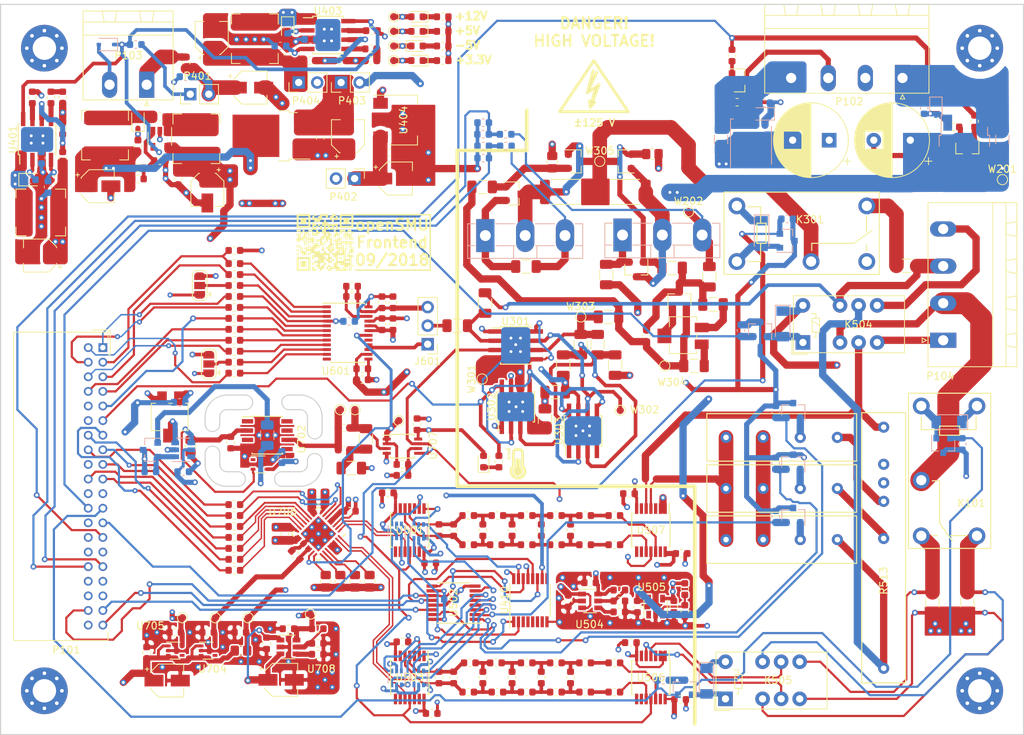
<source format=kicad_pcb>
(kicad_pcb (version 20171130) (host pcbnew 5.0.0-2.fc29)
  (layers (0 F.Cu signal) (1 In1.Cu power) (2 In2.Cu power hide) (31 B.Cu signal) (34 B.Paste user hide) (35 F.Paste user hide) (36 B.SilkS user hide) (37 F.SilkS user hide) (38 B.Mask user hide) (39 F.Mask user) (44 Edge.Cuts user))
  (net 0 "")
  (net 1 VDD)
  (net 2 GND)
  (net 3 "Net-(C303-Pad2)")
  (net 4 "Net-(C303-Pad1)")
  (net 5 "Net-(C304-Pad1)")
  (net 6 "Net-(C305-Pad2)")
  (net 7 +12V)
  (net 8 "Net-(C405-Pad1)")
  (net 9 "Net-(C406-Pad1)")
  (net 10 "Net-(C407-Pad1)")
  (net 11 "Net-(C409-Pad1)")
  (net 12 "Net-(C409-Pad2)")
  (net 13 "Net-(C410-Pad1)")
  (net 14 "Net-(C410-Pad2)")
  (net 15 "Net-(C413-Pad1)")
  (net 16 "Net-(C413-Pad2)")
  (net 17 "Net-(C414-Pad1)")
  (net 18 "Net-(C415-Pad1)")
  (net 19 "Net-(C417-Pad1)")
  (net 20 "Net-(C420-Pad2)")
  (net 21 "Net-(C420-Pad1)")
  (net 22 "Net-(C421-Pad1)")
  (net 23 "Net-(C422-Pad1)")
  (net 24 "Net-(C425-Pad1)")
  (net 25 +3V3)
  (net 26 +4.2V)
  (net 27 -1.5V)
  (net 28 +5V)
  (net 29 "Net-(C507-Pad2)")
  (net 30 "Net-(C507-Pad1)")
  (net 31 "Net-(C508-Pad1)")
  (net 32 "Net-(C508-Pad2)")
  (net 33 "Net-(C509-Pad1)")
  (net 34 "Net-(C510-Pad2)")
  (net 35 "Net-(C510-Pad1)")
  (net 36 "Net-(C511-Pad2)")
  (net 37 "Net-(C511-Pad1)")
  (net 38 -5V)
  (net 39 "Net-(C514-Pad1)")
  (net 40 "Net-(C514-Pad2)")
  (net 41 "Net-(C515-Pad1)")
  (net 42 "Net-(C515-Pad2)")
  (net 43 "Net-(C516-Pad1)")
  (net 44 "Net-(C516-Pad2)")
  (net 45 "Net-(C517-Pad2)")
  (net 46 "Net-(C517-Pad1)")
  (net 47 "Net-(C519-Pad1)")
  (net 48 "Net-(C519-Pad2)")
  (net 49 "Net-(C520-Pad1)")
  (net 50 "Net-(C520-Pad2)")
  (net 51 "Net-(C607-Pad2)")
  (net 52 "Net-(C703-Pad2)")
  (net 53 "Net-(C705-Pad2)")
  (net 54 "Net-(C707-Pad1)")
  (net 55 "Net-(C708-Pad1)")
  (net 56 "Net-(C713-Pad2)")
  (net 57 "Net-(C713-Pad1)")
  (net 58 "Net-(C716-Pad1)")
  (net 59 "Net-(C718-Pad2)")
  (net 60 "Net-(C719-Pad2)")
  (net 61 "Net-(C720-Pad2)")
  (net 62 "Net-(C721-Pad2)")
  (net 63 "Net-(C724-Pad1)")
  (net 64 "Net-(D101-Pad2)")
  (net 65 "/Inrush Current Limiter/VIn+")
  (net 66 "Net-(D201-Pad2)")
  (net 67 "Net-(D202-Pad1)")
  (net 68 "/Inrush Current Limiter/VIn-")
  (net 69 "Net-(D301-Pad1)")
  (net 70 "Net-(D302-Pad2)")
  (net 71 "Net-(D401-Pad1)")
  (net 72 "Net-(D402-Pad1)")
  (net 73 "Net-(D403-Pad1)")
  (net 74 "Net-(D404-Pad2)")
  (net 75 rails_en)
  (net 76 "Net-(D501-Pad2)")
  (net 77 "Net-(D502-Pad2)")
  (net 78 "Net-(J601-Pad1)")
  (net 79 /output_stage/drv_input)
  (net 80 "Net-(JP601-Pad2)")
  (net 81 "Net-(JP602-Pad2)")
  (net 82 v_sense-)
  (net 83 "Net-(K301-Pad11)")
  (net 84 "Net-(K301-Pad14)")
  (net 85 "Net-(K301-Pad12)")
  (net 86 "Net-(K501-Pad1)")
  (net 87 L3)
  (net 88 "Net-(K501-Pad4)")
  (net 89 "Net-(K502-Pad4)")
  (net 90 L2)
  (net 91 L1)
  (net 92 "Net-(K503-Pad4)")
  (net 93 v_sense_ext-)
  (net 94 v_sense_ext+)
  (net 95 output)
  (net 96 "Net-(K504-Pad4)")
  (net 97 "Net-(K505-Pad9)")
  (net 98 "Net-(K505-Pad4)")
  (net 99 /supplies/v_supply)
  (net 100 "Net-(L517-Pad2)")
  (net 101 "Net-(L518-Pad1)")
  (net 102 "Net-(L519-Pad2)")
  (net 103 "Net-(L520-Pad1)")
  (net 104 /DAC/~BUSY)
  (net 105 /DAC/~RST)
  (net 106 /DAC/~READY)
  (net 107 /DAC/SCLK)
  (net 108 /DAC/DOUT)
  (net 109 temp)
  (net 110 /ADC/DINA)
  (net 111 /ADC/DOUTA)
  (net 112 /ADC/SCLK)
  (net 113 /ADC/CNVSTA)
  (net 114 "Net-(P101-Pad21)")
  (net 115 i_range)
  (net 116 /output_stage/disengage)
  (net 117 pwr_enable)
  (net 118 "Net-(P101-Pad29)")
  (net 119 vp)
  (net 120 "Net-(P101-Pad33)")
  (net 121 "Net-(P101-Pad35)")
  (net 122 SER)
  (net 123 RCLK)
  (net 124 /DAC/PD)
  (net 125 /DAC/~LDAC)
  (net 126 /DAC/~CS)
  (net 127 /DAC/DIN)
  (net 128 "Net-(P101-Pad10)")
  (net 129 "Net-(P101-Pad12)")
  (net 130 /ADC/DINB)
  (net 131 /ADC/DOUTB)
  (net 132 /ADC/CNVSTB)
  (net 133 "Net-(P101-Pad22)")
  (net 134 v_extern)
  (net 135 "Net-(P101-Pad28)")
  (net 136 vn)
  (net 137 "Net-(P101-Pad34)")
  (net 138 "Net-(P101-Pad36)")
  (net 139 SRCLK)
  (net 140 "Net-(Q203-Pad1)")
  (net 141 "Net-(Q203-Pad2)")
  (net 142 "Net-(Q204-Pad1)")
  (net 143 "Net-(Q204-Pad2)")
  (net 144 "Net-(Q301-Pad1)")
  (net 145 "Net-(Q302-Pad3)")
  (net 146 "Net-(Q302-Pad2)")
  (net 147 "Net-(Q303-Pad2)")
  (net 148 "Net-(Q303-Pad3)")
  (net 149 B4)
  (net 150 B5)
  (net 151 B6)
  (net 152 "Net-(Q701-Pad2)")
  (net 153 "Net-(Q701-Pad1)")
  (net 154 "Net-(R301-Pad1)")
  (net 155 "Net-(R304-Pad1)")
  (net 156 "Net-(R304-Pad2)")
  (net 157 "Net-(R305-Pad2)")
  (net 158 "Net-(R309-Pad2)")
  (net 159 "Net-(R310-Pad1)")
  (net 160 "Net-(R403-Pad1)")
  (net 161 "Net-(R405-Pad1)")
  (net 162 "Net-(R408-Pad2)")
  (net 163 "Net-(R412-Pad1)")
  (net 164 "Net-(R413-Pad1)")
  (net 165 "Net-(R414-Pad2)")
  (net 166 "Net-(R503-Pad1)")
  (net 167 "Net-(R505-Pad1)")
  (net 168 "Net-(R507-Pad1)")
  (net 169 "Net-(R508-Pad1)")
  (net 170 "Net-(R509-Pad1)")
  (net 171 "Net-(R510-Pad1)")
  (net 172 "Net-(R513-Pad4)")
  (net 173 "Net-(R513-Pad5)")
  (net 174 "Net-(R702-Pad2)")
  (net 175 "Net-(R704-Pad1)")
  (net 176 "Net-(R706-Pad1)")
  (net 177 "Net-(R708-Pad2)")
  (net 178 v_ref)
  (net 179 "Net-(RV701-Pad2)")
  (net 180 "Net-(U301-Pad7)")
  (net 181 "Net-(U301-Pad4)")
  (net 182 v_ref_2)
  (net 183 /ADC/v_meas+)
  (net 184 /ADC/v_meas-)
  (net 185 "Net-(U501-Pad6)")
  (net 186 "Net-(U501-Pad3)")
  (net 187 B1)
  (net 188 B0)
  (net 189 B2)
  (net 190 B3)
  (net 191 "Net-(U503-Pad3)")
  (net 192 "Net-(U503-Pad6)")
  (net 193 /ADC/i_meas-)
  (net 194 /ADC/i_meas+)
  (net 195 "Net-(U506-Pad6)")
  (net 196 "Net-(U506-Pad3)")
  (net 197 "Net-(U507-Pad3)")
  (net 198 "Net-(U507-Pad6)")
  (net 199 "Net-(U601-Pad17)")
  (net 200 "Net-(U701-Pad4)")
  (net 201 VSS)
  (net 202 "Net-(R604-Pad1)")
  (net 203 "Net-(R605-Pad1)")
  (net 204 "Net-(R606-Pad1)")
  (net 205 "Net-(R607-Pad1)")
  (net 206 "Net-(R608-Pad1)")
  (net 207 "Net-(R603-Pad1)")
  (net 208 "Net-(R520-Pad1)")
  (net 209 "Net-(R527-Pad1)")
  (net 210 "Net-(R526-Pad1)")
  (net 211 "Net-(R609-Pad1)")
  (net 212 "Net-(R519-Pad1)")
  (net 213 "Net-(R521-Pad1)")
  (net 214 "Net-(R522-Pad1)")
  (net 215 "Net-(R518-Pad1)")
  (net 216 "Net-(R517-Pad1)")
  (net 217 "Net-(R525-Pad1)")
  (net 218 "Net-(R523-Pad1)")
  (net 219 "Net-(R524-Pad1)")
  (net 220 B9)
  (net 221 B10)
  (net 222 B11)
  (net 223 B12)
  (net 224 B13)
  (net 225 B14)
  (net 226 B15)
  (net 227 "Net-(U410-Pad9)")
  (net 228 "Net-(U410-Pad14)")
  (net 229 B8)
  (net 230 "Net-(U409-Pad4)")
  (net 231 "Net-(U408-Pad4)")
  (net 232 B7)
  (net 233 "Net-(U406-Pad4)")
  (net 234 "Net-(U407-Pad4)")
  (net 235 /vi_filter/ih_sense+)
  (net 236 il_sense+)
  (net 237 il_sense-)
  (module MountingHole:MountingHole_3.2mm_M3_Pad_Via (layer F.Cu) (at 234 144)
    (fp_text reference REF** hide)
    (fp_text value MountingHole_3.2mm_M3_Pad_Via hide)
    (pad "" thru_hole circle (at 0 0) (size 6.4 6.4) (drill 3.2) (layers *.Cu *.Mask))
    (pad 1 thru_hole circle (at 2.4 0) (size 0.8 0.8) (drill 0.5) (layers *.Cu *.Mask))
    (pad 1 thru_hole circle (at 1.697056 1.697056) (size 0.8 0.8) (drill 0.5) (layers *.Cu *.Mask))
    (pad 1 thru_hole circle (at 0 2.4) (size 0.8 0.8) (drill 0.5) (layers *.Cu *.Mask))
    (pad 1 thru_hole circle (at -1.697056 1.697056) (size 0.8 0.8) (drill 0.5) (layers *.Cu *.Mask))
    (pad 1 thru_hole circle (at -2.4 0) (size 0.8 0.8) (drill 0.5) (layers *.Cu *.Mask))
    (pad 1 thru_hole circle (at -1.697056 -1.697056) (size 0.8 0.8) (drill 0.5) (layers *.Cu *.Mask))
    (pad 1 thru_hole circle (at 0 -2.4) (size 0.8 0.8) (drill 0.5) (layers *.Cu *.Mask))
    (pad 1 thru_hole circle (at 1.697056 -1.697056) (size 0.8 0.8) (drill 0.5) (layers *.Cu *.Mask))
  )
  (module MountingHole:MountingHole_3.2mm_M3_Pad_Via (layer F.Cu) (at 234 56)
    (fp_text reference REF** hide)
    (fp_text value MountingHole_3.2mm_M3_Pad_Via)
    (pad "" thru_hole circle (at 0 0) (size 6.4 6.4) (drill 3.2) (layers *.Cu *.Mask))
    (pad 1 thru_hole circle (at 2.4 0) (size 0.8 0.8) (drill 0.5) (layers *.Cu *.Mask))
    (pad 1 thru_hole circle (at 1.697056 1.697056) (size 0.8 0.8) (drill 0.5) (layers *.Cu *.Mask))
    (pad 1 thru_hole circle (at 0 2.4) (size 0.8 0.8) (drill 0.5) (layers *.Cu *.Mask))
    (pad 1 thru_hole circle (at -1.697056 1.697056) (size 0.8 0.8) (drill 0.5) (layers *.Cu *.Mask))
    (pad 1 thru_hole circle (at -2.4 0) (size 0.8 0.8) (drill 0.5) (layers *.Cu *.Mask))
    (pad 1 thru_hole circle (at -1.697056 -1.697056) (size 0.8 0.8) (drill 0.5) (layers *.Cu *.Mask))
    (pad 1 thru_hole circle (at 0 -2.4) (size 0.8 0.8) (drill 0.5) (layers *.Cu *.Mask))
    (pad 1 thru_hole circle (at 1.697056 -1.697056) (size 0.8 0.8) (drill 0.5) (layers *.Cu *.Mask))
  )
  (module MountingHole:MountingHole_3.2mm_M3_Pad_Via (layer F.Cu) (at 106 56)
    (fp_text reference REF** hide)
    (fp_text value MountingHole_3.2mm_M3_Pad_Via hide)
    (pad 1 thru_hole circle (at 1.697056 -1.697056) (size 0.8 0.8) (drill 0.5) (layers *.Cu *.Mask))
    (pad 1 thru_hole circle (at 0 -2.4) (size 0.8 0.8) (drill 0.5) (layers *.Cu *.Mask))
    (pad 1 thru_hole circle (at -1.697056 -1.697056) (size 0.8 0.8) (drill 0.5) (layers *.Cu *.Mask))
    (pad 1 thru_hole circle (at -2.4 0) (size 0.8 0.8) (drill 0.5) (layers *.Cu *.Mask))
    (pad 1 thru_hole circle (at -1.697056 1.697056) (size 0.8 0.8) (drill 0.5) (layers *.Cu *.Mask))
    (pad 1 thru_hole circle (at 0 2.4) (size 0.8 0.8) (drill 0.5) (layers *.Cu *.Mask))
    (pad 1 thru_hole circle (at 1.697056 1.697056) (size 0.8 0.8) (drill 0.5) (layers *.Cu *.Mask))
    (pad 1 thru_hole circle (at 2.4 0) (size 0.8 0.8) (drill 0.5) (layers *.Cu *.Mask))
    (pad "" thru_hole circle (at 0 0) (size 6.4 6.4) (drill 3.2) (layers *.Cu *.Mask))
  )
  (module MountingHole:MountingHole_3.2mm_M3_Pad_Via (layer F.Cu) (at 106 144)
    (fp_text reference REF** hide)
    (fp_text value MountingHole_3.2mm_M3_Pad_Via hide)
    (pad "" thru_hole circle (at 0 0) (size 6.4 6.4) (drill 3.2) (layers *.Cu *.Mask))
    (pad 1 thru_hole circle (at 2.4 0) (size 0.8 0.8) (drill 0.5) (layers *.Cu *.Mask))
    (pad 1 thru_hole circle (at 1.697056 1.697056) (size 0.8 0.8) (drill 0.5) (layers *.Cu *.Mask))
    (pad 1 thru_hole circle (at 0 2.4) (size 0.8 0.8) (drill 0.5) (layers *.Cu *.Mask))
    (pad 1 thru_hole circle (at -1.697056 1.697056) (size 0.8 0.8) (drill 0.5) (layers *.Cu *.Mask))
    (pad 1 thru_hole circle (at -2.4 0) (size 0.8 0.8) (drill 0.5) (layers *.Cu *.Mask))
    (pad 1 thru_hole circle (at -1.697056 -1.697056) (size 0.8 0.8) (drill 0.5) (layers *.Cu *.Mask))
    (pad 1 thru_hole circle (at 0 -2.4) (size 0.8 0.8) (drill 0.5) (layers *.Cu *.Mask))
    (pad 1 thru_hole circle (at 1.697056 -1.697056) (size 0.8 0.8) (drill 0.5) (layers *.Cu *.Mask))
  )
  (module Capacitor_SMD:C_0603_1608Metric (layer F.Cu) (at 150.8125 53.6)
    (fp_text reference C415 hide)
    (fp_text value C_Small)
    (pad 1 smd roundrect (at -0.7875 0) (size 0.875 0.95) (layers F.Cu F.Paste F.Mask) (net 18 "Net-(C415-Pad1)"))
    (pad 2 smd roundrect (at 0.7875 0) (size 0.875 0.95) (layers F.Cu F.Paste F.Mask) (net 2 GND))
  )
  (module Capacitor_SMD:C_0603_1608Metric (layer B.Cu) (at 166.05 66.2)
    (fp_text reference C725 hide)
    (fp_text value C_Small)
    (pad 2 smd roundrect (at 0.7875 0) (size 0.875 0.95) (layers B.Cu B.Paste B.Mask) (net 136 vn))
    (pad 1 smd roundrect (at -0.7875 0) (size 0.875 0.95) (layers B.Cu B.Paste B.Mask) (net 2 GND))
  )
  (module Capacitor_SMD:C_0603_1608Metric (layer B.Cu) (at 166.05 71.05 180)
    (fp_text reference C712 hide)
    (fp_text value C_Small)
    (pad 1 smd roundrect (at -0.7875 0 180) (size 0.875 0.95) (layers B.Cu B.Paste B.Mask) (net 119 vp))
    (pad 2 smd roundrect (at 0.7875 0 180) (size 0.875 0.95) (layers B.Cu B.Paste B.Mask) (net 2 GND))
  )
  (module Package_TO_SOT_SMD:TO-252-2 (layer B.Cu) (at 231.9 70.4 270)
    (fp_text reference Q703 hide)
    (fp_text value FQB12P20)
    (pad 1 smd rect (at -4.2 2.28 270) (size 2.2 1.2) (layers B.Cu B.Paste B.Mask) (net 66 "Net-(D201-Pad2)"))
    (pad 3 smd rect (at -4.2 -2.28 270) (size 2.2 1.2) (layers B.Cu B.Paste B.Mask) (net 65 "/Inrush Current Limiter/VIn+"))
    (pad 2 smd rect (at 2.1 0 270) (size 6.4 5.8) (layers B.Cu B.Mask) (net 1 VDD))
  )
  (module Package_TO_SOT_SMD:TDSON-8-1 (layer B.Cu) (at 202.7 69.3 270)
    (fp_text reference Q702 hide)
    (fp_text value FDMS86255)
    (pad 1 smd rect (at -2.75 1.91) (size 0.7 0.8) (layers B.Cu B.Paste B.Mask) (net 68 "/Inrush Current Limiter/VIn-"))
    (pad 2 smd rect (at -2.75 0.64) (size 0.7 0.8) (layers B.Cu B.Paste B.Mask) (net 68 "/Inrush Current Limiter/VIn-"))
    (pad 3 smd rect (at -2.75 -0.64) (size 0.7 0.8) (layers B.Cu B.Paste B.Mask) (net 68 "/Inrush Current Limiter/VIn-"))
    (pad 4 smd rect (at -2.75 -1.91) (size 0.7 0.8) (layers B.Cu B.Paste B.Mask) (net 67 "Net-(D202-Pad1)"))
    (pad 5 smd rect (at 2.75 -1.91) (size 0.7 0.8) (layers B.Cu B.Paste B.Mask) (net 201 VSS))
    (pad 5 smd rect (at 2.75 -0.64) (size 0.7 0.8) (layers B.Cu B.Paste B.Mask) (net 201 VSS))
    (pad 5 smd rect (at 2.75 0.64) (size 0.7 0.8) (layers B.Cu B.Paste B.Mask) (net 201 VSS))
    (pad 5 smd rect (at 2.75 1.91) (size 0.7 0.8) (layers B.Cu B.Paste B.Mask) (net 201 VSS))
    (pad 5 smd rect (at 0.5 0) (size 4.5 4.29) (layers B.Cu B.Mask) (net 201 VSS))
  )
  (module Capacitor_THT:CP_Radial_D10.0mm_P5.00mm (layer F.Cu) (at 224.5 68.6 180)
    (fp_text reference C201 hide)
    (fp_text value 100u)
    (pad 2 thru_hole circle (at 5 0 180) (size 2 2) (drill 1) (layers *.Cu *.Mask) (net 237 il_sense-))
    (pad 1 thru_hole rect (at 0 0 180) (size 2 2) (drill 1) (layers *.Cu *.Mask) (net 1 VDD))
  )
  (module Capacitor_THT:CP_Radial_D10.0mm_P5.00mm (layer F.Cu) (at 213.4 68.6 180)
    (fp_text reference C202 hide)
    (fp_text value 100u)
    (pad 1 thru_hole rect (at 0 0 180) (size 2 2) (drill 1) (layers *.Cu *.Mask) (net 237 il_sense-))
    (pad 2 thru_hole circle (at 5 0 180) (size 2 2) (drill 1) (layers *.Cu *.Mask) (net 201 VSS))
  )
  (module frontend_additional-footprints:Kemet_EC2-12NU-L (layer F.Cu) (at 199.2 145.1 90)
    (fp_text reference K505 (at 2.55 7.2 180) (layer F.SilkS))
    (fp_text value EC2-12NU-L)
    (pad 9 thru_hole circle (at 5.08 7.62) (size 2 2) (drill 1) (layers *.Cu *.Mask) (net 97 "Net-(K505-Pad9)"))
    (pad 4 thru_hole circle (at 0 7.62) (size 2 2) (drill 1) (layers *.Cu *.Mask) (net 98 "Net-(K505-Pad4)"))
    (pad 12 thru_hole circle (at 5.08 0 90) (size 2 2) (drill 1) (layers *.Cu *.Mask) (net 7 +12V))
    (pad 10 thru_hole circle (at 5.08 5.08 90) (size 2 2) (drill 1) (layers *.Cu *.Mask) (net 235 /vi_filter/ih_sense+))
    (pad 1 thru_hole rect (at 0 0 90) (size 2 2) (drill 1) (layers *.Cu *.Mask) (net 77 "Net-(D502-Pad2)"))
    (pad 3 thru_hole circle (at 0 5.08 90) (size 2 2) (drill 1) (layers *.Cu *.Mask) (net 237 il_sense-))
    (pad 8 thru_hole circle (at 5.08 10.16 90) (size 2 2) (drill 1) (layers *.Cu *.Mask) (net 236 il_sense+))
    (pad 5 thru_hole circle (at 0 10.16 90) (size 2 2) (drill 1) (layers *.Cu *.Mask) (net 237 il_sense-))
  )
  (module Resistor_SMD:R_1206_3216Metric (layer F.Cu) (at 227.5332 131.9149 270)
    (fp_text reference R102 hide)
    (fp_text value R)
    (pad 2 smd roundrect (at 1.4 0 270) (size 1.25 1.75) (layers F.Cu F.Paste F.Mask) (roundrect_rratio 0.2) (net 237 il_sense-))
    (pad 1 smd roundrect (at -1.4 0 270) (size 1.25 1.75) (layers F.Cu F.Paste F.Mask) (roundrect_rratio 0.2) (net 236 il_sense+))
  )
  (module Resistor_SMD:R_1206_3216Metric (layer F.Cu) (at 232.3 131.9 270)
    (fp_text reference R101 hide)
    (fp_text value R)
    (pad 1 smd roundrect (at -1.4 0 270) (size 1.25 1.75) (layers F.Cu F.Paste F.Mask) (roundrect_rratio 0.2) (net 235 /vi_filter/ih_sense+))
    (pad 2 smd roundrect (at 1.4 0 270) (size 1.25 1.75) (layers F.Cu F.Paste F.Mask) (roundrect_rratio 0.2) (net 237 il_sense-))
  )
  (module Package_SO:TSSOP-16_4.4x5mm_P0.65mm (layer F.Cu) (at 161.99 131.94 180)
    (fp_text reference U502 (at 0 0 270) (layer F.SilkS))
    (fp_text value 74HC595)
    (pad 1 smd rect (at -2.95 -2.275 180) (size 1.5 0.45) (layers F.Cu F.Paste F.Mask) (net 187 B1))
    (pad 2 smd rect (at -2.95 -1.625 180) (size 1.5 0.45) (layers F.Cu F.Paste F.Mask) (net 189 B2))
    (pad 3 smd rect (at -2.95 -0.975 180) (size 1.5 0.45) (layers F.Cu F.Paste F.Mask) (net 190 B3))
    (pad 4 smd rect (at -2.95 -0.325 180) (size 1.5 0.45) (layers F.Cu F.Paste F.Mask) (net 149 B4))
    (pad 5 smd rect (at -2.95 0.325 180) (size 1.5 0.45) (layers F.Cu F.Paste F.Mask) (net 150 B5))
    (pad 6 smd rect (at -2.95 0.975 180) (size 1.5 0.45) (layers F.Cu F.Paste F.Mask) (net 151 B6))
    (pad 7 smd rect (at -2.95 1.625 180) (size 1.5 0.45) (layers F.Cu F.Paste F.Mask) (net 232 B7))
    (pad 8 smd rect (at -2.95 2.275 180) (size 1.5 0.45) (layers F.Cu F.Paste F.Mask) (net 2 GND))
    (pad 9 smd rect (at 2.95 2.275 180) (size 1.5 0.45) (layers F.Cu F.Paste F.Mask) (net 228 "Net-(U410-Pad14)"))
    (pad 10 smd rect (at 2.95 1.625 180) (size 1.5 0.45) (layers F.Cu F.Paste F.Mask) (net 25 +3V3))
    (pad 11 smd rect (at 2.95 0.975 180) (size 1.5 0.45) (layers F.Cu F.Paste F.Mask) (net 139 SRCLK))
    (pad 12 smd rect (at 2.95 0.325 180) (size 1.5 0.45) (layers F.Cu F.Paste F.Mask) (net 123 RCLK))
    (pad 13 smd rect (at 2.95 -0.325 180) (size 1.5 0.45) (layers F.Cu F.Paste F.Mask) (net 2 GND))
    (pad 14 smd rect (at 2.95 -0.975 180) (size 1.5 0.45) (layers F.Cu F.Paste F.Mask) (net 122 SER))
    (pad 15 smd rect (at 2.95 -1.625 180) (size 1.5 0.45) (layers F.Cu F.Paste F.Mask) (net 188 B0))
    (pad 16 smd rect (at 2.95 -2.275 180) (size 1.5 0.45) (layers F.Cu F.Paste F.Mask) (net 25 +3V3))
  )
  (module MountingHole:MountingHole_6.5mm (layer F.Cu) (at 190.6 60.3)
    (fp_text reference REF** hide)
    (fp_text value MountingHole_6.5mm)
    (pad 1 np_thru_hole circle (at 0 0) (size 6.5 6.5) (drill 6.5) (layers *.Cu *.Mask))
  )
  (module Package_TO_SOT_SMD:SOT-363_SC-70-6 (layer B.Cu) (at 154.2 122.1 90)
    (fp_text reference U409 hide)
    (fp_text value SN74LVC1G373)
    (pad 6 smd rect (at 0.95 0.65 90) (size 0.65 0.4) (layers B.Cu B.Paste B.Mask) (net 221 B10))
    (pad 4 smd rect (at 0.95 -0.65 90) (size 0.65 0.4) (layers B.Cu B.Paste B.Mask) (net 230 "Net-(U409-Pad4)"))
    (pad 2 smd rect (at -0.95 0 90) (size 0.65 0.4) (layers B.Cu B.Paste B.Mask) (net 27 -1.5V))
    (pad 5 smd rect (at 0.95 0 90) (size 0.65 0.4) (layers B.Cu B.Paste B.Mask) (net 26 +4.2V))
    (pad 3 smd rect (at -0.95 -0.65 90) (size 0.65 0.4) (layers B.Cu B.Paste B.Mask) (net 220 B9))
    (pad 1 smd rect (at -0.95 0.65 90) (size 0.65 0.4) (layers B.Cu B.Paste B.Mask) (net 26 +4.2V))
  )
  (module Package_TO_SOT_SMD:SOT-363_SC-70-6 (layer B.Cu) (at 154.2 142.24 90)
    (fp_text reference U407 hide)
    (fp_text value SN74LVC1G373)
    (pad 1 smd rect (at -0.95 0.65 90) (size 0.65 0.4) (layers B.Cu B.Paste B.Mask) (net 26 +4.2V))
    (pad 3 smd rect (at -0.95 -0.65 90) (size 0.65 0.4) (layers B.Cu B.Paste B.Mask) (net 150 B5))
    (pad 5 smd rect (at 0.95 0 90) (size 0.65 0.4) (layers B.Cu B.Paste B.Mask) (net 26 +4.2V))
    (pad 2 smd rect (at -0.95 0 90) (size 0.65 0.4) (layers B.Cu B.Paste B.Mask) (net 27 -1.5V))
    (pad 4 smd rect (at 0.95 -0.65 90) (size 0.65 0.4) (layers B.Cu B.Paste B.Mask) (net 234 "Net-(U407-Pad4)"))
    (pad 6 smd rect (at 0.95 0.65 90) (size 0.65 0.4) (layers B.Cu B.Paste B.Mask) (net 151 B6))
  )
  (module Package_TO_SOT_SMD:SOT-363_SC-70-6 (layer B.Cu) (at 157.226 122.174 90)
    (fp_text reference U408 hide)
    (fp_text value SN74LVC1G373)
    (pad 6 smd rect (at 0.95 0.65 90) (size 0.65 0.4) (layers B.Cu B.Paste B.Mask) (net 229 B8))
    (pad 4 smd rect (at 0.95 -0.65 90) (size 0.65 0.4) (layers B.Cu B.Paste B.Mask) (net 231 "Net-(U408-Pad4)"))
    (pad 2 smd rect (at -0.95 0 90) (size 0.65 0.4) (layers B.Cu B.Paste B.Mask) (net 27 -1.5V))
    (pad 5 smd rect (at 0.95 0 90) (size 0.65 0.4) (layers B.Cu B.Paste B.Mask) (net 26 +4.2V))
    (pad 3 smd rect (at -0.95 -0.65 90) (size 0.65 0.4) (layers B.Cu B.Paste B.Mask) (net 232 B7))
    (pad 1 smd rect (at -0.95 0.65 90) (size 0.65 0.4) (layers B.Cu B.Paste B.Mask) (net 26 +4.2V))
  )
  (module Package_TO_SOT_SMD:SOT-363_SC-70-6 (layer B.Cu) (at 157.226 142.24 90)
    (fp_text reference U406 hide)
    (fp_text value SN74LVC1G373)
    (pad 1 smd rect (at -0.95 0.65 90) (size 0.65 0.4) (layers B.Cu B.Paste B.Mask) (net 26 +4.2V))
    (pad 3 smd rect (at -0.95 -0.65 90) (size 0.65 0.4) (layers B.Cu B.Paste B.Mask) (net 190 B3))
    (pad 5 smd rect (at 0.95 0 90) (size 0.65 0.4) (layers B.Cu B.Paste B.Mask) (net 26 +4.2V))
    (pad 2 smd rect (at -0.95 0 90) (size 0.65 0.4) (layers B.Cu B.Paste B.Mask) (net 27 -1.5V))
    (pad 4 smd rect (at 0.95 -0.65 90) (size 0.65 0.4) (layers B.Cu B.Paste B.Mask) (net 233 "Net-(U406-Pad4)"))
    (pad 6 smd rect (at 0.95 0.65 90) (size 0.65 0.4) (layers B.Cu B.Paste B.Mask) (net 149 B4))
  )
  (module Resistor_SMD:R_0603_1608Metric (layer F.Cu) (at 132 97.5 180)
    (fp_text reference R524 hide)
    (fp_text value R_Small)
    (pad 2 smd roundrect (at 0.7875 0 180) (size 0.875 0.95) (layers F.Cu F.Paste F.Mask) (net 126 /DAC/~CS))
    (pad 1 smd roundrect (at -0.7875 0 180) (size 0.875 0.95) (layers F.Cu F.Paste F.Mask) (net 219 "Net-(R524-Pad1)"))
  )
  (module Resistor_SMD:R_0603_1608Metric (layer F.Cu) (at 132 100.5 180)
    (fp_text reference R523 hide)
    (fp_text value R_Small)
    (pad 1 smd roundrect (at -0.7875 0 180) (size 0.875 0.95) (layers F.Cu F.Paste F.Mask) (net 218 "Net-(R523-Pad1)"))
    (pad 2 smd roundrect (at 0.7875 0 180) (size 0.875 0.95) (layers F.Cu F.Paste F.Mask) (net 124 /DAC/PD))
  )
  (module Resistor_SMD:R_0603_1608Metric (layer F.Cu) (at 132 96 180)
    (fp_text reference R525 hide)
    (fp_text value R_Small)
    (pad 2 smd roundrect (at 0.7875 0 180) (size 0.875 0.95) (layers F.Cu F.Paste F.Mask) (net 107 /DAC/SCLK))
    (pad 1 smd roundrect (at -0.7875 0 180) (size 0.875 0.95) (layers F.Cu F.Paste F.Mask) (net 217 "Net-(R525-Pad1)"))
  )
  (module Resistor_SMD:R_0603_1608Metric (layer F.Cu) (at 132 85.5 180)
    (fp_text reference R517 hide)
    (fp_text value R_Small)
    (pad 1 smd roundrect (at -0.7875 0 180) (size 0.875 0.95) (layers F.Cu F.Paste F.Mask) (net 216 "Net-(R517-Pad1)"))
    (pad 2 smd roundrect (at 0.7875 0 180) (size 0.875 0.95) (layers F.Cu F.Paste F.Mask) (net 105 /DAC/~RST))
  )
  (module Resistor_SMD:R_0603_1608Metric (layer F.Cu) (at 132 91.5 180)
    (fp_text reference R518 hide)
    (fp_text value R_Small)
    (pad 2 smd roundrect (at 0.7875 0 180) (size 0.875 0.95) (layers F.Cu F.Paste F.Mask) (net 125 /DAC/~LDAC))
    (pad 1 smd roundrect (at -0.7875 0 180) (size 0.875 0.95) (layers F.Cu F.Paste F.Mask) (net 215 "Net-(R518-Pad1)"))
  )
  (module Resistor_SMD:R_0603_1608Metric (layer F.Cu) (at 132 99 180)
    (fp_text reference R522 hide)
    (fp_text value R_Small)
    (pad 1 smd roundrect (at -0.7875 0 180) (size 0.875 0.95) (layers F.Cu F.Paste F.Mask) (net 214 "Net-(R522-Pad1)"))
    (pad 2 smd roundrect (at 0.7875 0 180) (size 0.875 0.95) (layers F.Cu F.Paste F.Mask) (net 80 "Net-(JP601-Pad2)"))
  )
  (module Resistor_SMD:R_0603_1608Metric (layer F.Cu) (at 132 88.5 180)
    (fp_text reference R521 hide)
    (fp_text value R_Small)
    (pad 2 smd roundrect (at 0.7875 0 180) (size 0.875 0.95) (layers F.Cu F.Paste F.Mask) (net 81 "Net-(JP602-Pad2)"))
    (pad 1 smd roundrect (at -0.7875 0 180) (size 0.875 0.95) (layers F.Cu F.Paste F.Mask) (net 213 "Net-(R521-Pad1)"))
  )
  (module Resistor_SMD:R_0603_1608Metric (layer F.Cu) (at 132 90 180)
    (fp_text reference R520 hide)
    (fp_text value R_Small)
    (pad 1 smd roundrect (at -0.7875 0 180) (size 0.875 0.95) (layers F.Cu F.Paste F.Mask) (net 208 "Net-(R520-Pad1)"))
    (pad 2 smd roundrect (at 0.7875 0 180) (size 0.875 0.95) (layers F.Cu F.Paste F.Mask) (net 104 /DAC/~BUSY))
  )
  (module Resistor_SMD:R_0603_1608Metric (layer F.Cu) (at 132 87 180)
    (fp_text reference R519 hide)
    (fp_text value R_Small)
    (pad 2 smd roundrect (at 0.7875 0 180) (size 0.875 0.95) (layers F.Cu F.Paste F.Mask) (net 106 /DAC/~READY))
    (pad 1 smd roundrect (at -0.7875 0 180) (size 0.875 0.95) (layers F.Cu F.Paste F.Mask) (net 212 "Net-(R519-Pad1)"))
  )
  (module Resistor_SMD:R_0603_1608Metric (layer F.Cu) (at 132 123 180)
    (fp_text reference R609 hide)
    (fp_text value R_Small)
    (pad 1 smd roundrect (at -0.7875 0 180) (size 0.875 0.95) (layers F.Cu F.Paste F.Mask) (net 211 "Net-(R609-Pad1)"))
    (pad 2 smd roundrect (at 0.7875 0 180) (size 0.875 0.95) (layers F.Cu F.Paste F.Mask) (net 132 /ADC/CNVSTB))
  )
  (module Resistor_SMD:R_0603_1608Metric (layer F.Cu) (at 132 94.5 180)
    (fp_text reference R526 hide)
    (fp_text value R_Small)
    (pad 2 smd roundrect (at 0.7875 0 180) (size 0.875 0.95) (layers F.Cu F.Paste F.Mask) (net 127 /DAC/DIN))
    (pad 1 smd roundrect (at -0.7875 0 180) (size 0.875 0.95) (layers F.Cu F.Paste F.Mask) (net 210 "Net-(R526-Pad1)"))
  )
  (module Resistor_SMD:R_0603_1608Metric (layer F.Cu) (at 132 93 180)
    (fp_text reference R527 hide)
    (fp_text value R_Small)
    (pad 1 smd roundrect (at -0.7875 0 180) (size 0.875 0.95) (layers F.Cu F.Paste F.Mask) (net 209 "Net-(R527-Pad1)"))
    (pad 2 smd roundrect (at 0.7875 0 180) (size 0.875 0.95) (layers F.Cu F.Paste F.Mask) (net 108 /DAC/DOUT))
  )
  (module Resistor_SMD:R_0603_1608Metric (layer F.Cu) (at 132 120 180)
    (fp_text reference R603 hide)
    (fp_text value R_Small)
    (pad 2 smd roundrect (at 0.7875 0 180) (size 0.875 0.95) (layers F.Cu F.Paste F.Mask) (net 111 /ADC/DOUTA))
    (pad 1 smd roundrect (at -0.7875 0 180) (size 0.875 0.95) (layers F.Cu F.Paste F.Mask) (net 207 "Net-(R603-Pad1)"))
  )
  (module Resistor_SMD:R_0603_1608Metric (layer F.Cu) (at 132 126 180)
    (fp_text reference R608 hide)
    (fp_text value R_Small)
    (pad 1 smd roundrect (at -0.7875 0 180) (size 0.875 0.95) (layers F.Cu F.Paste F.Mask) (net 206 "Net-(R608-Pad1)"))
    (pad 2 smd roundrect (at 0.7875 0 180) (size 0.875 0.95) (layers F.Cu F.Paste F.Mask) (net 130 /ADC/DINB))
  )
  (module Resistor_SMD:R_0603_1608Metric (layer F.Cu) (at 132 118.5 180)
    (fp_text reference R607 hide)
    (fp_text value R_Small)
    (pad 2 smd roundrect (at 0.7875 0 180) (size 0.875 0.95) (layers F.Cu F.Paste F.Mask) (net 131 /ADC/DOUTB))
    (pad 1 smd roundrect (at -0.7875 0 180) (size 0.875 0.95) (layers F.Cu F.Paste F.Mask) (net 205 "Net-(R607-Pad1)"))
  )
  (module Resistor_SMD:R_0603_1608Metric (layer F.Cu) (at 132 121.5 180)
    (fp_text reference R606 hide)
    (fp_text value R_Small)
    (pad 1 smd roundrect (at -0.7875 0 180) (size 0.875 0.95) (layers F.Cu F.Paste F.Mask) (net 204 "Net-(R606-Pad1)"))
    (pad 2 smd roundrect (at 0.7875 0 180) (size 0.875 0.95) (layers F.Cu F.Paste F.Mask) (net 112 /ADC/SCLK))
  )
  (module Resistor_SMD:R_0603_1608Metric (layer F.Cu) (at 132 124.5 180)
    (fp_text reference R605 hide)
    (fp_text value R_Small)
    (pad 2 smd roundrect (at 0.7875 0 180) (size 0.875 0.95) (layers F.Cu F.Paste F.Mask) (net 113 /ADC/CNVSTA))
    (pad 1 smd roundrect (at -0.7875 0 180) (size 0.875 0.95) (layers F.Cu F.Paste F.Mask) (net 203 "Net-(R605-Pad1)"))
  )
  (module Resistor_SMD:R_0603_1608Metric (layer F.Cu) (at 132 127.5 180)
    (fp_text reference R604 hide)
    (fp_text value R_Small)
    (pad 1 smd roundrect (at -0.7875 0 180) (size 0.875 0.95) (layers F.Cu F.Paste F.Mask) (net 202 "Net-(R604-Pad1)"))
    (pad 2 smd roundrect (at 0.7875 0 180) (size 0.875 0.95) (layers F.Cu F.Paste F.Mask) (net 110 /ADC/DINA))
  )
  (module Resistor_SMD:R_1206_3216Metric (layer F.Cu) (at 181.7 96.6 90)
    (fp_text reference R304 hide)
    (fp_text value 120k)
    (pad 2 smd roundrect (at 1.4 0 90) (size 1.25 1.75) (layers F.Cu F.Paste F.Mask) (roundrect_rratio 0.2) (net 156 "Net-(R304-Pad2)"))
    (pad 1 smd roundrect (at -1.4 0 90) (size 1.25 1.75) (layers F.Cu F.Paste F.Mask) (roundrect_rratio 0.2) (net 155 "Net-(R304-Pad1)"))
  )
  (module Resistor_SMD:R_1206_3216Metric (layer F.Cu) (at 197 87.3 90)
    (fp_text reference R311 hide)
    (fp_text value 68k)
    (pad 1 smd roundrect (at -1.4 0 90) (size 1.25 1.75) (layers F.Cu F.Paste F.Mask) (roundrect_rratio 0.2) (net 3 "Net-(C303-Pad2)"))
    (pad 2 smd roundrect (at 1.4 0 90) (size 1.25 1.75) (layers F.Cu F.Paste F.Mask) (roundrect_rratio 0.2) (net 201 VSS))
  )
  (module Resistor_SMD:R_1206_3216Metric (layer F.Cu) (at 197.5 91.1 180)
    (fp_text reference R310 hide)
    (fp_text value 520)
    (pad 2 smd roundrect (at 1.4 0 180) (size 1.25 1.75) (layers F.Cu F.Paste F.Mask) (roundrect_rratio 0.2) (net 3 "Net-(C303-Pad2)"))
    (pad 1 smd roundrect (at -1.4 0 180) (size 1.25 1.75) (layers F.Cu F.Paste F.Mask) (roundrect_rratio 0.2) (net 159 "Net-(R310-Pad1)"))
  )
  (module Resistor_SMD:R_1206_3216Metric (layer F.Cu) (at 162.5 94 180)
    (fp_text reference R301 hide)
    (fp_text value 2k)
    (pad 1 smd roundrect (at -1.4 0 180) (size 1.25 1.75) (layers F.Cu F.Paste F.Mask) (roundrect_rratio 0.2) (net 154 "Net-(R301-Pad1)"))
    (pad 2 smd roundrect (at 1.4 0 180) (size 1.25 1.75) (layers F.Cu F.Paste F.Mask) (roundrect_rratio 0.2) (net 79 /output_stage/drv_input))
  )
  (module Resistor_SMD:R_1206_3216Metric (layer F.Cu) (at 177 99.4 270)
    (fp_text reference R306 hide)
    (fp_text value 100k)
    (pad 2 smd roundrect (at 1.4 0 270) (size 1.25 1.75) (layers F.Cu F.Paste F.Mask) (roundrect_rratio 0.2) (net 1 VDD))
    (pad 1 smd roundrect (at -1.4 0 270) (size 1.25 1.75) (layers F.Cu F.Paste F.Mask) (roundrect_rratio 0.2) (net 157 "Net-(R305-Pad2)"))
  )
  (module Resistor_SMD:R_1206_3216Metric (layer F.Cu) (at 194.9 99.5)
    (fp_text reference R309 hide)
    (fp_text value 520)
    (pad 1 smd roundrect (at -1.4 0) (size 1.25 1.75) (layers F.Cu F.Paste F.Mask) (roundrect_rratio 0.2) (net 4 "Net-(C303-Pad1)"))
    (pad 2 smd roundrect (at 1.4 0) (size 1.25 1.75) (layers F.Cu F.Paste F.Mask) (roundrect_rratio 0.2) (net 158 "Net-(R309-Pad2)"))
  )
  (module Resistor_SMD:R_1206_3216Metric (layer F.Cu) (at 182.9 87 270)
    (fp_text reference R315 hide)
    (fp_text value 1k)
    (pad 2 smd roundrect (at 1.4 0 270) (size 1.25 1.75) (layers F.Cu F.Paste F.Mask) (roundrect_rratio 0.2) (net 201 VSS))
    (pad 1 smd roundrect (at -1.4 0 270) (size 1.25 1.75) (layers F.Cu F.Paste F.Mask) (roundrect_rratio 0.2) (net 147 "Net-(Q303-Pad2)"))
  )
  (module Resistor_SMD:R_1206_3216Metric (layer F.Cu) (at 179.4 96.6 270)
    (fp_text reference R305 hide)
    (fp_text value 120k)
    (pad 1 smd roundrect (at -1.4 0 270) (size 1.25 1.75) (layers F.Cu F.Paste F.Mask) (roundrect_rratio 0.2) (net 156 "Net-(R304-Pad2)"))
    (pad 2 smd roundrect (at 1.4 0 270) (size 1.25 1.75) (layers F.Cu F.Paste F.Mask) (roundrect_rratio 0.2) (net 157 "Net-(R305-Pad2)"))
  )
  (module Resistor_SMD:R_1206_3216Metric (layer F.Cu) (at 183.2 92.8 180)
    (fp_text reference R308 hide)
    (fp_text value 68)
    (pad 2 smd roundrect (at 1.4 0 180) (size 1.25 1.75) (layers F.Cu F.Paste F.Mask) (roundrect_rratio 0.2) (net 156 "Net-(R304-Pad2)"))
    (pad 1 smd roundrect (at -1.4 0 180) (size 1.25 1.75) (layers F.Cu F.Paste F.Mask) (roundrect_rratio 0.2) (net 4 "Net-(C303-Pad1)"))
  )
  (module Resistor_SMD:R_1206_3216Metric (layer F.Cu) (at 171.9 85.9 180)
    (fp_text reference R314 hide)
    (fp_text value 1k)
    (pad 1 smd roundrect (at -1.4 0 180) (size 1.25 1.75) (layers F.Cu F.Paste F.Mask) (roundrect_rratio 0.2) (net 1 VDD))
    (pad 2 smd roundrect (at 1.4 0 180) (size 1.25 1.75) (layers F.Cu F.Paste F.Mask) (roundrect_rratio 0.2) (net 146 "Net-(Q302-Pad2)"))
  )
  (module Resistor_SMD:R_1206_3216Metric (layer F.Cu) (at 191.9 86.1)
    (fp_text reference R313 hide)
    (fp_text value 3k3)
    (pad 2 smd roundrect (at 1.4 0) (size 1.25 1.75) (layers F.Cu F.Paste F.Mask) (roundrect_rratio 0.2) (net 3 "Net-(C303-Pad2)"))
    (pad 1 smd roundrect (at -1.4 0) (size 1.25 1.75) (layers F.Cu F.Paste F.Mask) (roundrect_rratio 0.2) (net 6 "Net-(C305-Pad2)"))
  )
  (module Resistor_SMD:R_1206_3216Metric (layer F.Cu) (at 165.9 75 180)
    (fp_text reference R312 hide)
    (fp_text value 3k3)
    (pad 1 smd roundrect (at -1.4 0 180) (size 1.25 1.75) (layers F.Cu F.Paste F.Mask) (roundrect_rratio 0.2) (net 5 "Net-(C304-Pad1)"))
    (pad 2 smd roundrect (at 1.4 0 180) (size 1.25 1.75) (layers F.Cu F.Paste F.Mask) (roundrect_rratio 0.2) (net 4 "Net-(C303-Pad1)"))
  )
  (module Resistor_SMD:R_1206_3216Metric (layer F.Cu) (at 184.1 99.4 90)
    (fp_text reference R307 hide)
    (fp_text value 100k)
    (pad 2 smd roundrect (at 1.4 0 90) (size 1.25 1.75) (layers F.Cu F.Paste F.Mask) (roundrect_rratio 0.2) (net 155 "Net-(R304-Pad1)"))
    (pad 1 smd roundrect (at -1.4 0 90) (size 1.25 1.75) (layers F.Cu F.Paste F.Mask) (roundrect_rratio 0.2) (net 201 VSS))
  )
  (module Resistor_SMD:R_1206_3216Metric (layer F.Cu) (at 166.3 90.9 270)
    (fp_text reference R302 hide)
    (fp_text value 132k)
    (pad 1 smd roundrect (at -1.4 0 270) (size 1.25 1.75) (layers F.Cu F.Paste F.Mask) (roundrect_rratio 0.2) (net 95 output))
    (pad 2 smd roundrect (at 1.4 0 270) (size 1.25 1.75) (layers F.Cu F.Paste F.Mask) (roundrect_rratio 0.2) (net 154 "Net-(R301-Pad1)"))
  )
  (module Resistor_SMD:R_1206_3216Metric (layer B.Cu) (at 136.5 109 90)
    (fp_text reference R703 hide)
    (fp_text value R)
    (pad 1 smd roundrect (at -1.4 0 90) (size 1.25 1.75) (layers B.Cu B.Paste B.Mask) (roundrect_rratio 0.2) (net 7 +12V))
    (pad 2 smd roundrect (at 1.4 0 90) (size 1.25 1.75) (layers B.Cu B.Paste B.Mask) (roundrect_rratio 0.2) (net 153 "Net-(Q701-Pad1)"))
  )
  (module Capacitor_SMD:C_1206_3216Metric (layer F.Cu) (at 174.5 106.8 270)
    (fp_text reference C300 hide)
    (fp_text value C_Small)
    (pad 1 smd roundrect (at -1.4 0 270) (size 1.25 1.75) (layers F.Cu F.Paste F.Mask) (roundrect_rratio 0.2) (net 2 GND))
    (pad 2 smd roundrect (at 1.4 0 270) (size 1.25 1.75) (layers F.Cu F.Paste F.Mask) (roundrect_rratio 0.2) (net 201 VSS))
  )
  (module Resistor_SMD:R_2512_6332Metric (layer F.Cu) (at 177.3958 75.6826)
    (fp_text reference R316 hide)
    (fp_text value 200m)
    (pad 2 smd roundrect (at 2.9 0) (size 1.35 3.35) (layers F.Cu F.Paste F.Mask) (roundrect_rratio 0.185185) (net 83 "Net-(K301-Pad11)"))
    (pad 1 smd roundrect (at -2.9 0) (size 1.35 3.35) (layers F.Cu F.Paste F.Mask) (roundrect_rratio 0.185185) (net 145 "Net-(Q302-Pad3)"))
  )
  (module Resistor_SMD:R_2512_6332Metric (layer F.Cu) (at 185.3958 75.6826)
    (fp_text reference R317 hide)
    (fp_text value 200m)
    (pad 1 smd roundrect (at -2.9 0) (size 1.35 3.35) (layers F.Cu F.Paste F.Mask) (roundrect_rratio 0.185185) (net 83 "Net-(K301-Pad11)"))
    (pad 2 smd roundrect (at 2.9 0) (size 1.35 3.35) (layers F.Cu F.Paste F.Mask) (roundrect_rratio 0.185185) (net 148 "Net-(Q303-Pad3)"))
  )
  (module Capacitor_SMD:C_1206_3216Metric (layer F.Cu) (at 175.9 103.1)
    (fp_text reference C301 hide)
    (fp_text value 100n)
    (pad 2 smd roundrect (at 1.4 0) (size 1.25 1.75) (layers F.Cu F.Paste F.Mask) (roundrect_rratio 0.2) (net 1 VDD))
    (pad 1 smd roundrect (at -1.4 0) (size 1.25 1.75) (layers F.Cu F.Paste F.Mask) (roundrect_rratio 0.2) (net 2 GND))
  )
  (module Capacitor_SMD:C_0603_1608Metric (layer F.Cu) (at 188.4 95.4 90)
    (fp_text reference C303 hide)
    (fp_text value 100n)
    (pad 2 smd roundrect (at 0.7875 0 90) (size 0.875 0.95) (layers F.Cu F.Paste F.Mask) (net 3 "Net-(C303-Pad2)"))
    (pad 1 smd roundrect (at -0.7875 0 90) (size 0.875 0.95) (layers F.Cu F.Paste F.Mask) (net 4 "Net-(C303-Pad1)"))
  )
  (module Capacitor_SMD:C_0805_2012Metric (layer F.Cu) (at 175.5 71.6 90)
    (fp_text reference C304 hide)
    (fp_text value 33p)
    (pad 1 smd roundrect (at -0.85 0 90) (size 1.15 1.4) (layers F.Cu F.Paste F.Mask) (roundrect_rratio 0.217391) (net 5 "Net-(C304-Pad1)"))
    (pad 2 smd roundrect (at 0.85 0 90) (size 1.15 1.4) (layers F.Cu F.Paste F.Mask) (roundrect_rratio 0.217391) (net 237 il_sense-))
  )
  (module Capacitor_SMD:C_0805_2012Metric (layer F.Cu) (at 189.2 70.5 180)
    (fp_text reference C305 hide)
    (fp_text value 33p)
    (pad 2 smd roundrect (at 0.85 0 180) (size 1.15 1.4) (layers F.Cu F.Paste F.Mask) (roundrect_rratio 0.217391) (net 6 "Net-(C305-Pad2)"))
    (pad 1 smd roundrect (at -0.85 0 180) (size 1.15 1.4) (layers F.Cu F.Paste F.Mask) (roundrect_rratio 0.217391) (net 237 il_sense-))
  )
  (module Capacitor_SMD:CP_Elec_4x3 (layer F.Cu) (at 128.3 75.4 270)
    (fp_text reference C402 hide)
    (fp_text value CP1_Small)
    (pad 1 smd rect (at -1.8 0 270) (size 2.6 1.6) (layers F.Cu F.Paste F.Mask) (net 7 +12V))
    (pad 2 smd rect (at 1.8 0 270) (size 2.6 1.6) (layers F.Cu F.Paste F.Mask) (net 2 GND))
  )
  (module Capacitor_SMD:C_0603_1608Metric (layer B.Cu) (at 105.6 71 270)
    (fp_text reference C403 hide)
    (fp_text value C_Small)
    (pad 2 smd roundrect (at 0.7875 0 270) (size 0.875 0.95) (layers B.Cu B.Paste B.Mask) (net 2 GND))
    (pad 1 smd roundrect (at -0.7875 0 270) (size 0.875 0.95) (layers B.Cu B.Paste B.Mask) (net 7 +12V))
  )
  (module Capacitor_SMD:C_0603_1608Metric (layer F.Cu) (at 124.3 73.9 270)
    (fp_text reference C404 hide)
    (fp_text value C_Small)
    (pad 2 smd roundrect (at 0.7875 0 270) (size 0.875 0.95) (layers F.Cu F.Paste F.Mask) (net 2 GND))
    (pad 1 smd roundrect (at -0.7875 0 270) (size 0.875 0.95) (layers F.Cu F.Paste F.Mask) (net 7 +12V))
  )
  (module Capacitor_SMD:C_0603_1608Metric (layer F.Cu) (at 108.5 62.75 270)
    (fp_text reference C405 hide)
    (fp_text value C_Small)
    (pad 1 smd roundrect (at -0.7875 0 270) (size 0.875 0.95) (layers F.Cu F.Paste F.Mask) (net 8 "Net-(C405-Pad1)"))
    (pad 2 smd roundrect (at 0.7875 0 270) (size 0.875 0.95) (layers F.Cu F.Paste F.Mask) (net 2 GND))
  )
  (module Capacitor_SMD:C_0603_1608Metric (layer F.Cu) (at 104.35 62.75 90)
    (fp_text reference C406 hide)
    (fp_text value C_Small)
    (pad 2 smd roundrect (at 0.7875 0 90) (size 0.875 0.95) (layers F.Cu F.Paste F.Mask) (net 2 GND))
    (pad 1 smd roundrect (at -0.7875 0 90) (size 0.875 0.95) (layers F.Cu F.Paste F.Mask) (net 9 "Net-(C406-Pad1)"))
  )
  (module Capacitor_SMD:CP_Elec_4x3 (layer F.Cu) (at 134.2 61.4)
    (fp_text reference C407 hide)
    (fp_text value CP1_Small)
    (pad 2 smd rect (at 1.8 0) (size 2.6 1.6) (layers F.Cu F.Paste F.Mask) (net 2 GND))
    (pad 1 smd rect (at -1.8 0) (size 2.6 1.6) (layers F.Cu F.Paste F.Mask) (net 10 "Net-(C407-Pad1)"))
  )
  (module Capacitor_SMD:C_0603_1608Metric (layer B.Cu) (at 125.3125 59.9 180)
    (fp_text reference C408 hide)
    (fp_text value C_Small)
    (pad 2 smd roundrect (at 0.7875 0 180) (size 0.875 0.95) (layers B.Cu B.Paste B.Mask) (net 2 GND))
    (pad 1 smd roundrect (at -0.7875 0 180) (size 0.875 0.95) (layers B.Cu B.Paste B.Mask) (net 10 "Net-(C407-Pad1)"))
  )
  (module Capacitor_SMD:C_0603_1608Metric (layer B.Cu) (at 104 74)
    (fp_text reference C409 hide)
    (fp_text value C_Small)
    (pad 1 smd roundrect (at -0.7875 0) (size 0.875 0.95) (layers B.Cu B.Paste B.Mask) (net 11 "Net-(C409-Pad1)"))
    (pad 2 smd roundrect (at 0.7875 0) (size 0.875 0.95) (layers B.Cu B.Paste B.Mask) (net 12 "Net-(C409-Pad2)"))
  )
  (module Capacitor_SMD:C_0603_1608Metric (layer F.Cu) (at 121.8 65.4)
    (fp_text reference C410 hide)
    (fp_text value C_Small)
    (pad 1 smd roundrect (at -0.7875 0) (size 0.875 0.95) (layers F.Cu F.Paste F.Mask) (net 13 "Net-(C410-Pad1)"))
    (pad 2 smd roundrect (at 0.7875 0) (size 0.875 0.95) (layers F.Cu F.Paste F.Mask) (net 14 "Net-(C410-Pad2)"))
  )
  (module Capacitor_SMD:C_0603_1608Metric (layer B.Cu) (at 142.4 54.8 180)
    (fp_text reference C412 hide)
    (fp_text value C_Small)
    (pad 1 smd roundrect (at -0.7875 0 180) (size 0.875 0.95) (layers B.Cu B.Paste B.Mask) (net 7 +12V))
    (pad 2 smd roundrect (at 0.7875 0 180) (size 0.875 0.95) (layers B.Cu B.Paste B.Mask) (net 2 GND))
  )
  (module Capacitor_SMD:C_0603_1608Metric (layer F.Cu) (at 118.8 73.9)
    (fp_text reference C413 hide)
    (fp_text value C_Small)
    (pad 1 smd roundrect (at -0.7875 0) (size 0.875 0.95) (layers F.Cu F.Paste F.Mask) (net 15 "Net-(C413-Pad1)"))
    (pad 2 smd roundrect (at 0.7875 0) (size 0.875 0.95) (layers F.Cu F.Paste F.Mask) (net 16 "Net-(C413-Pad2)"))
  )
  (module Capacitor_SMD:C_0603_1608Metric (layer F.Cu) (at 150.7 57.7 180)
    (fp_text reference C414 hide)
    (fp_text value C_Small)
    (pad 2 smd roundrect (at 0.7875 0 180) (size 0.875 0.95) (layers F.Cu F.Paste F.Mask) (net 2 GND))
    (pad 1 smd roundrect (at -0.7875 0 180) (size 0.875 0.95) (layers F.Cu F.Paste F.Mask) (net 17 "Net-(C414-Pad1)"))
  )
  (module Capacitor_SMD:C_0603_1608Metric (layer F.Cu) (at 118.8 69.4 90)
    (fp_text reference C416 hide)
    (fp_text value C_Small)
    (pad 1 smd roundrect (at -0.7875 0 90) (size 0.875 0.95) (layers F.Cu F.Paste F.Mask) (net 15 "Net-(C413-Pad1)"))
    (pad 2 smd roundrect (at 0.7875 0 90) (size 0.875 0.95) (layers F.Cu F.Paste F.Mask) (net 2 GND))
  )
  (module Capacitor_SMD:C_0603_1608Metric (layer F.Cu) (at 107.5 74 180)
    (fp_text reference C417 hide)
    (fp_text value C_Small)
    (pad 2 smd roundrect (at 0.7875 0 180) (size 0.875 0.95) (layers F.Cu F.Paste F.Mask) (net 2 GND))
    (pad 1 smd roundrect (at -0.7875 0 180) (size 0.875 0.95) (layers F.Cu F.Paste F.Mask) (net 19 "Net-(C417-Pad1)"))
  )
  (module Capacitor_SMD:CP_Elec_4x3 (layer F.Cu) (at 113.3 74.9)
    (fp_text reference C418 hide)
    (fp_text value CP1_Small)
    (pad 2 smd rect (at 1.8 0) (size 2.6 1.6) (layers F.Cu F.Paste F.Mask) (net 2 GND))
    (pad 1 smd rect (at -1.8 0) (size 2.6 1.6) (layers F.Cu F.Paste F.Mask) (net 15 "Net-(C413-Pad1)"))
  )
  (module Capacitor_SMD:CP_Elec_4x3 (layer F.Cu) (at 105.4 84.4 180)
    (fp_text reference C419 hide)
    (fp_text value CP1_Small)
    (pad 1 smd rect (at -1.8 0 180) (size 2.6 1.6) (layers F.Cu F.Paste F.Mask) (net 19 "Net-(C417-Pad1)"))
    (pad 2 smd rect (at 1.8 0 180) (size 2.6 1.6) (layers F.Cu F.Paste F.Mask) (net 2 GND))
  )
  (module Capacitor_SMD:C_0603_1608Metric (layer B.Cu) (at 139.3 53.2 270)
    (fp_text reference C420 hide)
    (fp_text value C_Small)
    (pad 2 smd roundrect (at 0.7875 0 270) (size 0.875 0.95) (layers B.Cu B.Paste B.Mask) (net 20 "Net-(C420-Pad2)"))
    (pad 1 smd roundrect (at -0.7875 0 270) (size 0.875 0.95) (layers B.Cu B.Paste B.Mask) (net 21 "Net-(C420-Pad1)"))
  )
  (module Capacitor_SMD:C_0603_1608Metric (layer F.Cu) (at 153.25 70.3)
    (fp_text reference C421 hide)
    (fp_text value C_Small)
    (pad 2 smd roundrect (at 0.7875 0) (size 0.875 0.95) (layers F.Cu F.Paste F.Mask) (net 2 GND))
    (pad 1 smd roundrect (at -0.7875 0) (size 0.875 0.95) (layers F.Cu F.Paste F.Mask) (net 22 "Net-(C421-Pad1)"))
  )
  (module Capacitor_SMD:C_0603_1608Metric (layer F.Cu) (at 143.75 68.3 270)
    (fp_text reference C422 hide)
    (fp_text value C_Small)
    (pad 2 smd roundrect (at 0.7875 0 270) (size 0.875 0.95) (layers F.Cu F.Paste F.Mask) (net 2 GND))
    (pad 1 smd roundrect (at -0.7875 0 270) (size 0.875 0.95) (layers F.Cu F.Paste F.Mask) (net 23 "Net-(C422-Pad1)"))
  )
  (module Capacitor_SMD:CP_Elec_4x3 (layer F.Cu) (at 154.1 73.85)
    (fp_text reference C423 hide)
    (fp_text value CP1_Small)
    (pad 1 smd rect (at -1.8 0) (size 2.6 1.6) (layers F.Cu F.Paste F.Mask) (net 22 "Net-(C421-Pad1)"))
    (pad 2 smd rect (at 1.8 0) (size 2.6 1.6) (layers F.Cu F.Paste F.Mask) (net 2 GND))
  )
  (module Capacitor_SMD:CP_Elec_4x3 (layer F.Cu) (at 147.55 68.05 90)
    (fp_text reference C424 hide)
    (fp_text value CP1_Small)
    (pad 2 smd rect (at 1.8 0 90) (size 2.6 1.6) (layers F.Cu F.Paste F.Mask) (net 23 "Net-(C422-Pad1)"))
    (pad 1 smd rect (at -1.8 0 90) (size 2.6 1.6) (layers F.Cu F.Paste F.Mask) (net 2 GND))
  )
  (module Capacitor_SMD:C_0603_1608Metric (layer F.Cu) (at 139.3 56.8 90)
    (fp_text reference C425 hide)
    (fp_text value C_Small)
    (pad 1 smd roundrect (at -0.7875 0 90) (size 0.875 0.95) (layers F.Cu F.Paste F.Mask) (net 24 "Net-(C425-Pad1)"))
    (pad 2 smd roundrect (at 0.7875 0 90) (size 0.875 0.95) (layers F.Cu F.Paste F.Mask) (net 2 GND))
  )
  (module Capacitor_SMD:CP_Elec_4x3 (layer F.Cu) (at 128.9 54.6 90)
    (fp_text reference C426 hide)
    (fp_text value CP1_Small)
    (pad 1 smd rect (at -1.8 0 90) (size 2.6 1.6) (layers F.Cu F.Paste F.Mask) (net 24 "Net-(C425-Pad1)"))
    (pad 2 smd rect (at 1.8 0 90) (size 2.6 1.6) (layers F.Cu F.Paste F.Mask) (net 2 GND))
  )
  (module Capacitor_SMD:C_0603_1608Metric (layer B.Cu) (at 161.5 131.5 180)
    (fp_text reference C501 hide)
    (fp_text value C_Small)
    (pad 1 smd roundrect (at -0.7875 0 180) (size 0.875 0.95) (layers B.Cu B.Paste B.Mask) (net 2 GND))
    (pad 2 smd roundrect (at 0.7875 0 180) (size 0.875 0.95) (layers B.Cu B.Paste B.Mask) (net 25 +3V3))
  )
  (module Capacitor_SMD:C_0603_1608Metric (layer F.Cu) (at 158.8 126.5)
    (fp_text reference C502 hide)
    (fp_text value C_Small)
    (pad 1 smd roundrect (at -0.7875 0) (size 0.875 0.95) (layers F.Cu F.Paste F.Mask) (net 26 +4.2V))
    (pad 2 smd roundrect (at 0.7875 0) (size 0.875 0.95) (layers F.Cu F.Paste F.Mask) (net 2 GND))
  )
  (module Capacitor_SMD:C_0603_1608Metric (layer F.Cu) (at 159 147.1)
    (fp_text reference C503 hide)
    (fp_text value C_Small)
    (pad 1 smd roundrect (at -0.7875 0) (size 0.875 0.95) (layers F.Cu F.Paste F.Mask) (net 26 +4.2V))
    (pad 2 smd roundrect (at 0.7875 0) (size 0.875 0.95) (layers F.Cu F.Paste F.Mask) (net 2 GND))
  )
  (module Capacitor_SMD:C_0603_1608Metric (layer F.Cu) (at 153 116.9 180)
    (fp_text reference C504 hide)
    (fp_text value C_Small)
    (pad 2 smd roundrect (at 0.7875 0 180) (size 0.875 0.95) (layers F.Cu F.Paste F.Mask) (net 2 GND))
    (pad 1 smd roundrect (at -0.7875 0 180) (size 0.875 0.95) (layers F.Cu F.Paste F.Mask) (net 27 -1.5V))
  )
  (module Capacitor_SMD:C_0603_1608Metric (layer F.Cu) (at 155 137.3)
    (fp_text reference C505 hide)
    (fp_text value C_Small)
    (pad 2 smd roundrect (at 0.7875 0) (size 0.875 0.95) (layers F.Cu F.Paste F.Mask) (net 2 GND))
    (pad 1 smd roundrect (at -0.7875 0) (size 0.875 0.95) (layers F.Cu F.Paste F.Mask) (net 27 -1.5V))
  )
  (module Capacitor_SMD:C_0603_1608Metric (layer F.Cu) (at 177.68 131.7 270)
    (fp_text reference C506 hide)
    (fp_text value C_Small)
    (pad 2 smd roundrect (at 0.7875 0 270) (size 0.875 0.95) (layers F.Cu F.Paste F.Mask) (net 2 GND))
    (pad 1 smd roundrect (at -0.7875 0 270) (size 0.875 0.95) (layers F.Cu F.Paste F.Mask) (net 28 +5V))
  )
  (module Capacitor_SMD:C_0603_1608Metric (layer F.Cu) (at 162 122 270)
    (fp_text reference C507 hide)
    (fp_text value C_Small)
    (pad 2 smd roundrect (at 0.7875 0 270) (size 0.875 0.95) (layers F.Cu F.Paste F.Mask) (net 29 "Net-(C507-Pad2)"))
    (pad 1 smd roundrect (at -0.7875 0 270) (size 0.875 0.95) (layers F.Cu F.Paste F.Mask) (net 30 "Net-(C507-Pad1)"))
  )
  (module Capacitor_SMD:C_0603_1608Metric (layer F.Cu) (at 162 142.175 270)
    (fp_text reference C508 hide)
    (fp_text value C_Small)
    (pad 1 smd roundrect (at -0.7875 0 270) (size 0.875 0.95) (layers F.Cu F.Paste F.Mask) (net 31 "Net-(C508-Pad1)"))
    (pad 2 smd roundrect (at 0.7875 0 270) (size 0.875 0.95) (layers F.Cu F.Paste F.Mask) (net 32 "Net-(C508-Pad2)"))
  )
  (module Capacitor_SMD:C_0603_1608Metric (layer F.Cu) (at 184.68 133.2)
    (fp_text reference C509 hide)
    (fp_text value C_Small)
    (pad 1 smd roundrect (at -0.7875 0) (size 0.875 0.95) (layers F.Cu F.Paste F.Mask) (net 33 "Net-(C509-Pad1)"))
    (pad 2 smd roundrect (at 0.7875 0) (size 0.875 0.95) (layers F.Cu F.Paste F.Mask) (net 2 GND))
  )
  (module Capacitor_SMD:C_0603_1608Metric (layer F.Cu) (at 166 122 270)
    (fp_text reference C510 hide)
    (fp_text value C_Small)
    (pad 2 smd roundrect (at 0.7875 0 270) (size 0.875 0.95) (layers F.Cu F.Paste F.Mask) (net 34 "Net-(C510-Pad2)"))
    (pad 1 smd roundrect (at -0.7875 0 270) (size 0.875 0.95) (layers F.Cu F.Paste F.Mask) (net 35 "Net-(C510-Pad1)"))
  )
  (module Capacitor_SMD:C_0603_1608Metric (layer F.Cu) (at 166 142.175 270)
    (fp_text reference C511 hide)
    (fp_text value C_Small)
    (pad 2 smd roundrect (at 0.7875 0 270) (size 0.875 0.95) (layers F.Cu F.Paste F.Mask) (net 36 "Net-(C511-Pad2)"))
    (pad 1 smd roundrect (at -0.7875 0 270) (size 0.875 0.95) (layers F.Cu F.Paste F.Mask) (net 37 "Net-(C511-Pad1)"))
  )
  (module Capacitor_SMD:C_0603_1608Metric (layer F.Cu) (at 187.14 132.47 270)
    (fp_text reference C512 hide)
    (fp_text value C_Small)
    (pad 1 smd roundrect (at -0.7875 0 270) (size 0.875 0.95) (layers F.Cu F.Paste F.Mask) (net 38 -5V))
    (pad 2 smd roundrect (at 0.7875 0 270) (size 0.875 0.95) (layers F.Cu F.Paste F.Mask) (net 2 GND))
  )
  (module Capacitor_SMD:C_0603_1608Metric (layer F.Cu) (at 180.68 129.2 180)
    (fp_text reference C513 hide)
    (fp_text value C_Small)
    (pad 2 smd roundrect (at 0.7875 0 180) (size 0.875 0.95) (layers F.Cu F.Paste F.Mask) (net 2 GND))
    (pad 1 smd roundrect (at -0.7875 0 180) (size 0.875 0.95) (layers F.Cu F.Paste F.Mask) (net 26 +4.2V))
  )
  (module Capacitor_SMD:C_0603_1608Metric (layer F.Cu) (at 170 122 270)
    (fp_text reference C514 hide)
    (fp_text value C_Small)
    (pad 1 smd roundrect (at -0.7875 0 270) (size 0.875 0.95) (layers F.Cu F.Paste F.Mask) (net 39 "Net-(C514-Pad1)"))
    (pad 2 smd roundrect (at 0.7875 0 270) (size 0.875 0.95) (layers F.Cu F.Paste F.Mask) (net 40 "Net-(C514-Pad2)"))
  )
  (module Capacitor_SMD:C_0603_1608Metric (layer F.Cu) (at 170 142.175 270)
    (fp_text reference C515 hide)
    (fp_text value C_Small)
    (pad 1 smd roundrect (at -0.7875 0 270) (size 0.875 0.95) (layers F.Cu F.Paste F.Mask) (net 41 "Net-(C515-Pad1)"))
    (pad 2 smd roundrect (at 0.7875 0 270) (size 0.875 0.95) (layers F.Cu F.Paste F.Mask) (net 42 "Net-(C515-Pad2)"))
  )
  (module Capacitor_SMD:C_0603_1608Metric (layer F.Cu) (at 174 122 270)
    (fp_text reference C516 hide)
    (fp_text value C_Small)
    (pad 1 smd roundrect (at -0.7875 0 270) (size 0.875 0.95) (layers F.Cu F.Paste F.Mask) (net 43 "Net-(C516-Pad1)"))
    (pad 2 smd roundrect (at 0.7875 0 270) (size 0.875 0.95) (layers F.Cu F.Paste F.Mask) (net 44 "Net-(C516-Pad2)"))
  )
  (module Capacitor_SMD:C_0603_1608Metric (layer F.Cu) (at 174 142.175 270)
    (fp_text reference C517 hide)
    (fp_text value C_Small)
    (pad 2 smd roundrect (at 0.7875 0 270) (size 0.875 0.95) (layers F.Cu F.Paste F.Mask) (net 45 "Net-(C517-Pad2)"))
    (pad 1 smd roundrect (at -0.7875 0 270) (size 0.875 0.95) (layers F.Cu F.Paste F.Mask) (net 46 "Net-(C517-Pad1)"))
  )
  (module Capacitor_SMD:C_0603_1608Metric (layer F.Cu) (at 193 145.2)
    (fp_text reference C518 hide)
    (fp_text value C_Small)
    (pad 2 smd roundrect (at 0.7875 0) (size 0.875 0.95) (layers F.Cu F.Paste F.Mask) (net 2 GND))
    (pad 1 smd roundrect (at -0.7875 0) (size 0.875 0.95) (layers F.Cu F.Paste F.Mask) (net 26 +4.2V))
  )
  (module Capacitor_SMD:C_0603_1608Metric (layer F.Cu) (at 178 122 270)
    (fp_text reference C519 hide)
    (fp_text value C_Small)
    (pad 1 smd roundrect (at -0.7875 0 270) (size 0.875 0.95) (layers F.Cu F.Paste F.Mask) (net 47 "Net-(C519-Pad1)"))
    (pad 2 smd roundrect (at 0.7875 0 270) (size 0.875 0.95) (layers F.Cu F.Paste F.Mask) (net 48 "Net-(C519-Pad2)"))
  )
  (module Capacitor_SMD:C_0603_1608Metric (layer F.Cu) (at 178 142.175 270)
    (fp_text reference C520 hide)
    (fp_text value C_Small)
    (pad 1 smd roundrect (at -0.7875 0 270) (size 0.875 0.95) (layers F.Cu F.Paste F.Mask) (net 49 "Net-(C520-Pad1)"))
    (pad 2 smd roundrect (at 0.7875 0 270) (size 0.875 0.95) (layers F.Cu F.Paste F.Mask) (net 50 "Net-(C520-Pad2)"))
  )
  (module Capacitor_SMD:C_0603_1608Metric (layer F.Cu) (at 192.14 132.47 270)
    (fp_text reference C521 hide)
    (fp_text value C_Small)
    (pad 2 smd roundrect (at 0.7875 0 270) (size 0.875 0.95) (layers F.Cu F.Paste F.Mask) (net 2 GND))
    (pad 1 smd roundrect (at -0.7875 0 270) (size 0.875 0.95) (layers F.Cu F.Paste F.Mask) (net 27 -1.5V))
  )
  (module Capacitor_SMD:C_0603_1608Metric (layer F.Cu) (at 193.2 125.2)
    (fp_text reference C522 hide)
    (fp_text value C_Small)
    (pad 2 smd roundrect (at 0.7875 0) (size 0.875 0.95) (layers F.Cu F.Paste F.Mask) (net 2 GND))
    (pad 1 smd roundrect (at -0.7875 0) (size 0.875 0.95) (layers F.Cu F.Paste F.Mask) (net 26 +4.2V))
  )
  (module Capacitor_SMD:C_0603_1608Metric (layer F.Cu) (at 186 117 180)
    (fp_text reference C523 hide)
    (fp_text value C_Small)
    (pad 1 smd roundrect (at -0.7875 0 180) (size 0.875 0.95) (layers F.Cu F.Paste F.Mask) (net 27 -1.5V))
    (pad 2 smd roundrect (at 0.7875 0 180) (size 0.875 0.95) (layers F.Cu F.Paste F.Mask) (net 2 GND))
  )
  (module Capacitor_SMD:C_0603_1608Metric (layer F.Cu) (at 186.25 137.4 180)
    (fp_text reference C524 hide)
    (fp_text value C_Small)
    (pad 1 smd roundrect (at -0.7875 0 180) (size 0.875 0.95) (layers F.Cu F.Paste F.Mask) (net 27 -1.5V))
    (pad 2 smd roundrect (at 0.7875 0 180) (size 0.875 0.95) (layers F.Cu F.Paste F.Mask) (net 2 GND))
  )
  (module Capacitor_SMD:C_0603_1608Metric (layer F.Cu) (at 153.7 90.8 270)
    (fp_text reference C601 hide)
    (fp_text value C_Small)
    (pad 2 smd roundrect (at 0.7875 0 270) (size 0.875 0.95) (layers F.Cu F.Paste F.Mask) (net 2 GND))
    (pad 1 smd roundrect (at -0.7875 0 270) (size 0.875 0.95) (layers F.Cu F.Paste F.Mask) (net 25 +3V3))
  )
  (module Capacitor_SMD:C_0603_1608Metric (layer F.Cu) (at 152.2 90.8 270)
    (fp_text reference C602 hide)
    (fp_text value C_Small)
    (pad 2 smd roundrect (at 0.7875 0 270) (size 0.875 0.95) (layers F.Cu F.Paste F.Mask) (net 2 GND))
    (pad 1 smd roundrect (at -0.7875 0 270) (size 0.875 0.95) (layers F.Cu F.Paste F.Mask) (net 25 +3V3))
  )
  (module Capacitor_SMD:C_0603_1608Metric (layer F.Cu) (at 149.5 101.4 180)
    (fp_text reference C603 hide)
    (fp_text value C_Small)
    (pad 2 smd roundrect (at 0.7875 0 180) (size 0.875 0.95) (layers F.Cu F.Paste F.Mask) (net 28 +5V))
    (pad 1 smd roundrect (at -0.7875 0 180) (size 0.875 0.95) (layers F.Cu F.Paste F.Mask) (net 2 GND))
  )
  (module Capacitor_SMD:C_0603_1608Metric (layer F.Cu) (at 149.5 99.9 180)
    (fp_text reference C604 hide)
    (fp_text value C_Small)
    (pad 1 smd roundrect (at -0.7875 0 180) (size 0.875 0.95) (layers F.Cu F.Paste F.Mask) (net 2 GND))
    (pad 2 smd roundrect (at 0.7875 0 180) (size 0.875 0.95) (layers F.Cu F.Paste F.Mask) (net 28 +5V))
  )
  (module Capacitor_SMD:C_0603_1608Metric (layer F.Cu) (at 153.7 93.8 90)
    (fp_text reference C605 hide)
    (fp_text value C_Small)
    (pad 2 smd roundrect (at 0.7875 0 90) (size 0.875 0.95) (layers F.Cu F.Paste F.Mask) (net 28 +5V))
    (pad 1 smd roundrect (at -0.7875 0 90) (size 0.875 0.95) (layers F.Cu F.Paste F.Mask) (net 2 GND))
  )
  (module Capacitor_SMD:C_0603_1608Metric (layer F.Cu) (at 152.2 93.8 90)
    (fp_text reference C606 hide)
    (fp_text value C_Small)
    (pad 1 smd roundrect (at -0.7875 0 90) (size 0.875 0.95) (layers F.Cu F.Paste F.Mask) (net 2 GND))
    (pad 2 smd roundrect (at 0.7875 0 90) (size 0.875 0.95) (layers F.Cu F.Paste F.Mask) (net 28 +5V))
  )
  (module Capacitor_SMD:C_0603_1608Metric (layer F.Cu) (at 148.1 88.6 180)
    (fp_text reference C607 hide)
    (fp_text value C_Small)
    (pad 2 smd roundrect (at 0.7875 0 180) (size 0.875 0.95) (layers F.Cu F.Paste F.Mask) (net 51 "Net-(C607-Pad2)"))
    (pad 1 smd roundrect (at -0.7875 0 180) (size 0.875 0.95) (layers F.Cu F.Paste F.Mask) (net 2 GND))
  )
  (module Capacitor_SMD:C_0603_1608Metric (layer F.Cu) (at 148.1 90 180)
    (fp_text reference C608 hide)
    (fp_text value C_Small)
    (pad 2 smd roundrect (at 0.7875 0 180) (size 0.875 0.95) (layers F.Cu F.Paste F.Mask) (net 51 "Net-(C607-Pad2)"))
    (pad 1 smd roundrect (at -0.7875 0 180) (size 0.875 0.95) (layers F.Cu F.Paste F.Mask) (net 2 GND))
  )
  (module Capacitor_SMD:CP_Elec_4x3 (layer F.Cu) (at 122.8 142.6)
    (fp_text reference C701 hide)
    (fp_text value CP1_Small)
    (pad 1 smd rect (at -1.8 0) (size 2.6 1.6) (layers F.Cu F.Paste F.Mask) (net 25 +3V3))
    (pad 2 smd rect (at 1.8 0) (size 2.6 1.6) (layers F.Cu F.Paste F.Mask) (net 2 GND))
  )
  (module Capacitor_SMD:C_0603_1608Metric (layer F.Cu) (at 120 138.8 90)
    (fp_text reference C702 hide)
    (fp_text value C_Small)
    (pad 1 smd roundrect (at -0.7875 0 90) (size 0.875 0.95) (layers F.Cu F.Paste F.Mask) (net 25 +3V3))
    (pad 2 smd roundrect (at 0.7875 0 90) (size 0.875 0.95) (layers F.Cu F.Paste F.Mask) (net 2 GND))
  )
  (module Capacitor_SMD:C_0603_1608Metric (layer F.Cu) (at 131.5 110 90)
    (fp_text reference C703 hide)
    (fp_text value C_Small)
    (pad 1 smd roundrect (at -0.7875 0 90) (size 0.875 0.95) (layers F.Cu F.Paste F.Mask) (net 2 GND))
    (pad 2 smd roundrect (at 0.7875 0 90) (size 0.875 0.95) (layers F.Cu F.Paste F.Mask) (net 52 "Net-(C703-Pad2)"))
  )
  (module Capacitor_SMD:C_0603_1608Metric (layer B.Cu) (at 125 114)
    (fp_text reference C704 hide)
    (fp_text value C_Small)
    (pad 1 smd roundrect (at -0.7875 0) (size 0.875 0.95) (layers B.Cu B.Paste B.Mask) (net 2 GND))
    (pad 2 smd roundrect (at 0.7875 0) (size 0.875 0.95) (layers B.Cu B.Paste B.Mask) (net 28 +5V))
  )
  (module Capacitor_SMD:C_0603_1608Metric (layer F.Cu) (at 132.811001 136)
    (fp_text reference C705 hide)
    (fp_text value C_Small)
    (pad 1 smd roundrect (at -0.7875 0) (size 0.875 0.95) (layers F.Cu F.Paste F.Mask) (net 2 GND))
    (pad 2 smd roundrect (at 0.7875 0) (size 0.875 0.95) (layers F.Cu F.Paste F.Mask) (net 53 "Net-(C705-Pad2)"))
  )
  (module Capacitor_SMD:C_0603_1608Metric (layer B.Cu) (at 138.5 112 90)
    (fp_text reference C706 hide)
    (fp_text value C_Small)
    (pad 1 smd roundrect (at -0.7875 0 90) (size 0.875 0.95) (layers B.Cu B.Paste B.Mask) (net 28 +5V))
    (pad 2 smd roundrect (at 0.7875 0 90) (size 0.875 0.95) (layers B.Cu B.Paste B.Mask) (net 2 GND))
  )
  (module Capacitor_SMD:C_0603_1608Metric (layer F.Cu) (at 128.4 136 180)
    (fp_text reference C707 hide)
    (fp_text value C_Small)
    (pad 1 smd roundrect (at -0.7875 0 180) (size 0.875 0.95) (layers F.Cu F.Paste F.Mask) (net 54 "Net-(C707-Pad1)"))
    (pad 2 smd roundrect (at 0.7875 0 180) (size 0.875 0.95) (layers F.Cu F.Paste F.Mask) (net 2 GND))
  )
  (module Capacitor_SMD:C_0603_1608Metric (layer F.Cu) (at 123.9 136 180)
    (fp_text reference C708 hide)
    (fp_text value C_Small)
    (pad 2 smd roundrect (at 0.7875 0 180) (size 0.875 0.95) (layers F.Cu F.Paste F.Mask) (net 2 GND))
    (pad 1 smd roundrect (at -0.7875 0 180) (size 0.875 0.95) (layers F.Cu F.Paste F.Mask) (net 55 "Net-(C708-Pad1)"))
  )
  (module Capacitor_SMD:C_0603_1608Metric (layer F.Cu) (at 147.8 119.4 180)
    (fp_text reference C709 hide)
    (fp_text value C_Small)
    (pad 1 smd roundrect (at -0.7875 0 180) (size 0.875 0.95) (layers F.Cu F.Paste F.Mask) (net 2 GND))
    (pad 2 smd roundrect (at 0.7875 0 180) (size 0.875 0.95) (layers F.Cu F.Paste F.Mask) (net 53 "Net-(C705-Pad2)"))
  )
  (module Capacitor_SMD:C_0603_1608Metric (layer F.Cu) (at 140.4 125.4 135)
    (fp_text reference C710 hide)
    (fp_text value C_Small)
    (pad 2 smd roundrect (at 0.787501 0 135) (size 0.875 0.95) (layers F.Cu F.Paste F.Mask) (net 2 GND))
    (pad 1 smd roundrect (at -0.787501 0 135) (size 0.875 0.95) (layers F.Cu F.Paste F.Mask) (net 54 "Net-(C707-Pad1)"))
  )
  (module Capacitor_SMD:C_0603_1608Metric (layer F.Cu) (at 143.5 117.9)
    (fp_text reference C711 hide)
    (fp_text value C_Small)
    (pad 1 smd roundrect (at -0.7875 0) (size 0.875 0.95) (layers F.Cu F.Paste F.Mask) (net 55 "Net-(C708-Pad1)"))
    (pad 2 smd roundrect (at 0.7875 0) (size 0.875 0.95) (layers F.Cu F.Paste F.Mask) (net 2 GND))
  )
  (module Capacitor_SMD:C_1206_3216Metric (layer F.Cu) (at 150 109.5 270)
    (fp_text reference C713 hide)
    (fp_text value CP1_Small)
    (pad 2 smd roundrect (at 1.4 0 270) (size 1.25 1.75) (layers F.Cu F.Paste F.Mask) (roundrect_rratio 0.2) (net 56 "Net-(C713-Pad2)"))
    (pad 1 smd roundrect (at -1.4 0 270) (size 1.25 1.75) (layers F.Cu F.Paste F.Mask) (roundrect_rratio 0.2) (net 57 "Net-(C713-Pad1)"))
  )
  (module Capacitor_SMD:C_1206_3216Metric (layer F.Cu) (at 148 113.5)
    (fp_text reference C714 hide)
    (fp_text value CP1_Small)
    (pad 1 smd roundrect (at -1.4 0) (size 1.25 1.75) (layers F.Cu F.Paste F.Mask) (roundrect_rratio 0.2) (net 56 "Net-(C713-Pad2)"))
    (pad 2 smd roundrect (at 1.4 0) (size 1.25 1.75) (layers F.Cu F.Paste F.Mask) (roundrect_rratio 0.2) (net 2 GND))
  )
  (module Capacitor_SMD:C_0603_1608Metric (layer F.Cu) (at 157 107.5 90)
    (fp_text reference C715 hide)
    (fp_text value C_Small)
    (pad 2 smd roundrect (at 0.7875 0 90) (size 0.875 0.95) (layers F.Cu F.Paste F.Mask) (net 2 GND))
    (pad 1 smd roundrect (at -0.7875 0 90) (size 0.875 0.95) (layers F.Cu F.Paste F.Mask) (net 28 +5V))
  )
  (module Capacitor_SMD:C_0603_1608Metric (layer F.Cu) (at 138.9 122.5 90)
    (fp_text reference C716 hide)
    (fp_text value C_Small)
    (pad 1 smd roundrect (at -0.7875 0 90) (size 0.875 0.95) (layers F.Cu F.Paste F.Mask) (net 58 "Net-(C716-Pad1)"))
    (pad 2 smd roundrect (at 0.7875 0 90) (size 0.875 0.95) (layers F.Cu F.Paste F.Mask) (net 2 GND))
  )
  (module Capacitor_SMD:C_0603_1608Metric (layer F.Cu) (at 139.4 135.5 180)
    (fp_text reference C717 hide)
    (fp_text value C_Small)
    (pad 2 smd roundrect (at 0.7875 0 180) (size 0.875 0.95) (layers F.Cu F.Paste F.Mask) (net 2 GND))
    (pad 1 smd roundrect (at -0.7875 0 180) (size 0.875 0.95) (layers F.Cu F.Paste F.Mask) (net 58 "Net-(C716-Pad1)"))
  )
  (module Capacitor_SMD:C_0805_2012Metric (layer F.Cu) (at 144.5 129 90)
    (fp_text reference C718 hide)
    (fp_text value 10u)
    (pad 1 smd roundrect (at -0.85 0 90) (size 1.15 1.4) (layers F.Cu F.Paste F.Mask) (roundrect_rratio 0.217391) (net 2 GND))
    (pad 2 smd roundrect (at 0.85 0 90) (size 1.15 1.4) (layers F.Cu F.Paste F.Mask) (roundrect_rratio 0.217391) (net 59 "Net-(C718-Pad2)"))
  )
  (module Capacitor_SMD:C_0805_2012Metric (layer F.Cu) (at 148.5 129 90)
    (fp_text reference C719 hide)
    (fp_text value 10u)
    (pad 1 smd roundrect (at -0.85 0 90) (size 1.15 1.4) (layers F.Cu F.Paste F.Mask) (roundrect_rratio 0.217391) (net 2 GND))
    (pad 2 smd roundrect (at 0.85 0 90) (size 1.15 1.4) (layers F.Cu F.Paste F.Mask) (roundrect_rratio 0.217391) (net 60 "Net-(C719-Pad2)"))
  )
  (module Capacitor_SMD:C_0805_2012Metric (layer F.Cu) (at 146.5 129 90)
    (fp_text reference C720 hide)
    (fp_text value 10u)
    (pad 2 smd roundrect (at 0.85 0 90) (size 1.15 1.4) (layers F.Cu F.Paste F.Mask) (roundrect_rratio 0.217391) (net 61 "Net-(C720-Pad2)"))
    (pad 1 smd roundrect (at -0.85 0 90) (size 1.15 1.4) (layers F.Cu F.Paste F.Mask) (roundrect_rratio 0.217391) (net 2 GND))
  )
  (module Capacitor_SMD:C_0805_2012Metric (layer F.Cu) (at 150.5 129 90)
    (fp_text reference C721 hide)
    (fp_text value 10u)
    (pad 2 smd roundrect (at 0.85 0 90) (size 1.15 1.4) (layers F.Cu F.Paste F.Mask) (roundrect_rratio 0.217391) (net 62 "Net-(C721-Pad2)"))
    (pad 1 smd roundrect (at -0.85 0 90) (size 1.15 1.4) (layers F.Cu F.Paste F.Mask) (roundrect_rratio 0.217391) (net 2 GND))
  )
  (module Capacitor_SMD:C_0603_1608Metric (layer F.Cu) (at 136.4 137.5 270)
    (fp_text reference C722 hide)
    (fp_text value C_Small)
    (pad 2 smd roundrect (at 0.7875 0 270) (size 0.875 0.95) (layers F.Cu F.Paste F.Mask) (net 2 GND))
    (pad 1 smd roundrect (at -0.7875 0 270) (size 0.875 0.95) (layers F.Cu F.Paste F.Mask) (net 28 +5V))
  )
  (module Capacitor_SMD:CP_Elec_4x3 (layer F.Cu) (at 138.4 142.5)
    (fp_text reference C723 hide)
    (fp_text value CP1_Small)
    (pad 1 smd rect (at -1.8 0) (size 2.6 1.6) (layers F.Cu F.Paste F.Mask) (net 28 +5V))
    (pad 2 smd rect (at 1.8 0) (size 2.6 1.6) (layers F.Cu F.Paste F.Mask) (net 2 GND))
  )
  (module Capacitor_SMD:C_0603_1608Metric (layer F.Cu) (at 143.4 139)
    (fp_text reference C724 hide)
    (fp_text value C_Small)
    (pad 1 smd roundrect (at -0.7875 0) (size 0.875 0.95) (layers F.Cu F.Paste F.Mask) (net 63 "Net-(C724-Pad1)"))
    (pad 2 smd roundrect (at 0.7875 0) (size 0.875 0.95) (layers F.Cu F.Paste F.Mask) (net 2 GND))
  )
  (module Diode_SMD:D_MiniMELF (layer B.Cu) (at 229.8 107.2 180)
    (fp_text reference D101 hide)
    (fp_text value FDLL4148)
    (pad 2 smd rect (at 1.75 0 180) (size 1.3 1.7) (layers B.Cu B.Paste B.Mask) (net 64 "Net-(D101-Pad2)"))
    (pad 1 smd rect (at -1.75 0 180) (size 1.3 1.7) (layers B.Cu B.Paste B.Mask) (net 7 +12V))
  )
  (module Diode_SMD:D_SOD-323 (layer B.Cu) (at 228 64.2 270)
    (fp_text reference D201 hide)
    (fp_text value 10V)
    (pad 1 smd rect (at -1.05 0 270) (size 0.6 0.45) (layers B.Cu B.Paste B.Mask) (net 65 "/Inrush Current Limiter/VIn+"))
    (pad 2 smd rect (at 1.05 0 270) (size 0.6 0.45) (layers B.Cu B.Paste B.Mask) (net 66 "Net-(D201-Pad2)"))
  )
  (module Diode_SMD:D_SOD-323 (layer B.Cu) (at 204.4 65 180)
    (fp_text reference D202 hide)
    (fp_text value 10V)
    (pad 1 smd rect (at -1.05 0 180) (size 0.6 0.45) (layers B.Cu B.Paste B.Mask) (net 67 "Net-(D202-Pad1)"))
    (pad 2 smd rect (at 1.05 0 180) (size 0.6 0.45) (layers B.Cu B.Paste B.Mask) (net 68 "/Inrush Current Limiter/VIn-"))
  )
  (module LED_SMD:LED_0603_1608Metric (layer F.Cu) (at 166.1 112.6 90)
    (fp_text reference D301 hide)
    (fp_text value LED)
    (pad 1 smd roundrect (at -0.7875 0 90) (size 0.875 0.95) (layers F.Cu F.Paste F.Mask) (net 69 "Net-(D301-Pad1)"))
    (pad 2 smd roundrect (at 0.7875 0 90) (size 0.875 0.95) (layers F.Cu F.Paste F.Mask) (net 28 +5V))
  )
  (module Diode_SMD:D_MiniMELF (layer B.Cu) (at 204.146454 81.379574 270)
    (fp_text reference D302 hide)
    (fp_text value FDLL4148)
    (pad 2 smd rect (at 1.75 0 270) (size 1.3 1.7) (layers B.Cu B.Paste B.Mask) (net 70 "Net-(D302-Pad2)"))
    (pad 1 smd rect (at -1.75 0 270) (size 1.3 1.7) (layers B.Cu B.Paste B.Mask) (net 7 +12V))
  )
  (module LED_SMD:LED_0603_1608Metric (layer F.Cu) (at 157 51.7 180)
    (fp_text reference D401 hide)
    (fp_text value LED)
    (pad 1 smd roundrect (at -0.7875 0 180) (size 0.875 0.95) (layers F.Cu F.Paste F.Mask) (net 71 "Net-(D401-Pad1)"))
    (pad 2 smd roundrect (at 0.7875 0 180) (size 0.875 0.95) (layers F.Cu F.Paste F.Mask) (net 7 +12V))
  )
  (module LED_SMD:LED_0603_1608Metric (layer F.Cu) (at 157 57.7 180)
    (fp_text reference D402 hide)
    (fp_text value LED)
    (pad 2 smd roundrect (at 0.7875 0 180) (size 0.875 0.95) (layers F.Cu F.Paste F.Mask) (net 25 +3V3))
    (pad 1 smd roundrect (at -0.7875 0 180) (size 0.875 0.95) (layers F.Cu F.Paste F.Mask) (net 72 "Net-(D402-Pad1)"))
  )
  (module LED_SMD:LED_0603_1608Metric (layer F.Cu) (at 157 53.7 180)
    (fp_text reference D403 hide)
    (fp_text value LED)
    (pad 1 smd roundrect (at -0.7875 0 180) (size 0.875 0.95) (layers F.Cu F.Paste F.Mask) (net 73 "Net-(D403-Pad1)"))
    (pad 2 smd roundrect (at 0.7875 0 180) (size 0.875 0.95) (layers F.Cu F.Paste F.Mask) (net 28 +5V))
  )
  (module LED_SMD:LED_0603_1608Metric (layer F.Cu) (at 157 55.7)
    (fp_text reference D404 hide)
    (fp_text value LED)
    (pad 2 smd roundrect (at 0.7875 0) (size 0.875 0.95) (layers F.Cu F.Paste F.Mask) (net 74 "Net-(D404-Pad2)"))
    (pad 1 smd roundrect (at -0.7875 0) (size 0.875 0.95) (layers F.Cu F.Paste F.Mask) (net 38 -5V))
  )
  (module Diode_SMD:D_SOD-323 (layer F.Cu) (at 118.8 65.9 90)
    (fp_text reference D405 hide)
    (fp_text value NSR0530HT1G)
    (pad 1 smd rect (at -1.05 0 90) (size 0.6 0.45) (layers F.Cu F.Paste F.Mask) (net 2 GND))
    (pad 2 smd rect (at 1.05 0 90) (size 0.6 0.45) (layers F.Cu F.Paste F.Mask) (net 13 "Net-(C410-Pad1)"))
  )
  (module Diode_SMD:D_SOD-323 (layer B.Cu) (at 114.5 55.5 180)
    (fp_text reference D406 hide)
    (fp_text value D_Zener)
    (pad 2 smd rect (at 1.05 0 180) (size 0.6 0.45) (layers B.Cu B.Paste B.Mask) (net 2 GND))
    (pad 1 smd rect (at -1.05 0 180) (size 0.6 0.45) (layers B.Cu B.Paste B.Mask) (net 75 rails_en))
  )
  (module Diode_SMD:D_SOD-323 (layer F.Cu) (at 104 74)
    (fp_text reference D407 hide)
    (fp_text value NSR0530HT1G)
    (pad 2 smd rect (at 1.05 0) (size 0.6 0.45) (layers F.Cu F.Paste F.Mask) (net 2 GND))
    (pad 1 smd rect (at -1.05 0) (size 0.6 0.45) (layers F.Cu F.Paste F.Mask) (net 11 "Net-(C409-Pad1)"))
  )
  (module Diode_SMD:D_SOD-323 (layer F.Cu) (at 139.3 53.2 270)
    (fp_text reference D408 hide)
    (fp_text value NSR0530HT1G)
    (pad 2 smd rect (at 1.05 0 270) (size 0.6 0.45) (layers F.Cu F.Paste F.Mask) (net 2 GND))
    (pad 1 smd rect (at -1.05 0 270) (size 0.6 0.45) (layers F.Cu F.Paste F.Mask) (net 21 "Net-(C420-Pad1)"))
  )
  (module Diode_SMD:D_MiniMELF (layer B.Cu) (at 207.0354 93.7514 270)
    (fp_text reference D501 hide)
    (fp_text value FDLL4148)
    (pad 1 smd rect (at -1.75 0 270) (size 1.3 1.7) (layers B.Cu B.Paste B.Mask) (net 7 +12V))
    (pad 2 smd rect (at 1.75 0 270) (size 1.3 1.7) (layers B.Cu B.Paste B.Mask) (net 76 "Net-(D501-Pad2)"))
  )
  (module Diode_SMD:D_MiniMELF (layer B.Cu) (at 196.604 142.6755 270)
    (fp_text reference D502 hide)
    (fp_text value FDLL4148)
    (pad 1 smd rect (at -1.75 0 270) (size 1.3 1.7) (layers B.Cu B.Paste B.Mask) (net 7 +12V))
    (pad 2 smd rect (at 1.75 0 270) (size 1.3 1.7) (layers B.Cu B.Paste B.Mask) (net 77 "Net-(D502-Pad2)"))
  )
  (module Connector_PinHeader_2.54mm:PinHeader_1x03_P2.54mm_Vertical (layer F.Cu) (at 158.45 96.54 180)
    (fp_text reference J601 (at 0 -2.33 180) (layer F.SilkS))
    (fp_text value Conn_01x03)
    (pad 1 thru_hole rect (at 0 0 180) (size 1.7 1.7) (drill 1) (layers *.Cu *.Mask) (net 78 "Net-(J601-Pad1)"))
    (pad 2 thru_hole oval (at 0 2.54 180) (size 1.7 1.7) (drill 1) (layers *.Cu *.Mask) (net 79 /output_stage/drv_input))
    (pad 3 thru_hole oval (at 0 5.08 180) (size 1.7 1.7) (drill 1) (layers *.Cu *.Mask) (net 2 GND))
  )
  (module Jumper:SolderJumper-3_P1.3mm_Open_RoundedPad1.0x1.5mm (layer F.Cu) (at 128.5 99.25 90)
    (fp_text reference JP601 hide)
    (fp_text value Jumper_NC_Dual)
    (pad 1 smd roundrect (at -1.3 0 90) (size 1 1.5) (layers F.Cu F.Mask) (roundrect_rratio 0.5) (net 2 GND))
    (pad 1 smd rect (at -1 0 90) (size 0.5 1.5) (layers F.Cu F.Mask) (net 2 GND))
    (pad 2 smd rect (at 0 0 90) (size 1 1.5) (layers F.Cu F.Mask) (net 80 "Net-(JP601-Pad2)"))
    (pad 3 smd roundrect (at 1.3 0 90) (size 1 1.5) (layers F.Cu F.Mask) (roundrect_rratio 0.5) (net 25 +3V3))
    (pad 3 smd rect (at 1 0 90) (size 0.5 1.5) (layers F.Cu F.Mask) (net 25 +3V3))
  )
  (module Jumper:SolderJumper-3_P1.3mm_Open_RoundedPad1.0x1.5mm (layer F.Cu) (at 127.25 88.5 90)
    (fp_text reference JP602 hide)
    (fp_text value Jumper_NC_Dual)
    (pad 3 smd rect (at 1 0 90) (size 0.5 1.5) (layers F.Cu F.Mask) (net 25 +3V3))
    (pad 3 smd roundrect (at 1.3 0 90) (size 1 1.5) (layers F.Cu F.Mask) (roundrect_rratio 0.5) (net 25 +3V3))
    (pad 2 smd rect (at 0 0 90) (size 1 1.5) (layers F.Cu F.Mask) (net 81 "Net-(JP602-Pad2)"))
    (pad 1 smd rect (at -1 0 90) (size 0.5 1.5) (layers F.Cu F.Mask) (net 2 GND))
    (pad 1 smd roundrect (at -1.3 0 90) (size 1 1.5) (layers F.Cu F.Mask) (roundrect_rratio 0.5) (net 2 GND))
  )
  (module frontend_additional-footprints:PE014005 (layer F.Cu) (at 226 105 270)
    (fp_text reference K101 (at 13.3 -6.85) (layer F.SilkS))
    (fp_text value PE014005)
    (pad 12 thru_hole circle (at 17.78 -7.62 270) (size 2.3 2.3) (drill 1.4) (layers *.Cu *.Mask) (net 235 /vi_filter/ih_sense+))
    (pad 14 thru_hole circle (at 17.78 0 270) (size 2.3 2.3) (drill 1.4) (layers *.Cu *.Mask) (net 236 il_sense+))
    (pad 11 thru_hole circle (at 10.16 0 270) (size 2.3 2.3) (drill 1.4) (layers *.Cu *.Mask) (net 82 v_sense-))
    (pad 1 thru_hole circle (at 0 -7.62 270) (size 2.3 2.3) (drill 1.4) (layers *.Cu *.Mask) (net 7 +12V))
    (pad 2 thru_hole circle (at 0 0 270) (size 2.3 2.3) (drill 1.4) (layers *.Cu *.Mask) (net 64 "Net-(D101-Pad2)"))
  )
  (module frontend_additional-footprints:PE014005 (layer F.Cu) (at 200.7616 85.217)
    (fp_text reference K301 (at 10 -5.75) (layer F.SilkS))
    (fp_text value PE014005)
    (pad 2 thru_hole circle (at 0 0) (size 2.3 2.3) (drill 1.4) (layers *.Cu *.Mask) (net 70 "Net-(D302-Pad2)"))
    (pad 1 thru_hole circle (at 0 -7.62) (size 2.3 2.3) (drill 1.4) (layers *.Cu *.Mask) (net 7 +12V))
    (pad 11 thru_hole circle (at 10.16 0) (size 2.3 2.3) (drill 1.4) (layers *.Cu *.Mask) (net 83 "Net-(K301-Pad11)"))
    (pad 14 thru_hole circle (at 17.78 0) (size 2.3 2.3) (drill 1.4) (layers *.Cu *.Mask) (net 84 "Net-(K301-Pad14)"))
    (pad 12 thru_hole circle (at 17.78 -7.62) (size 2.3 2.3) (drill 1.4) (layers *.Cu *.Mask) (net 85 "Net-(K301-Pad12)"))
  )
  (module frontend_additional-footprints:HE3600 (layer F.Cu) (at 206.9 123.3)
    (fp_text reference K501 hide)
    (fp_text value HE3600)
    (pad 1 thru_hole circle (at -7.62 0) (size 1.524 1.524) (drill 0.762) (layers *.Cu *.Mask) (net 86 "Net-(K501-Pad1)"))
    (pad 2 thru_hole circle (at -2.54 0) (size 1.524 1.524) (drill 0.762) (layers *.Cu *.Mask) (net 28 +5V))
    (pad 3 thru_hole circle (at 2.54 0) (size 1.524 1.524) (drill 0.762) (layers *.Cu *.Mask) (net 87 L3))
    (pad 4 thru_hole circle (at 7.62 0) (size 1.524 1.524) (drill 0.762) (layers *.Cu *.Mask) (net 88 "Net-(K501-Pad4)"))
  )
  (module frontend_additional-footprints:HE3600 (layer F.Cu) (at 206.9 116.3)
    (fp_text reference K502 hide)
    (fp_text value HE3600)
    (pad 4 thru_hole circle (at 7.62 0) (size 1.524 1.524) (drill 0.762) (layers *.Cu *.Mask) (net 89 "Net-(K502-Pad4)"))
    (pad 3 thru_hole circle (at 2.54 0) (size 1.524 1.524) (drill 0.762) (layers *.Cu *.Mask) (net 90 L2))
    (pad 2 thru_hole circle (at -2.54 0) (size 1.524 1.524) (drill 0.762) (layers *.Cu *.Mask) (net 28 +5V))
    (pad 1 thru_hole circle (at -7.62 0) (size 1.524 1.524) (drill 0.762) (layers *.Cu *.Mask) (net 86 "Net-(K501-Pad1)"))
  )
  (module frontend_additional-footprints:HE3600 (layer F.Cu) (at 206.9 109.3)
    (fp_text reference K503 hide)
    (fp_text value HE3600)
    (pad 1 thru_hole circle (at -7.62 0) (size 1.524 1.524) (drill 0.762) (layers *.Cu *.Mask) (net 86 "Net-(K501-Pad1)"))
    (pad 2 thru_hole circle (at -2.54 0) (size 1.524 1.524) (drill 0.762) (layers *.Cu *.Mask) (net 28 +5V))
    (pad 3 thru_hole circle (at 2.54 0) (size 1.524 1.524) (drill 0.762) (layers *.Cu *.Mask) (net 91 L1))
    (pad 4 thru_hole circle (at 7.62 0) (size 1.524 1.524) (drill 0.762) (layers *.Cu *.Mask) (net 92 "Net-(K503-Pad4)"))
  )
  (module frontend_additional-footprints:Kemet_EC2-12NU-L (layer F.Cu) (at 209.8 96.3 90)
    (fp_text reference K504 (at 2.45 7.6 180) (layer F.SilkS))
    (fp_text value EC2-12NU-L)
    (pad 5 thru_hole circle (at 0 10.16 90) (size 2 2) (drill 1) (layers *.Cu *.Mask) (net 93 v_sense_ext-))
    (pad 8 thru_hole circle (at 5.08 10.16 90) (size 2 2) (drill 1) (layers *.Cu *.Mask) (net 94 v_sense_ext+))
    (pad 3 thru_hole circle (at 0 5.08 90) (size 2 2) (drill 1) (layers *.Cu *.Mask) (net 82 v_sense-))
    (pad 1 thru_hole rect (at 0 0 90) (size 2 2) (drill 1) (layers *.Cu *.Mask) (net 76 "Net-(D501-Pad2)"))
    (pad 10 thru_hole circle (at 5.08 5.08 90) (size 2 2) (drill 1) (layers *.Cu *.Mask) (net 95 output))
    (pad 12 thru_hole circle (at 5.08 0 90) (size 2 2) (drill 1) (layers *.Cu *.Mask) (net 7 +12V))
    (pad 4 thru_hole circle (at 0 7.62) (size 2 2) (drill 1) (layers *.Cu *.Mask) (net 96 "Net-(K504-Pad4)"))
    (pad 9 thru_hole circle (at 5.08 7.62) (size 2 2) (drill 1) (layers *.Cu *.Mask) (net 88 "Net-(K501-Pad4)"))
  )
  (module Inductor_SMD:L_1206_3216Metric (layer F.Cu) (at 224 85.8 180)
    (fp_text reference L301 hide)
    (fp_text value HI1206T500R-10)
    (pad 1 smd roundrect (at -1.4 0 180) (size 1.25 1.75) (layers F.Cu F.Paste F.Mask) (roundrect_rratio 0.2) (net 95 output))
    (pad 2 smd roundrect (at 1.4 0 180) (size 1.25 1.75) (layers F.Cu F.Paste F.Mask) (roundrect_rratio 0.2) (net 85 "Net-(K301-Pad12)"))
  )
  (module Inductor_SMD:L_0603_1608Metric (layer F.Cu) (at 125.4 58 90)
    (fp_text reference L401 hide)
    (fp_text value Ferrite_Bead)
    (pad 2 smd roundrect (at 0.7875 0 90) (size 0.875 0.95) (layers F.Cu F.Paste F.Mask) (net 99 /supplies/v_supply))
    (pad 1 smd roundrect (at -0.7875 0 90) (size 0.875 0.95) (layers F.Cu F.Paste F.Mask) (net 10 "Net-(C407-Pad1)"))
  )
  (module Inductor_SMD:L_Bourns-SRN6028 (layer F.Cu) (at 126.8 68.4 90)
    (fp_text reference L402 hide)
    (fp_text value L_Small)
    (pad 2 smd rect (at 2.35 0 90) (size 1.6 5.7) (layers F.Cu F.Paste F.Mask) (net 14 "Net-(C410-Pad2)"))
    (pad 1 smd rect (at -2.35 0 90) (size 1.6 5.7) (layers F.Cu F.Paste F.Mask) (net 7 +12V))
  )
  (module Inductor_SMD:L_Bourns-SRN6028 (layer F.Cu) (at 105.5 78.5)
    (fp_text reference L403 hide)
    (fp_text value L)
    (pad 1 smd rect (at -2.35 0) (size 1.6 5.7) (layers F.Cu F.Paste F.Mask) (net 11 "Net-(C409-Pad1)"))
    (pad 2 smd rect (at 2.35 0) (size 1.6 5.7) (layers F.Cu F.Paste F.Mask) (net 19 "Net-(C417-Pad1)"))
  )
  (module Inductor_SMD:L_Bourns-SRN6028 (layer F.Cu) (at 114.3 67.9 270)
    (fp_text reference L404 hide)
    (fp_text value L_Small)
    (pad 1 smd rect (at -2.35 0 270) (size 1.6 5.7) (layers F.Cu F.Paste F.Mask) (net 13 "Net-(C410-Pad1)"))
    (pad 2 smd rect (at 2.35 0 270) (size 1.6 5.7) (layers F.Cu F.Paste F.Mask) (net 15 "Net-(C413-Pad1)"))
  )
  (module Inductor_SMD:L_Bourns-SRN6028 (layer F.Cu) (at 134.8 54.7 270)
    (fp_text reference L405 hide)
    (fp_text value L)
    (pad 2 smd rect (at 2.35 0 270) (size 1.6 5.7) (layers F.Cu F.Paste F.Mask) (net 24 "Net-(C425-Pad1)"))
    (pad 1 smd rect (at -2.35 0 270) (size 1.6 5.7) (layers F.Cu F.Paste F.Mask) (net 21 "Net-(C420-Pad1)"))
  )
  (module Inductor_SMD:L_0603_1608Metric (layer F.Cu) (at 164 120)
    (fp_text reference L501 hide)
    (fp_text value L_Small)
    (pad 2 smd roundrect (at 0.7875 0) (size 0.875 0.95) (layers F.Cu F.Paste F.Mask) (net 35 "Net-(C510-Pad1)"))
    (pad 1 smd roundrect (at -0.7875 0) (size 0.875 0.95) (layers F.Cu F.Paste F.Mask) (net 30 "Net-(C507-Pad1)"))
  )
  (module Inductor_SMD:L_0603_1608Metric (layer F.Cu) (at 164 124 180)
    (fp_text reference L502 hide)
    (fp_text value L_Small)
    (pad 1 smd roundrect (at -0.7875 0 180) (size 0.875 0.95) (layers F.Cu F.Paste F.Mask) (net 34 "Net-(C510-Pad2)"))
    (pad 2 smd roundrect (at 0.7875 0 180) (size 0.875 0.95) (layers F.Cu F.Paste F.Mask) (net 29 "Net-(C507-Pad2)"))
  )
  (module Inductor_SMD:L_0603_1608Metric (layer F.Cu) (at 164.2125 140.175)
    (fp_text reference L503 hide)
    (fp_text value L_Small)
    (pad 2 smd roundrect (at 0.7875 0) (size 0.875 0.95) (layers F.Cu F.Paste F.Mask) (net 37 "Net-(C511-Pad1)"))
    (pad 1 smd roundrect (at -0.7875 0) (size 0.875 0.95) (layers F.Cu F.Paste F.Mask) (net 31 "Net-(C508-Pad1)"))
  )
  (module Inductor_SMD:L_0603_1608Metric (layer F.Cu) (at 164 144.175 180)
    (fp_text reference L504 hide)
    (fp_text value L_Small)
    (pad 1 smd roundrect (at -0.7875 0 180) (size 0.875 0.95) (layers F.Cu F.Paste F.Mask) (net 36 "Net-(C511-Pad2)"))
    (pad 2 smd roundrect (at 0.7875 0 180) (size 0.875 0.95) (layers F.Cu F.Paste F.Mask) (net 32 "Net-(C508-Pad2)"))
  )
  (module Inductor_SMD:L_0603_1608Metric (layer F.Cu) (at 168 120)
    (fp_text reference L505 hide)
    (fp_text value L_Small)
    (pad 1 smd roundrect (at -0.7875 0) (size 0.875 0.95) (layers F.Cu F.Paste F.Mask) (net 35 "Net-(C510-Pad1)"))
    (pad 2 smd roundrect (at 0.7875 0) (size 0.875 0.95) (layers F.Cu F.Paste F.Mask) (net 39 "Net-(C514-Pad1)"))
  )
  (module Inductor_SMD:L_0603_1608Metric (layer F.Cu) (at 167.7875 124 180)
    (fp_text reference L506 hide)
    (fp_text value L_Small)
    (pad 2 smd roundrect (at 0.7875 0 180) (size 0.875 0.95) (layers F.Cu F.Paste F.Mask) (net 34 "Net-(C510-Pad2)"))
    (pad 1 smd roundrect (at -0.7875 0 180) (size 0.875 0.95) (layers F.Cu F.Paste F.Mask) (net 40 "Net-(C514-Pad2)"))
  )
  (module Inductor_SMD:L_0603_1608Metric (layer F.Cu) (at 167.7875 140.175)
    (fp_text reference L507 hide)
    (fp_text value L_Small)
    (pad 2 smd roundrect (at 0.7875 0) (size 0.875 0.95) (layers F.Cu F.Paste F.Mask) (net 41 "Net-(C515-Pad1)"))
    (pad 1 smd roundrect (at -0.7875 0) (size 0.875 0.95) (layers F.Cu F.Paste F.Mask) (net 37 "Net-(C511-Pad1)"))
  )
  (module Inductor_SMD:L_0603_1608Metric (layer F.Cu) (at 168 144.175 180)
    (fp_text reference L508 hide)
    (fp_text value L_Small)
    (pad 1 smd roundrect (at -0.7875 0 180) (size 0.875 0.95) (layers F.Cu F.Paste F.Mask) (net 42 "Net-(C515-Pad2)"))
    (pad 2 smd roundrect (at 0.7875 0 180) (size 0.875 0.95) (layers F.Cu F.Paste F.Mask) (net 36 "Net-(C511-Pad2)"))
  )
  (module Inductor_SMD:L_0603_1608Metric (layer F.Cu) (at 172 120)
    (fp_text reference L509 hide)
    (fp_text value L_Small)
    (pad 1 smd roundrect (at -0.7875 0) (size 0.875 0.95) (layers F.Cu F.Paste F.Mask) (net 39 "Net-(C514-Pad1)"))
    (pad 2 smd roundrect (at 0.7875 0) (size 0.875 0.95) (layers F.Cu F.Paste F.Mask) (net 43 "Net-(C516-Pad1)"))
  )
  (module Inductor_SMD:L_0603_1608Metric (layer F.Cu) (at 172 124 180)
    (fp_text reference L510 hide)
    (fp_text value L_Small)
    (pad 2 smd roundrect (at 0.7875 0 180) (size 0.875 0.95) (layers F.Cu F.Paste F.Mask) (net 40 "Net-(C514-Pad2)"))
    (pad 1 smd roundrect (at -0.7875 0 180) (size 0.875 0.95) (layers F.Cu F.Paste F.Mask) (net 44 "Net-(C516-Pad2)"))
  )
  (module Inductor_SMD:L_0603_1608Metric (layer F.Cu) (at 172 140.175)
    (fp_text reference L511 hide)
    (fp_text value L_Small)
    (pad 1 smd roundrect (at -0.7875 0) (size 0.875 0.95) (layers F.Cu F.Paste F.Mask) (net 41 "Net-(C515-Pad1)"))
    (pad 2 smd roundrect (at 0.7875 0) (size 0.875 0.95) (layers F.Cu F.Paste F.Mask) (net 46 "Net-(C517-Pad1)"))
  )
  (module Inductor_SMD:L_0603_1608Metric (layer F.Cu) (at 172 144.175 180)
    (fp_text reference L512 hide)
    (fp_text value L_Small)
    (pad 1 smd roundrect (at -0.7875 0 180) (size 0.875 0.95) (layers F.Cu F.Paste F.Mask) (net 45 "Net-(C517-Pad2)"))
    (pad 2 smd roundrect (at 0.7875 0 180) (size 0.875 0.95) (layers F.Cu F.Paste F.Mask) (net 42 "Net-(C515-Pad2)"))
  )
  (module Inductor_SMD:L_0603_1608Metric (layer F.Cu) (at 176 120)
    (fp_text reference L513 hide)
    (fp_text value L_Small)
    (pad 1 smd roundrect (at -0.7875 0) (size 0.875 0.95) (layers F.Cu F.Paste F.Mask) (net 43 "Net-(C516-Pad1)"))
    (pad 2 smd roundrect (at 0.7875 0) (size 0.875 0.95) (layers F.Cu F.Paste F.Mask) (net 47 "Net-(C519-Pad1)"))
  )
  (module Inductor_SMD:L_0603_1608Metric (layer F.Cu) (at 176 124 180)
    (fp_text reference L514 hide)
    (fp_text value L_Small)
    (pad 2 smd roundrect (at 0.7875 0 180) (size 0.875 0.95) (layers F.Cu F.Paste F.Mask) (net 44 "Net-(C516-Pad2)"))
    (pad 1 smd roundrect (at -0.7875 0 180) (size 0.875 0.95) (layers F.Cu F.Paste F.Mask) (net 48 "Net-(C519-Pad2)"))
  )
  (module Inductor_SMD:L_0603_1608Metric (layer F.Cu) (at 176 140.175)
    (fp_text reference L515 hide)
    (fp_text value L_Small)
    (pad 2 smd roundrect (at 0.7875 0) (size 0.875 0.95) (layers F.Cu F.Paste F.Mask) (net 49 "Net-(C520-Pad1)"))
    (pad 1 smd roundrect (at -0.7875 0) (size 0.875 0.95) (layers F.Cu F.Paste F.Mask) (net 46 "Net-(C517-Pad1)"))
  )
  (module Inductor_SMD:L_0603_1608Metric (layer F.Cu) (at 176 144.175 180)
    (fp_text reference L516 hide)
    (fp_text value L_Small)
    (pad 1 smd roundrect (at -0.7875 0 180) (size 0.875 0.95) (layers F.Cu F.Paste F.Mask) (net 50 "Net-(C520-Pad2)"))
    (pad 2 smd roundrect (at 0.7875 0 180) (size 0.875 0.95) (layers F.Cu F.Paste F.Mask) (net 45 "Net-(C517-Pad2)"))
  )
  (module Inductor_SMD:L_0603_1608Metric (layer F.Cu) (at 180 120)
    (fp_text reference L517 hide)
    (fp_text value L_Small)
    (pad 2 smd roundrect (at 0.7875 0) (size 0.875 0.95) (layers F.Cu F.Paste F.Mask) (net 100 "Net-(L517-Pad2)"))
    (pad 1 smd roundrect (at -0.7875 0) (size 0.875 0.95) (layers F.Cu F.Paste F.Mask) (net 47 "Net-(C519-Pad1)"))
  )
  (module Inductor_SMD:L_0603_1608Metric (layer F.Cu) (at 180 124 180)
    (fp_text reference L518 hide)
    (fp_text value L_Small)
    (pad 1 smd roundrect (at -0.7875 0 180) (size 0.875 0.95) (layers F.Cu F.Paste F.Mask) (net 101 "Net-(L518-Pad1)"))
    (pad 2 smd roundrect (at 0.7875 0 180) (size 0.875 0.95) (layers F.Cu F.Paste F.Mask) (net 48 "Net-(C519-Pad2)"))
  )
  (module Inductor_SMD:L_0603_1608Metric (layer F.Cu) (at 180 140.175)
    (fp_text reference L519 hide)
    (fp_text value L_Small)
    (pad 1 smd roundrect (at -0.7875 0) (size 0.875 0.95) (layers F.Cu F.Paste F.Mask) (net 49 "Net-(C520-Pad1)"))
    (pad 2 smd roundrect (at 0.7875 0) (size 0.875 0.95) (layers F.Cu F.Paste F.Mask) (net 102 "Net-(L519-Pad2)"))
  )
  (module Inductor_SMD:L_0603_1608Metric (layer F.Cu) (at 180 144.175 180)
    (fp_text reference L520 hide)
    (fp_text value L_Small)
    (pad 2 smd roundrect (at 0.7875 0 180) (size 0.875 0.95) (layers F.Cu F.Paste F.Mask) (net 50 "Net-(C520-Pad2)"))
    (pad 1 smd roundrect (at -0.7875 0 180) (size 0.875 0.95) (layers F.Cu F.Paste F.Mask) (net 103 "Net-(L520-Pad1)"))
  )
  (module Inductor_SMD:L_0805_2012Metric (layer F.Cu) (at 126 110.5 90)
    (fp_text reference L701 hide)
    (fp_text value L_Small)
    (pad 1 smd roundrect (at -0.85 0 90) (size 1.15 1.4) (layers F.Cu F.Paste F.Mask) (roundrect_rratio 0.217391) (net 28 +5V))
    (pad 2 smd roundrect (at 0.85 0 90) (size 1.15 1.4) (layers F.Cu F.Paste F.Mask) (roundrect_rratio 0.217391) (net 52 "Net-(C703-Pad2)"))
  )
  (module Inductor_SMD:L_0805_2012Metric (layer F.Cu) (at 132.9 138.5)
    (fp_text reference L702 hide)
    (fp_text value L_Small)
    (pad 2 smd roundrect (at 0.85 0) (size 1.15 1.4) (layers F.Cu F.Paste F.Mask) (roundrect_rratio 0.217391) (net 53 "Net-(C705-Pad2)"))
    (pad 1 smd roundrect (at -0.85 0) (size 1.15 1.4) (layers F.Cu F.Paste F.Mask) (roundrect_rratio 0.217391) (net 25 +3V3))
  )
  (module NetTie:NetTie-2_SMD_Pad0.5mm (layer F.Cu) (at 195.3 135.1 180)
    (fp_text reference NT701 hide)
    (fp_text value Net-Tie_2)
    (fp_poly (pts (xy -0.5 -0.25) (xy 0.5 -0.25) (xy 0.5 0.25) (xy -0.5 0.25)) (layer F.Cu) (width 0))
    (pad 1 smd circle (at -0.5 0 180) (size 0.5 0.5) (layers F.Cu) (net 237 il_sense-))
    (pad 2 smd circle (at 0.5 0 180) (size 0.5 0.5) (layers F.Cu) (net 2 GND))
  )
  (module Connector_JST:JST_PUD_S40B-PUDSS-1_2x20_P2.00mm_Horizontal (layer F.Cu) (at 114 97 270)
    (fp_text reference P101 (at 41.4 5) (layer F.SilkS))
    (fp_text value CONN_01X40)
    (pad 1 thru_hole rect (at 0 0 270) (size 1.2 1.2) (drill 0.75) (layers *.Cu *.Mask) (net 104 /DAC/~BUSY))
    (pad 3 thru_hole oval (at 2 0 270) (size 1.2 1.2) (drill 0.75) (layers *.Cu *.Mask) (net 105 /DAC/~RST))
    (pad 5 thru_hole oval (at 4 0 270) (size 1.2 1.2) (drill 0.75) (layers *.Cu *.Mask) (net 106 /DAC/~READY))
    (pad 7 thru_hole oval (at 6 0 270) (size 1.2 1.2) (drill 0.75) (layers *.Cu *.Mask) (net 107 /DAC/SCLK))
    (pad 9 thru_hole oval (at 8 0 270) (size 1.2 1.2) (drill 0.75) (layers *.Cu *.Mask) (net 108 /DAC/DOUT))
    (pad 11 thru_hole oval (at 10 0 270) (size 1.2 1.2) (drill 0.75) (layers *.Cu *.Mask) (net 109 temp))
    (pad 13 thru_hole oval (at 12 0 270) (size 1.2 1.2) (drill 0.75) (layers *.Cu *.Mask) (net 110 /ADC/DINA))
    (pad 15 thru_hole oval (at 14 0 270) (size 1.2 1.2) (drill 0.75) (layers *.Cu *.Mask) (net 111 /ADC/DOUTA))
    (pad 17 thru_hole oval (at 16 0 270) (size 1.2 1.2) (drill 0.75) (layers *.Cu *.Mask) (net 112 /ADC/SCLK))
    (pad 19 thru_hole oval (at 18 0 270) (size 1.2 1.2) (drill 0.75) (layers *.Cu *.Mask) (net 113 /ADC/CNVSTA))
    (pad 21 thru_hole oval (at 20 0 270) (size 1.2 1.2) (drill 0.75) (layers *.Cu *.Mask) (net 114 "Net-(P101-Pad21)"))
    (pad 23 thru_hole oval (at 22 0 270) (size 1.2 1.2) (drill 0.75) (layers *.Cu *.Mask) (net 115 i_range))
    (pad 25 thru_hole oval (at 24 0 270) (size 1.2 1.2) (drill 0.75) (layers *.Cu *.Mask) (net 116 /output_stage/disengage))
    (pad 27 thru_hole oval (at 26 0 270) (size 1.2 1.2) (drill 0.75) (layers *.Cu *.Mask) (net 117 pwr_enable))
    (pad 29 thru_hole oval (at 28 0 270) (size 1.2 1.2) (drill 0.75) (layers *.Cu *.Mask) (net 118 "Net-(P101-Pad29)"))
    (pad 31 thru_hole oval (at 30 0 270) (size 1.2 1.2) (drill 0.75) (layers *.Cu *.Mask) (net 119 vp))
    (pad 33 thru_hole oval (at 32 0 270) (size 1.2 1.2) (drill 0.75) (layers *.Cu *.Mask) (net 120 "Net-(P101-Pad33)"))
    (pad 35 thru_hole oval (at 34 0 270) (size 1.2 1.2) (drill 0.75) (layers *.Cu *.Mask) (net 121 "Net-(P101-Pad35)"))
    (pad 37 thru_hole oval (at 36 0 270) (size 1.2 1.2) (drill 0.75) (layers *.Cu *.Mask) (net 122 SER))
    (pad 39 thru_hole oval (at 38 0 270) (size 1.2 1.2) (drill 0.75) (layers *.Cu *.Mask) (net 123 RCLK))
    (pad 2 thru_hole oval (at 0 2 270) (size 1.2 1.2) (drill 0.75) (layers *.Cu *.Mask) (net 124 /DAC/PD))
    (pad 4 thru_hole oval (at 2 2 270) (size 1.2 1.2) (drill 0.75) (layers *.Cu *.Mask) (net 125 /DAC/~LDAC))
    (pad 6 thru_hole oval (at 4 2 270) (size 1.2 1.2) (drill 0.75) (layers *.Cu *.Mask) (net 126 /DAC/~CS))
    (pad 8 thru_hole oval (at 6 2 270) (size 1.2 1.2) (drill 0.75) (layers *.Cu *.Mask) (net 127 /DAC/DIN))
    (pad 10 thru_hole oval (at 8 2 270) (size 1.2 1.2) (drill 0.75) (layers *.Cu *.Mask) (net 128 "Net-(P101-Pad10)"))
    (pad 12 thru_hole oval (at 10 2 270) (size 1.2 1.2) (drill 0.75) (layers *.Cu *.Mask) (net 129 "Net-(P101-Pad12)"))
    (pad 14 thru_hole oval (at 12 2 270) (size 1.2 1.2) (drill 0.75) (layers *.Cu *.Mask) (net 130 /ADC/DINB))
    (pad 16 thru_hole oval (at 14 2 270) (size 1.2 1.2) (drill 0.75) (layers *.Cu *.Mask) (net 131 /ADC/DOUTB))
    (pad 18 thru_hole oval (at 16 2 270) (size 1.2 1.2) (drill 0.75) (layers *.Cu *.Mask) (net 2 GND))
    (pad 20 thru_hole oval (at 18 2 270) (size 1.2 1.2) (drill 0.75) (layers *.Cu *.Mask) (net 132 /ADC/CNVSTB))
    (pad 22 thru_hole oval (at 20 2 270) (size 1.2 1.2) (drill 0.75) (layers *.Cu *.Mask) (net 133 "Net-(P101-Pad22)"))
    (pad 24 thru_hole oval (at 22 2 270) (size 1.2 1.2) (drill 0.75) (layers *.Cu *.Mask) (net 134 v_extern))
    (pad 26 thru_hole oval (at 24 2 270) (size 1.2 1.2) (drill 0.75) (layers *.Cu *.Mask) (net 2 GND))
    (pad 28 thru_hole oval (at 26 2 270) (size 1.2 1.2) (drill 0.75) (layers *.Cu *.Mask) (net 135 "Net-(P101-Pad28)"))
    (pad 30 thru_hole oval (at 28 2 270) (size 1.2 1.2) (drill 0.75) (layers *.Cu *.Mask) (net 2 GND))
    (pad 32 thru_hole oval (at 30 2 270) (size 1.2 1.2) (drill 0.75) (layers *.Cu *.Mask) (net 136 vn))
    (pad 34 thru_hole oval (at 32 2 270) (size 1.2 1.2) (drill 0.75) (layers *.Cu *.Mask) (net 137 "Net-(P101-Pad34)"))
    (pad 36 thru_hole oval (at 34 2 270) (size 1.2 1.2) (drill 0.75) (layers *.Cu *.Mask) (net 138 "Net-(P101-Pad36)"))
    (pad 38 thru_hole oval (at 36 2 270) (size 1.2 1.2) (drill 0.75) (layers *.Cu *.Mask) (net 139 SRCLK))
    (pad 40 thru_hole oval (at 38 2 270) (size 1.2 1.2) (drill 0.75) (layers *.Cu *.Mask) (net 2 GND))
    (pad "" np_thru_hole circle (at -0.9 9.7 270) (size 1.65 1.65) (drill 1.65) (layers *.Cu *.Mask))
    (pad "" np_thru_hole circle (at 38.9 9.7 270) (size 1.65 1.65) (drill 1.65) (layers *.Cu *.Mask))
  )
  (module Connector_Phoenix_MSTB:PhoenixContact_MSTBA_2,5_4-G-5,08_1x04_P5.08mm_Horizontal (layer F.Cu) (at 223.4311 60.0837 180)
    (fp_text reference P102 (at 7.2811 -3.2163) (layer F.SilkS))
    (fp_text value CONN_01X04)
    (pad 1 thru_hole rect (at 0 0 180) (size 2.08 3.6) (drill 1.4) (layers *.Cu *.Mask) (net 65 "/Inrush Current Limiter/VIn+"))
    (pad 2 thru_hole oval (at 5.08 0 180) (size 2.08 3.6) (drill 1.4) (layers *.Cu *.Mask) (net 237 il_sense-))
    (pad 3 thru_hole oval (at 10.16 0 180) (size 2.08 3.6) (drill 1.4) (layers *.Cu *.Mask) (net 237 il_sense-))
    (pad 4 thru_hole oval (at 15.24 0 180) (size 2.08 3.6) (drill 1.4) (layers *.Cu *.Mask) (net 68 "/Inrush Current Limiter/VIn-"))
  )
  (module Connector_Phoenix_MSTB:PhoenixContact_MSTBA_2,5_2-G-5,08_1x02_P5.08mm_Horizontal (layer F.Cu) (at 120 61 180)
    (fp_text reference P103 (at 2.5 4 180) (layer F.SilkS))
    (fp_text value CONN_01X02)
    (pad 1 thru_hole rect (at 0 0 180) (size 2.08 3.6) (drill 1.4) (layers *.Cu *.Mask) (net 99 /supplies/v_supply))
    (pad 2 thru_hole oval (at 5.08 0 180) (size 2.08 3.6) (drill 1.4) (layers *.Cu *.Mask) (net 2 GND))
  )
  (module Connector_Phoenix_MSTB:PhoenixContact_MSTBA_2,5_4-G-5,08_1x04_P5.08mm_Horizontal (layer F.Cu) (at 229 96 90)
    (fp_text reference P104 (at -4.9 -0.4 180) (layer F.SilkS))
    (fp_text value CONN_01X04)
    (pad 4 thru_hole oval (at 15.24 0 90) (size 2.08 3.6) (drill 1.4) (layers *.Cu *.Mask) (net 94 v_sense_ext+))
    (pad 3 thru_hole oval (at 10.16 0 90) (size 2.08 3.6) (drill 1.4) (layers *.Cu *.Mask) (net 95 output))
    (pad 2 thru_hole oval (at 5.08 0 90) (size 2.08 3.6) (drill 1.4) (layers *.Cu *.Mask) (net 82 v_sense-))
    (pad 1 thru_hole rect (at 0 0 90) (size 2.08 3.6) (drill 1.4) (layers *.Cu *.Mask) (net 93 v_sense_ext-))
  )
  (module Connector_PinHeader_2.54mm:PinHeader_1x02_P2.54mm_Vertical (layer F.Cu) (at 125.96 62.3 90)
    (fp_text reference P401 (at 2.5 1 -180) (layer F.SilkS))
    (fp_text value CONN_01X02)
    (pad 1 thru_hole rect (at 0 0 90) (size 1.7 1.7) (drill 1) (layers *.Cu *.Mask) (net 7 +12V))
    (pad 2 thru_hole oval (at 0 2.54 90) (size 1.7 1.7) (drill 1) (layers *.Cu *.Mask) (net 10 "Net-(C407-Pad1)"))
  )
  (module Connector_PinHeader_2.54mm:PinHeader_1x02_P2.54mm_Vertical (layer F.Cu) (at 148.45 73.85 270)
    (fp_text reference P402 (at 2.5 1.54) (layer F.SilkS))
    (fp_text value CONN_01X02)
    (pad 2 thru_hole oval (at 0 2.54 270) (size 1.7 1.7) (drill 1) (layers *.Cu *.Mask) (net 28 +5V))
    (pad 1 thru_hole rect (at 0 0 270) (size 1.7 1.7) (drill 1) (layers *.Cu *.Mask) (net 22 "Net-(C421-Pad1)"))
  )
  (module Connector_PinHeader_2.54mm:PinHeader_1x02_P2.54mm_Vertical (layer F.Cu) (at 146.6 60.7 90)
    (fp_text reference P403 (at -2.5 1.5 180) (layer F.SilkS))
    (fp_text value CONN_01X02)
    (pad 1 thru_hole rect (at 0 0 90) (size 1.7 1.7) (drill 1) (layers *.Cu *.Mask) (net 23 "Net-(C422-Pad1)"))
    (pad 2 thru_hole oval (at 0 2.54 90) (size 1.7 1.7) (drill 1) (layers *.Cu *.Mask) (net 38 -5V))
  )
  (module Connector_PinHeader_2.54mm:PinHeader_1x02_P2.54mm_Vertical (layer F.Cu) (at 140.8 60.7 90)
    (fp_text reference P404 (at -2.5 1 180) (layer F.SilkS))
    (fp_text value CONN_01X02)
    (pad 2 thru_hole oval (at 0 2.54 90) (size 1.7 1.7) (drill 1) (layers *.Cu *.Mask) (net 25 +3V3))
    (pad 1 thru_hole rect (at 0 0 90) (size 1.7 1.7) (drill 1) (layers *.Cu *.Mask) (net 24 "Net-(C425-Pad1)"))
  )
  (module Package_TO_SOT_SMD:SOT-23 (layer B.Cu) (at 229 110.4 270)
    (fp_text reference Q101 hide)
    (fp_text value SSM3K329R,LF)
    (pad 3 smd rect (at 1 0 270) (size 0.9 0.8) (layers B.Cu B.Paste B.Mask) (net 2 GND))
    (pad 2 smd rect (at -1 -0.95 270) (size 0.9 0.8) (layers B.Cu B.Paste B.Mask) (net 115 i_range))
    (pad 1 smd rect (at -1 0.95 270) (size 0.9 0.8) (layers B.Cu B.Paste B.Mask) (net 64 "Net-(D101-Pad2)"))
  )
  (module Package_TO_SOT_SMD:SOT-23 (layer F.Cu) (at 232.3 69.7 270)
    (fp_text reference Q203 hide)
    (fp_text value MMBT5550L)
    (pad 1 smd rect (at -1 -0.95 270) (size 0.9 0.8) (layers F.Cu F.Paste F.Mask) (net 140 "Net-(Q203-Pad1)"))
    (pad 2 smd rect (at -1 0.95 270) (size 0.9 0.8) (layers F.Cu F.Paste F.Mask) (net 141 "Net-(Q203-Pad2)"))
    (pad 3 smd rect (at 1 0 270) (size 0.9 0.8) (layers F.Cu F.Paste F.Mask) (net 237 il_sense-))
  )
  (module Package_TO_SOT_SMD:SOT-23 (layer F.Cu) (at 201.1 60.4)
    (fp_text reference Q204 hide)
    (fp_text value MMBT5550L)
    (pad 1 smd rect (at -1 -0.95) (size 0.9 0.8) (layers F.Cu F.Paste F.Mask) (net 142 "Net-(Q204-Pad1)"))
    (pad 2 smd rect (at -1 0.95) (size 0.9 0.8) (layers F.Cu F.Paste F.Mask) (net 143 "Net-(Q204-Pad2)"))
    (pad 3 smd rect (at 1 0) (size 0.9 0.8) (layers F.Cu F.Paste F.Mask) (net 237 il_sense-))
  )
  (module Package_TO_SOT_SMD:SOT-23 (layer F.Cu) (at 192.9 90.4 90)
    (fp_text reference Q301 hide)
    (fp_text value MMBT5550L)
    (pad 3 smd rect (at 1 0 90) (size 0.9 0.8) (layers F.Cu F.Paste F.Mask) (net 3 "Net-(C303-Pad2)"))
    (pad 2 smd rect (at -1 0.95 90) (size 0.9 0.8) (layers F.Cu F.Paste F.Mask) (net 4 "Net-(C303-Pad1)"))
    (pad 1 smd rect (at -1 -0.95 90) (size 0.9 0.8) (layers F.Cu F.Paste F.Mask) (net 144 "Net-(Q301-Pad1)"))
  )
  (module Package_TO_SOT_SMD:SOT-23 (layer F.Cu) (at 170.2 75.9)
    (fp_text reference Q302 hide)
    (fp_text value MMBT5550L)
    (pad 3 smd rect (at 1 0) (size 0.9 0.8) (layers F.Cu F.Paste F.Mask) (net 145 "Net-(Q302-Pad3)"))
    (pad 2 smd rect (at -1 0.95) (size 0.9 0.8) (layers F.Cu F.Paste F.Mask) (net 146 "Net-(Q302-Pad2)"))
    (pad 1 smd rect (at -1 -0.95) (size 0.9 0.8) (layers F.Cu F.Paste F.Mask) (net 5 "Net-(C304-Pad1)"))
  )
  (module Package_TO_SOT_SMD:SOT-23 (layer F.Cu) (at 187 86.3 270)
    (fp_text reference Q303 hide)
    (fp_text value MMBT5401-7-F)
    (pad 1 smd rect (at -1 -0.95 270) (size 0.9 0.8) (layers F.Cu F.Paste F.Mask) (net 6 "Net-(C305-Pad2)"))
    (pad 2 smd rect (at -1 0.95 270) (size 0.9 0.8) (layers F.Cu F.Paste F.Mask) (net 147 "Net-(Q303-Pad2)"))
    (pad 3 smd rect (at 1 0 270) (size 0.9 0.8) (layers F.Cu F.Paste F.Mask) (net 148 "Net-(Q303-Pad3)"))
  )
  (module Package_TO_SOT_SMD:SOT-23 (layer F.Cu) (at 178.7 71.5)
    (fp_text reference Q304 hide)
    (fp_text value MMBT5550L)
    (pad 1 smd rect (at -1 -0.95) (size 0.9 0.8) (layers F.Cu F.Paste F.Mask) (net 145 "Net-(Q302-Pad3)"))
    (pad 2 smd rect (at -1 0.95) (size 0.9 0.8) (layers F.Cu F.Paste F.Mask) (net 5 "Net-(C304-Pad1)"))
    (pad 3 smd rect (at 1 0) (size 0.9 0.8) (layers F.Cu F.Paste F.Mask) (net 83 "Net-(K301-Pad11)"))
  )
  (module Package_TO_SOT_SMD:SOT-23 (layer F.Cu) (at 185.3 71.5 180)
    (fp_text reference Q305 hide)
    (fp_text value MMBT5401-7-F)
    (pad 3 smd rect (at 1 0 180) (size 0.9 0.8) (layers F.Cu F.Paste F.Mask) (net 83 "Net-(K301-Pad11)"))
    (pad 2 smd rect (at -1 0.95 180) (size 0.9 0.8) (layers F.Cu F.Paste F.Mask) (net 6 "Net-(C305-Pad2)"))
    (pad 1 smd rect (at -1 -0.95 180) (size 0.9 0.8) (layers F.Cu F.Paste F.Mask) (net 148 "Net-(Q303-Pad3)"))
  )
  (module Package_TO_SOT_THT:TO-3P-3_Vertical (layer B.Cu) (at 166.3446 81.661)
    (fp_text reference Q306 hide)
    (fp_text value 2SA1962OTU)
    (pad 1 thru_hole rect (at 0 0) (size 2.5 4.5) (drill 1.5) (layers *.Cu *.Mask) (net 146 "Net-(Q302-Pad2)"))
    (pad 2 thru_hole oval (at 5.45 0) (size 2.5 4.5) (drill 1.5) (layers *.Cu *.Mask) (net 145 "Net-(Q302-Pad3)"))
    (pad 3 thru_hole oval (at 10.9 0) (size 2.5 4.5) (drill 1.5) (layers *.Cu *.Mask) (net 1 VDD))
  )
  (module Package_TO_SOT_THT:TO-3P-3_Vertical (layer B.Cu) (at 185.1152 81.5848)
    (fp_text reference Q307 hide)
    (fp_text value 2SC5242OTU)
    (pad 3 thru_hole oval (at 10.9 0) (size 2.5 4.5) (drill 1.5) (layers *.Cu *.Mask) (net 201 VSS))
    (pad 2 thru_hole oval (at 5.45 0) (size 2.5 4.5) (drill 1.5) (layers *.Cu *.Mask) (net 148 "Net-(Q303-Pad3)"))
    (pad 1 thru_hole rect (at 0 0) (size 2.5 4.5) (drill 1.5) (layers *.Cu *.Mask) (net 147 "Net-(Q303-Pad2)"))
  )
  (module Package_TO_SOT_SMD:SOT-23 (layer B.Cu) (at 207.646454 82.379574)
    (fp_text reference Q308 hide)
    (fp_text value SSM3K329R,LF)
    (pad 3 smd rect (at 1 0) (size 0.9 0.8) (layers B.Cu B.Paste B.Mask) (net 2 GND))
    (pad 2 smd rect (at -1 -0.95) (size 0.9 0.8) (layers B.Cu B.Paste B.Mask) (net 116 /output_stage/disengage))
    (pad 1 smd rect (at -1 0.95) (size 0.9 0.8) (layers B.Cu B.Paste B.Mask) (net 70 "Net-(D302-Pad2)"))
  )
  (module Package_TO_SOT_SMD:SOT-23 (layer B.Cu) (at 208.4943 105.5974 90)
    (fp_text reference Q501 hide)
    (fp_text value SSM3K329R,LF)
    (pad 1 smd rect (at -1 0.95 90) (size 0.9 0.8) (layers B.Cu B.Paste B.Mask) (net 91 L1))
    (pad 2 smd rect (at -1 -0.95 90) (size 0.9 0.8) (layers B.Cu B.Paste B.Mask) (net 188 B0))
    (pad 3 smd rect (at 1 0 90) (size 0.9 0.8) (layers B.Cu B.Paste B.Mask) (net 2 GND))
  )
  (module Package_TO_SOT_SMD:SOT-23 (layer B.Cu) (at 208.4763 112.6683 90)
    (fp_text reference Q502 hide)
    (fp_text value SSM3K329R,LF)
    (pad 1 smd rect (at -1 0.95 90) (size 0.9 0.8) (layers B.Cu B.Paste B.Mask) (net 90 L2))
    (pad 2 smd rect (at -1 -0.95 90) (size 0.9 0.8) (layers B.Cu B.Paste B.Mask) (net 187 B1))
    (pad 3 smd rect (at 1 0 90) (size 0.9 0.8) (layers B.Cu B.Paste B.Mask) (net 2 GND))
  )
  (module Package_TO_SOT_SMD:SOT-23 (layer B.Cu) (at 208.4898 119.9548 90)
    (fp_text reference Q503 hide)
    (fp_text value SSM3K329R,LF)
    (pad 3 smd rect (at 1 0 90) (size 0.9 0.8) (layers B.Cu B.Paste B.Mask) (net 2 GND))
    (pad 2 smd rect (at -1 -0.95 90) (size 0.9 0.8) (layers B.Cu B.Paste B.Mask) (net 189 B2))
    (pad 1 smd rect (at -1 0.95 90) (size 0.9 0.8) (layers B.Cu B.Paste B.Mask) (net 87 L3))
  )
  (module Package_TO_SOT_SMD:SOT-23 (layer B.Cu) (at 203.9493 94.5007 90)
    (fp_text reference Q504 hide)
    (fp_text value SSM3K329R,LF)
    (pad 1 smd rect (at -1 0.95 90) (size 0.9 0.8) (layers B.Cu B.Paste B.Mask) (net 76 "Net-(D501-Pad2)"))
    (pad 2 smd rect (at -1 -0.95 90) (size 0.9 0.8) (layers B.Cu B.Paste B.Mask) (net 134 v_extern))
    (pad 3 smd rect (at 1 0 90) (size 0.9 0.8) (layers B.Cu B.Paste B.Mask) (net 2 GND))
  )
  (module Package_TO_SOT_SMD:SOT-23 (layer B.Cu) (at 193.6369 143.5354 90)
    (fp_text reference Q505 hide)
    (fp_text value SSM3K329R,LF)
    (pad 1 smd rect (at -1 0.95 90) (size 0.9 0.8) (layers B.Cu B.Paste B.Mask) (net 77 "Net-(D502-Pad2)"))
    (pad 2 smd rect (at -1 -0.95 90) (size 0.9 0.8) (layers B.Cu B.Paste B.Mask) (net 115 i_range))
    (pad 3 smd rect (at 1 0 90) (size 0.9 0.8) (layers B.Cu B.Paste B.Mask) (net 2 GND))
  )
  (module Package_TO_SOT_SMD:SOT-23 (layer B.Cu) (at 120.5 111 180)
    (fp_text reference Q701 hide)
    (fp_text value SSM3K329R,LF)
    (pad 3 smd rect (at 1 0 180) (size 0.9 0.8) (layers B.Cu B.Paste B.Mask) (net 2 GND))
    (pad 2 smd rect (at -1 -0.95 180) (size 0.9 0.8) (layers B.Cu B.Paste B.Mask) (net 152 "Net-(Q701-Pad2)"))
    (pad 1 smd rect (at -1 0.95 180) (size 0.9 0.8) (layers B.Cu B.Paste B.Mask) (net 153 "Net-(Q701-Pad1)"))
  )
  (module Resistor_SMD:R_0603_1608Metric (layer B.Cu) (at 231.6 110.2 270)
    (fp_text reference R103 hide)
    (fp_text value R)
    (pad 1 smd roundrect (at -0.7875 0 270) (size 0.875 0.95) (layers B.Cu B.Paste B.Mask) (net 115 i_range))
    (pad 2 smd roundrect (at 0.7875 0 270) (size 0.875 0.95) (layers B.Cu B.Paste B.Mask) (net 2 GND))
  )
  (module Resistor_SMD:R_0603_1608Metric (layer B.Cu) (at 226.4 64.2 90)
    (fp_text reference R201 hide)
    (fp_text value 18k)
    (pad 1 smd roundrect (at -0.7875 0 90) (size 0.875 0.95) (layers B.Cu B.Paste B.Mask) (net 66 "Net-(D201-Pad2)"))
    (pad 2 smd roundrect (at 0.7875 0 90) (size 0.875 0.95) (layers B.Cu B.Paste B.Mask) (net 65 "/Inrush Current Limiter/VIn+"))
  )
  (module Resistor_SMD:R_0603_1608Metric (layer B.Cu) (at 204.5 63.5 180)
    (fp_text reference R202 hide)
    (fp_text value 18k)
    (pad 1 smd roundrect (at -0.7875 0 180) (size 0.875 0.95) (layers B.Cu B.Paste B.Mask) (net 67 "Net-(D202-Pad1)"))
    (pad 2 smd roundrect (at 0.7875 0 180) (size 0.875 0.95) (layers B.Cu B.Paste B.Mask) (net 68 "/Inrush Current Limiter/VIn-"))
  )
  (module Resistor_SMD:R_1206_3216Metric (layer B.Cu) (at 237.1 68.5 90)
    (fp_text reference R203 hide)
    (fp_text value 220)
    (pad 1 smd roundrect (at -1.4 0 90) (size 1.25 1.75) (layers B.Cu B.Paste B.Mask) (roundrect_rratio 0.2) (net 1 VDD))
    (pad 2 smd roundrect (at 1.4 0 90) (size 1.25 1.75) (layers B.Cu B.Paste B.Mask) (roundrect_rratio 0.2) (net 65 "/Inrush Current Limiter/VIn+"))
  )
  (module Resistor_SMD:R_1206_3216Metric (layer B.Cu) (at 198.6 68.5 90)
    (fp_text reference R204 hide)
    (fp_text value 220)
    (pad 2 smd roundrect (at 1.4 0 90) (size 1.25 1.75) (layers B.Cu B.Paste B.Mask) (roundrect_rratio 0.2) (net 68 "/Inrush Current Limiter/VIn-"))
    (pad 1 smd roundrect (at -1.4 0 90) (size 1.25 1.75) (layers B.Cu B.Paste B.Mask) (roundrect_rratio 0.2) (net 201 VSS))
  )
  (module Resistor_SMD:R_0603_1608Metric (layer F.Cu) (at 233.3 66 90)
    (fp_text reference R205 hide)
    (fp_text value 68k)
    (pad 2 smd roundrect (at 0.7875 0 90) (size 0.875 0.95) (layers F.Cu F.Paste F.Mask) (net 117 pwr_enable))
    (pad 1 smd roundrect (at -0.7875 0 90) (size 0.875 0.95) (layers F.Cu F.Paste F.Mask) (net 140 "Net-(Q203-Pad1)"))
  )
  (module Resistor_SMD:R_0603_1608Metric (layer F.Cu) (at 200.1 57 90)
    (fp_text reference R206 hide)
    (fp_text value 68k)
    (pad 2 smd roundrect (at 0.7875 0 90) (size 0.875 0.95) (layers F.Cu F.Paste F.Mask) (net 117 pwr_enable))
    (pad 1 smd roundrect (at -0.7875 0 90) (size 0.875 0.95) (layers F.Cu F.Paste F.Mask) (net 142 "Net-(Q204-Pad1)"))
  )
  (module Resistor_SMD:R_0603_1608Metric (layer F.Cu) (at 230.4 66.8 180)
    (fp_text reference R207 hide)
    (fp_text value 68k)
    (pad 1 smd roundrect (at -0.7875 0 180) (size 0.875 0.95) (layers F.Cu F.Paste F.Mask) (net 141 "Net-(Q203-Pad2)"))
    (pad 2 smd roundrect (at 0.7875 0 180) (size 0.875 0.95) (layers F.Cu F.Paste F.Mask) (net 66 "Net-(D201-Pad2)"))
  )
  (module Resistor_SMD:R_0603_1608Metric (layer F.Cu) (at 200.8 63.4)
    (fp_text reference R208 hide)
    (fp_text value 68k)
    (pad 2 smd roundrect (at 0.7875 0) (size 0.875 0.95) (layers F.Cu F.Paste F.Mask) (net 67 "Net-(D202-Pad1)"))
    (pad 1 smd roundrect (at -0.7875 0) (size 0.875 0.95) (layers F.Cu F.Paste F.Mask) (net 143 "Net-(Q204-Pad2)"))
  )
  (module Resistor_SMD:R_0603_1608Metric (layer B.Cu) (at 169.15 69.4 180)
    (fp_text reference R211 hide)
    (fp_text value R_Small)
    (pad 1 smd roundrect (at -0.7875 0 180) (size 0.875 0.95) (layers B.Cu B.Paste B.Mask) (net 1 VDD))
    (pad 2 smd roundrect (at 0.7875 0 180) (size 0.875 0.95) (layers B.Cu B.Paste B.Mask) (net 119 vp))
  )
  (module Resistor_SMD:R_0603_1608Metric (layer B.Cu) (at 166.05 69.3958 180)
    (fp_text reference R212 hide)
    (fp_text value R_Small)
    (pad 2 smd roundrect (at 0.7875 0 180) (size 0.875 0.95) (layers B.Cu B.Paste B.Mask) (net 2 GND))
    (pad 1 smd roundrect (at -0.7875 0 180) (size 0.875 0.95) (layers B.Cu B.Paste B.Mask) (net 119 vp))
  )
  (module Resistor_SMD:R_0603_1608Metric (layer B.Cu) (at 169.1174 67.7958 180)
    (fp_text reference R213 hide)
    (fp_text value R_Small)
    (pad 1 smd roundrect (at -0.7875 0 180) (size 0.875 0.95) (layers B.Cu B.Paste B.Mask) (net 201 VSS))
    (pad 2 smd roundrect (at 0.7875 0 180) (size 0.875 0.95) (layers B.Cu B.Paste B.Mask) (net 136 vn))
  )
  (module Resistor_SMD:R_0603_1608Metric (layer B.Cu) (at 166.0299 67.7958 180)
    (fp_text reference R214 hide)
    (fp_text value R_Small)
    (pad 2 smd roundrect (at 0.7875 0 180) (size 0.875 0.95) (layers B.Cu B.Paste B.Mask) (net 2 GND))
    (pad 1 smd roundrect (at -0.7875 0 180) (size 0.875 0.95) (layers B.Cu B.Paste B.Mask) (net 136 vn))
  )
  (module Resistor_SMD:R_0603_1608Metric (layer F.Cu) (at 168.2 112.6 270)
    (fp_text reference R303 hide)
    (fp_text value R)
    (pad 2 smd roundrect (at 0.7875 0 270) (size 0.875 0.95) (layers F.Cu F.Paste F.Mask) (net 69 "Net-(D301-Pad1)"))
    (pad 1 smd roundrect (at -0.7875 0 270) (size 0.875 0.95) (layers F.Cu F.Paste F.Mask) (net 109 temp))
  )
  (module Resistor_SMD:R_0603_1608Metric (layer B.Cu) (at 207.646454 79.379574)
    (fp_text reference R318 hide)
    (fp_text value R_Small)
    (pad 2 smd roundrect (at 0.7875 0) (size 0.875 0.95) (layers B.Cu B.Paste B.Mask) (net 2 GND))
    (pad 1 smd roundrect (at -0.7875 0) (size 0.875 0.95) (layers B.Cu B.Paste B.Mask) (net 116 /output_stage/disengage))
  )
  (module Resistor_SMD:R_0603_1608Metric (layer F.Cu) (at 160.5 51.7)
    (fp_text reference R401 hide)
    (fp_text value R_Small)
    (pad 1 smd roundrect (at -0.7875 0) (size 0.875 0.95) (layers F.Cu F.Paste F.Mask) (net 71 "Net-(D401-Pad1)"))
    (pad 2 smd roundrect (at 0.7875 0) (size 0.875 0.95) (layers F.Cu F.Paste F.Mask) (net 2 GND))
  )
  (module Resistor_SMD:R_0603_1608Metric (layer F.Cu) (at 160.5 57.7)
    (fp_text reference R402 hide)
    (fp_text value R_Small)
    (pad 2 smd roundrect (at 0.7875 0) (size 0.875 0.95) (layers F.Cu F.Paste F.Mask) (net 2 GND))
    (pad 1 smd roundrect (at -0.7875 0) (size 0.875 0.95) (layers F.Cu F.Paste F.Mask) (net 72 "Net-(D402-Pad1)"))
  )
  (module Resistor_SMD:R_0603_1608Metric (layer B.Cu) (at 106.5 75 270)
    (fp_text reference R403 hide)
    (fp_text value R_Small)
    (pad 1 smd roundrect (at -0.7875 0 270) (size 0.875 0.95) (layers B.Cu B.Paste B.Mask) (net 160 "Net-(R403-Pad1)"))
    (pad 2 smd roundrect (at 0.7875 0 270) (size 0.875 0.95) (layers B.Cu B.Paste B.Mask) (net 2 GND))
  )
  (module Resistor_SMD:R_0603_1608Metric (layer F.Cu) (at 160.5 53.7)
    (fp_text reference R404 hide)
    (fp_text value R_Small)
    (pad 1 smd roundrect (at -0.7875 0) (size 0.875 0.95) (layers F.Cu F.Paste F.Mask) (net 73 "Net-(D403-Pad1)"))
    (pad 2 smd roundrect (at 0.7875 0) (size 0.875 0.95) (layers F.Cu F.Paste F.Mask) (net 2 GND))
  )
  (module Resistor_SMD:R_0603_1608Metric (layer F.Cu) (at 106.9 62.75 90)
    (fp_text reference R405 hide)
    (fp_text value R_Small)
    (pad 1 smd roundrect (at -0.7875 0 90) (size 0.875 0.95) (layers F.Cu F.Paste F.Mask) (net 161 "Net-(R405-Pad1)"))
    (pad 2 smd roundrect (at 0.7875 0 90) (size 0.875 0.95) (layers F.Cu F.Paste F.Mask) (net 8 "Net-(C405-Pad1)"))
  )
  (module Resistor_SMD:R_0603_1608Metric (layer F.Cu) (at 160.5 55.7)
    (fp_text reference R406 hide)
    (fp_text value R_Small)
    (pad 2 smd roundrect (at 0.7875 0) (size 0.875 0.95) (layers F.Cu F.Paste F.Mask) (net 2 GND))
    (pad 1 smd roundrect (at -0.7875 0) (size 0.875 0.95) (layers F.Cu F.Paste F.Mask) (net 74 "Net-(D404-Pad2)"))
  )
  (module Resistor_SMD:R_0603_1608Metric (layer B.Cu) (at 118.5 55.5 180)
    (fp_text reference R407 hide)
    (fp_text value R_Small)
    (pad 2 smd roundrect (at 0.7875 0 180) (size 0.875 0.95) (layers B.Cu B.Paste B.Mask) (net 75 rails_en))
    (pad 1 smd roundrect (at -0.7875 0 180) (size 0.875 0.95) (layers B.Cu B.Paste B.Mask) (net 7 +12V))
  )
  (module Resistor_SMD:R_0603_1608Metric (layer F.Cu) (at 108.5 71 90)
    (fp_text reference R408 hide)
    (fp_text value R_Small)
    (pad 1 smd roundrect (at -0.7875 0 90) (size 0.875 0.95) (layers F.Cu F.Paste F.Mask) (net 19 "Net-(C417-Pad1)"))
    (pad 2 smd roundrect (at 0.7875 0 90) (size 0.875 0.95) (layers F.Cu F.Paste F.Mask) (net 162 "Net-(R408-Pad2)"))
  )
  (module Resistor_SMD:R_0603_1608Metric (layer F.Cu) (at 108.5 67 90)
    (fp_text reference R409 hide)
    (fp_text value R_Small)
    (pad 2 smd roundrect (at 0.7875 0 90) (size 0.875 0.95) (layers F.Cu F.Paste F.Mask) (net 2 GND))
    (pad 1 smd roundrect (at -0.7875 0 90) (size 0.875 0.95) (layers F.Cu F.Paste F.Mask) (net 162 "Net-(R408-Pad2)"))
  )
  (module Resistor_SMD:R_0603_1608Metric (layer F.Cu) (at 118.8 72.4)
    (fp_text reference R410 hide)
    (fp_text value R_Small)
    (pad 2 smd roundrect (at 0.7875 0) (size 0.875 0.95) (layers F.Cu F.Paste F.Mask) (net 16 "Net-(C413-Pad2)"))
    (pad 1 smd roundrect (at -0.7875 0) (size 0.875 0.95) (layers F.Cu F.Paste F.Mask) (net 15 "Net-(C413-Pad1)"))
  )
  (module Resistor_SMD:R_0603_1608Metric (layer F.Cu) (at 121.8 71.4)
    (fp_text reference R411 hide)
    (fp_text value R_Small)
    (pad 2 smd roundrect (at 0.7875 0) (size 0.875 0.95) (layers F.Cu F.Paste F.Mask) (net 2 GND))
    (pad 1 smd roundrect (at -0.7875 0) (size 0.875 0.95) (layers F.Cu F.Paste F.Mask) (net 16 "Net-(C413-Pad2)"))
  )
  (module Resistor_SMD:R_0603_1608Metric (layer B.Cu) (at 138.3 55.7 180)
    (fp_text reference R412 hide)
    (fp_text value R_Small)
    (pad 2 smd roundrect (at 0.7875 0 180) (size 0.875 0.95) (layers B.Cu B.Paste B.Mask) (net 2 GND))
    (pad 1 smd roundrect (at -0.7875 0 180) (size 0.875 0.95) (layers B.Cu B.Paste B.Mask) (net 163 "Net-(R412-Pad1)"))
  )
  (module Resistor_SMD:R_0603_1608Metric (layer F.Cu) (at 150.7 56.1)
    (fp_text reference R413 hide)
    (fp_text value R_Small)
    (pad 1 smd roundrect (at -0.7875 0) (size 0.875 0.95) (layers F.Cu F.Paste F.Mask) (net 164 "Net-(R413-Pad1)"))
    (pad 2 smd roundrect (at 0.7875 0) (size 0.875 0.95) (layers F.Cu F.Paste F.Mask) (net 17 "Net-(C414-Pad1)"))
  )
  (module Resistor_SMD:R_0603_1608Metric (layer F.Cu) (at 142.3 57.7)
    (fp_text reference R414 hide)
    (fp_text value R_Small)
    (pad 2 smd roundrect (at 0.7875 0) (size 0.875 0.95) (layers F.Cu F.Paste F.Mask) (net 165 "Net-(R414-Pad2)"))
    (pad 1 smd roundrect (at -0.7875 0) (size 0.875 0.95) (layers F.Cu F.Paste F.Mask) (net 24 "Net-(C425-Pad1)"))
  )
  (module Resistor_SMD:R_0603_1608Metric (layer F.Cu) (at 146.5 57.7)
    (fp_text reference R415 hide)
    (fp_text value R_Small)
    (pad 1 smd roundrect (at -0.7875 0) (size 0.875 0.95) (layers F.Cu F.Paste F.Mask) (net 165 "Net-(R414-Pad2)"))
    (pad 2 smd roundrect (at 0.7875 0) (size 0.875 0.95) (layers F.Cu F.Paste F.Mask) (net 2 GND))
  )
  (module Resistor_SMD:R_0603_1608Metric (layer F.Cu) (at 160 122 270)
    (fp_text reference R501 hide)
    (fp_text value R_Small)
    (pad 1 smd roundrect (at -0.7875 0 270) (size 0.875 0.95) (layers F.Cu F.Paste F.Mask) (net 30 "Net-(C507-Pad1)"))
    (pad 2 smd roundrect (at 0.7875 0 270) (size 0.875 0.95) (layers F.Cu F.Paste F.Mask) (net 29 "Net-(C507-Pad2)"))
  )
  (module Resistor_SMD:R_0603_1608Metric (layer F.Cu) (at 160 142.175 270)
    (fp_text reference R502 hide)
    (fp_text value R_Small)
    (pad 1 smd roundrect (at -0.7875 0 270) (size 0.875 0.95) (layers F.Cu F.Paste F.Mask) (net 31 "Net-(C508-Pad1)"))
    (pad 2 smd roundrect (at 0.7875 0 270) (size 0.875 0.95) (layers F.Cu F.Paste F.Mask) (net 32 "Net-(C508-Pad2)"))
  )
  (module Resistor_SMD:R_0603_1608Metric (layer F.Cu) (at 184.68 131.7)
    (fp_text reference R503 hide)
    (fp_text value R_Small)
    (pad 1 smd roundrect (at -0.7875 0) (size 0.875 0.95) (layers F.Cu F.Paste F.Mask) (net 166 "Net-(R503-Pad1)"))
    (pad 2 smd roundrect (at 0.7875 0) (size 0.875 0.95) (layers F.Cu F.Paste F.Mask) (net 2 GND))
  )
  (module Resistor_SMD:R_0603_1608Metric (layer F.Cu) (at 184.68 130.2)
    (fp_text reference R504 hide)
    (fp_text value R_Small)
    (pad 2 smd roundrect (at 0.7875 0) (size 0.875 0.95) (layers F.Cu F.Paste F.Mask) (net 166 "Net-(R503-Pad1)"))
    (pad 1 smd roundrect (at -0.7875 0) (size 0.875 0.95) (layers F.Cu F.Paste F.Mask) (net 26 +4.2V))
  )
  (module Resistor_SMD:R_0603_1608Metric (layer F.Cu) (at 193.64 133.07 270)
    (fp_text reference R505 hide)
    (fp_text value R_Small)
    (pad 1 smd roundrect (at -0.7875 0 270) (size 0.875 0.95) (layers F.Cu F.Paste F.Mask) (net 167 "Net-(R505-Pad1)"))
    (pad 2 smd roundrect (at 0.7875 0 270) (size 0.875 0.95) (layers F.Cu F.Paste F.Mask) (net 2 GND))
  )
  (module Resistor_SMD:R_0603_1608Metric (layer F.Cu) (at 193.64 130.07 270)
    (fp_text reference R506 hide)
    (fp_text value R_Small)
    (pad 2 smd roundrect (at 0.7875 0 270) (size 0.875 0.95) (layers F.Cu F.Paste F.Mask) (net 167 "Net-(R505-Pad1)"))
    (pad 1 smd roundrect (at -0.7875 0 270) (size 0.875 0.95) (layers F.Cu F.Paste F.Mask) (net 27 -1.5V))
  )
  (module Resistor_SMD:R_0603_1608Metric (layer F.Cu) (at 184 120 180)
    (fp_text reference R507 hide)
    (fp_text value R_Small)
    (pad 2 smd roundrect (at 0.7875 0 180) (size 0.875 0.95) (layers F.Cu F.Paste F.Mask) (net 100 "Net-(L517-Pad2)"))
    (pad 1 smd roundrect (at -0.7875 0 180) (size 0.875 0.95) (layers F.Cu F.Paste F.Mask) (net 168 "Net-(R507-Pad1)"))
  )
  (module Resistor_SMD:R_0603_1608Metric (layer F.Cu) (at 184 124 180)
    (fp_text reference R508 hide)
    (fp_text value R_Small)
    (pad 1 smd roundrect (at -0.7875 0 180) (size 0.875 0.95) (layers F.Cu F.Paste F.Mask) (net 169 "Net-(R508-Pad1)"))
    (pad 2 smd roundrect (at 0.7875 0 180) (size 0.875 0.95) (layers F.Cu F.Paste F.Mask) (net 101 "Net-(L518-Pad1)"))
  )
  (module Resistor_SMD:R_0603_1608Metric (layer F.Cu) (at 184 140.175 180)
    (fp_text reference R509 hide)
    (fp_text value R_Small)
    (pad 1 smd roundrect (at -0.7875 0 180) (size 0.875 0.95) (layers F.Cu F.Paste F.Mask) (net 170 "Net-(R509-Pad1)"))
    (pad 2 smd roundrect (at 0.7875 0 180) (size 0.875 0.95) (layers F.Cu F.Paste F.Mask) (net 102 "Net-(L519-Pad2)"))
  )
  (module Resistor_SMD:R_0603_1608Metric (layer F.Cu) (at 184 144.175 180)
    (fp_text reference R510 hide)
    (fp_text value R_Small)
    (pad 2 smd roundrect (at 0.7875 0 180) (size 0.875 0.95) (layers F.Cu F.Paste F.Mask) (net 103 "Net-(L520-Pad1)"))
    (pad 1 smd roundrect (at -0.7875 0 180) (size 0.875 0.95) (layers F.Cu F.Paste F.Mask) (net 171 "Net-(R510-Pad1)"))
  )
  (module Resistor_SMD:R_0603_1608Metric (layer B.Cu) (at 206.0943 105.7849 90)
    (fp_text reference R511 hide)
    (fp_text value R_Small)
    (pad 2 smd roundrect (at 0.7875 0 90) (size 0.875 0.95) (layers B.Cu B.Paste B.Mask) (net 2 GND))
    (pad 1 smd roundrect (at -0.7875 0 90) (size 0.875 0.95) (layers B.Cu B.Paste B.Mask) (net 188 B0))
  )
  (module Resistor_SMD:R_0603_1608Metric (layer B.Cu) (at 206.0763 112.8683 90)
    (fp_text reference R512 hide)
    (fp_text value R_Small)
    (pad 1 smd roundrect (at -0.7875 0 90) (size 0.875 0.95) (layers B.Cu B.Paste B.Mask) (net 187 B1))
    (pad 2 smd roundrect (at 0.7875 0 90) (size 0.875 0.95) (layers B.Cu B.Paste B.Mask) (net 2 GND))
  )
  (module frontend_additional-footprints:1776-C62 (layer F.Cu) (at 220.853 140.9192 90)
    (fp_text reference R513 (at 12 0 90) (layer F.SilkS))
    (fp_text value 1776-C6217)
    (pad 1 thru_hole circle (at 0 0 90) (size 1.524 1.524) (drill 0.762) (layers *.Cu *.Mask) (net 88 "Net-(K501-Pad4)"))
    (pad 2 thru_hole circle (at 17.78 0 90) (size 1.524 1.524) (drill 0.762) (layers *.Cu *.Mask) (net 89 "Net-(K502-Pad4)"))
    (pad 3 thru_hole circle (at 22.86 0 90) (size 1.524 1.524) (drill 0.762) (layers *.Cu *.Mask) (net 92 "Net-(K503-Pad4)"))
    (pad 4 thru_hole circle (at 25.4 0 90) (size 1.524 1.524) (drill 0.762) (layers *.Cu *.Mask) (net 172 "Net-(R513-Pad4)"))
    (pad 5 thru_hole circle (at 27.94 0 90) (size 1.524 1.524) (drill 0.762) (layers *.Cu *.Mask) (net 173 "Net-(R513-Pad5)"))
    (pad 6 thru_hole circle (at 33.02 0 90) (size 1.524 1.524) (drill 0.762) (layers *.Cu *.Mask) (net 96 "Net-(K504-Pad4)"))
  )
  (module Resistor_SMD:R_0603_1608Metric (layer B.Cu) (at 206.0898 120.1548 90)
    (fp_text reference R514 hide)
    (fp_text value R_Small)
    (pad 2 smd roundrect (at 0.7875 0 90) (size 0.875 0.95) (layers B.Cu B.Paste B.Mask) (net 2 GND))
    (pad 1 smd roundrect (at -0.7875 0 90) (size 0.875 0.95) (layers B.Cu B.Paste B.Mask) (net 189 B2))
  )
  (module Resistor_SMD:R_0603_1608Metric (layer B.Cu) (at 201.3331 94.6658 90)
    (fp_text reference R515 hide)
    (fp_text value R_Small)
    (pad 1 smd roundrect (at -0.7875 0 90) (size 0.875 0.95) (layers B.Cu B.Paste B.Mask) (net 134 v_extern))
    (pad 2 smd roundrect (at 0.7875 0 90) (size 0.875 0.95) (layers B.Cu B.Paste B.Mask) (net 2 GND))
  )
  (module Resistor_SMD:R_0603_1608Metric (layer B.Cu) (at 190.7 142.55)
    (fp_text reference R516 hide)
    (fp_text value R_Small)
    (pad 2 smd roundrect (at 0.7875 0) (size 0.875 0.95) (layers B.Cu B.Paste B.Mask) (net 2 GND))
    (pad 1 smd roundrect (at -0.7875 0) (size 0.875 0.95) (layers B.Cu B.Paste B.Mask) (net 115 i_range))
  )
  (module Resistor_SMD:R_0603_1608Metric (layer F.Cu) (at 132 83.7)
    (fp_text reference R601 hide)
    (fp_text value R_Small)
    (pad 2 smd roundrect (at 0.7875 0) (size 0.875 0.95) (layers F.Cu F.Paste F.Mask) (net 25 +3V3))
    (pad 1 smd roundrect (at -0.7875 0) (size 0.875 0.95) (layers F.Cu F.Paste F.Mask) (net 105 /DAC/~RST))
  )
  (module Resistor_SMD:R_0603_1608Metric (layer B.Cu) (at 147.7 93.4 180)
    (fp_text reference R602 hide)
    (fp_text value 2k)
    (pad 1 smd roundrect (at -0.7875 0 180) (size 0.875 0.95) (layers B.Cu B.Paste B.Mask) (net 25 +3V3))
    (pad 2 smd roundrect (at 0.7875 0 180) (size 0.875 0.95) (layers B.Cu B.Paste B.Mask) (net 208 "Net-(R520-Pad1)"))
  )
  (module Resistor_SMD:R_0603_1608Metric (layer B.Cu) (at 120.5 114 180)
    (fp_text reference R701 hide)
    (fp_text value R_Small)
    (pad 2 smd roundrect (at 0.7875 0 180) (size 0.875 0.95) (layers B.Cu B.Paste B.Mask) (net 2 GND))
    (pad 1 smd roundrect (at -0.7875 0 180) (size 0.875 0.95) (layers B.Cu B.Paste B.Mask) (net 152 "Net-(Q701-Pad2)"))
  )
  (module Resistor_SMD:R_0603_1608Metric (layer B.Cu) (at 124.5 104.5)
    (fp_text reference R702 hide)
    (fp_text value R_Small)
    (pad 1 smd roundrect (at -0.7875 0) (size 0.875 0.95) (layers B.Cu B.Paste B.Mask) (net 28 +5V))
    (pad 2 smd roundrect (at 0.7875 0) (size 0.875 0.95) (layers B.Cu B.Paste B.Mask) (net 174 "Net-(R702-Pad2)"))
  )
  (module Resistor_SMD:R_0603_1608Metric (layer F.Cu) (at 147 108)
    (fp_text reference R704 hide)
    (fp_text value R_Small)
    (pad 1 smd roundrect (at -0.7875 0) (size 0.875 0.95) (layers F.Cu F.Paste F.Mask) (net 175 "Net-(R704-Pad1)"))
    (pad 2 smd roundrect (at 0.7875 0) (size 0.875 0.95) (layers F.Cu F.Paste F.Mask) (net 57 "Net-(C713-Pad1)"))
  )
  (module Resistor_SMD:R_0603_1608Metric (layer F.Cu) (at 147 111)
    (fp_text reference R705 hide)
    (fp_text value R_Small)
    (pad 2 smd roundrect (at 0.7875 0) (size 0.875 0.95) (layers F.Cu F.Paste F.Mask) (net 56 "Net-(C713-Pad2)"))
    (pad 1 smd roundrect (at -0.7875 0) (size 0.875 0.95) (layers F.Cu F.Paste F.Mask) (net 175 "Net-(R704-Pad1)"))
  )
  (module Resistor_SMD:R_0603_1608Metric (layer F.Cu) (at 143.4 135.5 180)
    (fp_text reference R706 hide)
    (fp_text value R_Small)
    (pad 2 smd roundrect (at 0.7875 0 180) (size 0.875 0.95) (layers F.Cu F.Paste F.Mask) (net 58 "Net-(C716-Pad1)"))
    (pad 1 smd roundrect (at -0.7875 0 180) (size 0.875 0.95) (layers F.Cu F.Paste F.Mask) (net 176 "Net-(R706-Pad1)"))
  )
  (module Resistor_SMD:R_0603_1608Metric (layer F.Cu) (at 143.4 137.5)
    (fp_text reference R707 hide)
    (fp_text value R_Small)
    (pad 1 smd roundrect (at -0.7875 0) (size 0.875 0.95) (layers F.Cu F.Paste F.Mask) (net 176 "Net-(R706-Pad1)"))
    (pad 2 smd roundrect (at 0.7875 0) (size 0.875 0.95) (layers F.Cu F.Paste F.Mask) (net 2 GND))
  )
  (module Resistor_SMD:R_0603_1608Metric (layer F.Cu) (at 155 113)
    (fp_text reference R708 hide)
    (fp_text value R_Small)
    (pad 2 smd roundrect (at 0.7875 0) (size 0.875 0.95) (layers F.Cu F.Paste F.Mask) (net 177 "Net-(R708-Pad2)"))
    (pad 1 smd roundrect (at -0.7875 0) (size 0.875 0.95) (layers F.Cu F.Paste F.Mask) (net 178 v_ref))
  )
  (module Resistor_SMD:R_0603_1608Metric (layer F.Cu) (at 155 114.5 180)
    (fp_text reference R709 hide)
    (fp_text value R_Small)
    (pad 2 smd roundrect (at 0.7875 0 180) (size 0.875 0.95) (layers F.Cu F.Paste F.Mask) (net 2 GND))
    (pad 1 smd roundrect (at -0.7875 0 180) (size 0.875 0.95) (layers F.Cu F.Paste F.Mask) (net 177 "Net-(R708-Pad2)"))
  )
  (module Potentiometer_SMD:Potentiometer_Bourns_3214X_Vertical (layer F.Cu) (at 193.4 95.4 270)
    (fp_text reference RV301 hide)
    (fp_text value 500)
    (pad 3 smd rect (at -1.15 -2.55 270) (size 1.3 1.9) (layers F.Cu F.Paste F.Mask) (net 159 "Net-(R310-Pad1)"))
    (pad 2 smd rect (at 0 2.55 270) (size 2 1.9) (layers F.Cu F.Paste F.Mask) (net 144 "Net-(Q301-Pad1)"))
    (pad 1 smd rect (at 1.15 -2.55 270) (size 1.3 1.9) (layers F.Cu F.Paste F.Mask) (net 158 "Net-(R309-Pad2)"))
  )
  (module Potentiometer_SMD:Potentiometer_Bourns_3214X_Vertical (layer F.Cu) (at 123.25 106.5)
    (fp_text reference RV701 hide)
    (fp_text value POT_TRIM)
    (pad 1 smd rect (at 1.15 -2.55) (size 1.3 1.9) (layers F.Cu F.Paste F.Mask) (net 174 "Net-(R702-Pad2)"))
    (pad 2 smd rect (at 0 2.55) (size 2 1.9) (layers F.Cu F.Paste F.Mask) (net 179 "Net-(RV701-Pad2)"))
    (pad 3 smd rect (at -1.15 -2.55) (size 1.3 1.9) (layers F.Cu F.Paste F.Mask) (net 2 GND))
  )
  (module Package_SO:TI_SO-PowerPAD-8 (layer F.Cu) (at 170.5 96.7)
    (fp_text reference U301 (at 0 -3.3) (layer F.SilkS))
    (fp_text value LTC6090)
    (pad 9 smd rect (at -0.6025 -0.775) (size 1.205 1.55) (layers F.Cu F.Paste F.Mask) (net 181 "Net-(U301-Pad4)"))
    (pad 9 smd rect (at -0.6025 0.775) (size 1.205 1.55) (layers F.Cu F.Paste F.Mask) (net 181 "Net-(U301-Pad4)"))
    (pad 9 smd rect (at 0.6025 -0.775) (size 1.205 1.55) (layers F.Cu F.Paste F.Mask) (net 181 "Net-(U301-Pad4)"))
    (pad 9 smd rect (at 0.6025 0.775) (size 1.205 1.55) (layers F.Cu F.Paste F.Mask) (net 181 "Net-(U301-Pad4)"))
    (pad 8 smd rect (at 2.78 -1.905) (size 1.91 0.61) (layers F.Cu F.Paste F.Mask) (net 109 temp))
    (pad 7 smd rect (at 2.78 -0.635) (size 1.91 0.61) (layers F.Cu F.Paste F.Mask) (net 180 "Net-(U301-Pad7)"))
    (pad 6 smd rect (at 2.78 0.635) (size 1.91 0.61) (layers F.Cu F.Paste F.Mask) (net 156 "Net-(R304-Pad2)"))
    (pad 5 smd rect (at 2.78 1.905) (size 1.91 0.61) (layers F.Cu F.Paste F.Mask) (net 109 temp))
    (pad 4 smd rect (at -2.78 1.905) (size 1.91 0.61) (layers F.Cu F.Paste F.Mask) (net 181 "Net-(U301-Pad4)"))
    (pad 3 smd rect (at -2.78 0.635) (size 1.91 0.61) (layers F.Cu F.Paste F.Mask) (net 182 v_ref_2))
    (pad 2 smd rect (at -2.78 -0.635) (size 1.91 0.61) (layers F.Cu F.Paste F.Mask) (net 154 "Net-(R301-Pad1)"))
    (pad 1 smd rect (at -2.78 -1.905) (size 1.91 0.61) (layers F.Cu F.Paste F.Mask) (net 2 GND))
  )
  (module Package_SO:TI_SO-PowerPAD-8 (layer F.Cu) (at 170.5 105.1 90)
    (fp_text reference U302 (at 0 -3.3 90) (layer F.SilkS))
    (fp_text value LTC6090)
    (pad 1 smd rect (at -2.78 -1.905 90) (size 1.91 0.61) (layers F.Cu F.Paste F.Mask) (net 2 GND))
    (pad 2 smd rect (at -2.78 -0.635 90) (size 1.91 0.61) (layers F.Cu F.Paste F.Mask) (net 181 "Net-(U301-Pad4)"))
    (pad 3 smd rect (at -2.78 0.635 90) (size 1.91 0.61) (layers F.Cu F.Paste F.Mask) (net 155 "Net-(R304-Pad1)"))
    (pad 4 smd rect (at -2.78 1.905 90) (size 1.91 0.61) (layers F.Cu F.Paste F.Mask) (net 201 VSS))
    (pad 5 smd rect (at 2.78 1.905 90) (size 1.91 0.61) (layers F.Cu F.Paste F.Mask) (net 109 temp))
    (pad 6 smd rect (at 2.78 0.635 90) (size 1.91 0.61) (layers F.Cu F.Paste F.Mask) (net 181 "Net-(U301-Pad4)"))
    (pad 7 smd rect (at 2.78 -0.635 90) (size 1.91 0.61) (layers F.Cu F.Paste F.Mask) (net 2 GND))
    (pad 8 smd rect (at 2.78 -1.905 90) (size 1.91 0.61) (layers F.Cu F.Paste F.Mask) (net 109 temp))
    (pad 9 smd rect (at 0.6025 0.775 90) (size 1.205 1.55) (layers F.Cu F.Paste F.Mask) (net 201 VSS))
    (pad 9 smd rect (at 0.6025 -0.775 90) (size 1.205 1.55) (layers F.Cu F.Paste F.Mask) (net 201 VSS))
    (pad 9 smd rect (at -0.6025 0.775 90) (size 1.205 1.55) (layers F.Cu F.Paste F.Mask) (net 201 VSS))
    (pad 9 smd rect (at -0.6025 -0.775 90) (size 1.205 1.55) (layers F.Cu F.Paste F.Mask) (net 201 VSS))
  )
  (module Package_SO:TI_SO-PowerPAD-8 (layer F.Cu) (at 179.7 108.4 90)
    (fp_text reference U303 (at 0 -3.3 90) (layer F.SilkS))
    (fp_text value LTC6090)
    (pad 9 smd rect (at -0.6025 -0.775 90) (size 1.205 1.55) (layers F.Cu F.Paste F.Mask) (net 2 GND))
    (pad 9 smd rect (at -0.6025 0.775 90) (size 1.205 1.55) (layers F.Cu F.Paste F.Mask) (net 2 GND))
    (pad 9 smd rect (at 0.6025 -0.775 90) (size 1.205 1.55) (layers F.Cu F.Paste F.Mask) (net 2 GND))
    (pad 9 smd rect (at 0.6025 0.775 90) (size 1.205 1.55) (layers F.Cu F.Paste F.Mask) (net 2 GND))
    (pad 8 smd rect (at 2.78 -1.905 90) (size 1.91 0.61) (layers F.Cu F.Paste F.Mask) (net 109 temp))
    (pad 7 smd rect (at 2.78 -0.635 90) (size 1.91 0.61) (layers F.Cu F.Paste F.Mask) (net 1 VDD))
    (pad 6 smd rect (at 2.78 0.635 90) (size 1.91 0.61) (layers F.Cu F.Paste F.Mask) (net 180 "Net-(U301-Pad7)"))
    (pad 5 smd rect (at 2.78 1.905 90) (size 1.91 0.61) (layers F.Cu F.Paste F.Mask) (net 109 temp))
    (pad 4 smd rect (at -2.78 1.905 90) (size 1.91 0.61) (layers F.Cu F.Paste F.Mask) (net 2 GND))
    (pad 3 smd rect (at -2.78 0.635 90) (size 1.91 0.61) (layers F.Cu F.Paste F.Mask) (net 157 "Net-(R305-Pad2)"))
    (pad 2 smd rect (at -2.78 -0.635 90) (size 1.91 0.61) (layers F.Cu F.Paste F.Mask) (net 180 "Net-(U301-Pad7)"))
    (pad 1 smd rect (at -2.78 -1.905 90) (size 1.91 0.61) (layers F.Cu F.Paste F.Mask) (net 2 GND))
  )
  (module Package_SO:TI_SO-PowerPAD-8 (layer F.Cu) (at 105 68.5 90)
    (fp_text reference U401 (at 0 -3.3 90) (layer F.SilkS))
    (fp_text value AOZ1284)
    (pad 1 smd rect (at -2.78 -1.905 90) (size 1.91 0.61) (layers F.Cu F.Paste F.Mask) (net 11 "Net-(C409-Pad1)"))
    (pad 2 smd rect (at -2.78 -0.635 90) (size 1.91 0.61) (layers F.Cu F.Paste F.Mask) (net 12 "Net-(C409-Pad2)"))
    (pad 3 smd rect (at -2.78 0.635 90) (size 1.91 0.61) (layers F.Cu F.Paste F.Mask) (net 2 GND))
    (pad 4 smd rect (at -2.78 1.905 90) (size 1.91 0.61) (layers F.Cu F.Paste F.Mask) (net 160 "Net-(R403-Pad1)"))
    (pad 5 smd rect (at 2.78 1.905 90) (size 1.91 0.61) (layers F.Cu F.Paste F.Mask) (net 161 "Net-(R405-Pad1)"))
    (pad 6 smd rect (at 2.78 0.635 90) (size 1.91 0.61) (layers F.Cu F.Paste F.Mask) (net 162 "Net-(R408-Pad2)"))
    (pad 7 smd rect (at 2.78 -0.635 90) (size 1.91 0.61) (layers F.Cu F.Paste F.Mask) (net 9 "Net-(C406-Pad1)"))
    (pad 8 smd rect (at 2.78 -1.905 90) (size 1.91 0.61) (layers F.Cu F.Paste F.Mask) (net 75 rails_en))
    (pad 9 smd rect (at 0.6025 0.775 90) (size 1.205 1.55) (layers F.Cu F.Paste F.Mask) (net 7 +12V))
    (pad 9 smd rect (at 0.6025 -0.775 90) (size 1.205 1.55) (layers F.Cu F.Paste F.Mask) (net 7 +12V))
    (pad 9 smd rect (at -0.6025 0.775 90) (size 1.205 1.55) (layers F.Cu F.Paste F.Mask) (net 7 +12V))
    (pad 9 smd rect (at -0.6025 -0.775 90) (size 1.205 1.55) (layers F.Cu F.Paste F.Mask) (net 7 +12V))
  )
  (module Package_TO_SOT_SMD:SOT-23-5 (layer F.Cu) (at 121.8 68.4 270)
    (fp_text reference U402 hide)
    (fp_text value LT1617)
    (pad 1 smd rect (at -1.1 -0.95 270) (size 1.06 0.65) (layers F.Cu F.Paste F.Mask) (net 14 "Net-(C410-Pad2)"))
    (pad 2 smd rect (at -1.1 0 270) (size 1.06 0.65) (layers F.Cu F.Paste F.Mask) (net 2 GND))
    (pad 3 smd rect (at -1.1 0.95 270) (size 1.06 0.65) (layers F.Cu F.Paste F.Mask) (net 16 "Net-(C413-Pad2)"))
    (pad 4 smd rect (at 1.1 0.95 270) (size 1.06 0.65) (layers F.Cu F.Paste F.Mask) (net 75 rails_en))
    (pad 5 smd rect (at 1.1 -0.95 270) (size 1.06 0.65) (layers F.Cu F.Paste F.Mask) (net 7 +12V))
  )
  (module Package_SO:TI_SO-PowerPAD-8 (layer F.Cu) (at 144.8 54.2)
    (fp_text reference U403 (at 0 -3.3) (layer F.SilkS))
    (fp_text value AOZ1284)
    (pad 1 smd rect (at -2.78 -1.905) (size 1.91 0.61) (layers F.Cu F.Paste F.Mask) (net 21 "Net-(C420-Pad1)"))
    (pad 2 smd rect (at -2.78 -0.635) (size 1.91 0.61) (layers F.Cu F.Paste F.Mask) (net 20 "Net-(C420-Pad2)"))
    (pad 3 smd rect (at -2.78 0.635) (size 1.91 0.61) (layers F.Cu F.Paste F.Mask) (net 2 GND))
    (pad 4 smd rect (at -2.78 1.905) (size 1.91 0.61) (layers F.Cu F.Paste F.Mask) (net 163 "Net-(R412-Pad1)"))
    (pad 5 smd rect (at 2.78 1.905) (size 1.91 0.61) (layers F.Cu F.Paste F.Mask) (net 164 "Net-(R413-Pad1)"))
    (pad 6 smd rect (at 2.78 0.635) (size 1.91 0.61) (layers F.Cu F.Paste F.Mask) (net 165 "Net-(R414-Pad2)"))
    (pad 7 smd rect (at 2.78 -0.635) (size 1.91 0.61) (layers F.Cu F.Paste F.Mask) (net 18 "Net-(C415-Pad1)"))
    (pad 8 smd rect (at 2.78 -1.905) (size 1.91 0.61) (layers F.Cu F.Paste F.Mask) (net 75 rails_en))
    (pad 9 smd rect (at 0.6025 0.775) (size 1.205 1.55) (layers F.Cu F.Paste F.Mask) (net 7 +12V))
    (pad 9 smd rect (at 0.6025 -0.775) (size 1.205 1.55) (layers F.Cu F.Paste F.Mask) (net 7 +12V))
    (pad 9 smd rect (at -0.6025 0.775) (size 1.205 1.55) (layers F.Cu F.Paste F.Mask) (net 7 +12V))
    (pad 9 smd rect (at -0.6025 -0.775) (size 1.205 1.55) (layers F.Cu F.Paste F.Mask) (net 7 +12V))
  )
  (module Package_TO_SOT_SMD:SOT-223 (layer F.Cu) (at 155.15 65.85)
    (fp_text reference U404 (at 0 0 -270) (layer F.SilkS))
    (fp_text value MIC39100)
    (pad 4 smd rect (at 3.15 0) (size 2 3.8) (layers F.Cu F.Paste F.Mask) (net 2 GND))
    (pad 2 smd rect (at -3.15 0) (size 2 1.5) (layers F.Cu F.Paste F.Mask) (net 2 GND))
    (pad 3 smd rect (at -3.15 2.3) (size 2 1.5) (layers F.Cu F.Paste F.Mask) (net 22 "Net-(C421-Pad1)"))
    (pad 1 smd rect (at -3.15 -2.3) (size 2 1.5) (layers F.Cu F.Paste F.Mask) (net 19 "Net-(C417-Pad1)"))
  )
  (module Package_TO_SOT_SMD:TO-252-2 (layer F.Cu) (at 137.05 68 180)
    (fp_text reference U405 hide)
    (fp_text value MC79M05)
    (pad 2 smd rect (at 2.1 0 180) (size 6.4 5.8) (layers F.Cu F.Mask) (net 15 "Net-(C413-Pad1)"))
    (pad 3 smd rect (at -4.2 2.28 180) (size 2.2 1.2) (layers F.Cu F.Paste F.Mask) (net 23 "Net-(C422-Pad1)"))
    (pad 1 smd rect (at -4.2 -2.28 180) (size 2.2 1.2) (layers F.Cu F.Paste F.Mask) (net 2 GND))
  )
  (module Package_SO:TSSOP-14_4.4x5mm_P0.65mm (layer F.Cu) (at 156 122 270)
    (fp_text reference U501 (at 0 0) (layer F.SilkS))
    (fp_text value ISL2863x)
    (pad 14 smd rect (at 2.95 -1.95 270) (size 1.45 0.45) (layers F.Cu F.Paste F.Mask) (net 26 +4.2V))
    (pad 13 smd rect (at 2.95 -1.3 270) (size 1.45 0.45) (layers F.Cu F.Paste F.Mask))
    (pad 12 smd rect (at 2.95 -0.65 270) (size 1.45 0.45) (layers F.Cu F.Paste F.Mask) (net 183 /ADC/v_meas+))
    (pad 11 smd rect (at 2.95 0 270) (size 1.45 0.45) (layers F.Cu F.Paste F.Mask) (net 182 v_ref_2))
    (pad 10 smd rect (at 2.95 0.65 270) (size 1.45 0.45) (layers F.Cu F.Paste F.Mask) (net 184 /ADC/v_meas-))
    (pad 9 smd rect (at 2.95 1.3 270) (size 1.45 0.45) (layers F.Cu F.Paste F.Mask))
    (pad 8 smd rect (at 2.95 1.95 270) (size 1.45 0.45) (layers F.Cu F.Paste F.Mask))
    (pad 7 smd rect (at -2.95 1.95 270) (size 1.45 0.45) (layers F.Cu F.Paste F.Mask) (net 27 -1.5V))
    (pad 6 smd rect (at -2.95 1.3 270) (size 1.45 0.45) (layers F.Cu F.Paste F.Mask) (net 185 "Net-(U501-Pad6)"))
    (pad 5 smd rect (at -2.95 0.65 270) (size 1.45 0.45) (layers F.Cu F.Paste F.Mask) (net 29 "Net-(C507-Pad2)"))
    (pad 4 smd rect (at -2.95 0 270) (size 1.45 0.45) (layers F.Cu F.Paste F.Mask) (net 30 "Net-(C507-Pad1)"))
    (pad 3 smd rect (at -2.95 -0.65 270) (size 1.45 0.45) (layers F.Cu F.Paste F.Mask) (net 186 "Net-(U501-Pad3)"))
    (pad 2 smd rect (at -2.95 -1.3 270) (size 1.45 0.45) (layers F.Cu F.Paste F.Mask) (net 230 "Net-(U409-Pad4)"))
    (pad 1 smd rect (at -2.95 -1.95 270) (size 1.45 0.45) (layers F.Cu F.Paste F.Mask) (net 231 "Net-(U408-Pad4)"))
  )
  (module Package_SO:TSSOP-14_4.4x5mm_P0.65mm (layer F.Cu) (at 156 142.175 270)
    (fp_text reference U503 (at 0 0) (layer F.SilkS))
    (fp_text value ISL2863x)
    (pad 1 smd rect (at -2.95 -1.95 270) (size 1.45 0.45) (layers F.Cu F.Paste F.Mask) (net 233 "Net-(U406-Pad4)"))
    (pad 2 smd rect (at -2.95 -1.3 270) (size 1.45 0.45) (layers F.Cu F.Paste F.Mask) (net 234 "Net-(U407-Pad4)"))
    (pad 3 smd rect (at -2.95 -0.65 270) (size 1.45 0.45) (layers F.Cu F.Paste F.Mask) (net 191 "Net-(U503-Pad3)"))
    (pad 4 smd rect (at -2.95 0 270) (size 1.45 0.45) (layers F.Cu F.Paste F.Mask) (net 31 "Net-(C508-Pad1)"))
    (pad 5 smd rect (at -2.95 0.65 270) (size 1.45 0.45) (layers F.Cu F.Paste F.Mask) (net 32 "Net-(C508-Pad2)"))
    (pad 6 smd rect (at -2.95 1.3 270) (size 1.45 0.45) (layers F.Cu F.Paste F.Mask) (net 192 "Net-(U503-Pad6)"))
    (pad 7 smd rect (at -2.95 1.95 270) (size 1.45 0.45) (layers F.Cu F.Paste F.Mask) (net 27 -1.5V))
    (pad 8 smd rect (at 2.95 1.95 270) (size 1.45 0.45) (layers F.Cu F.Paste F.Mask))
    (pad 9 smd rect (at 2.95 1.3 270) (size 1.45 0.45) (layers F.Cu F.Paste F.Mask))
    (pad 10 smd rect (at 2.95 0.65 270) (size 1.45 0.45) (layers F.Cu F.Paste F.Mask) (net 193 /ADC/i_meas-))
    (pad 11 smd rect (at 2.95 0 270) (size 1.45 0.45) (layers F.Cu F.Paste F.Mask) (net 182 v_ref_2))
    (pad 12 smd rect (at 2.95 -0.65 270) (size 1.45 0.45) (layers F.Cu F.Paste F.Mask) (net 194 /ADC/i_meas+))
    (pad 13 smd rect (at 2.95 -1.3 270) (size 1.45 0.45) (layers F.Cu F.Paste F.Mask))
    (pad 14 smd rect (at 2.95 -1.95 270) (size 1.45 0.45) (layers F.Cu F.Paste F.Mask) (net 26 +4.2V))
  )
  (module Package_TO_SOT_SMD:SOT-23-6 (layer F.Cu) (at 180.68 131.7)
    (fp_text reference U504 (at -0.08 3.2) (layer F.SilkS))
    (fp_text value TSP73001)
    (pad 1 smd rect (at -1.1 -0.95) (size 1.06 0.65) (layers F.Cu F.Paste F.Mask) (net 28 +5V))
    (pad 2 smd rect (at -1.1 0) (size 1.06 0.65) (layers F.Cu F.Paste F.Mask) (net 2 GND))
    (pad 3 smd rect (at -1.1 0.95) (size 1.06 0.65) (layers F.Cu F.Paste F.Mask) (net 28 +5V))
    (pad 4 smd rect (at 1.1 0.95) (size 1.06 0.65) (layers F.Cu F.Paste F.Mask) (net 33 "Net-(C509-Pad1)"))
    (pad 6 smd rect (at 1.1 -0.95) (size 1.06 0.65) (layers F.Cu F.Paste F.Mask) (net 26 +4.2V))
    (pad 5 smd rect (at 1.1 0) (size 1.06 0.65) (layers F.Cu F.Paste F.Mask) (net 166 "Net-(R503-Pad1)"))
  )
  (module Package_TO_SOT_SMD:SOT-23-5 (layer F.Cu) (at 189.64 132.47 90)
    (fp_text reference U505 (at 2.67 -0.54 180) (layer F.SilkS))
    (fp_text value MIC5270BM5)
    (pad 5 smd rect (at 1.1 -0.95 90) (size 1.06 0.65) (layers F.Cu F.Paste F.Mask) (net 38 -5V))
    (pad 4 smd rect (at 1.1 0.95 90) (size 1.06 0.65) (layers F.Cu F.Paste F.Mask) (net 27 -1.5V))
    (pad 3 smd rect (at -1.1 0.95 90) (size 1.06 0.65) (layers F.Cu F.Paste F.Mask) (net 167 "Net-(R505-Pad1)"))
    (pad 2 smd rect (at -1.1 0 90) (size 1.06 0.65) (layers F.Cu F.Paste F.Mask) (net 2 GND))
    (pad 1 smd rect (at -1.1 -0.95 90) (size 1.06 0.65) (layers F.Cu F.Paste F.Mask))
  )
  (module Package_SO:TSSOP-14_4.4x5mm_P0.65mm (layer F.Cu) (at 189 142.175 270)
    (fp_text reference U506 (at 0 0) (layer F.SilkS))
    (fp_text value ISL2863x)
    (pad 14 smd rect (at 2.95 -1.95 270) (size 1.45 0.45) (layers F.Cu F.Paste F.Mask) (net 26 +4.2V))
    (pad 13 smd rect (at 2.95 -1.3 270) (size 1.45 0.45) (layers F.Cu F.Paste F.Mask))
    (pad 12 smd rect (at 2.95 -0.65 270) (size 1.45 0.45) (layers F.Cu F.Paste F.Mask) (net 170 "Net-(R509-Pad1)"))
    (pad 11 smd rect (at 2.95 0 270) (size 1.45 0.45) (layers F.Cu F.Paste F.Mask) (net 182 v_ref_2))
    (pad 10 smd rect (at 2.95 0.65 270) (size 1.45 0.45) (layers F.Cu F.Paste F.Mask) (net 171 "Net-(R510-Pad1)"))
    (pad 9 smd rect (at 2.95 1.3 270) (size 1.45 0.45) (layers F.Cu F.Paste F.Mask))
    (pad 8 smd rect (at 2.95 1.95 270) (size 1.45 0.45) (layers F.Cu F.Paste F.Mask))
    (pad 7 smd rect (at -2.95 1.95 270) (size 1.45 0.45) (layers F.Cu F.Paste F.Mask) (net 27 -1.5V))
    (pad 6 smd rect (at -2.95 1.3 270) (size 1.45 0.45) (layers F.Cu F.Paste F.Mask) (net 195 "Net-(U506-Pad6)"))
    (pad 5 smd rect (at -2.95 0.65 270) (size 1.45 0.45) (layers F.Cu F.Paste F.Mask) (net 98 "Net-(K505-Pad4)"))
    (pad 4 smd rect (at -2.95 0 270) (size 1.45 0.45) (layers F.Cu F.Paste F.Mask) (net 97 "Net-(K505-Pad9)"))
    (pad 3 smd rect (at -2.95 -0.65 270) (size 1.45 0.45) (layers F.Cu F.Paste F.Mask) (net 196 "Net-(U506-Pad3)"))
    (pad 2 smd rect (at -2.95 -1.3 270) (size 1.45 0.45) (layers F.Cu F.Paste F.Mask) (net 27 -1.5V))
    (pad 1 smd rect (at -2.95 -1.95 270) (size 1.45 0.45) (layers F.Cu F.Paste F.Mask) (net 27 -1.5V))
  )
  (module Package_SO:TSSOP-14_4.4x5mm_P0.65mm (layer F.Cu) (at 189 122 270)
    (fp_text reference U507 (at 0 0) (layer F.SilkS))
    (fp_text value ISL2863x)
    (pad 1 smd rect (at -2.95 -1.95 270) (size 1.45 0.45) (layers F.Cu F.Paste F.Mask) (net 27 -1.5V))
    (pad 2 smd rect (at -2.95 -1.3 270) (size 1.45 0.45) (layers F.Cu F.Paste F.Mask) (net 27 -1.5V))
    (pad 3 smd rect (at -2.95 -0.65 270) (size 1.45 0.45) (layers F.Cu F.Paste F.Mask) (net 197 "Net-(U507-Pad3)"))
    (pad 4 smd rect (at -2.95 0 270) (size 1.45 0.45) (layers F.Cu F.Paste F.Mask) (net 86 "Net-(K501-Pad1)"))
    (pad 5 smd rect (at -2.95 0.65 270) (size 1.45 0.45) (layers F.Cu F.Paste F.Mask) (net 96 "Net-(K504-Pad4)"))
    (pad 6 smd rect (at -2.95 1.3 270) (size 1.45 0.45) (layers F.Cu F.Paste F.Mask) (net 198 "Net-(U507-Pad6)"))
    (pad 7 smd rect (at -2.95 1.95 270) (size 1.45 0.45) (layers F.Cu F.Paste F.Mask) (net 27 -1.5V))
    (pad 8 smd rect (at 2.95 1.95 270) (size 1.45 0.45) (layers F.Cu F.Paste F.Mask))
    (pad 9 smd rect (at 2.95 1.3 270) (size 1.45 0.45) (layers F.Cu F.Paste F.Mask))
    (pad 10 smd rect (at 2.95 0.65 270) (size 1.45 0.45) (layers F.Cu F.Paste F.Mask) (net 169 "Net-(R508-Pad1)"))
    (pad 11 smd rect (at 2.95 0 270) (size 1.45 0.45) (layers F.Cu F.Paste F.Mask) (net 182 v_ref_2))
    (pad 12 smd rect (at 2.95 -0.65 270) (size 1.45 0.45) (layers F.Cu F.Paste F.Mask) (net 168 "Net-(R507-Pad1)"))
    (pad 13 smd rect (at 2.95 -1.3 270) (size 1.45 0.45) (layers F.Cu F.Paste F.Mask))
    (pad 14 smd rect (at 2.95 -1.95 270) (size 1.45 0.45) (layers F.Cu F.Paste F.Mask) (net 26 +4.2V))
  )
  (module Package_SO:TSSOP-24_4.4x7.8mm_P0.65mm (layer F.Cu) (at 147.5 95)
    (fp_text reference U601 (at -1.6 5.2 180) (layer F.SilkS))
    (fp_text value MAX5318)
    (pad 1 smd rect (at -2.85 -3.575) (size 1.1 0.4) (layers F.Cu F.Paste F.Mask) (net 216 "Net-(R517-Pad1)"))
    (pad 2 smd rect (at -2.85 -2.925) (size 1.1 0.4) (layers F.Cu F.Paste F.Mask) (net 212 "Net-(R519-Pad1)"))
    (pad 3 smd rect (at -2.85 -2.275) (size 1.1 0.4) (layers F.Cu F.Paste F.Mask) (net 213 "Net-(R521-Pad1)"))
    (pad 4 smd rect (at -2.85 -1.625) (size 1.1 0.4) (layers F.Cu F.Paste F.Mask) (net 208 "Net-(R520-Pad1)"))
    (pad 5 smd rect (at -2.85 -0.975) (size 1.1 0.4) (layers F.Cu F.Paste F.Mask) (net 215 "Net-(R518-Pad1)"))
    (pad 6 smd rect (at -2.85 -0.325) (size 1.1 0.4) (layers F.Cu F.Paste F.Mask) (net 209 "Net-(R527-Pad1)"))
    (pad 7 smd rect (at -2.85 0.325) (size 1.1 0.4) (layers F.Cu F.Paste F.Mask) (net 210 "Net-(R526-Pad1)"))
    (pad 8 smd rect (at -2.85 0.975) (size 1.1 0.4) (layers F.Cu F.Paste F.Mask) (net 217 "Net-(R525-Pad1)"))
    (pad 9 smd rect (at -2.85 1.625) (size 1.1 0.4) (layers F.Cu F.Paste F.Mask) (net 219 "Net-(R524-Pad1)"))
    (pad 10 smd rect (at -2.85 2.275) (size 1.1 0.4) (layers F.Cu F.Paste F.Mask) (net 214 "Net-(R522-Pad1)"))
    (pad 11 smd rect (at -2.85 2.925) (size 1.1 0.4) (layers F.Cu F.Paste F.Mask) (net 218 "Net-(R523-Pad1)"))
    (pad 12 smd rect (at -2.85 3.575) (size 1.1 0.4) (layers F.Cu F.Paste F.Mask))
    (pad 13 smd rect (at 2.85 3.575) (size 1.1 0.4) (layers F.Cu F.Paste F.Mask) (net 2 GND))
    (pad 14 smd rect (at 2.85 2.925) (size 1.1 0.4) (layers F.Cu F.Paste F.Mask) (net 28 +5V))
    (pad 15 smd rect (at 2.85 2.275) (size 1.1 0.4) (layers F.Cu F.Paste F.Mask) (net 78 "Net-(J601-Pad1)"))
    (pad 16 smd rect (at 2.85 1.625) (size 1.1 0.4) (layers F.Cu F.Paste F.Mask) (net 78 "Net-(J601-Pad1)"))
    (pad 17 smd rect (at 2.85 0.975) (size 1.1 0.4) (layers F.Cu F.Paste F.Mask) (net 199 "Net-(U601-Pad17)"))
    (pad 18 smd rect (at 2.85 0.325) (size 1.1 0.4) (layers F.Cu F.Paste F.Mask) (net 178 v_ref))
    (pad 19 smd rect (at 2.85 -0.325) (size 1.1 0.4) (layers F.Cu F.Paste F.Mask) (net 2 GND))
    (pad 20 smd rect (at 2.85 -0.975) (size 1.1 0.4) (layers F.Cu F.Paste F.Mask) (net 2 GND))
    (pad 21 smd rect (at 2.85 -1.625) (size 1.1 0.4) (layers F.Cu F.Paste F.Mask) (net 28 +5V))
    (pad 22 smd rect (at 2.85 -2.275) (size 1.1 0.4) (layers F.Cu F.Paste F.Mask) (net 51 "Net-(C607-Pad2)"))
    (pad 23 smd rect (at 2.85 -2.925) (size 1.1 0.4) (layers F.Cu F.Paste F.Mask) (net 2 GND))
    (pad 24 smd rect (at 2.85 -3.575) (size 1.1 0.4) (layers F.Cu F.Paste F.Mask) (net 25 +3V3))
  )
  (module Package_TO_SOT_SMD:SOT-23-6 (layer B.Cu) (at 125 111)
    (fp_text reference U701 hide)
    (fp_text value MIC7211)
    (pad 1 smd rect (at -1.1 0.95) (size 1.06 0.65) (layers B.Cu B.Paste B.Mask) (net 152 "Net-(Q701-Pad2)"))
    (pad 2 smd rect (at -1.1 0) (size 1.06 0.65) (layers B.Cu B.Paste B.Mask) (net 28 +5V))
    (pad 3 smd rect (at -1.1 -0.95) (size 1.06 0.65) (layers B.Cu B.Paste B.Mask) (net 179 "Net-(RV701-Pad2)"))
    (pad 4 smd rect (at 1.1 -0.95) (size 1.06 0.65) (layers B.Cu B.Paste B.Mask) (net 200 "Net-(U701-Pad4)"))
    (pad 6 smd rect (at 1.1 0.95) (size 1.06 0.65) (layers B.Cu B.Paste B.Mask))
    (pad 5 smd rect (at 1.1 0) (size 1.06 0.65) (layers B.Cu B.Paste B.Mask) (net 2 GND))
  )
  (module Package_SO:SOIC-8_3.9x4.9mm_P1.27mm (layer F.Cu) (at 136.5 109)
    (fp_text reference U702 (at 4.7 0.55 270) (layer F.SilkS))
    (fp_text value ADR4533)
    (pad 1 smd rect (at -2.7 -1.905) (size 1.55 0.6) (layers F.Cu F.Paste F.Mask))
    (pad 2 smd rect (at -2.7 -0.635) (size 1.55 0.6) (layers F.Cu F.Paste F.Mask) (net 52 "Net-(C703-Pad2)"))
    (pad 3 smd rect (at -2.7 0.635) (size 1.55 0.6) (layers F.Cu F.Paste F.Mask))
    (pad 4 smd rect (at -2.7 1.905) (size 1.55 0.6) (layers F.Cu F.Paste F.Mask) (net 2 GND))
    (pad 5 smd rect (at 2.7 1.905) (size 1.55 0.6) (layers F.Cu F.Paste F.Mask))
    (pad 6 smd rect (at 2.7 0.635) (size 1.55 0.6) (layers F.Cu F.Paste F.Mask) (net 175 "Net-(R704-Pad1)"))
    (pad 7 smd rect (at 2.7 -0.635) (size 1.55 0.6) (layers F.Cu F.Paste F.Mask))
    (pad 8 smd rect (at 2.7 -1.905) (size 1.55 0.6) (layers F.Cu F.Paste F.Mask))
  )
  (module Package_TO_SOT_SMD:SOT-353_SC-70-5 (layer F.Cu) (at 135.5 113)
    (fp_text reference U703 hide)
    (fp_text value LMT88)
    (pad 1 smd rect (at -0.95 -0.65) (size 0.65 0.4) (layers F.Cu F.Paste F.Mask))
    (pad 3 smd rect (at -0.95 0.65) (size 0.65 0.4) (layers F.Cu F.Paste F.Mask) (net 200 "Net-(U701-Pad4)"))
    (pad 2 smd rect (at -0.95 0) (size 0.65 0.4) (layers F.Cu F.Paste F.Mask) (net 2 GND))
    (pad 4 smd rect (at 0.95 0.65) (size 0.65 0.4) (layers F.Cu F.Paste F.Mask) (net 28 +5V))
    (pad 5 smd rect (at 0.95 -0.65) (size 0.65 0.4) (layers F.Cu F.Paste F.Mask) (net 2 GND))
  )
  (module Package_TO_SOT_SMD:SOT-353_SC-70-5 (layer F.Cu) (at 128.4 138.5)
    (fp_text reference U704 (at 0.6 2.5) (layer F.SilkS))
    (fp_text value NCP508)
    (pad 5 smd rect (at 0.95 -0.65) (size 0.65 0.4) (layers F.Cu F.Paste F.Mask) (net 54 "Net-(C707-Pad1)"))
    (pad 4 smd rect (at 0.95 0.65) (size 0.65 0.4) (layers F.Cu F.Paste F.Mask))
    (pad 2 smd rect (at -0.95 0) (size 0.65 0.4) (layers F.Cu F.Paste F.Mask) (net 2 GND))
    (pad 3 smd rect (at -0.95 0.65) (size 0.65 0.4) (layers F.Cu F.Paste F.Mask) (net 25 +3V3))
    (pad 1 smd rect (at -0.95 -0.65) (size 0.65 0.4) (layers F.Cu F.Paste F.Mask) (net 25 +3V3))
  )
  (module Package_TO_SOT_SMD:SOT-353_SC-70-5 (layer F.Cu) (at 123.9 138.5)
    (fp_text reference U705 (at -3.4 -3.4) (layer F.SilkS))
    (fp_text value NCP508)
    (pad 1 smd rect (at -0.95 -0.65) (size 0.65 0.4) (layers F.Cu F.Paste F.Mask) (net 25 +3V3))
    (pad 3 smd rect (at -0.95 0.65) (size 0.65 0.4) (layers F.Cu F.Paste F.Mask) (net 25 +3V3))
    (pad 2 smd rect (at -0.95 0) (size 0.65 0.4) (layers F.Cu F.Paste F.Mask) (net 2 GND))
    (pad 4 smd rect (at 0.95 0.65) (size 0.65 0.4) (layers F.Cu F.Paste F.Mask))
    (pad 5 smd rect (at 0.95 -0.65) (size 0.65 0.4) (layers F.Cu F.Paste F.Mask) (net 55 "Net-(C708-Pad1)"))
  )
  (module Package_DFN_QFN:QFN-32-1EP_5x5mm_P0.5mm_EP3.45x3.45mm (layer F.Cu) (at 143.5 122.5 225)
    (fp_text reference U706 (at 1.343503 5.586144 180) (layer F.SilkS))
    (fp_text value MAX11960)
    (pad 1 smd rect (at -2.4 -1.75 225) (size 0.7 0.25) (layers F.Cu F.Paste F.Mask) (net 184 /ADC/v_meas-))
    (pad 2 smd rect (at -2.4 -1.25 225) (size 0.7 0.25) (layers F.Cu F.Paste F.Mask) (net 183 /ADC/v_meas+))
    (pad 3 smd rect (at -2.4 -0.75 225) (size 0.7 0.25) (layers F.Cu F.Paste F.Mask) (net 2 GND))
    (pad 4 smd rect (at -2.4 -0.25 225) (size 0.7 0.25) (layers F.Cu F.Paste F.Mask) (net 53 "Net-(C705-Pad2)"))
    (pad 5 smd rect (at -2.4 0.25 225) (size 0.7 0.25) (layers F.Cu F.Paste F.Mask) (net 53 "Net-(C705-Pad2)"))
    (pad 6 smd rect (at -2.4 0.75 225) (size 0.7 0.25) (layers F.Cu F.Paste F.Mask) (net 205 "Net-(R607-Pad1)"))
    (pad 7 smd rect (at -2.4 1.25 225) (size 0.7 0.25) (layers F.Cu F.Paste F.Mask) (net 207 "Net-(R603-Pad1)"))
    (pad 8 smd rect (at -2.4 1.75 225) (size 0.7 0.25) (layers F.Cu F.Paste F.Mask) (net 2 GND))
    (pad 9 smd rect (at -1.75 2.4 315) (size 0.7 0.25) (layers F.Cu F.Paste F.Mask) (net 55 "Net-(C708-Pad1)"))
    (pad 10 smd rect (at -1.25 2.4 315) (size 0.7 0.25) (layers F.Cu F.Paste F.Mask) (net 55 "Net-(C708-Pad1)"))
    (pad 11 smd rect (at -0.75 2.4 315) (size 0.7 0.25) (layers F.Cu F.Paste F.Mask) (net 204 "Net-(R606-Pad1)"))
    (pad 12 smd rect (at -0.25 2.4 315) (size 0.7 0.25) (layers F.Cu F.Paste F.Mask) (net 211 "Net-(R609-Pad1)"))
    (pad 13 smd rect (at 0.25 2.4 315) (size 0.7 0.25) (layers F.Cu F.Paste F.Mask) (net 203 "Net-(R605-Pad1)"))
    (pad 14 smd rect (at 0.75 2.4 315) (size 0.7 0.25) (layers F.Cu F.Paste F.Mask) (net 206 "Net-(R608-Pad1)"))
    (pad 15 smd rect (at 1.25 2.4 315) (size 0.7 0.25) (layers F.Cu F.Paste F.Mask) (net 202 "Net-(R604-Pad1)"))
    (pad 16 smd rect (at 1.75 2.4 315) (size 0.7 0.25) (layers F.Cu F.Paste F.Mask) (net 2 GND))
    (pad 17 smd rect (at 2.4 1.75 225) (size 0.7 0.25) (layers F.Cu F.Paste F.Mask) (net 58 "Net-(C716-Pad1)"))
    (pad 18 smd rect (at 2.4 1.25 225) (size 0.7 0.25) (layers F.Cu F.Paste F.Mask) (net 58 "Net-(C716-Pad1)"))
    (pad 19 smd rect (at 2.4 0.75 225) (size 0.7 0.25) (layers F.Cu F.Paste F.Mask) (net 2 GND))
    (pad 20 smd rect (at 2.4 0.25 225) (size 0.7 0.25) (layers F.Cu F.Paste F.Mask) (net 2 GND))
    (pad 21 smd rect (at 2.4 -0.25 225) (size 0.7 0.25) (layers F.Cu F.Paste F.Mask) (net 54 "Net-(C707-Pad1)"))
    (pad 22 smd rect (at 2.4 -0.75 225) (size 0.7 0.25) (layers F.Cu F.Paste F.Mask) (net 54 "Net-(C707-Pad1)"))
    (pad 23 smd rect (at 2.4 -1.25 225) (size 0.7 0.25) (layers F.Cu F.Paste F.Mask) (net 178 v_ref))
    (pad 24 smd rect (at 2.4 -1.75 225) (size 0.7 0.25) (layers F.Cu F.Paste F.Mask) (net 59 "Net-(C718-Pad2)"))
    (pad 25 smd rect (at 1.75 -2.4 315) (size 0.7 0.25) (layers F.Cu F.Paste F.Mask) (net 61 "Net-(C720-Pad2)"))
    (pad 26 smd rect (at 1.25 -2.4 315) (size 0.7 0.25) (layers F.Cu F.Paste F.Mask) (net 60 "Net-(C719-Pad2)"))
    (pad 27 smd rect (at 0.75 -2.4 315) (size 0.7 0.25) (layers F.Cu F.Paste F.Mask) (net 62 "Net-(C721-Pad2)"))
    (pad 28 smd rect (at 0.25 -2.4 315) (size 0.7 0.25) (layers F.Cu F.Paste F.Mask) (net 2 GND))
    (pad 29 smd rect (at -0.25 -2.4 315) (size 0.7 0.25) (layers F.Cu F.Paste F.Mask) (net 2 GND))
    (pad 30 smd rect (at -0.75 -2.4 315) (size 0.7 0.25) (layers F.Cu F.Paste F.Mask) (net 2 GND))
    (pad 31 smd rect (at -1.25 -2.4 315) (size 0.7 0.25) (layers F.Cu F.Paste F.Mask) (net 193 /ADC/i_meas-))
    (pad 32 smd rect (at -1.75 -2.4 315) (size 0.7 0.25) (layers F.Cu F.Paste F.Mask) (net 194 /ADC/i_meas+))
    (pad 33 smd rect (at 0 0 225) (size 3.45 3.45) (layers F.Cu F.Mask) (net 2 GND))
  )
  (module Package_SO:TSSOP-8_3x3mm_P0.65mm (layer F.Cu) (at 155 110.5)
    (fp_text reference U707 (at 4.2 -0.1 90) (layer F.SilkS))
    (fp_text value LTC2055)
    (pad 1 smd rect (at -2.15 -0.975) (size 1.1 0.4) (layers F.Cu F.Paste F.Mask) (net 178 v_ref))
    (pad 2 smd rect (at -2.15 -0.325) (size 1.1 0.4) (layers F.Cu F.Paste F.Mask) (net 178 v_ref))
    (pad 3 smd rect (at -2.15 0.325) (size 1.1 0.4) (layers F.Cu F.Paste F.Mask) (net 57 "Net-(C713-Pad1)"))
    (pad 4 smd rect (at -2.15 0.975) (size 1.1 0.4) (layers F.Cu F.Paste F.Mask) (net 2 GND))
    (pad 5 smd rect (at 2.15 0.975) (size 1.1 0.4) (layers F.Cu F.Paste F.Mask) (net 182 v_ref_2))
    (pad 6 smd rect (at 2.15 0.325) (size 1.1 0.4) (layers F.Cu F.Paste F.Mask) (net 177 "Net-(R708-Pad2)"))
    (pad 7 smd rect (at 2.15 -0.325) (size 1.1 0.4) (layers F.Cu F.Paste F.Mask) (net 182 v_ref_2))
    (pad 8 smd rect (at 2.15 -0.975) (size 1.1 0.4) (layers F.Cu F.Paste F.Mask) (net 28 +5V))
  )
  (module Package_TO_SOT_SMD:SOT-23-6 (layer F.Cu) (at 139.4 138)
    (fp_text reference U708 (at 4.5 3) (layer F.SilkS))
    (fp_text value TSP73001)
    (pad 5 smd rect (at 1.1 0) (size 1.06 0.65) (layers F.Cu F.Paste F.Mask) (net 176 "Net-(R706-Pad1)"))
    (pad 6 smd rect (at 1.1 -0.95) (size 1.06 0.65) (layers F.Cu F.Paste F.Mask) (net 58 "Net-(C716-Pad1)"))
    (pad 4 smd rect (at 1.1 0.95) (size 1.06 0.65) (layers F.Cu F.Paste F.Mask) (net 63 "Net-(C724-Pad1)"))
    (pad 3 smd rect (at -1.1 0.95) (size 1.06 0.65) (layers F.Cu F.Paste F.Mask) (net 28 +5V))
    (pad 2 smd rect (at -1.1 0) (size 1.06 0.65) (layers F.Cu F.Paste F.Mask) (net 2 GND))
    (pad 1 smd rect (at -1.1 -0.95) (size 1.06 0.65) (layers F.Cu F.Paste F.Mask) (net 28 +5V))
  )
  (module TestPoint:TestPoint_Pad_D1.0mm (layer F.Cu) (at 237.1 74)
    (fp_text reference W201 (at 0 -1.448) (layer F.SilkS))
    (fp_text value TEST_1P)
    (pad 1 smd circle (at 0 0) (size 1 1) (layers F.Cu F.Mask) (net 1 VDD))
  )
  (module TestPoint:TestPoint_Pad_D1.0mm (layer F.Cu) (at 194.15 78.4)
    (fp_text reference W202 (at 0 -1.448) (layer F.SilkS))
    (fp_text value TEST_1P)
    (pad 1 smd circle (at 0 0) (size 1 1) (layers F.Cu F.Mask) (net 201 VSS))
  )
  (module TestPoint:TestPoint_Pad_D1.0mm (layer F.Cu) (at 165.9 101.3)
    (fp_text reference W301 (at -1.45 0 90) (layer F.SilkS))
    (fp_text value TEST_1P)
    (pad 1 smd circle (at 0 0) (size 1 1) (layers F.Cu F.Mask) (net 181 "Net-(U301-Pad4)"))
  )
  (module TestPoint:TestPoint_Pad_D1.0mm (layer F.Cu) (at 184.8 105.6)
    (fp_text reference W302 (at 3.35 -0.1) (layer F.SilkS))
    (fp_text value TEST_1P)
    (pad 1 smd circle (at 0 0) (size 1 1) (layers F.Cu F.Mask) (net 180 "Net-(U301-Pad7)"))
  )
  (module TestPoint:TestPoint_Pad_D1.0mm (layer F.Cu) (at 179.4 92.8)
    (fp_text reference W303 (at 0 -1.448) (layer F.SilkS))
    (fp_text value TEST_1P)
    (pad 1 smd circle (at 0 0) (size 1 1) (layers F.Cu F.Mask) (net 156 "Net-(R304-Pad2)"))
  )
  (module TestPoint:TestPoint_Pad_D1.0mm (layer F.Cu) (at 190.9 99.5)
    (fp_text reference W304 (at 1 2.25) (layer F.SilkS))
    (fp_text value TEST_1P)
    (pad 1 smd circle (at 0 0) (size 1 1) (layers F.Cu F.Mask) (net 4 "Net-(C303-Pad1)"))
  )
  (module TestPoint:TestPoint_Pad_D1.0mm (layer F.Cu) (at 182 71.5)
    (fp_text reference W305 (at 0 -1.448) (layer F.SilkS))
    (fp_text value TEST_1P)
    (pad 1 smd circle (at 0 0) (size 1 1) (layers F.Cu F.Mask) (net 83 "Net-(K301-Pad11)"))
  )
  (module TestPoint:TestPoint_Pad_D1.0mm (layer F.Cu) (at 153.8 51.7)
    (fp_text reference W401 hide)
    (fp_text value TEST_1P)
    (pad 1 smd circle (at 0 0) (size 1 1) (layers F.Cu F.Mask) (net 7 +12V))
  )
  (module TestPoint:TestPoint_Pad_D1.0mm (layer F.Cu) (at 153.8 57.7)
    (fp_text reference W402 hide)
    (fp_text value TEST_1P)
    (pad 1 smd circle (at 0 0) (size 1 1) (layers F.Cu F.Mask) (net 25 +3V3))
  )
  (module TestPoint:TestPoint_Pad_D1.0mm (layer F.Cu) (at 153.8 53.7)
    (fp_text reference W403 hide)
    (fp_text value TEST_1P)
    (pad 1 smd circle (at 0 0) (size 1 1) (layers F.Cu F.Mask) (net 28 +5V))
  )
  (module TestPoint:TestPoint_Pad_D1.0mm (layer F.Cu) (at 153.8 55.7)
    (fp_text reference W404 hide)
    (fp_text value TEST_1P)
    (pad 1 smd circle (at 0 0) (size 1 1) (layers F.Cu F.Mask) (net 38 -5V))
  )
  (module TestPoint:TestPoint_Pad_D1.0mm (layer F.Cu) (at 146.5 105.5)
    (fp_text reference W701 hide)
    (fp_text value TEST_1P)
    (pad 1 smd circle (at 0 0) (size 1 1) (layers F.Cu F.Mask) (net 175 "Net-(R704-Pad1)"))
  )
  (module TestPoint:TestPoint_Pad_D1.0mm (layer F.Cu) (at 148.5 105.5)
    (fp_text reference W702 hide)
    (fp_text value TEST_1P)
    (pad 1 smd circle (at 0 0) (size 1 1) (layers F.Cu F.Mask) (net 57 "Net-(C713-Pad1)"))
  )
  (module TestPoint:TestPoint_Pad_D1.0mm (layer F.Cu) (at 133.9 134)
    (fp_text reference W703 hide)
    (fp_text value TEST_1P)
    (pad 1 smd circle (at 0 0) (size 1 1) (layers F.Cu F.Mask) (net 53 "Net-(C705-Pad2)"))
  )
  (module TestPoint:TestPoint_Pad_D1.0mm (layer F.Cu) (at 124.9 134)
    (fp_text reference W704 hide)
    (fp_text value TEST_1P)
    (pad 1 smd circle (at 0 0) (size 1 1) (layers F.Cu F.Mask) (net 55 "Net-(C708-Pad1)"))
  )
  (module TestPoint:TestPoint_Pad_D1.0mm (layer F.Cu) (at 129.4 134)
    (fp_text reference W705 hide)
    (fp_text value TEST_1P)
    (pad 1 smd circle (at 0 0) (size 1 1) (layers F.Cu F.Mask) (net 54 "Net-(C707-Pad1)"))
  )
  (module TestPoint:TestPoint_Pad_D1.0mm (layer F.Cu) (at 142.4 133.5)
    (fp_text reference W706 hide)
    (fp_text value TEST_1P)
    (pad 1 smd circle (at 0 0) (size 1 1) (layers F.Cu F.Mask) (net 58 "Net-(C716-Pad1)"))
  )
  (module TestPoint:TestPoint_Pad_D1.0mm (layer F.Cu) (at 154.5 107)
    (fp_text reference W707 hide)
    (fp_text value TEST_1P)
    (pad 1 smd circle (at 0 0) (size 1 1) (layers F.Cu F.Mask) (net 178 v_ref))
  )
  (module Package_SO:TSSOP-16_4.4x5mm_P0.65mm (layer F.Cu) (at 172.5 131.6 90)
    (fp_text reference U410 (at 0 -3.55 90) (layer F.SilkS))
    (fp_text value 74HC595)
    (pad 1 smd rect (at -2.95 -2.275 90) (size 1.5 0.45) (layers F.Cu F.Paste F.Mask) (net 220 B9))
    (pad 2 smd rect (at -2.95 -1.625 90) (size 1.5 0.45) (layers F.Cu F.Paste F.Mask) (net 221 B10))
    (pad 3 smd rect (at -2.95 -0.975 90) (size 1.5 0.45) (layers F.Cu F.Paste F.Mask) (net 222 B11))
    (pad 4 smd rect (at -2.95 -0.325 90) (size 1.5 0.45) (layers F.Cu F.Paste F.Mask) (net 223 B12))
    (pad 5 smd rect (at -2.95 0.325 90) (size 1.5 0.45) (layers F.Cu F.Paste F.Mask) (net 224 B13))
    (pad 6 smd rect (at -2.95 0.975 90) (size 1.5 0.45) (layers F.Cu F.Paste F.Mask) (net 225 B14))
    (pad 7 smd rect (at -2.95 1.625 90) (size 1.5 0.45) (layers F.Cu F.Paste F.Mask) (net 226 B15))
    (pad 8 smd rect (at -2.95 2.275 90) (size 1.5 0.45) (layers F.Cu F.Paste F.Mask) (net 2 GND))
    (pad 9 smd rect (at 2.95 2.275 90) (size 1.5 0.45) (layers F.Cu F.Paste F.Mask) (net 227 "Net-(U410-Pad9)"))
    (pad 10 smd rect (at 2.95 1.625 90) (size 1.5 0.45) (layers F.Cu F.Paste F.Mask) (net 25 +3V3))
    (pad 11 smd rect (at 2.95 0.975 90) (size 1.5 0.45) (layers F.Cu F.Paste F.Mask) (net 139 SRCLK))
    (pad 12 smd rect (at 2.95 0.325 90) (size 1.5 0.45) (layers F.Cu F.Paste F.Mask) (net 123 RCLK))
    (pad 13 smd rect (at 2.95 -0.325 90) (size 1.5 0.45) (layers F.Cu F.Paste F.Mask) (net 2 GND))
    (pad 14 smd rect (at 2.95 -0.975 90) (size 1.5 0.45) (layers F.Cu F.Paste F.Mask) (net 228 "Net-(U410-Pad14)"))
    (pad 15 smd rect (at 2.95 -1.625 90) (size 1.5 0.45) (layers F.Cu F.Paste F.Mask) (net 229 B8))
    (pad 16 smd rect (at 2.95 -2.275 90) (size 1.5 0.45) (layers F.Cu F.Paste F.Mask) (net 25 +3V3))
  )
  (module MountingHole:MountingHole_6.5mm (layer F.Cu) (at 171.8 60.3)
    (fp_text reference REF** hide)
    (fp_text value MountingHole_6.5mm)
    (pad 1 np_thru_hole circle (at 0 0) (size 6.5 6.5) (drill 6.5) (layers *.Cu *.Mask))
  )
  (module frontend_additional-footprints:repo_url (layer F.Cu) (at 144.4 82.6)
    (fp_text reference G*** hide)
    (fp_text value repo_url hide)
  )
  (module frontend_additional-footprints:temp_symbol (layer F.Cu) (at 170.55 112.85)
    (fp_text reference G*** hide)
    (fp_text value temp_symbol hide)
  )
  (module frontend_additional-footprints:Symbol_HighVoltage_Type2_CopperTop_VerySmall (layer F.Cu) (at 181.2 61.9)
    (fp_text reference REF** hide)
    (fp_text value Symbol_HighVoltage_Type2_CopperTop_VerySmall)
  )
  (gr_line (start 139.5 103.5) (end 141 103.5) (layer Edge.Cuts) (width 0.15))
  (gr_arc (start 141 106.5) (end 144 106.5) (angle -90) (layer Edge.Cuts) (width 0.15))
  (gr_line (start 144 106.5) (end 144 108.5) (layer Edge.Cuts) (width 0.15))
  (gr_arc (start 139.5 104.5) (end 139.5 103.5) (angle -180) (layer Edge.Cuts) (width 0.15))
  (gr_line (start 141 105.5) (end 139.5 105.5) (layer Edge.Cuts) (width 0.15))
  (gr_line (start 142 108.5) (end 142 106.5) (layer Edge.Cuts) (width 0.15))
  (gr_arc (start 141 106.5) (end 142 106.5) (angle -90) (layer Edge.Cuts) (width 0.15))
  (gr_arc (start 143 108.5) (end 142 108.5) (angle -180) (layer Edge.Cuts) (width 0.15))
  (gr_line (start 144 112.5) (end 144 113) (layer Edge.Cuts) (width 0.15))
  (gr_arc (start 141 113) (end 141 116) (angle -90) (layer Edge.Cuts) (width 0.15))
  (gr_line (start 141 116) (end 138.5 116) (layer Edge.Cuts) (width 0.15))
  (gr_arc (start 143 112.5) (end 144 112.5) (angle -180) (layer Edge.Cuts) (width 0.15))
  (gr_line (start 142 113) (end 142 112.5) (layer Edge.Cuts) (width 0.15))
  (gr_line (start 138.5 114) (end 141 114) (layer Edge.Cuts) (width 0.15))
  (gr_arc (start 141 113) (end 141 114) (angle -90) (layer Edge.Cuts) (width 0.15))
  (gr_arc (start 138.5 115) (end 138.5 114) (angle -180) (layer Edge.Cuts) (width 0.15))
  (gr_line (start 132.5 116) (end 131 116) (layer Edge.Cuts) (width 0.15))
  (gr_arc (start 131 113) (end 128 113) (angle -90) (layer Edge.Cuts) (width 0.15))
  (gr_line (start 128 113) (end 128 111.5) (layer Edge.Cuts) (width 0.15))
  (gr_arc (start 132.5 115) (end 132.5 116) (angle -180) (layer Edge.Cuts) (width 0.15))
  (gr_line (start 131 114) (end 132.5 114) (layer Edge.Cuts) (width 0.15))
  (gr_line (start 130 111.5) (end 130 113) (layer Edge.Cuts) (width 0.15))
  (gr_arc (start 131 113) (end 130 113) (angle -90) (layer Edge.Cuts) (width 0.15))
  (gr_arc (start 129 111.5) (end 130 111.5) (angle -180) (layer Edge.Cuts) (width 0.15))
  (gr_line (start 128 107.5) (end 128 106.5) (layer Edge.Cuts) (width 0.15))
  (gr_line (start 130 106.5) (end 130 107.5) (layer Edge.Cuts) (width 0.15))
  (gr_line (start 131 103.5) (end 133.5 103.5) (layer Edge.Cuts) (width 0.15))
  (gr_line (start 133.5 105.5) (end 131 105.5) (layer Edge.Cuts) (width 0.15))
  (gr_arc (start 133.5 104.5) (end 133.5 105.5) (angle -180) (layer Edge.Cuts) (width 0.15))
  (gr_arc (start 129 107.5) (end 128 107.5) (angle -180) (layer Edge.Cuts) (width 0.15))
  (gr_arc (start 131 106.5) (end 131 103.5) (angle -90) (layer Edge.Cuts) (width 0.15))
  (gr_arc (start 131 106.5) (end 131 105.5) (angle -90) (layer Edge.Cuts) (width 0.15))
  (gr_text "DANGER!\nHIGH VOLTAGE!" (at 181.25 53.8) (layer F.SilkS) (effects (font (size 1.5 1.5) (thickness 0.3))))
  (gr_line (start 172 70) (end 172 64.5) (layer F.SilkS) (width 0.5))
  (gr_text +3.3V (at 164.7 57.6) (layer F.SilkS) (effects (font (size 1.1 1.1) (thickness 0.275))))
  (gr_text -5V (at 163.9 55.6) (layer F.SilkS) (effects (font (size 1.1 1.1) (thickness 0.275))))
  (gr_text +5V (at 163.9 53.6) (layer F.SilkS) (effects (font (size 1.1 1.1) (thickness 0.275))))
  (gr_text +12V (at 164.4 51.6) (layer F.SilkS) (effects (font (size 1.1 1.1) (thickness 0.275))))
  (gr_line (start 158.8 86.4) (end 148.6 86.4) (layer F.SilkS) (width 0.2))
  (gr_line (start 158.8 78.8) (end 158.8 86.4) (layer F.SilkS) (width 0.2))
  (gr_line (start 148.6 78.8) (end 158.8 78.8) (layer F.SilkS) (width 0.2))
  (gr_text "openSMU\nFrontend\n09/2018" (at 153.6 82.6) (layer F.SilkS) (effects (font (size 1.5 1.5) (thickness 0.3))))
  (gr_text "±125 V" (at 181.25 66.2) (layer F.SilkS) (effects (font (size 1 1) (thickness 0.2))))
  (gr_line (start 195 116) (end 195 148.5) (layer F.SilkS) (width 0.5))
  (gr_line (start 162.5 116) (end 195 116) (layer F.SilkS) (width 0.5))
  (gr_line (start 162.5 70) (end 162.5 116) (layer F.SilkS) (width 0.5))
  (gr_line (start 172 70) (end 162.5 70) (layer F.SilkS) (width 0.5))
  (gr_line (start 100 50) (end 100 150) (layer Edge.Cuts) (width 0.15))
  (gr_line (start 240 50) (end 100 50) (layer Edge.Cuts) (width 0.15))
  (gr_line (start 240 150) (end 240 50) (layer Edge.Cuts) (width 0.15))
  (gr_line (start 100 150) (end 240 150) (layer Edge.Cuts) (width 0.15))
  (segment (start 177.2446 84.911) (end 177.2446 81.661) (width 1) (layer F.Cu) (net 1))
  (segment (start 176.2556 85.9) (end 177.2446 84.911) (width 1) (layer F.Cu) (net 1))
  (segment (start 173.3 85.9) (end 176.2556 85.9) (width 1) (layer F.Cu) (net 1))
  (segment (start 177.3 101.1) (end 177 100.8) (width 1) (layer F.Cu) (net 1))
  (segment (start 177.3 103.1) (end 177.3 102.05) (width 1) (layer F.Cu) (net 1))
  (segment (start 177.3 102.05) (end 177.3 101.1) (width 1) (layer F.Cu) (net 1))
  (via (at 177.3 101.8) (size 0.8) (drill 0.4) (layers F.Cu B.Cu) (net 1))
  (segment (start 178.55 103.1) (end 177.3 103.1) (width 0.5) (layer F.Cu) (net 1))
  (segment (start 179.065 105.62) (end 179.065 103.615) (width 0.5) (layer F.Cu) (net 1))
  (segment (start 179.065 103.615) (end 178.55 103.1) (width 0.5) (layer F.Cu) (net 1))
  (segment (start 169.9375 69.975) (end 169.9375 69.4) (width 0.3) (layer B.Cu) (net 1))
  (segment (start 169.9375 71.8039) (end 169.9375 69.975) (width 0.3) (layer B.Cu) (net 1))
  (segment (start 177.2446 79.111) (end 169.9375 71.8039) (width 0.3) (layer B.Cu) (net 1))
  (segment (start 177.2446 81.661) (end 177.2446 79.111) (width 0.3) (layer B.Cu) (net 1))
  (via (at 192.6 75.75) (size 0.8) (drill 0.4) (layers F.Cu B.Cu) (net 1))
  (via (at 191.6 75.75) (size 0.8) (drill 0.4) (layers F.Cu B.Cu) (net 1))
  (segment (start 196.9 74.55) (end 224.5 74.55) (width 2.4) (layer B.Cu) (net 1))
  (segment (start 224.5 74.55) (end 224.5 68.6) (width 2) (layer B.Cu) (net 1))
  (segment (start 191.6 75.75) (end 195.7 75.75) (width 2.4) (layer B.Cu) (net 1))
  (segment (start 195.7 75.75) (end 196.9 74.55) (width 2.4) (layer B.Cu) (net 1))
  (segment (start 237.1 74) (end 237.1 72.45) (width 0.7) (layer F.Cu) (net 1))
  (via (at 237.1 72.45) (size 0.8) (drill 0.4) (layers F.Cu B.Cu) (net 1))
  (segment (start 176.900001 101.400001) (end 175.450001 101.400001) (width 0.7) (layer B.Cu) (net 1))
  (segment (start 177.3 101.8) (end 176.900001 101.400001) (width 0.7) (layer B.Cu) (net 1))
  (segment (start 175.450001 101.400001) (end 174 99.95) (width 0.7) (layer B.Cu) (net 1))
  (via (at 174 99.95) (size 0.8) (drill 0.4) (layers F.Cu B.Cu) (net 1))
  (via (at 178.75 109.05) (size 0.8) (drill 0.4) (layers F.Cu B.Cu) (net 2))
  (via (at 180.6 109.05) (size 0.8) (drill 0.4) (layers F.Cu B.Cu) (net 2))
  (via (at 178.75 107.75) (size 0.8) (drill 0.4) (layers F.Cu B.Cu) (net 2))
  (via (at 180.6 107.75) (size 0.8) (drill 0.4) (layers F.Cu B.Cu) (net 2))
  (via (at 179.7 108.4) (size 0.8) (drill 0.4) (layers F.Cu B.Cu) (net 2))
  (via (at 142.6 123.4) (size 0.7) (drill 0.3) (layers F.Cu B.Cu) (net 2))
  (via (at 144.4 123.4) (size 0.7) (drill 0.3) (layers F.Cu B.Cu) (net 2))
  (via (at 144.4 121.6) (size 0.7) (drill 0.3) (layers F.Cu B.Cu) (net 2))
  (via (at 142.6 121.6) (size 0.7) (drill 0.3) (layers F.Cu B.Cu) (net 2))
  (via (at 143.5 122.5) (size 0.7) (drill 0.3) (layers F.Cu B.Cu) (net 2))
  (via (at 141.7 122.5) (size 0.7) (drill 0.3) (layers F.Cu B.Cu) (net 2))
  (via (at 145.3 122.5) (size 0.7) (drill 0.3) (layers F.Cu B.Cu) (net 2))
  (via (at 143.5 124.3) (size 0.7) (drill 0.3) (layers F.Cu B.Cu) (net 2))
  (via (at 143.5 120.7) (size 0.7) (drill 0.3) (layers F.Cu B.Cu) (net 2))
  (segment (start 144.2875 119.237626) (end 143.959619 119.565507) (width 0.2) (layer F.Cu) (net 2))
  (segment (start 144.2875 117.5) (end 144.2875 119.237626) (width 0.2) (layer F.Cu) (net 2))
  (via (at 137.7 121.6) (size 0.7) (drill 0.3) (layers F.Cu B.Cu) (net 2))
  (via (at 146.1 124.7) (size 0.7) (drill 0.3) (layers F.Cu B.Cu) (net 2))
  (segment (start 144.5 129.85) (end 150.5 129.85) (width 1) (layer F.Cu) (net 2))
  (segment (start 144.5 129.85) (end 142.9 129.85) (width 1) (layer F.Cu) (net 2))
  (via (at 142.9 129.85) (size 0.7) (drill 0.3) (layers F.Cu B.Cu) (net 2))
  (via (at 144.4 116.8) (size 0.7) (drill 0.3) (layers F.Cu B.Cu) (net 2))
  (segment (start 127.25 89.8) (end 123.2 89.8) (width 0.4) (layer F.Cu) (net 2))
  (via (at 123.2 89.8) (size 0.7) (drill 0.3) (layers F.Cu B.Cu) (net 2))
  (segment (start 128.5 100.55) (end 126.55 100.55) (width 0.4) (layer F.Cu) (net 2))
  (via (at 126.55 100.55) (size 0.7) (drill 0.3) (layers F.Cu B.Cu) (net 2))
  (via (at 143.4 143.5) (size 0.7) (drill 0.3) (layers F.Cu B.Cu) (net 2))
  (via (at 145.4 143.5) (size 0.7) (drill 0.3) (layers F.Cu B.Cu) (net 2))
  (via (at 144.4 142.5) (size 0.7) (drill 0.3) (layers F.Cu B.Cu) (net 2))
  (via (at 143.4 141.5) (size 0.7) (drill 0.3) (layers F.Cu B.Cu) (net 2))
  (via (at 145.4 141.5) (size 0.7) (drill 0.3) (layers F.Cu B.Cu) (net 2))
  (via (at 135.4 140) (size 0.7) (drill 0.3) (layers F.Cu B.Cu) (net 2))
  (via (at 132.9 140) (size 0.7) (drill 0.3) (layers F.Cu B.Cu) (net 2))
  (via (at 134.9 137) (size 0.7) (drill 0.3) (layers F.Cu B.Cu) (net 2))
  (via (at 136.9 135.5) (size 0.7) (drill 0.3) (layers F.Cu B.Cu) (net 2))
  (via (at 130.4 138) (size 0.7) (drill 0.3) (layers F.Cu B.Cu) (net 2))
  (via (at 130.4 136) (size 0.7) (drill 0.3) (layers F.Cu B.Cu) (net 2))
  (via (at 128.4 137.35) (size 0.7) (drill 0.3) (layers F.Cu B.Cu) (net 2))
  (via (at 125.9 136) (size 0.7) (drill 0.3) (layers F.Cu B.Cu) (net 2))
  (via (at 121.4 136) (size 0.7) (drill 0.3) (layers F.Cu B.Cu) (net 2))
  (via (at 120 136.4) (size 0.7) (drill 0.3) (layers F.Cu B.Cu) (net 2))
  (via (at 139.4 140) (size 0.7) (drill 0.3) (layers F.Cu B.Cu) (net 2))
  (via (at 145.9 139) (size 0.7) (drill 0.3) (layers F.Cu B.Cu) (net 2))
  (via (at 145.9 135.5) (size 0.7) (drill 0.3) (layers F.Cu B.Cu) (net 2))
  (segment (start 163.515 129.665) (end 164.94 129.665) (width 0.4) (layer F.Cu) (net 2))
  (segment (start 160.935 132.265) (end 159.04 132.265) (width 0.4) (layer F.Cu) (net 2))
  (segment (start 163 130.2) (end 160.935 132.265) (width 0.4) (layer F.Cu) (net 2))
  (segment (start 163 130.18) (end 163.515 129.665) (width 0.4) (layer F.Cu) (net 2))
  (segment (start 163 130.2) (end 163 130.18) (width 0.4) (layer F.Cu) (net 2))
  (via (at 163 130.2) (size 0.8) (drill 0.4) (layers F.Cu B.Cu) (net 2))
  (via (at 176.9 128.5) (size 0.8) (drill 0.4) (layers F.Cu B.Cu) (net 2))
  (via (at 183.4 128.5) (size 0.8) (drill 0.4) (layers F.Cu B.Cu) (net 2))
  (via (at 187.3 128.5) (size 0.8) (drill 0.4) (layers F.Cu B.Cu) (net 2))
  (via (at 190.8 128.5) (size 0.8) (drill 0.4) (layers F.Cu B.Cu) (net 2))
  (via (at 183.4 134.7) (size 0.8) (drill 0.4) (layers F.Cu B.Cu) (net 2))
  (via (at 187.3 134.7) (size 0.8) (drill 0.4) (layers F.Cu B.Cu) (net 2))
  (via (at 191.2 134.7) (size 0.8) (drill 0.4) (layers F.Cu B.Cu) (net 2))
  (via (at 180.7 133.8) (size 0.8) (drill 0.4) (layers F.Cu B.Cu) (net 2))
  (via (at 178.4 129.7) (size 0.8) (drill 0.4) (layers F.Cu B.Cu) (net 2))
  (via (at 193.7 135.1) (size 0.8) (drill 0.4) (layers F.Cu B.Cu) (net 2))
  (via (at 136.5 109) (size 0.8) (drill 0.4) (layers F.Cu B.Cu) (net 2))
  (via (at 137.6 109) (size 0.8) (drill 0.4) (layers F.Cu B.Cu) (net 2))
  (via (at 135.4 109) (size 0.8) (drill 0.4) (layers F.Cu B.Cu) (net 2))
  (segment (start 161.2875 51.7) (end 161.2875 52.7) (width 0.7) (layer F.Cu) (net 2))
  (segment (start 201.3331 93.8783) (end 202.2857 93.8783) (width 1) (layer B.Cu) (net 2))
  (segment (start 202.5493 93.5007) (end 203.9493 93.5007) (width 1) (layer B.Cu) (net 2))
  (segment (start 202.2857 93.7643) (end 202.5493 93.5007) (width 1) (layer B.Cu) (net 2))
  (segment (start 202.2857 93.8783) (end 202.2857 93.7643) (width 1) (layer B.Cu) (net 2))
  (via (at 105.6 80.4) (size 0.8) (drill 0.4) (layers F.Cu B.Cu) (net 2))
  (via (at 105.6 76.6) (size 0.8) (drill 0.4) (layers F.Cu B.Cu) (net 2))
  (via (at 105.6 77.8) (size 0.8) (drill 0.4) (layers F.Cu B.Cu) (net 2))
  (via (at 105.6 79.2) (size 0.8) (drill 0.4) (layers F.Cu B.Cu) (net 2))
  (via (at 105.8 73) (size 0.8) (drill 0.4) (layers F.Cu B.Cu) (net 2))
  (segment (start 108.5 66.2125) (end 108.5 65.2) (width 1) (layer F.Cu) (net 2))
  (segment (start 108.5 64.4) (end 108.5 63.5375) (width 1) (layer F.Cu) (net 2))
  (segment (start 108.5 65.2) (end 108.5 64.4) (width 1) (layer F.Cu) (net 2))
  (via (at 108.5 64.8) (size 0.8) (drill 0.4) (layers F.Cu B.Cu) (net 2))
  (segment (start 105.200001 62.100001) (end 105.6 62.5) (width 0.7) (layer F.Cu) (net 2))
  (segment (start 105.0625 61.9625) (end 105.200001 62.100001) (width 0.7) (layer F.Cu) (net 2))
  (segment (start 104.35 61.9625) (end 105.0625 61.9625) (width 0.7) (layer F.Cu) (net 2))
  (via (at 105.6 62.5) (size 0.8) (drill 0.4) (layers F.Cu B.Cu) (net 2))
  (via (at 132.3 54.8) (size 0.8) (drill 0.4) (layers F.Cu B.Cu) (net 2))
  (via (at 133.6 54.8) (size 0.8) (drill 0.4) (layers F.Cu B.Cu) (net 2))
  (via (at 134.8 54.8) (size 0.8) (drill 0.4) (layers F.Cu B.Cu) (net 2))
  (via (at 136 54.8) (size 0.8) (drill 0.4) (layers F.Cu B.Cu) (net 2))
  (segment (start 136.6125 54.8) (end 137.5125 55.7) (width 0.5) (layer B.Cu) (net 2))
  (segment (start 136 54.8) (end 136.6125 54.8) (width 0.5) (layer B.Cu) (net 2))
  (via (at 140.4 55.1) (size 0.8) (drill 0.4) (layers F.Cu B.Cu) (net 2))
  (segment (start 140.7 54.8) (end 140.4 55.1) (width 0.5) (layer B.Cu) (net 2))
  (segment (start 141.8125 54.8) (end 140.7 54.8) (width 0.5) (layer B.Cu) (net 2))
  (segment (start 105.6 72.8) (end 105.8 73) (width 0.5) (layer B.Cu) (net 2))
  (segment (start 105.6 71.7875) (end 105.6 72.8) (width 0.5) (layer B.Cu) (net 2))
  (segment (start 149.9125 57.7) (end 148.6 57.7) (width 1) (layer F.Cu) (net 2))
  (segment (start 148.6 57.7) (end 147.2875 57.7) (width 1) (layer F.Cu) (net 2))
  (via (at 148.6 57.7) (size 0.8) (drill 0.4) (layers F.Cu B.Cu) (net 2))
  (segment (start 106.4125 75.7875) (end 105.6 76.6) (width 0.7) (layer B.Cu) (net 2))
  (segment (start 106.5 75.7875) (end 106.4125 75.7875) (width 0.7) (layer B.Cu) (net 2))
  (segment (start 113.45 55.5) (end 113.45 56.55) (width 0.5) (layer B.Cu) (net 2))
  (segment (start 114.92 58.02) (end 114.92 61) (width 0.5) (layer B.Cu) (net 2))
  (segment (start 113.45 56.55) (end 114.92 58.02) (width 0.5) (layer B.Cu) (net 2))
  (segment (start 140.096187 124.843153) (end 139.843153 124.843153) (width 0.25) (layer F.Cu) (net 2))
  (segment (start 147.9 120.0875) (end 148.5875 119.4) (width 0.25) (layer F.Cu) (net 2))
  (segment (start 147.6875 120.3) (end 147.9 120.0875) (width 0.25) (layer F.Cu) (net 2))
  (segment (start 145.727386 121.333274) (end 146.76066 120.3) (width 0.25) (layer F.Cu) (net 2))
  (segment (start 146.76066 120.3) (end 147.6875 120.3) (width 0.25) (layer F.Cu) (net 2))
  (segment (start 133.6825 110.7875) (end 133.8 110.905) (width 0.7) (layer F.Cu) (net 2))
  (segment (start 131.5 110.7875) (end 133.6825 110.7875) (width 0.7) (layer F.Cu) (net 2))
  (segment (start 150.35 101.3375) (end 150.2875 101.4) (width 0.4) (layer F.Cu) (net 2))
  (segment (start 150.35 98.575) (end 150.35 101.3375) (width 0.4) (layer F.Cu) (net 2))
  (segment (start 150.35 92.075) (end 149.4 92.075) (width 0.4) (layer F.Cu) (net 2))
  (segment (start 148.8875 91.5625) (end 148.8875 88.6) (width 0.4) (layer F.Cu) (net 2))
  (segment (start 149.4 92.075) (end 148.8875 91.5625) (width 0.4) (layer F.Cu) (net 2))
  (segment (start 151.7875 91.5875) (end 153.7 91.5875) (width 0.4) (layer F.Cu) (net 2))
  (segment (start 150.35 92.075) (end 151.3 92.075) (width 0.4) (layer F.Cu) (net 2))
  (segment (start 151.3 92.075) (end 151.7875 91.5875) (width 0.4) (layer F.Cu) (net 2))
  (segment (start 153.6125 94.675) (end 153.7 94.5875) (width 0.4) (layer F.Cu) (net 2))
  (segment (start 150.35 94.675) (end 153.6125 94.675) (width 0.4) (layer F.Cu) (net 2))
  (segment (start 151.8625 94.5875) (end 153.7 94.5875) (width 0.4) (layer F.Cu) (net 2))
  (segment (start 150.35 94.025) (end 151.3 94.025) (width 0.4) (layer F.Cu) (net 2))
  (segment (start 151.3 94.025) (end 151.8625 94.5875) (width 0.4) (layer F.Cu) (net 2))
  (via (at 122.15 140.75) (size 0.8) (drill 0.4) (layers F.Cu B.Cu) (net 2))
  (via (at 127.05 140.75) (size 0.8) (drill 0.4) (layers F.Cu B.Cu) (net 2))
  (segment (start 169.865 102.32) (end 169.865 100.865) (width 0.5) (layer F.Cu) (net 2))
  (via (at 169.865 100.865) (size 0.8) (drill 0.4) (layers F.Cu B.Cu) (net 2))
  (segment (start 169.85 100.85) (end 169.865 100.865) (width 0.5) (layer F.Cu) (net 2))
  (segment (start 174.5 105.4) (end 174.5 104.35) (width 1) (layer F.Cu) (net 2))
  (segment (start 174.5 104.35) (end 174.5 103.1) (width 1) (layer F.Cu) (net 2))
  (via (at 174.5 104.35) (size 0.8) (drill 0.4) (layers F.Cu B.Cu) (net 2))
  (segment (start 181.605 110.055) (end 180.6 109.05) (width 0.5) (layer F.Cu) (net 2))
  (segment (start 181.605 111.18) (end 181.605 110.055) (width 0.5) (layer F.Cu) (net 2))
  (segment (start 177.795 110.005) (end 178.75 109.05) (width 0.5) (layer F.Cu) (net 2))
  (segment (start 177.795 111.18) (end 177.795 110.005) (width 0.5) (layer F.Cu) (net 2))
  (segment (start 165.2625 66.2) (end 165.2625 72.4875) (width 0.5) (layer B.Cu) (net 2))
  (via (at 165.2625 72.4875) (size 0.8) (drill 0.4) (layers F.Cu B.Cu) (net 2))
  (segment (start 148.5875 118.825) (end 148.6 118.8125) (width 0.5) (layer F.Cu) (net 2))
  (segment (start 148.5875 119.4) (end 148.5875 118.825) (width 0.5) (layer F.Cu) (net 2))
  (via (at 148.6 117.8) (size 0.8) (drill 0.4) (layers F.Cu B.Cu) (net 2))
  (segment (start 148.6 118.8125) (end 148.6 117.8) (width 0.5) (layer F.Cu) (net 2))
  (segment (start 152.2125 117.4) (end 152.2125 118.6375) (width 0.5) (layer F.Cu) (net 2))
  (via (at 152.2125 118.6375) (size 0.8) (drill 0.4) (layers F.Cu B.Cu) (net 2))
  (segment (start 154.2125 114.5) (end 153.675 114.5) (width 0.5) (layer F.Cu) (net 2))
  (via (at 152.9 114.5) (size 0.8) (drill 0.4) (layers F.Cu B.Cu) (net 2))
  (segment (start 153.675 114.5) (end 152.9 114.5) (width 0.5) (layer F.Cu) (net 2))
  (segment (start 149.4 113.5) (end 150.125 113.5) (width 0.5) (layer F.Cu) (net 2))
  (segment (start 150.125 113.5) (end 150.8 113.5) (width 0.5) (layer F.Cu) (net 2))
  (via (at 150.8 113.5) (size 0.8) (drill 0.4) (layers F.Cu B.Cu) (net 2))
  (via (at 152.8 112.6) (size 0.8) (drill 0.4) (layers F.Cu B.Cu) (net 2))
  (segment (start 152.85 112.175) (end 152.8 112.225) (width 0.5) (layer F.Cu) (net 2))
  (segment (start 152.85 111.475) (end 152.85 112.175) (width 0.5) (layer F.Cu) (net 2))
  (segment (start 152.8 112.225) (end 152.8 112.6) (width 0.5) (layer F.Cu) (net 2))
  (segment (start 158.5125 106.7125) (end 158.6 106.8) (width 0.5) (layer F.Cu) (net 2))
  (segment (start 157 106.7125) (end 158.5125 106.7125) (width 0.5) (layer F.Cu) (net 2))
  (via (at 158.6 106.8) (size 0.8) (drill 0.4) (layers F.Cu B.Cu) (net 2))
  (segment (start 140.249739 124.436567) (end 140.863433 124.436567) (width 0.5) (layer F.Cu) (net 2))
  (segment (start 139.843153 124.843153) (end 140.249739 124.436567) (width 0.5) (layer F.Cu) (net 2))
  (segment (start 141.9 123.4) (end 142.6 123.4) (width 0.5) (layer F.Cu) (net 2))
  (segment (start 140.863433 124.436567) (end 141.9 123.4) (width 0.5) (layer F.Cu) (net 2))
  (segment (start 162.8 130.2) (end 163 130.2) (width 0.5) (layer B.Cu) (net 2))
  (segment (start 162.2875 131.5) (end 162.2875 130.7125) (width 0.5) (layer B.Cu) (net 2))
  (segment (start 162.2875 130.7125) (end 162.8 130.2) (width 0.5) (layer B.Cu) (net 2))
  (segment (start 172.175 128.65) (end 172.175 127.175) (width 0.3) (layer F.Cu) (net 2))
  (segment (start 172.175 127.175) (end 171.95 126.95) (width 0.3) (layer F.Cu) (net 2))
  (via (at 171.95 126.95) (size 0.8) (drill 0.4) (layers F.Cu B.Cu) (net 2))
  (segment (start 193.6223 142.55) (end 193.6369 142.5354) (width 1) (layer B.Cu) (net 2))
  (segment (start 191.4875 142.55) (end 192.6 142.55) (width 1) (layer B.Cu) (net 2))
  (segment (start 192.6 142.55) (end 193.6223 142.55) (width 1) (layer B.Cu) (net 2))
  (via (at 192.6 142.55) (size 0.8) (drill 0.4) (layers F.Cu B.Cu) (net 2))
  (segment (start 193.7875 145.775) (end 193.8 145.7875) (width 0.5) (layer F.Cu) (net 2))
  (segment (start 193.7875 145.2) (end 193.7875 145.775) (width 0.5) (layer F.Cu) (net 2))
  (segment (start 193.8 145.7875) (end 193.8 146.45) (width 0.5) (layer F.Cu) (net 2))
  (via (at 193.8 146.45) (size 0.8) (drill 0.4) (layers F.Cu B.Cu) (net 2))
  (segment (start 229.4125 110.9875) (end 229 111.4) (width 0.7) (layer B.Cu) (net 2))
  (segment (start 231.6 110.9875) (end 229.4125 110.9875) (width 0.7) (layer B.Cu) (net 2))
  (segment (start 208.433954 82.167074) (end 208.646454 82.379574) (width 0.5) (layer B.Cu) (net 2))
  (segment (start 208.433954 79.379574) (end 208.433954 82.167074) (width 0.7) (layer B.Cu) (net 2))
  (via (at 121.8 68.5) (size 0.8) (drill 0.4) (layers F.Cu B.Cu) (net 2))
  (segment (start 121.8 67.3) (end 121.8 68.5) (width 0.5) (layer F.Cu) (net 2))
  (segment (start 124.3 74.6875) (end 123.3875 74.6875) (width 0.7) (layer F.Cu) (net 2))
  (segment (start 122.5875 73.8875) (end 122.5875 73.85) (width 0.7) (layer F.Cu) (net 2))
  (segment (start 123.3875 74.6875) (end 122.5875 73.8875) (width 0.7) (layer F.Cu) (net 2))
  (segment (start 122.5875 73.85) (end 122.5875 72.7) (width 0.7) (layer F.Cu) (net 2))
  (via (at 122.5875 73.85) (size 0.8) (drill 0.4) (layers F.Cu B.Cu) (net 2))
  (segment (start 122.5875 72.7) (end 122.5875 71.4) (width 0.7) (layer F.Cu) (net 2))
  (via (at 122.5875 72.7) (size 0.8) (drill 0.4) (layers F.Cu B.Cu) (net 2))
  (segment (start 118.8 66.95) (end 118.8 67.75) (width 0.7) (layer F.Cu) (net 2))
  (segment (start 118.8 67.75) (end 118.8 68.6125) (width 0.7) (layer F.Cu) (net 2))
  (via (at 118.8 67.75) (size 0.8) (drill 0.4) (layers F.Cu B.Cu) (net 2))
  (segment (start 115.1 74.9) (end 115.1 76.5) (width 1) (layer F.Cu) (net 2))
  (via (at 115.1 76.5) (size 0.8) (drill 0.4) (layers F.Cu B.Cu) (net 2))
  (via (at 143.4 70.7) (size 0.8) (drill 0.4) (layers F.Cu B.Cu) (net 2))
  (via (at 144.5 70.7) (size 0.8) (drill 0.4) (layers F.Cu B.Cu) (net 2))
  (segment (start 136.4 61.4) (end 137.7 62.7) (width 2) (layer F.Cu) (net 2))
  (segment (start 138.150001 63.150001) (end 138.55 63.55) (width 2) (layer F.Cu) (net 2))
  (via (at 138.55 63.55) (size 0.8) (drill 0.4) (layers F.Cu B.Cu) (net 2))
  (segment (start 136 61.4) (end 136.4 61.4) (width 2) (layer F.Cu) (net 2))
  (segment (start 137.7 62.7) (end 138.150001 63.150001) (width 2) (layer F.Cu) (net 2))
  (via (at 137.7 62.7) (size 0.8) (drill 0.4) (layers F.Cu B.Cu) (net 2))
  (segment (start 124.063388 60.361612) (end 124.038388 60.361612) (width 0.5) (layer B.Cu) (net 2))
  (segment (start 124.525 59.9) (end 124.063388 60.361612) (width 0.5) (layer B.Cu) (net 2))
  (segment (start 124.038388 60.361612) (end 123.75 60.65) (width 0.5) (layer B.Cu) (net 2))
  (via (at 123.75 60.65) (size 0.8) (drill 0.4) (layers F.Cu B.Cu) (net 2))
  (segment (start 126.8125 77.2) (end 125.4125 75.8) (width 1) (layer F.Cu) (net 2))
  (segment (start 128.3 77.2) (end 126.8125 77.2) (width 1) (layer F.Cu) (net 2))
  (segment (start 125.4125 75.8) (end 124.3 74.6875) (width 1) (layer F.Cu) (net 2))
  (via (at 125.4125 75.8) (size 0.8) (drill 0.4) (layers F.Cu B.Cu) (net 2))
  (segment (start 136 112.35) (end 136.45 112.35) (width 0.5) (layer F.Cu) (net 2))
  (segment (start 134.55 113) (end 135.35 113) (width 0.5) (layer F.Cu) (net 2))
  (segment (start 135.35 113) (end 136 112.35) (width 0.5) (layer F.Cu) (net 2))
  (segment (start 136.45 112.35) (end 137.275 112.35) (width 0.5) (layer F.Cu) (net 2))
  (via (at 137.275 112.35) (size 0.8) (drill 0.4) (layers F.Cu B.Cu) (net 2))
  (segment (start 134.55 113) (end 133.5 113) (width 0.5) (layer F.Cu) (net 2))
  (via (at 133.4 111.9) (size 0.8) (drill 0.4) (layers F.Cu B.Cu) (net 2))
  (via (at 152.047486 129.842478) (size 0.7) (drill 0.3) (layers F.Cu B.Cu) (net 2))
  (segment (start 150.5 129.85) (end 152.039964 129.85) (width 1) (layer F.Cu) (net 2))
  (segment (start 152.039964 129.85) (end 152.047486 129.842478) (width 1) (layer F.Cu) (net 2))
  (segment (start 185.2125 117.4) (end 185.2125 118.3125) (width 0.5) (layer F.Cu) (net 2))
  (segment (start 185.2125 118.3125) (end 185.75 118.85) (width 0.5) (layer F.Cu) (net 2))
  (via (at 185.75 118.85) (size 0.8) (drill 0.4) (layers F.Cu B.Cu) (net 2))
  (segment (start 184.925 137.4) (end 184.55 137.775) (width 0.4) (layer F.Cu) (net 2))
  (segment (start 185.4625 137.4) (end 184.925 137.4) (width 0.4) (layer F.Cu) (net 2))
  (segment (start 184.55 137.775) (end 184.55 138.35) (width 0.4) (layer F.Cu) (net 2))
  (via (at 184.55 138.35) (size 0.8) (drill 0.4) (layers F.Cu B.Cu) (net 2))
  (segment (start 194.8 135.1) (end 193.7 135.1) (width 1) (layer F.Cu) (net 2))
  (segment (start 167.79 107.88) (end 167.61 107.7) (width 0.5) (layer F.Cu) (net 2))
  (segment (start 168.595 107.88) (end 167.79 107.88) (width 0.5) (layer F.Cu) (net 2))
  (via (at 167.61 107.7) (size 0.8) (drill 0.4) (layers F.Cu B.Cu) (net 2))
  (segment (start 166.265 94.795) (end 165.87 94.4) (width 0.5) (layer F.Cu) (net 2))
  (segment (start 167.72 94.795) (end 166.265 94.795) (width 0.5) (layer F.Cu) (net 2))
  (via (at 165.87 94.4) (size 0.8) (drill 0.4) (layers F.Cu B.Cu) (net 2))
  (via (at 159.75 145.550002) (size 0.7) (drill 0.3) (layers F.Cu B.Cu) (net 2))
  (segment (start 159.7875 145.587502) (end 159.75 145.550002) (width 0.4) (layer F.Cu) (net 2))
  (segment (start 159.7875 146.775) (end 159.7875 145.587502) (width 0.4) (layer F.Cu) (net 2))
  (segment (start 178.4675 131.7) (end 177.68 132.4875) (width 0.5) (layer F.Cu) (net 2))
  (segment (start 179.58 131.7) (end 178.4675 131.7) (width 0.5) (layer F.Cu) (net 2))
  (segment (start 165.2625 72.4875) (end 157.9125 72.4875) (width 1) (layer F.Cu) (net 2))
  (segment (start 156.55 73.85) (end 155.9 73.85) (width 1) (layer F.Cu) (net 2))
  (segment (start 157.9125 72.4875) (end 156.55 73.85) (width 1) (layer F.Cu) (net 2))
  (via (at 155.05 64.95) (size 0.8) (drill 0.4) (layers F.Cu B.Cu) (net 2))
  (via (at 155.05 67.1) (size 0.8) (drill 0.4) (layers F.Cu B.Cu) (net 2))
  (via (at 158.55 70.3) (size 0.8) (drill 0.4) (layers F.Cu B.Cu) (net 2))
  (via (at 158.55 74.05) (size 0.8) (drill 0.4) (layers F.Cu B.Cu) (net 2))
  (segment (start 161.2875 52.7) (end 161.2875 56.7) (width 0.7) (layer F.Cu) (net 2))
  (via (at 161.2875 52.7) (size 0.8) (drill 0.4) (layers F.Cu B.Cu) (net 2))
  (segment (start 161.2875 56.7) (end 161.2875 57.7) (width 0.7) (layer F.Cu) (net 2))
  (via (at 161.2875 56.7) (size 0.8) (drill 0.4) (layers F.Cu B.Cu) (net 2))
  (segment (start 152.061612 54.061612) (end 152.261612 54.061612) (width 0.5) (layer F.Cu) (net 2))
  (segment (start 151.6 53.6) (end 152.061612 54.061612) (width 0.5) (layer F.Cu) (net 2))
  (segment (start 152.261612 54.061612) (end 152.6 54.4) (width 0.5) (layer F.Cu) (net 2))
  (via (at 152.6 54.4) (size 0.8) (drill 0.4) (layers F.Cu B.Cu) (net 2))
  (segment (start 125.17 111) (end 125 111.17) (width 0.4) (layer B.Cu) (net 2))
  (segment (start 126.1 111) (end 125.17 111) (width 0.4) (layer B.Cu) (net 2))
  (segment (start 125 113.2125) (end 124.2125 114) (width 0.4) (layer B.Cu) (net 2))
  (segment (start 125 111.17) (end 125 113.2125) (width 0.4) (layer B.Cu) (net 2))
  (segment (start 124.2125 114.575) (end 125.0875 115.45) (width 0.7) (layer B.Cu) (net 2))
  (segment (start 124.2125 114) (end 124.2125 114.575) (width 0.7) (layer B.Cu) (net 2))
  (segment (start 125.0875 115.45) (end 126.6 115.45) (width 0.7) (layer B.Cu) (net 2))
  (via (at 126.6 115.45) (size 0.8) (drill 0.4) (layers F.Cu B.Cu) (net 2))
  (segment (start 119.7125 111.2125) (end 119.5 111) (width 0.7) (layer B.Cu) (net 2))
  (segment (start 119.7125 114) (end 119.7125 112.25) (width 0.7) (layer B.Cu) (net 2))
  (segment (start 119.7125 112.25) (end 119.7125 111.2125) (width 0.7) (layer B.Cu) (net 2))
  (via (at 119.7125 112.25) (size 0.8) (drill 0.4) (layers F.Cu B.Cu) (net 2))
  (segment (start 137.3625 112.35) (end 138.5 111.2125) (width 0.7) (layer B.Cu) (net 2))
  (segment (start 137.275 112.35) (end 137.3625 112.35) (width 0.7) (layer B.Cu) (net 2))
  (via (at 120.1 103.25) (size 0.8) (drill 0.4) (layers F.Cu B.Cu) (net 2))
  (segment (start 120.8 103.95) (end 120.1 103.25) (width 0.7) (layer F.Cu) (net 2))
  (segment (start 122.1 103.95) (end 120.8 103.95) (width 0.7) (layer F.Cu) (net 2))
  (segment (start 158.3225 91.5875) (end 158.45 91.46) (width 0.7) (layer F.Cu) (net 2))
  (segment (start 153.7 91.5875) (end 158.3225 91.5875) (width 0.7) (layer F.Cu) (net 2))
  (segment (start 150.2875 101.4) (end 150.825 101.4) (width 0.7) (layer F.Cu) (net 2))
  (via (at 151.45 101.4) (size 0.8) (drill 0.4) (layers F.Cu B.Cu) (net 2))
  (segment (start 150.825 101.4) (end 151.45 101.4) (width 0.7) (layer F.Cu) (net 2))
  (segment (start 153.7 94.5875) (end 153.7 95.95) (width 0.7) (layer F.Cu) (net 2))
  (via (at 153.7 95.95) (size 0.8) (drill 0.4) (layers F.Cu B.Cu) (net 2))
  (segment (start 193.6875 125.2) (end 193.6875 126.6125) (width 0.5) (layer F.Cu) (net 2))
  (via (at 193.6875 126.6125) (size 0.8) (drill 0.4) (layers F.Cu B.Cu) (net 2))
  (segment (start 206.4943 104.5974) (end 206.0943 104.9974) (width 0.7) (layer B.Cu) (net 2))
  (segment (start 208.4943 104.5974) (end 206.4943 104.5974) (width 0.7) (layer B.Cu) (net 2))
  (segment (start 206.5023 118.9548) (end 206.0898 119.3673) (width 0.7) (layer B.Cu) (net 2))
  (segment (start 208.4898 118.9548) (end 206.5023 118.9548) (width 0.7) (layer B.Cu) (net 2))
  (segment (start 206.4888 111.6683) (end 206.0763 112.0808) (width 0.7) (layer B.Cu) (net 2))
  (segment (start 208.4763 111.6683) (end 206.4888 111.6683) (width 0.7) (layer B.Cu) (net 2))
  (segment (start 202.1308 112.0808) (end 202.1 112.05) (width 0.7) (layer B.Cu) (net 2))
  (segment (start 206.0763 112.0808) (end 202.1308 112.0808) (width 0.7) (layer B.Cu) (net 2))
  (segment (start 203.9493 93.5007) (end 203.9493 96.7493) (width 0.3) (layer B.Cu) (net 2))
  (segment (start 203.9493 96.7493) (end 203.9493 97.9993) (width 0.7) (layer B.Cu) (net 2))
  (segment (start 206.0943 100.1443) (end 206.0943 102.75) (width 0.7) (layer B.Cu) (net 2))
  (segment (start 203.9493 97.9993) (end 206.0943 100.1443) (width 0.7) (layer B.Cu) (net 2))
  (segment (start 206.0943 102.75) (end 206.0943 104.9974) (width 0.7) (layer B.Cu) (net 2))
  (via (at 206.0943 102.75) (size 0.8) (drill 0.4) (layers F.Cu B.Cu) (net 2))
  (segment (start 194.75 102.75) (end 193.8 101.8) (width 0.7) (layer F.Cu) (net 2))
  (via (at 193.8 101.8) (size 0.8) (drill 0.4) (layers F.Cu B.Cu) (net 2))
  (segment (start 209.5763 111.6683) (end 209.95 112.042) (width 0.7) (layer B.Cu) (net 2))
  (segment (start 208.4763 111.6683) (end 209.5763 111.6683) (width 0.7) (layer B.Cu) (net 2))
  (via (at 209.95 112.042) (size 0.8) (drill 0.4) (layers F.Cu B.Cu) (net 2))
  (via (at 232.15 114.6) (size 0.8) (drill 0.4) (layers F.Cu B.Cu) (net 2))
  (segment (start 232.15 111.5375) (end 231.6 110.9875) (width 0.7) (layer B.Cu) (net 2))
  (segment (start 232.15 114.6) (end 232.15 111.5375) (width 0.7) (layer B.Cu) (net 2))
  (segment (start 200.9 102.75) (end 200.9 89.9) (width 0.7) (layer F.Cu) (net 2))
  (segment (start 200.9 102.75) (end 194.75 102.75) (width 0.7) (layer F.Cu) (net 2))
  (segment (start 206.0943 102.75) (end 200.9 102.75) (width 0.7) (layer F.Cu) (net 2))
  (segment (start 200.9 89.9) (end 202.75 88.05) (width 0.7) (layer F.Cu) (net 2))
  (via (at 202.75 88.05) (size 0.8) (drill 0.4) (layers F.Cu B.Cu) (net 2))
  (segment (start 202.75 88.05) (end 205.05 85.75) (width 0.7) (layer B.Cu) (net 2))
  (segment (start 205.05 85.75) (end 207.3 85.75) (width 0.7) (layer B.Cu) (net 2))
  (segment (start 208.646454 84.403546) (end 208.646454 82.379574) (width 0.7) (layer B.Cu) (net 2))
  (segment (start 207.3 85.75) (end 208.646454 84.403546) (width 0.7) (layer B.Cu) (net 2))
  (segment (start 159.5875 127.462496) (end 159.35 127.699996) (width 0.5) (layer F.Cu) (net 2))
  (segment (start 159.5875 126.5) (end 159.5875 127.462496) (width 0.5) (layer F.Cu) (net 2))
  (via (at 159.35 127.699996) (size 0.8) (drill 0.4) (layers F.Cu B.Cu) (net 2))
  (segment (start 202.1 107.5) (end 202.1 112.05) (width 0.7) (layer B.Cu) (net 2))
  (segment (start 206.0943 104.9974) (end 204.6026 104.9974) (width 0.7) (layer B.Cu) (net 2))
  (segment (start 204.6026 104.9974) (end 202.1 107.5) (width 0.7) (layer B.Cu) (net 2))
  (segment (start 204.0673 119.3673) (end 206.0898 119.3673) (width 0.7) (layer B.Cu) (net 2))
  (segment (start 202.1 112.05) (end 202.1 117.4) (width 0.7) (layer B.Cu) (net 2))
  (segment (start 202.1 117.4) (end 204.0673 119.3673) (width 0.7) (layer B.Cu) (net 2))
  (segment (start 155.7875 137.575) (end 155.8 137.5625) (width 0.4) (layer F.Cu) (net 2))
  (via (at 155.8 136.45001) (size 0.7) (drill 0.3) (layers F.Cu B.Cu) (net 2))
  (segment (start 155.8 137.5625) (end 155.8 136.944984) (width 0.4) (layer F.Cu) (net 2))
  (segment (start 155.8 136.944984) (end 155.8 136.45001) (width 0.4) (layer F.Cu) (net 2))
  (via (at 176.5 134.6) (size 0.8) (drill 0.4) (layers F.Cu B.Cu) (net 2))
  (segment (start 176.45 134.55) (end 176.5 134.6) (width 0.3) (layer F.Cu) (net 2))
  (segment (start 174.775 134.55) (end 176.45 134.55) (width 0.3) (layer F.Cu) (net 2))
  (via (at 176.4 131.3) (size 0.8) (drill 0.4) (layers F.Cu B.Cu) (net 2))
  (segment (start 193.3 87.75) (end 193.3 86.1) (width 1) (layer F.Cu) (net 3))
  (segment (start 192.9 89.4) (end 192.9 88.15) (width 1) (layer F.Cu) (net 3))
  (segment (start 192.9 88.15) (end 193.3 87.75) (width 1) (layer F.Cu) (net 3))
  (segment (start 196.25 88.7) (end 197 88.7) (width 1) (layer F.Cu) (net 3))
  (segment (start 196.1 91.1) (end 196.1 88.85) (width 1) (layer F.Cu) (net 3))
  (segment (start 196.1 88.85) (end 196.25 88.7) (width 1) (layer F.Cu) (net 3))
  (segment (start 196.25 88.7) (end 195.7 88.15) (width 1) (layer F.Cu) (net 3))
  (segment (start 193.15 88.15) (end 192.9 88.15) (width 1) (layer F.Cu) (net 3))
  (segment (start 195.7 88.15) (end 193.15 88.15) (width 1) (layer F.Cu) (net 3))
  (segment (start 188.4 94.075) (end 189.7 92.775) (width 1) (layer F.Cu) (net 3))
  (segment (start 188.4 94.6125) (end 188.4 94.075) (width 1) (layer F.Cu) (net 3))
  (segment (start 189.7 92.775) (end 189.7 90.65) (width 1) (layer F.Cu) (net 3))
  (segment (start 190.95 89.4) (end 192.9 89.4) (width 1) (layer F.Cu) (net 3))
  (segment (start 189.7 90.65) (end 190.95 89.4) (width 1) (layer F.Cu) (net 3))
  (segment (start 188.4 97) (end 190.9 99.5) (width 1) (layer F.Cu) (net 4))
  (segment (start 188.4 96.1875) (end 188.4 97) (width 1) (layer F.Cu) (net 4))
  (segment (start 190.9 99.5) (end 193.5 99.5) (width 1) (layer F.Cu) (net 4))
  (segment (start 193.5 99.5) (end 193.5 95.55) (width 1) (layer F.Cu) (net 4))
  (segment (start 193.85 95.2) (end 193.85 91.4) (width 1) (layer F.Cu) (net 4))
  (segment (start 193.5 95.55) (end 193.85 95.2) (width 1) (layer F.Cu) (net 4))
  (segment (start 188.4 96.1875) (end 186.3875 96.1875) (width 1) (layer F.Cu) (net 4))
  (segment (start 184.6 94.4) (end 184.6 92.8) (width 1) (layer F.Cu) (net 4))
  (segment (start 186.3875 96.1875) (end 184.6 94.4) (width 1) (layer F.Cu) (net 4))
  (segment (start 184.6 92.8) (end 184.6 91.35) (width 1) (layer F.Cu) (net 4))
  (segment (start 184.6 91.35) (end 183.85 90.6) (width 1) (layer F.Cu) (net 4))
  (segment (start 183.85 90.6) (end 171.15 90.6) (width 1) (layer F.Cu) (net 4))
  (segment (start 171.15 90.6) (end 168.15 87.6) (width 1) (layer F.Cu) (net 4))
  (segment (start 168.15 87.6) (end 165.75 87.6) (width 1) (layer F.Cu) (net 4))
  (segment (start 163.80429 85.65429) (end 163.80429 77.94571) (width 1) (layer F.Cu) (net 4))
  (segment (start 165.75 87.6) (end 163.80429 85.65429) (width 1) (layer F.Cu) (net 4))
  (segment (start 164.5 77.25) (end 164.5 75) (width 1) (layer F.Cu) (net 4))
  (segment (start 163.80429 77.94571) (end 164.5 77.25) (width 1) (layer F.Cu) (net 4))
  (segment (start 169.15 75) (end 169.2 74.95) (width 1) (layer F.Cu) (net 5))
  (segment (start 167.3 75) (end 169.15 75) (width 1) (layer F.Cu) (net 5))
  (segment (start 171.7 72.45) (end 175.5 72.45) (width 1) (layer F.Cu) (net 5))
  (segment (start 169.2 74.95) (end 171.7 72.45) (width 1) (layer F.Cu) (net 5))
  (segment (start 175.5 72.45) (end 177.7 72.45) (width 1) (layer F.Cu) (net 5))
  (segment (start 186.35 70.5) (end 186.3 70.55) (width 1) (layer F.Cu) (net 6))
  (segment (start 188.35 70.5) (end 186.35 70.5) (width 1) (layer F.Cu) (net 6))
  (segment (start 189.7 85.3) (end 190.5 86.1) (width 1) (layer F.Cu) (net 6))
  (segment (start 187.95 85.3) (end 189.7 85.3) (width 1) (layer F.Cu) (net 6))
  (via (at 184.75 73.6) (size 0.8) (drill 0.4) (layers F.Cu B.Cu) (net 6))
  (segment (start 184.75 73.6) (end 184.75 69.55) (width 0.7) (layer B.Cu) (net 6))
  (via (at 184.75 69.55) (size 0.8) (drill 0.4) (layers F.Cu B.Cu) (net 6))
  (segment (start 185.75 70.55) (end 184.75 69.55) (width 0.7) (layer F.Cu) (net 6))
  (segment (start 186.3 70.55) (end 185.75 70.55) (width 0.7) (layer F.Cu) (net 6))
  (segment (start 184.75 76.05) (end 184.75 73.6) (width 0.7) (layer F.Cu) (net 6))
  (segment (start 187.95 85.3) (end 187.95 79.25) (width 0.7) (layer F.Cu) (net 6))
  (segment (start 187.95 79.25) (end 184.75 76.05) (width 0.7) (layer F.Cu) (net 6))
  (via (at 145.3 55) (size 0.8) (drill 0.4) (layers F.Cu B.Cu) (net 7))
  (via (at 144.3 55) (size 0.8) (drill 0.4) (layers F.Cu B.Cu) (net 7))
  (via (at 145.3 53.4) (size 0.8) (drill 0.4) (layers F.Cu B.Cu) (net 7))
  (via (at 144.3 53.4) (size 0.8) (drill 0.4) (layers F.Cu B.Cu) (net 7))
  (via (at 104.2 69) (size 0.8) (drill 0.4) (layers F.Cu B.Cu) (net 7))
  (via (at 105.8 69) (size 0.8) (drill 0.4) (layers F.Cu B.Cu) (net 7))
  (via (at 105.8 68) (size 0.8) (drill 0.4) (layers F.Cu B.Cu) (net 7))
  (via (at 104.2 68) (size 0.8) (drill 0.4) (layers F.Cu B.Cu) (net 7))
  (segment (start 209.0186 92.0014) (end 209.8 91.22) (width 1) (layer B.Cu) (net 7))
  (segment (start 207.0354 92.0014) (end 209.0186 92.0014) (width 1) (layer B.Cu) (net 7))
  (segment (start 153.8 51.7) (end 155 51.7) (width 0.7) (layer F.Cu) (net 7))
  (segment (start 155 51.7) (end 156.2125 51.7) (width 0.7) (layer F.Cu) (net 7))
  (via (at 155 51.7) (size 0.8) (drill 0.4) (layers F.Cu B.Cu) (net 7))
  (segment (start 119.749112 55.961612) (end 119.761612 55.961612) (width 0.5) (layer B.Cu) (net 7))
  (segment (start 119.2875 55.5) (end 119.749112 55.961612) (width 0.5) (layer B.Cu) (net 7))
  (segment (start 119.761612 55.961612) (end 122.5 58.7) (width 0.5) (layer B.Cu) (net 7))
  (segment (start 122.5 58.7) (end 122.5 61.2) (width 0.5) (layer B.Cu) (net 7))
  (segment (start 123.6 62.3) (end 125.96 62.3) (width 0.5) (layer B.Cu) (net 7))
  (segment (start 122.5 61.2) (end 123.6 62.3) (width 0.5) (layer B.Cu) (net 7))
  (via (at 131.4 74) (size 0.8) (drill 0.4) (layers F.Cu B.Cu) (net 7))
  (via (at 131.4 72.8) (size 0.8) (drill 0.4) (layers F.Cu B.Cu) (net 7))
  (segment (start 231.55 107.07) (end 233.62 105) (width 1) (layer B.Cu) (net 7))
  (segment (start 231.55 107.2) (end 231.55 107.07) (width 0.5) (layer B.Cu) (net 7))
  (segment (start 197.5095 140.02) (end 196.604 140.9255) (width 0.7) (layer B.Cu) (net 7))
  (segment (start 199.2 140.02) (end 197.5095 140.02) (width 0.7) (layer B.Cu) (net 7))
  (segment (start 202.794174 79.629574) (end 200.7616 77.597) (width 1) (layer B.Cu) (net 7))
  (segment (start 204.146454 79.629574) (end 202.794174 79.629574) (width 1) (layer B.Cu) (net 7))
  (segment (start 131.4 77.460002) (end 130.55 78.310002) (width 1) (layer F.Cu) (net 7))
  (segment (start 131.4 72.8) (end 131.4 77.460002) (width 1) (layer F.Cu) (net 7))
  (segment (start 130.55 78.310002) (end 130.55 80.2) (width 1) (layer F.Cu) (net 7))
  (segment (start 130.55 80.2) (end 128.7 82.05) (width 1) (layer F.Cu) (net 7))
  (via (at 128.7 82.05) (size 0.8) (drill 0.4) (layers F.Cu B.Cu) (net 7))
  (via (at 214.45 99.4) (size 0.8) (drill 0.4) (layers F.Cu B.Cu) (net 7))
  (segment (start 213.884315 99.4) (end 214.45 99.4) (width 1) (layer F.Cu) (net 7))
  (segment (start 205.8 97.65) (end 207.55 99.4) (width 1) (layer F.Cu) (net 7))
  (segment (start 207.55 99.4) (end 213.884315 99.4) (width 1) (layer F.Cu) (net 7))
  (segment (start 205.8 95.22) (end 205.8 97.65) (width 1) (layer F.Cu) (net 7))
  (segment (start 209.8 91.22) (end 205.8 95.22) (width 1) (layer F.Cu) (net 7))
  (segment (start 135.6 115.034315) (end 135.6 115.6) (width 0.7) (layer B.Cu) (net 7))
  (via (at 135.6 115.6) (size 0.8) (drill 0.4) (layers F.Cu B.Cu) (net 7))
  (segment (start 135.6 111.3) (end 135.6 115.034315) (width 0.7) (layer B.Cu) (net 7))
  (segment (start 136.5 110.4) (end 135.6 111.3) (width 0.7) (layer B.Cu) (net 7))
  (segment (start 108.5 61.9625) (end 106.9 61.9625) (width 0.7) (layer F.Cu) (net 8))
  (segment (start 104.365 63.5525) (end 104.35 63.5375) (width 0.7) (layer F.Cu) (net 9))
  (segment (start 104.365 65.72) (end 104.365 63.5525) (width 0.7) (layer F.Cu) (net 9))
  (segment (start 128.5 62.3) (end 128.5 60.8) (width 1) (layer F.Cu) (net 10))
  (segment (start 126.4875 58.7875) (end 125.4 58.7875) (width 1.5) (layer F.Cu) (net 10))
  (segment (start 128.5 60.8) (end 126.4875 58.7875) (width 1.5) (layer F.Cu) (net 10))
  (segment (start 128.8 61.4) (end 132.2 61.4) (width 2) (layer F.Cu) (net 10))
  (segment (start 128.5 62.3) (end 128.8 61.4) (width 2) (layer F.Cu) (net 10))
  (segment (start 128.5 60.7) (end 128.5 62.3) (width 1) (layer B.Cu) (net 10))
  (segment (start 126.1 59.9) (end 127.7 59.9) (width 1) (layer B.Cu) (net 10))
  (segment (start 127.7 59.9) (end 128.5 60.7) (width 1) (layer B.Cu) (net 10))
  (via (at 102 73.4) (size 0.8) (drill 0.4) (layers F.Cu B.Cu) (net 11))
  (via (at 102 74.6) (size 0.8) (drill 0.4) (layers F.Cu B.Cu) (net 11))
  (segment (start 104 73.2125) (end 104 73) (width 0.5) (layer B.Cu) (net 12))
  (segment (start 104.1 73) (end 104 73) (width 0.5) (layer F.Cu) (net 12))
  (segment (start 104.365 72.735) (end 104.1 73) (width 0.5) (layer F.Cu) (net 12))
  (segment (start 104.365 71.28) (end 104.365 72.735) (width 0.5) (layer F.Cu) (net 12))
  (segment (start 104.7875 74) (end 104 73.2125) (width 0.5) (layer B.Cu) (net 12))
  (via (at 104 73) (size 0.8) (drill 0.4) (layers F.Cu B.Cu) (net 12))
  (via (at 115.45 72.45) (size 0.8) (drill 0.4) (layers F.Cu B.Cu) (net 15))
  (via (at 114.45 72.45) (size 0.8) (drill 0.4) (layers F.Cu B.Cu) (net 15))
  (via (at 134.2 72.4) (size 0.8) (drill 0.4) (layers F.Cu B.Cu) (net 15))
  (segment (start 134.2 71.4) (end 134.2 72.4) (width 1) (layer B.Cu) (net 15))
  (via (at 134.2 71.4) (size 0.8) (drill 0.4) (layers F.Cu B.Cu) (net 15))
  (segment (start 134.2 68.75) (end 134.95 68) (width 2) (layer F.Cu) (net 15))
  (segment (start 134.2 72.4) (end 134.2 68.75) (width 2) (layer F.Cu) (net 15))
  (segment (start 134.2 70.75) (end 134.2 71.4) (width 1) (layer B.Cu) (net 15))
  (segment (start 121.1 72.45) (end 122.65 70.9) (width 1) (layer B.Cu) (net 15))
  (segment (start 114.45 72.45) (end 121.1 72.45) (width 1) (layer B.Cu) (net 15))
  (segment (start 122.65 70.9) (end 130.95 70.9) (width 1) (layer B.Cu) (net 15))
  (segment (start 130.95 70.9) (end 131.7 70.15) (width 1) (layer B.Cu) (net 15))
  (segment (start 131.7 70.15) (end 133.6 70.15) (width 1) (layer B.Cu) (net 15))
  (segment (start 133.6 70.15) (end 134.2 70.75) (width 1) (layer B.Cu) (net 15))
  (segment (start 119.5875 73.9) (end 119.5875 72.4) (width 0.5) (layer F.Cu) (net 16))
  (segment (start 120.0125 72.4) (end 121.0125 71.4) (width 0.5) (layer F.Cu) (net 16))
  (segment (start 119.5875 72.4) (end 120.0125 72.4) (width 0.5) (layer F.Cu) (net 16))
  (segment (start 119.85 70.2375) (end 121.0125 71.4) (width 0.5) (layer F.Cu) (net 16))
  (segment (start 119.85 68.834998) (end 119.85 70.2375) (width 0.5) (layer F.Cu) (net 16))
  (segment (start 120.85 67.3) (end 120.85 67.834998) (width 0.5) (layer F.Cu) (net 16))
  (segment (start 120.85 67.834998) (end 119.85 68.834998) (width 0.5) (layer F.Cu) (net 16))
  (segment (start 151.4875 56.1) (end 151.4875 57.7) (width 1) (layer F.Cu) (net 17))
  (segment (start 147.615 53.6) (end 147.58 53.565) (width 0.7) (layer F.Cu) (net 18))
  (segment (start 149.9125 53.6) (end 147.615 53.6) (width 0.7) (layer F.Cu) (net 18))
  (via (at 134.05 77.25) (size 0.8) (drill 0.4) (layers F.Cu B.Cu) (net 19))
  (via (at 133.05 77.25) (size 0.8) (drill 0.4) (layers F.Cu B.Cu) (net 19))
  (via (at 138.600001 77.249999) (size 0.8) (drill 0.4) (layers F.Cu B.Cu) (net 19))
  (segment (start 137.05 77.25) (end 137.6 77.25) (width 1) (layer F.Cu) (net 19))
  (segment (start 133.05 77.25) (end 137.05 77.25) (width 1) (layer F.Cu) (net 19))
  (segment (start 138.034315 77.25) (end 137.6 77.25) (width 1) (layer F.Cu) (net 19))
  (via (at 137.6 77.25) (size 0.8) (drill 0.4) (layers F.Cu B.Cu) (net 19))
  (segment (start 138.600001 77.249999) (end 138.034315 77.25) (width 1) (layer F.Cu) (net 19))
  (via (at 152.3 61.75) (size 0.8) (drill 0.4) (layers F.Cu B.Cu) (net 19))
  (segment (start 152 62.05) (end 152.3 61.75) (width 1) (layer F.Cu) (net 19))
  (segment (start 152 63.55) (end 152 62.05) (width 1) (layer F.Cu) (net 19))
  (via (at 107.5 82.5) (size 0.8) (drill 0.4) (layers F.Cu B.Cu) (net 19))
  (via (at 108.5 82.5) (size 0.8) (drill 0.4) (layers F.Cu B.Cu) (net 19))
  (segment (start 140.565 53.565) (end 140.43 53.7) (width 0.5) (layer F.Cu) (net 20))
  (segment (start 142.02 53.565) (end 140.565 53.565) (width 0.5) (layer F.Cu) (net 20))
  (via (at 140.43 53.7) (size 0.8) (drill 0.4) (layers F.Cu B.Cu) (net 20))
  (segment (start 139.5875 53.7) (end 139.3 53.9875) (width 0.5) (layer B.Cu) (net 20))
  (segment (start 140.43 53.7) (end 139.5875 53.7) (width 0.5) (layer B.Cu) (net 20))
  (via (at 138.7 51.1) (size 0.8) (drill 0.4) (layers F.Cu B.Cu) (net 21))
  (via (at 139.9 51.1) (size 0.8) (drill 0.4) (layers F.Cu B.Cu) (net 21))
  (segment (start 148.45 73.85) (end 152.3 73.85) (width 2) (layer F.Cu) (net 22))
  (segment (start 151.94999 73.49999) (end 152.3 73.85) (width 2) (layer F.Cu) (net 22))
  (segment (start 151.94999 68.20001) (end 151.94999 73.49999) (width 2) (layer F.Cu) (net 22))
  (segment (start 152 68.15) (end 151.94999 68.20001) (width 2) (layer F.Cu) (net 22))
  (segment (start 159.04 134.215) (end 160.74 134.215) (width 0.4) (layer F.Cu) (net 25))
  (segment (start 160.74 134.215) (end 160.765 134.215) (width 0.4) (layer F.Cu) (net 25))
  (via (at 160.74 134.215) (size 0.7) (drill 0.3) (layers F.Cu B.Cu) (net 25))
  (segment (start 160.665002 130.315) (end 160.69 130.339998) (width 0.4) (layer F.Cu) (net 25))
  (via (at 160.69 130.339998) (size 0.7) (drill 0.3) (layers F.Cu B.Cu) (net 25))
  (segment (start 159.04 130.315) (end 160.665002 130.315) (width 0.4) (layer F.Cu) (net 25))
  (segment (start 160.74 130.389998) (end 160.69 130.339998) (width 0.4) (layer B.Cu) (net 25))
  (segment (start 160.74 134.215) (end 160.74 130.389998) (width 0.4) (layer B.Cu) (net 25))
  (segment (start 153.8 57.7) (end 155 57.7) (width 0.7) (layer F.Cu) (net 25))
  (segment (start 155 57.7) (end 156.2125 57.7) (width 0.7) (layer F.Cu) (net 25))
  (via (at 155 57.7) (size 0.8) (drill 0.4) (layers F.Cu B.Cu) (net 25))
  (segment (start 150.35 91.425) (end 150.35 90.4) (width 0.4) (layer F.Cu) (net 25))
  (segment (start 150.7375 90.0125) (end 153.7 90.0125) (width 0.4) (layer F.Cu) (net 25))
  (segment (start 150.35 90.4) (end 150.7375 90.0125) (width 0.4) (layer F.Cu) (net 25))
  (segment (start 148.949112 92.938388) (end 148.949112 91.800888) (width 0.4) (layer B.Cu) (net 25))
  (segment (start 148.4875 93.4) (end 148.949112 92.938388) (width 0.4) (layer B.Cu) (net 25))
  (via (at 150.7375 90.0125) (size 0.8) (drill 0.4) (layers F.Cu B.Cu) (net 25))
  (segment (start 148.949112 91.800888) (end 150.7375 90.0125) (width 0.4) (layer B.Cu) (net 25))
  (via (at 135.75 83.7) (size 0.8) (drill 0.4) (layers F.Cu B.Cu) (net 25))
  (segment (start 135.75 83.7) (end 132.7875 83.7) (width 0.5) (layer F.Cu) (net 25))
  (segment (start 127.25 87.2) (end 129.45 87.2) (width 0.5) (layer F.Cu) (net 25))
  (via (at 129.45 87.2) (size 0.8) (drill 0.4) (layers F.Cu B.Cu) (net 25))
  (segment (start 128.5 97.95) (end 126.25 97.95) (width 0.5) (layer F.Cu) (net 25))
  (via (at 126.25 97.95) (size 0.8) (drill 0.4) (layers F.Cu B.Cu) (net 25))
  (via (at 116.8 142.85) (size 0.8) (drill 0.4) (layers F.Cu B.Cu) (net 25))
  (segment (start 120 141.6) (end 121 142.6) (width 1) (layer F.Cu) (net 25))
  (segment (start 120 139.5875) (end 120 141.6) (width 1) (layer F.Cu) (net 25))
  (segment (start 118.05 141.6) (end 116.8 142.85) (width 1) (layer F.Cu) (net 25))
  (segment (start 120 141.6) (end 118.05 141.6) (width 1) (layer F.Cu) (net 25))
  (segment (start 120.0875 139.5) (end 120 139.5875) (width 0.7) (layer F.Cu) (net 25))
  (segment (start 128.584999 139.900001) (end 128.474999 139.790001) (width 0.7) (layer F.Cu) (net 25))
  (segment (start 130.515002 139.5) (end 130.115001 139.900001) (width 0.7) (layer F.Cu) (net 25))
  (segment (start 128.474999 139.790001) (end 128.474999 139.5) (width 0.7) (layer F.Cu) (net 25))
  (segment (start 132.05 138.5) (end 131.05 139.5) (width 0.7) (layer F.Cu) (net 25))
  (segment (start 130.115001 139.900001) (end 128.584999 139.900001) (width 0.7) (layer F.Cu) (net 25))
  (segment (start 131.05 139.5) (end 130.515002 139.5) (width 0.7) (layer F.Cu) (net 25))
  (segment (start 125.725001 139.790001) (end 125.615001 139.900001) (width 0.7) (layer F.Cu) (net 25))
  (segment (start 125.725001 139.5) (end 125.725001 139.790001) (width 0.7) (layer F.Cu) (net 25))
  (segment (start 125.615001 139.900001) (end 124.084999 139.900001) (width 0.7) (layer F.Cu) (net 25))
  (segment (start 120.5625 139.5) (end 120.0875 139.5) (width 0.7) (layer F.Cu) (net 25))
  (segment (start 123.974999 139.790001) (end 123.974999 139.5) (width 0.7) (layer F.Cu) (net 25))
  (segment (start 124.084999 139.900001) (end 123.974999 139.790001) (width 0.7) (layer F.Cu) (net 25))
  (segment (start 122.225 137.85) (end 121.6 138.475) (width 0.4) (layer F.Cu) (net 25))
  (segment (start 122.95 137.85) (end 122.225 137.85) (width 0.4) (layer F.Cu) (net 25))
  (segment (start 121.6 138.475) (end 121.6 139.5) (width 0.4) (layer F.Cu) (net 25))
  (segment (start 123.974999 139.5) (end 121.6 139.5) (width 0.7) (layer F.Cu) (net 25))
  (segment (start 121.6 139.5) (end 120.6125 139.5) (width 0.7) (layer F.Cu) (net 25))
  (segment (start 126.725 137.85) (end 126.2 138.375) (width 0.4) (layer F.Cu) (net 25))
  (segment (start 128.474999 139.5) (end 126.2 139.5) (width 0.7) (layer F.Cu) (net 25))
  (segment (start 126.2 138.375) (end 126.2 139.5) (width 0.4) (layer F.Cu) (net 25))
  (segment (start 127.45 137.85) (end 126.725 137.85) (width 0.4) (layer F.Cu) (net 25))
  (segment (start 126.2 139.5) (end 125.725001 139.5) (width 0.7) (layer F.Cu) (net 25))
  (via (at 174.1 127.1) (size 0.8) (drill 0.4) (layers F.Cu B.Cu) (net 25))
  (segment (start 174.125 127.125) (end 174.1 127.1) (width 0.3) (layer F.Cu) (net 25))
  (segment (start 174.125 128.65) (end 174.125 127.125) (width 0.3) (layer F.Cu) (net 25))
  (via (at 169.3 127.75) (size 0.8) (drill 0.4) (layers F.Cu B.Cu) (net 25))
  (segment (start 169.3 127.6) (end 169.3 127.75) (width 0.3) (layer F.Cu) (net 25))
  (segment (start 169.75 127.75) (end 169.3 127.75) (width 0.3) (layer F.Cu) (net 25))
  (segment (start 170.225 128.65) (end 170.225 128.225) (width 0.3) (layer F.Cu) (net 25))
  (segment (start 170.225 128.225) (end 169.75 127.75) (width 0.3) (layer F.Cu) (net 25))
  (via (at 161 117.25) (size 0.8) (drill 0.4) (layers F.Cu B.Cu) (net 25))
  (segment (start 161 117.25) (end 172.95 117.25) (width 0.5) (layer B.Cu) (net 25))
  (segment (start 174.1 118.4) (end 174.1 127.1) (width 0.5) (layer B.Cu) (net 25))
  (segment (start 172.95 117.25) (end 174.1 118.4) (width 0.5) (layer B.Cu) (net 25))
  (segment (start 157.95 146.5125) (end 158.2125 146.775) (width 0.4) (layer F.Cu) (net 26))
  (segment (start 157.95 145.125) (end 157.95 146.5125) (width 0.4) (layer F.Cu) (net 26))
  (segment (start 191.2 125.2) (end 190.95 124.95) (width 0.4) (layer F.Cu) (net 26))
  (segment (start 192.1125 125.2) (end 191.2 125.2) (width 0.7) (layer F.Cu) (net 26))
  (via (at 155.722475 143.157525) (size 0.8) (drill 0.4) (layers F.Cu B.Cu) (net 26))
  (segment (start 155.69 143.19) (end 155.722475 143.157525) (width 0.4) (layer B.Cu) (net 26))
  (segment (start 154.85 143.19) (end 155.722475 143.157525) (width 0.4) (layer B.Cu) (net 26))
  (segment (start 154.2 140.565) (end 153.935 140.3) (width 0.4) (layer B.Cu) (net 26))
  (segment (start 154.2 141.29) (end 154.2 140.565) (width 0.4) (layer B.Cu) (net 26))
  (segment (start 153.935 140.3) (end 153.3 140.3) (width 0.4) (layer B.Cu) (net 26))
  (via (at 153.3 140.3) (size 0.8) (drill 0.4) (layers F.Cu B.Cu) (net 26))
  (segment (start 158.2125 146.775) (end 156.825 146.775) (width 0.4) (layer F.Cu) (net 26))
  (via (at 156.825 146.775) (size 0.8) (drill 0.4) (layers F.Cu B.Cu) (net 26))
  (segment (start 158.476 143.19) (end 158.8 143.514) (width 0.4) (layer B.Cu) (net 26))
  (segment (start 157.876 143.19) (end 158.476 143.19) (width 0.4) (layer B.Cu) (net 26))
  (segment (start 158.8 143.514) (end 158.8 143.9) (width 0.4) (layer B.Cu) (net 26))
  (via (at 158.8 143.9) (size 0.8) (drill 0.4) (layers F.Cu B.Cu) (net 26))
  (via (at 158.8 140) (size 0.8) (drill 0.4) (layers F.Cu B.Cu) (net 26))
  (segment (start 157.226 121.749) (end 157.226 121.224) (width 0.4) (layer B.Cu) (net 26))
  (segment (start 157.876 122.399) (end 157.226 121.749) (width 0.4) (layer B.Cu) (net 26))
  (segment (start 157.876 123.124) (end 157.876 122.399) (width 0.4) (layer B.Cu) (net 26))
  (segment (start 154.2 121.675) (end 154.2 121.15) (width 0.4) (layer B.Cu) (net 26))
  (segment (start 154.85 122.325) (end 154.2 121.675) (width 0.4) (layer B.Cu) (net 26))
  (segment (start 154.85 123.05) (end 154.85 122.325) (width 0.4) (layer B.Cu) (net 26))
  (segment (start 157.95 126.4375) (end 158.0125 126.5) (width 0.4) (layer F.Cu) (net 26))
  (segment (start 157.95 124.95) (end 157.95 126.4375) (width 0.4) (layer F.Cu) (net 26))
  (segment (start 158.476 123.124) (end 159.3 123.948) (width 0.4) (layer B.Cu) (net 26))
  (segment (start 157.876 123.124) (end 158.476 123.124) (width 0.4) (layer B.Cu) (net 26))
  (segment (start 159.3 123.948) (end 159.3 124.4) (width 0.4) (layer B.Cu) (net 26))
  (via (at 159.3 124.4) (size 0.8) (drill 0.4) (layers F.Cu B.Cu) (net 26))
  (segment (start 158.75 124.95) (end 159.3 124.4) (width 0.4) (layer F.Cu) (net 26))
  (segment (start 157.95 124.95) (end 158.75 124.95) (width 0.4) (layer F.Cu) (net 26))
  (segment (start 183.3 130.2) (end 183.8925 130.2) (width 0.5) (layer F.Cu) (net 26))
  (segment (start 181.78 130.75) (end 182.75 130.75) (width 0.5) (layer F.Cu) (net 26))
  (segment (start 182.75 130.75) (end 183.3 130.2) (width 0.5) (layer F.Cu) (net 26))
  (segment (start 181.78 129.5125) (end 181.4675 129.2) (width 0.5) (layer F.Cu) (net 26))
  (segment (start 181.78 130.75) (end 181.78 129.5125) (width 0.5) (layer F.Cu) (net 26))
  (segment (start 181.4675 128.625) (end 181.5 128.5925) (width 0.5) (layer F.Cu) (net 26))
  (segment (start 181.4675 129.2) (end 181.4675 128.625) (width 0.5) (layer F.Cu) (net 26))
  (via (at 181.4675 127.9) (size 0.8) (drill 0.4) (layers F.Cu B.Cu) (net 26))
  (segment (start 158.4 140.4) (end 158.8 140) (width 0.4) (layer B.Cu) (net 26))
  (segment (start 157.6 140.4) (end 158.4 140.4) (width 0.4) (layer B.Cu) (net 26))
  (segment (start 157.226 141.29) (end 157.226 140.774) (width 0.4) (layer B.Cu) (net 26))
  (segment (start 157.226 140.774) (end 157.6 140.4) (width 0.4) (layer B.Cu) (net 26))
  (via (at 154.930331 126.469669) (size 0.8) (drill 0.4) (layers F.Cu B.Cu) (net 26))
  (segment (start 154.9 126.5) (end 154.930331 126.469669) (width 0.3) (layer B.Cu) (net 26))
  (segment (start 154.85 126.389338) (end 154.930331 126.469669) (width 0.3) (layer B.Cu) (net 26))
  (segment (start 154.85 123.05) (end 154.85 126.389338) (width 0.3) (layer B.Cu) (net 26))
  (segment (start 192.1375 145.125) (end 192.2125 145.2) (width 0.3) (layer F.Cu) (net 26))
  (segment (start 190.95 145.125) (end 192.1375 145.125) (width 0.3) (layer F.Cu) (net 26))
  (segment (start 181.4675 128.625) (end 181.4675 127.9) (width 0.7) (layer F.Cu) (net 26))
  (via (at 189.85 126.75) (size 0.8) (drill 0.4) (layers F.Cu B.Cu) (net 26))
  (segment (start 191.65 126.75) (end 189.85 126.75) (width 0.5) (layer F.Cu) (net 26))
  (segment (start 192.1125 125.2) (end 192.1125 126.2875) (width 0.5) (layer F.Cu) (net 26))
  (segment (start 192.1125 126.2875) (end 191.65 126.75) (width 0.5) (layer F.Cu) (net 26))
  (segment (start 192.2125 147.4375) (end 192.15 147.5) (width 0.7) (layer F.Cu) (net 26))
  (via (at 192.15 147.5) (size 0.8) (drill 0.4) (layers F.Cu B.Cu) (net 26))
  (segment (start 192.2125 145.2) (end 192.2125 147.4375) (width 0.7) (layer F.Cu) (net 26))
  (segment (start 158.0125 126.5) (end 158.0125 127.6625) (width 0.4) (layer F.Cu) (net 26))
  (segment (start 158.0125 127.6625) (end 158.1 127.75) (width 0.4) (layer F.Cu) (net 26))
  (via (at 158.1 127.75) (size 0.8) (drill 0.4) (layers F.Cu B.Cu) (net 26))
  (segment (start 154.05 139.225) (end 154.05 137.7375) (width 0.4) (layer F.Cu) (net 27))
  (segment (start 187.05 139.225) (end 187.05 137.8375) (width 0.4) (layer F.Cu) (net 27))
  (segment (start 157.226 143.915) (end 156.841 144.3) (width 0.4) (layer B.Cu) (net 27))
  (segment (start 157.226 143.19) (end 157.226 143.915) (width 0.4) (layer B.Cu) (net 27))
  (segment (start 156.841 144.3) (end 154.5 144.3) (width 0.4) (layer B.Cu) (net 27))
  (segment (start 154.2 144) (end 154.2 143.19) (width 0.4) (layer B.Cu) (net 27))
  (segment (start 154.5 144.3) (end 154.2 144) (width 0.4) (layer B.Cu) (net 27))
  (segment (start 154.2 144) (end 152.7 144) (width 0.4) (layer B.Cu) (net 27))
  (segment (start 152.7 144) (end 152.4 143.7) (width 0.4) (layer B.Cu) (net 27))
  (via (at 152.4 143.7) (size 0.8) (drill 0.4) (layers F.Cu B.Cu) (net 27))
  (via (at 152.9 137.6) (size 0.8) (drill 0.4) (layers F.Cu B.Cu) (net 27))
  (segment (start 152.925 137.575) (end 152.9 137.6) (width 0.4) (layer F.Cu) (net 27))
  (segment (start 154.2125 137.575) (end 152.925 137.575) (width 0.4) (layer F.Cu) (net 27))
  (segment (start 154.2 122.575001) (end 153.624999 122) (width 0.4) (layer B.Cu) (net 27))
  (segment (start 154.2 123.05) (end 154.2 122.575001) (width 0.4) (layer B.Cu) (net 27))
  (segment (start 153.624999 122) (end 152.6 122) (width 0.4) (layer B.Cu) (net 27))
  (segment (start 152.6 122) (end 152.3 121.7) (width 0.4) (layer B.Cu) (net 27))
  (segment (start 152.3 121.7) (end 152.3 121.2) (width 0.4) (layer B.Cu) (net 27))
  (via (at 152.3 121.2) (size 0.8) (drill 0.4) (layers F.Cu B.Cu) (net 27))
  (segment (start 157.226 123.849) (end 158.777 125.4) (width 0.4) (layer B.Cu) (net 27))
  (segment (start 157.226 123.124) (end 157.226 123.849) (width 0.4) (layer B.Cu) (net 27))
  (segment (start 158.777 125.4) (end 160 125.4) (width 0.4) (layer B.Cu) (net 27))
  (via (at 160.2 125.2) (size 0.8) (drill 0.4) (layers F.Cu B.Cu) (net 27))
  (segment (start 160 125.4) (end 160.2 125.2) (width 0.4) (layer B.Cu) (net 27))
  (segment (start 154.05 119.45) (end 152.3 121.2) (width 0.4) (layer F.Cu) (net 27))
  (segment (start 154.05 119.05) (end 154.05 119.45) (width 0.4) (layer F.Cu) (net 27))
  (segment (start 191.8275 131.37) (end 192.14 131.6825) (width 0.5) (layer F.Cu) (net 27))
  (segment (start 190.59 131.37) (end 191.8275 131.37) (width 0.5) (layer F.Cu) (net 27))
  (segment (start 192.14 131.145) (end 192 131.005) (width 0.5) (layer F.Cu) (net 27))
  (segment (start 192.14 131.6825) (end 192.14 131.145) (width 0.5) (layer F.Cu) (net 27))
  (segment (start 192 131.005) (end 192 130.4) (width 0.5) (layer F.Cu) (net 27))
  (via (at 192 130.4) (size 0.8) (drill 0.4) (layers F.Cu B.Cu) (net 27))
  (segment (start 192 130.4) (end 192 129.834315) (width 0.5) (layer F.Cu) (net 27))
  (via (at 192 129.3) (size 0.8) (drill 0.4) (layers F.Cu B.Cu) (net 27))
  (segment (start 192 129.834315) (end 192 129.3) (width 0.5) (layer F.Cu) (net 27))
  (segment (start 192.0175 129.2825) (end 192 129.3) (width 0.5) (layer F.Cu) (net 27))
  (segment (start 193.64 129.2825) (end 192.0175 129.2825) (width 0.5) (layer F.Cu) (net 27))
  (via (at 190.65 117.55) (size 0.8) (drill 0.4) (layers F.Cu B.Cu) (net 27))
  (segment (start 190.65 117.55) (end 190.65 119.25) (width 1) (layer F.Cu) (net 27))
  (segment (start 187.05 137.4625) (end 187.2125 137.3) (width 0.5) (layer F.Cu) (net 27))
  (segment (start 187.05 137.8375) (end 187.05 137.4625) (width 0.5) (layer F.Cu) (net 27))
  (segment (start 190.95 139.225) (end 190.3 139.225) (width 0.4) (layer F.Cu) (net 27))
  (segment (start 190.95 139.1) (end 190.95 139.225) (width 0.4) (layer F.Cu) (net 27))
  (segment (start 187.05 140.35) (end 187.45 140.75) (width 0.3) (layer F.Cu) (net 27))
  (segment (start 187.05 139.225) (end 187.05 140.35) (width 0.3) (layer F.Cu) (net 27))
  (segment (start 190.65 138.8) (end 190.95 139.1) (width 0.4) (layer F.Cu) (net 27))
  (segment (start 187.45 140.75) (end 190.2 140.75) (width 0.3) (layer F.Cu) (net 27))
  (segment (start 190.2 140.75) (end 190.65 140.3) (width 0.3) (layer F.Cu) (net 27))
  (segment (start 190.65 140.3) (end 190.65 138.8) (width 0.3) (layer F.Cu) (net 27))
  (via (at 185.85 138.95) (size 0.8) (drill 0.4) (layers F.Cu B.Cu) (net 27))
  (segment (start 186.125 139.225) (end 185.85 138.95) (width 0.4) (layer F.Cu) (net 27))
  (segment (start 187.05 139.225) (end 186.125 139.225) (width 0.4) (layer F.Cu) (net 27))
  (segment (start 186.8 115.865685) (end 186.8 115.3) (width 0.5) (layer F.Cu) (net 27))
  (via (at 186.8 115.3) (size 0.8) (drill 0.4) (layers F.Cu B.Cu) (net 27))
  (segment (start 154.05 119.05) (end 154.05 117.55) (width 0.4) (layer F.Cu) (net 27))
  (segment (start 153.8875 117) (end 153.7875 116.9) (width 0.5) (layer F.Cu) (net 27))
  (segment (start 154 117) (end 153.8875 117) (width 0.5) (layer F.Cu) (net 27))
  (segment (start 154.05 117.55) (end 154.05 117.05) (width 0.5) (layer F.Cu) (net 27))
  (segment (start 154.05 117.05) (end 154 117) (width 0.5) (layer F.Cu) (net 27))
  (segment (start 186.7875 115.878185) (end 186.7875 117) (width 0.4) (layer F.Cu) (net 27))
  (segment (start 186.8 115.865685) (end 186.7875 115.878185) (width 0.4) (layer F.Cu) (net 27))
  (segment (start 186.7875 117.2875) (end 186.7875 117) (width 0.4) (layer F.Cu) (net 27))
  (segment (start 187.05 119.05) (end 187.05 117.55) (width 0.4) (layer F.Cu) (net 27))
  (segment (start 187.05 117.55) (end 186.7875 117.2875) (width 0.4) (layer F.Cu) (net 27))
  (segment (start 177.8425 130.75) (end 177.68 130.9125) (width 0.5) (layer F.Cu) (net 28))
  (segment (start 179.58 130.75) (end 177.8425 130.75) (width 0.5) (layer F.Cu) (net 28))
  (segment (start 180.41 130.75) (end 180.7 131.04) (width 0.3) (layer F.Cu) (net 28))
  (segment (start 179.58 130.75) (end 180.41 130.75) (width 0.3) (layer F.Cu) (net 28))
  (segment (start 179.58 132.65) (end 180.35 132.65) (width 0.3) (layer F.Cu) (net 28))
  (segment (start 180.7 132.3) (end 180.7 131.04) (width 0.3) (layer F.Cu) (net 28))
  (segment (start 180.35 132.65) (end 180.7 132.3) (width 0.3) (layer F.Cu) (net 28))
  (segment (start 204.36 109.3) (end 204.36 116.44) (width 2) (layer F.Cu) (net 28))
  (segment (start 204.36 116.44) (end 204.36 123.3) (width 2) (layer F.Cu) (net 28))
  (segment (start 153.8 53.7) (end 155 53.7) (width 0.7) (layer F.Cu) (net 28))
  (segment (start 155 53.7) (end 156.2125 53.7) (width 0.7) (layer F.Cu) (net 28))
  (via (at 155 53.7) (size 0.8) (drill 0.4) (layers F.Cu B.Cu) (net 28))
  (segment (start 136.6 140.65) (end 138.3 138.95) (width 0.7) (layer F.Cu) (net 28))
  (segment (start 136.6 142.5) (end 136.6 140.65) (width 0.7) (layer F.Cu) (net 28))
  (segment (start 137.9625 136.7125) (end 138.3 137.05) (width 0.7) (layer F.Cu) (net 28))
  (segment (start 136.4 136.7125) (end 137.9625 136.7125) (width 0.7) (layer F.Cu) (net 28))
  (segment (start 157.15 108.4375) (end 157 108.2875) (width 0.4) (layer F.Cu) (net 28))
  (segment (start 157.15 109.525) (end 157.15 108.4375) (width 0.4) (layer F.Cu) (net 28))
  (segment (start 148.7125 98.6125) (end 148.7125 101.4) (width 0.4) (layer F.Cu) (net 28))
  (segment (start 150.35 97.925) (end 149.4 97.925) (width 0.4) (layer F.Cu) (net 28))
  (segment (start 149.4 97.925) (end 148.7125 98.6125) (width 0.4) (layer F.Cu) (net 28))
  (segment (start 150.35 93.375) (end 151.075 93.375) (width 0.4) (layer F.Cu) (net 28))
  (segment (start 151.4375 93.0125) (end 153.7 93.0125) (width 0.4) (layer F.Cu) (net 28))
  (segment (start 151.075 93.375) (end 151.4375 93.0125) (width 0.4) (layer F.Cu) (net 28))
  (via (at 155.6 93) (size 0.8) (drill 0.4) (layers F.Cu B.Cu) (net 28))
  (segment (start 155.6 93) (end 153.7125 93) (width 0.5) (layer F.Cu) (net 28))
  (via (at 155.6 100.35) (size 0.8) (drill 0.4) (layers F.Cu B.Cu) (net 28))
  (via (at 152.45 103.1) (size 0.8) (drill 0.4) (layers F.Cu B.Cu) (net 28))
  (segment (start 152.85 103.1) (end 152.45 103.1) (width 1) (layer F.Cu) (net 28))
  (segment (start 155.6 100.35) (end 152.85 103.1) (width 1) (layer F.Cu) (net 28))
  (via (at 140.4 112.6) (size 0.8) (drill 0.4) (layers F.Cu B.Cu) (net 28))
  (via (at 127 112.85) (size 0.8) (drill 0.4) (layers F.Cu B.Cu) (net 28))
  (via (at 158.6 108.299998) (size 0.8) (drill 0.4) (layers F.Cu B.Cu) (net 28))
  (segment (start 157 108.2875) (end 158.587502 108.2875) (width 0.5) (layer F.Cu) (net 28))
  (segment (start 158.587502 108.2875) (end 158.6 108.299998) (width 0.5) (layer F.Cu) (net 28))
  (segment (start 159.165685 108.299998) (end 158.6 108.299998) (width 0.5) (layer F.Cu) (net 28))
  (segment (start 163.124998 108.299998) (end 159.165685 108.299998) (width 0.5) (layer F.Cu) (net 28))
  (segment (start 166.1 111.275) (end 163.124998 108.299998) (width 0.5) (layer F.Cu) (net 28))
  (segment (start 166.1 111.8125) (end 166.1 111.275) (width 0.5) (layer F.Cu) (net 28))
  (segment (start 138.6875 112.6) (end 138.5 112.7875) (width 0.7) (layer B.Cu) (net 28))
  (segment (start 140.4 112.6) (end 138.6875 112.6) (width 0.7) (layer B.Cu) (net 28))
  (segment (start 138.4 112.6) (end 140.4 112.6) (width 0.5) (layer F.Cu) (net 28))
  (segment (start 136.45 113.65) (end 137.35 113.65) (width 0.5) (layer F.Cu) (net 28))
  (segment (start 137.35 113.65) (end 138.4 112.6) (width 0.5) (layer F.Cu) (net 28))
  (via (at 118.75 104.55) (size 0.8) (drill 0.4) (layers F.Cu B.Cu) (net 28))
  (segment (start 118.350001 104.949999) (end 118.350001 107.249999) (width 1) (layer B.Cu) (net 28))
  (segment (start 118.75 104.55) (end 118.350001 104.949999) (width 1) (layer B.Cu) (net 28))
  (segment (start 118.350001 107.249999) (end 117.05 108.55) (width 1) (layer B.Cu) (net 28))
  (via (at 117.05 108.55) (size 0.8) (drill 0.4) (layers F.Cu B.Cu) (net 28))
  (via (at 133.85 142.6) (size 0.8) (drill 0.4) (layers F.Cu B.Cu) (net 28))
  (segment (start 133.95 142.5) (end 133.85 142.6) (width 1) (layer F.Cu) (net 28))
  (segment (start 136.6 142.5) (end 133.95 142.5) (width 1) (layer F.Cu) (net 28))
  (segment (start 136.4 136.7125) (end 135.4 135.7125) (width 0.3) (layer F.Cu) (net 28))
  (via (at 135.4 135.7125) (size 0.8) (drill 0.4) (layers F.Cu B.Cu) (net 28))
  (segment (start 133.85 142.034315) (end 133.85 142.6) (width 0.3) (layer B.Cu) (net 28))
  (segment (start 133.85 136.696815) (end 133.85 142.034315) (width 0.3) (layer B.Cu) (net 28))
  (segment (start 134.834315 135.7125) (end 133.85 136.696815) (width 0.3) (layer B.Cu) (net 28))
  (segment (start 135.4 135.7125) (end 134.834315 135.7125) (width 0.3) (layer B.Cu) (net 28))
  (via (at 176.678002 129.75) (size 0.8) (drill 0.4) (layers F.Cu B.Cu) (net 28))
  (segment (start 177.68 130.751998) (end 176.678002 129.75) (width 1) (layer F.Cu) (net 28))
  (segment (start 177.68 130.9125) (end 177.68 130.751998) (width 1) (layer F.Cu) (net 28))
  (segment (start 125.85 114) (end 127 112.85) (width 0.7) (layer B.Cu) (net 28))
  (segment (start 125.7875 114) (end 125.85 114) (width 0.7) (layer B.Cu) (net 28))
  (segment (start 126 111.85) (end 127 112.85) (width 0.7) (layer F.Cu) (net 28))
  (segment (start 126 111.35) (end 126 111.85) (width 0.7) (layer F.Cu) (net 28))
  (segment (start 123.9 111) (end 122.85 111) (width 0.7) (layer B.Cu) (net 28))
  (via (at 122.85 111) (size 0.8) (drill 0.4) (layers F.Cu B.Cu) (net 28))
  (segment (start 123.6625 104.55) (end 123.7125 104.5) (width 0.7) (layer B.Cu) (net 28))
  (segment (start 118.75 104.55) (end 123.6625 104.55) (width 0.7) (layer B.Cu) (net 28))
  (segment (start 148.7125 101.7125) (end 148.7125 101.4) (width 1) (layer F.Cu) (net 28))
  (segment (start 152.45 103.1) (end 150.1 103.1) (width 1) (layer F.Cu) (net 28))
  (segment (start 150.1 103.1) (end 148.7125 101.7125) (width 1) (layer F.Cu) (net 28))
  (segment (start 162 122.7875) (end 160 122.7875) (width 0.5) (layer F.Cu) (net 29))
  (segment (start 163.2125 124) (end 162 122.7875) (width 0.5) (layer F.Cu) (net 29))
  (segment (start 159.425 122.7875) (end 160 122.7875) (width 0.3) (layer F.Cu) (net 29))
  (segment (start 157.2875 122.7875) (end 159.425 122.7875) (width 0.3) (layer F.Cu) (net 29))
  (segment (start 155.35 119.05) (end 155.35 120.85) (width 0.3) (layer F.Cu) (net 29))
  (segment (start 155.35 120.85) (end 157.2875 122.7875) (width 0.3) (layer F.Cu) (net 29))
  (segment (start 160 121.2125) (end 162 121.2125) (width 0.5) (layer F.Cu) (net 30))
  (segment (start 163.2125 120) (end 162 121.2125) (width 0.5) (layer F.Cu) (net 30))
  (segment (start 159.425 121.2125) (end 160 121.2125) (width 0.3) (layer F.Cu) (net 30))
  (segment (start 156 119.05) (end 156 120.25) (width 0.3) (layer F.Cu) (net 30))
  (segment (start 156.9625 121.2125) (end 159.425 121.2125) (width 0.3) (layer F.Cu) (net 30))
  (segment (start 156 120.25) (end 156.9625 121.2125) (width 0.3) (layer F.Cu) (net 30))
  (segment (start 163.425 140.175) (end 163.2125 140.175) (width 0.5) (layer F.Cu) (net 31))
  (segment (start 163.2125 140.175) (end 162 141.3875) (width 0.5) (layer F.Cu) (net 31))
  (segment (start 162 141.3875) (end 160 141.3875) (width 0.5) (layer F.Cu) (net 31))
  (segment (start 159.425 141.3875) (end 160 141.3875) (width 0.3) (layer F.Cu) (net 31))
  (segment (start 157.1375 141.3875) (end 159.425 141.3875) (width 0.3) (layer F.Cu) (net 31))
  (segment (start 156 140.25) (end 157.1375 141.3875) (width 0.3) (layer F.Cu) (net 31))
  (segment (start 156 139.225) (end 156 140.25) (width 0.3) (layer F.Cu) (net 31))
  (segment (start 163.2125 144.175) (end 162 142.9625) (width 0.5) (layer F.Cu) (net 32))
  (segment (start 162 142.9625) (end 160 142.9625) (width 0.5) (layer F.Cu) (net 32))
  (segment (start 157.7875 142.9625) (end 159.425 142.9625) (width 0.3) (layer F.Cu) (net 32))
  (segment (start 159.425 142.9625) (end 160 142.9625) (width 0.3) (layer F.Cu) (net 32))
  (segment (start 155.35 139.225) (end 155.35 140.525) (width 0.3) (layer F.Cu) (net 32))
  (segment (start 155.35 140.525) (end 157.7875 142.9625) (width 0.3) (layer F.Cu) (net 32))
  (segment (start 181.78 132.65) (end 182.05 132.65) (width 0.5) (layer F.Cu) (net 33))
  (segment (start 181.78 132.65) (end 182.15 132.65) (width 0.5) (layer F.Cu) (net 33))
  (segment (start 182.15 132.65) (end 182.7 133.2) (width 0.5) (layer F.Cu) (net 33))
  (segment (start 182.7 133.2) (end 183.8925 133.2) (width 0.5) (layer F.Cu) (net 33))
  (segment (start 166 122.7875) (end 166 124) (width 0.5) (layer F.Cu) (net 34))
  (segment (start 164.7875 124) (end 166 124) (width 0.5) (layer F.Cu) (net 34))
  (segment (start 166 124) (end 167 124) (width 0.5) (layer F.Cu) (net 34))
  (segment (start 166 120.675) (end 166 120) (width 0.5) (layer F.Cu) (net 35))
  (segment (start 166 121.2125) (end 166 120.675) (width 0.5) (layer F.Cu) (net 35))
  (segment (start 164.7875 120) (end 166 120) (width 0.5) (layer F.Cu) (net 35))
  (segment (start 166 120) (end 167.2125 120) (width 0.5) (layer F.Cu) (net 35))
  (segment (start 166 142.9625) (end 166 144.175) (width 0.5) (layer F.Cu) (net 36))
  (segment (start 164.7875 144.175) (end 166 144.175) (width 0.5) (layer F.Cu) (net 36))
  (segment (start 166 144.175) (end 167.2125 144.175) (width 0.5) (layer F.Cu) (net 36))
  (segment (start 165 140.175) (end 166 140.175) (width 0.5) (layer F.Cu) (net 37))
  (segment (start 166 141.3875) (end 166 140.175) (width 0.5) (layer F.Cu) (net 37))
  (segment (start 166 140.175) (end 167 140.175) (width 0.5) (layer F.Cu) (net 37))
  (segment (start 153.8 55.7) (end 155 55.7) (width 0.7) (layer F.Cu) (net 38))
  (segment (start 155 55.7) (end 156.2125 55.7) (width 0.7) (layer F.Cu) (net 38))
  (via (at 155 55.7) (size 0.8) (drill 0.4) (layers F.Cu B.Cu) (net 38))
  (segment (start 188.3775 131.6825) (end 188.69 131.37) (width 0.5) (layer F.Cu) (net 38))
  (segment (start 187.14 131.6825) (end 188.3775 131.6825) (width 0.5) (layer F.Cu) (net 38))
  (segment (start 187.14 131.145) (end 187.15 131.135) (width 0.5) (layer F.Cu) (net 38))
  (segment (start 187.14 131.6825) (end 187.14 131.145) (width 0.5) (layer F.Cu) (net 38))
  (segment (start 187.15 131.135) (end 187.15 130.15) (width 0.5) (layer F.Cu) (net 38))
  (via (at 187.15 130.15) (size 0.8) (drill 0.4) (layers F.Cu B.Cu) (net 38))
  (segment (start 190.55 133.55) (end 195.35 133.55) (width 1) (layer B.Cu) (net 38))
  (segment (start 187.15 130.15) (end 190.55 133.55) (width 1) (layer B.Cu) (net 38))
  (segment (start 195.35 133.55) (end 196.95 131.95) (width 1) (layer B.Cu) (net 38))
  (segment (start 196.95 131.95) (end 196.95 129.6) (width 1) (layer B.Cu) (net 38))
  (via (at 196.95 129.6) (size 0.8) (drill 0.4) (layers F.Cu B.Cu) (net 38))
  (segment (start 196.95 129.034315) (end 196.15 128.234315) (width 1) (layer F.Cu) (net 38))
  (segment (start 196.95 129.6) (end 196.95 129.034315) (width 1) (layer F.Cu) (net 38))
  (segment (start 196.15 128.234315) (end 196.15 120.05) (width 1) (layer F.Cu) (net 38))
  (segment (start 196.15 120.05) (end 193.4 117.3) (width 1) (layer F.Cu) (net 38))
  (via (at 193.4 117.3) (size 0.8) (drill 0.4) (layers F.Cu B.Cu) (net 38))
  (segment (start 193.4 117.3) (end 193.4 116.734315) (width 1) (layer B.Cu) (net 38))
  (segment (start 193.4 116.734315) (end 193.4 107.55) (width 1) (layer B.Cu) (net 38))
  (segment (start 193.4 107.55) (end 196.9 104.05) (width 1) (layer B.Cu) (net 38))
  (via (at 196.9 104.05) (size 0.8) (drill 0.4) (layers F.Cu B.Cu) (net 38))
  (via (at 157.449999 60.849999) (size 0.8) (drill 0.4) (layers F.Cu B.Cu) (net 38))
  (segment (start 150.342081 60.7) (end 151.292081 59.75) (width 1) (layer B.Cu) (net 38))
  (segment (start 149.14 60.7) (end 150.342081 60.7) (width 1) (layer B.Cu) (net 38))
  (segment (start 156.35 59.75) (end 157.449999 60.849999) (width 1) (layer B.Cu) (net 38))
  (segment (start 151.292081 59.75) (end 156.35 59.75) (width 1) (layer B.Cu) (net 38))
  (segment (start 170 121.2125) (end 170 120) (width 0.5) (layer F.Cu) (net 39))
  (segment (start 168.7875 120) (end 170 120) (width 0.5) (layer F.Cu) (net 39))
  (segment (start 170 120) (end 171.2125 120) (width 0.5) (layer F.Cu) (net 39))
  (segment (start 170 122.7875) (end 170 124) (width 0.5) (layer F.Cu) (net 40))
  (segment (start 168.575 124) (end 170 124) (width 0.5) (layer F.Cu) (net 40))
  (segment (start 170 124) (end 171.2125 124) (width 0.5) (layer F.Cu) (net 40))
  (segment (start 170 141.3875) (end 170 140.175) (width 0.5) (layer F.Cu) (net 41))
  (segment (start 168.575 140.175) (end 170 140.175) (width 0.5) (layer F.Cu) (net 41))
  (segment (start 170 140.175) (end 171.2125 140.175) (width 0.5) (layer F.Cu) (net 41))
  (segment (start 170 142.9625) (end 170 144.175) (width 0.5) (layer F.Cu) (net 42))
  (segment (start 168.7875 144.175) (end 170 144.175) (width 0.5) (layer F.Cu) (net 42))
  (segment (start 170 144.175) (end 171.2125 144.175) (width 0.5) (layer F.Cu) (net 42))
  (segment (start 174 121.2125) (end 174 120) (width 0.5) (layer F.Cu) (net 43))
  (segment (start 172.7875 120) (end 174 120) (width 0.5) (layer F.Cu) (net 43))
  (segment (start 174 120) (end 175.2125 120) (width 0.5) (layer F.Cu) (net 43))
  (segment (start 174 122.7875) (end 174 124) (width 0.5) (layer F.Cu) (net 44))
  (segment (start 172.7875 124) (end 174 124) (width 0.5) (layer F.Cu) (net 44))
  (segment (start 174 124) (end 175.2125 124) (width 0.5) (layer F.Cu) (net 44))
  (segment (start 174 142.9625) (end 174 144.175) (width 0.5) (layer F.Cu) (net 45))
  (segment (start 172.7875 144.175) (end 174 144.175) (width 0.5) (layer F.Cu) (net 45))
  (segment (start 174 144.175) (end 175.2125 144.175) (width 0.5) (layer F.Cu) (net 45))
  (segment (start 174 141.3875) (end 174 140.175) (width 0.5) (layer F.Cu) (net 46))
  (segment (start 172.7875 140.175) (end 174 140.175) (width 0.5) (layer F.Cu) (net 46))
  (segment (start 174 140.175) (end 175.2125 140.175) (width 0.5) (layer F.Cu) (net 46))
  (segment (start 178 121.2125) (end 178 120) (width 0.5) (layer F.Cu) (net 47))
  (segment (start 179.2125 120) (end 178 120) (width 0.5) (layer F.Cu) (net 47))
  (segment (start 178 120) (end 176.7875 120) (width 0.5) (layer F.Cu) (net 47))
  (segment (start 178 122.7875) (end 178 124) (width 0.5) (layer F.Cu) (net 48))
  (segment (start 176.7875 124) (end 178 124) (width 0.5) (layer F.Cu) (net 48))
  (segment (start 178 124) (end 179.2125 124) (width 0.5) (layer F.Cu) (net 48))
  (segment (start 178 141.3875) (end 178 140.175) (width 0.5) (layer F.Cu) (net 49))
  (segment (start 176.7875 140.175) (end 178 140.175) (width 0.5) (layer F.Cu) (net 49))
  (segment (start 178 140.175) (end 179.2125 140.175) (width 0.5) (layer F.Cu) (net 49))
  (segment (start 178 143.5) (end 178 144.175) (width 0.5) (layer F.Cu) (net 50))
  (segment (start 178 142.9625) (end 178 143.5) (width 0.5) (layer F.Cu) (net 50))
  (segment (start 176.7875 144.175) (end 178 144.175) (width 0.5) (layer F.Cu) (net 50))
  (segment (start 178 144.175) (end 179.2125 144.175) (width 0.5) (layer F.Cu) (net 50))
  (segment (start 150.35 92.725) (end 148.225 92.725) (width 0.4) (layer F.Cu) (net 51))
  (segment (start 148.225 92.725) (end 147.3 91.8) (width 0.4) (layer F.Cu) (net 51))
  (segment (start 147.3125 91.7875) (end 147.3125 88.6) (width 0.4) (layer F.Cu) (net 51))
  (segment (start 147.3 91.8) (end 147.3125 91.7875) (width 0.4) (layer F.Cu) (net 51))
  (segment (start 132.3475 108.365) (end 131.5 109.2125) (width 0.6) (layer F.Cu) (net 52))
  (segment (start 133.8 108.365) (end 132.3475 108.365) (width 0.6) (layer F.Cu) (net 52))
  (segment (start 130.3375 109.2125) (end 129.9 109.65) (width 0.7) (layer F.Cu) (net 52))
  (segment (start 129.9 109.65) (end 126 109.65) (width 0.7) (layer F.Cu) (net 52))
  (segment (start 131.5 109.2125) (end 130.3375 109.2125) (width 0.7) (layer F.Cu) (net 52))
  (segment (start 133.75 136.151499) (end 133.598501 136) (width 0.7) (layer F.Cu) (net 53))
  (segment (start 133.75 138.5) (end 133.75 136.151499) (width 0.7) (layer F.Cu) (net 53))
  (segment (start 133.598501 134.301499) (end 133.9 134) (width 0.7) (layer F.Cu) (net 53))
  (segment (start 133.598501 136) (end 133.598501 134.301499) (width 0.7) (layer F.Cu) (net 53))
  (via (at 139 130.2) (size 0.8) (drill 0.4) (layers F.Cu B.Cu) (net 53))
  (via (at 147.6 117.8) (size 0.8) (drill 0.4) (layers F.Cu B.Cu) (net 53))
  (segment (start 147.6 118.8125) (end 147.0125 119.4) (width 0.7) (layer F.Cu) (net 53))
  (segment (start 147.6 117.8) (end 147.6 118.8125) (width 0.7) (layer F.Cu) (net 53))
  (segment (start 137.7 130.2) (end 139 130.2) (width 0.7) (layer F.Cu) (net 53))
  (segment (start 133.9 134) (end 137.7 130.2) (width 0.7) (layer F.Cu) (net 53))
  (segment (start 147.0125 119.4) (end 146.6 119.4) (width 0.7) (layer F.Cu) (net 53))
  (segment (start 146.6 119.4) (end 145.2 120.8) (width 0.7) (layer F.Cu) (net 53))
  (segment (start 129.35 136.1625) (end 129.1875 136) (width 0.7) (layer F.Cu) (net 54))
  (segment (start 129.35 137.85) (end 129.35 136.1625) (width 0.7) (layer F.Cu) (net 54))
  (segment (start 129.1875 134.2125) (end 129.4 134) (width 0.7) (layer F.Cu) (net 54))
  (segment (start 129.1875 136) (end 129.1875 134.2125) (width 0.7) (layer F.Cu) (net 54))
  (segment (start 138.513694 128.4) (end 140.956847 125.956847) (width 0.7) (layer F.Cu) (net 54))
  (segment (start 129.4 134) (end 135 128.4) (width 0.7) (layer F.Cu) (net 54))
  (segment (start 135 128.4) (end 138.513694 128.4) (width 0.7) (layer F.Cu) (net 54))
  (segment (start 142.333273 124.727386) (end 141.97972 124.373833) (width 0.2) (layer F.Cu) (net 54))
  (segment (start 142.333274 124.727386) (end 142.333273 124.727386) (width 0.2) (layer F.Cu) (net 54))
  (segment (start 140.956847 125.743153) (end 142.2 124.5) (width 0.5) (layer F.Cu) (net 54))
  (segment (start 140.956847 125.956847) (end 140.956847 125.743153) (width 0.5) (layer F.Cu) (net 54))
  (via (at 142.6 116.8) (size 0.7) (drill 0.3) (layers F.Cu B.Cu) (net 55))
  (via (at 123.5 134.1) (size 0.7) (drill 0.3) (layers F.Cu B.Cu) (net 55))
  (via (at 123.5 133.2) (size 0.7) (drill 0.3) (layers F.Cu B.Cu) (net 55))
  (segment (start 123.5 134.1) (end 123.5 133.2) (width 0.7) (layer F.Cu) (net 55))
  (segment (start 124.85 136.1625) (end 124.6875 136) (width 0.7) (layer F.Cu) (net 55))
  (segment (start 124.85 137.85) (end 124.85 136.1625) (width 0.7) (layer F.Cu) (net 55))
  (segment (start 124.6875 136) (end 124.6875 134.7875) (width 0.7) (layer F.Cu) (net 55))
  (segment (start 124.6 134.1) (end 123.5 134.1) (width 0.7) (layer F.Cu) (net 55))
  (segment (start 124.6875 134.7875) (end 124.6875 134.1875) (width 0.7) (layer F.Cu) (net 55))
  (segment (start 149.9 111) (end 150 110.9) (width 1) (layer F.Cu) (net 56))
  (segment (start 147.7875 111) (end 149.9 111) (width 1) (layer F.Cu) (net 56))
  (segment (start 147.7875 112.3125) (end 147.7875 111) (width 1) (layer F.Cu) (net 56))
  (segment (start 146.6 113.5) (end 147.7875 112.3125) (width 1) (layer F.Cu) (net 56))
  (segment (start 149.9 108) (end 150 108.1) (width 1) (layer F.Cu) (net 57))
  (segment (start 147.7875 108) (end 149.9 108) (width 1) (layer F.Cu) (net 57))
  (segment (start 151.9 110.825) (end 151.55 110.475) (width 0.4) (layer F.Cu) (net 57))
  (segment (start 152.85 110.825) (end 151.9 110.825) (width 0.4) (layer F.Cu) (net 57))
  (segment (start 151.55 109.65) (end 150 108.1) (width 0.4) (layer F.Cu) (net 57))
  (segment (start 151.55 110.475) (end 151.55 109.65) (width 0.4) (layer F.Cu) (net 57))
  (segment (start 148.4 108) (end 147.7875 108) (width 1) (layer F.Cu) (net 57))
  (segment (start 148.5 105.5) (end 148.5 107.9) (width 1) (layer F.Cu) (net 57))
  (segment (start 148.5 107.9) (end 148.4 108) (width 1) (layer F.Cu) (net 57))
  (via (at 137.6 123.4) (size 0.7) (drill 0.3) (layers F.Cu B.Cu) (net 58))
  (segment (start 142.6125 133.7125) (end 142.4 133.5) (width 0.7) (layer F.Cu) (net 58))
  (segment (start 142.6125 135.5) (end 142.6125 133.7125) (width 0.7) (layer F.Cu) (net 58))
  (segment (start 142.6125 135.5) (end 140.1875 135.5) (width 0.7) (layer F.Cu) (net 58))
  (segment (start 140.5 135.8125) (end 140.1875 135.5) (width 0.7) (layer F.Cu) (net 58))
  (segment (start 140.5 137.05) (end 140.5 135.8125) (width 0.7) (layer F.Cu) (net 58))
  (segment (start 141.692894 133.5) (end 141.492894 133.7) (width 0.7) (layer F.Cu) (net 58))
  (segment (start 142.4 133.5) (end 141.692894 133.5) (width 0.7) (layer F.Cu) (net 58))
  (segment (start 141.492894 133.7) (end 140.8 133.7) (width 0.7) (layer F.Cu) (net 58))
  (via (at 140.8 133.7) (size 0.8) (drill 0.4) (layers F.Cu B.Cu) (net 58))
  (segment (start 144.5 128) (end 144.5 128.15) (width 0.25) (layer F.Cu) (net 59))
  (segment (start 142.9 126.4) (end 144.5 128) (width 0.25) (layer F.Cu) (net 59))
  (segment (start 143.040381 125.434493) (end 142.9 125.574874) (width 0.25) (layer F.Cu) (net 59))
  (segment (start 142.9 125.574874) (end 142.9 126.4) (width 0.25) (layer F.Cu) (net 59))
  (segment (start 147.876628 127.526628) (end 148.5 128.15) (width 0.25) (layer F.Cu) (net 60))
  (segment (start 144.313173 125.08094) (end 145.932233 126.7) (width 0.25) (layer F.Cu) (net 60))
  (segment (start 147.05 126.7) (end 147.876628 127.526628) (width 0.25) (layer F.Cu) (net 60))
  (segment (start 145.932233 126.7) (end 147.05 126.7) (width 0.25) (layer F.Cu) (net 60))
  (segment (start 145.9 127.374874) (end 143.959619 125.434493) (width 0.25) (layer F.Cu) (net 61))
  (segment (start 146.1 127.9) (end 145.9 127.7) (width 0.25) (layer F.Cu) (net 61))
  (segment (start 145.9 127.7) (end 145.9 127.374874) (width 0.25) (layer F.Cu) (net 61))
  (segment (start 146.5 128.15) (end 146.25 127.9) (width 0.25) (layer F.Cu) (net 61))
  (segment (start 146.25 127.9) (end 146.1 127.9) (width 0.25) (layer F.Cu) (net 61))
  (segment (start 149.876628 127.526628) (end 150.5 128.15) (width 0.25) (layer F.Cu) (net 62))
  (segment (start 148.59999 126.24999) (end 149.876628 127.526628) (width 0.25) (layer F.Cu) (net 62))
  (segment (start 144.666726 124.727386) (end 146.18933 126.24999) (width 0.25) (layer F.Cu) (net 62))
  (segment (start 146.18933 126.24999) (end 148.59999 126.24999) (width 0.25) (layer F.Cu) (net 62))
  (segment (start 140.55 139) (end 140.5 138.95) (width 0.7) (layer F.Cu) (net 63))
  (segment (start 142.6125 139) (end 140.55 139) (width 0.7) (layer F.Cu) (net 63))
  (segment (start 228.05 109.4) (end 228.05 107.2) (width 0.5) (layer B.Cu) (net 64))
  (segment (start 228.05 107.05) (end 226 105) (width 1) (layer B.Cu) (net 64))
  (segment (start 228.05 107.2) (end 228.05 107.05) (width 0.5) (layer B.Cu) (net 64))
  (segment (start 228.4075 64.9875) (end 229.62 66.2) (width 0.7) (layer B.Cu) (net 66))
  (segment (start 226.4 64.9875) (end 228.4075 64.9875) (width 0.7) (layer B.Cu) (net 66))
  (segment (start 229.6125 66.225) (end 228.3375 64.95) (width 0.7) (layer F.Cu) (net 66))
  (segment (start 229.6125 66.8) (end 229.6125 66.225) (width 0.7) (layer F.Cu) (net 66))
  (segment (start 228.3375 64.95) (end 227.25 64.95) (width 0.7) (layer F.Cu) (net 66))
  (via (at 227.25 64.95) (size 0.8) (drill 0.4) (layers F.Cu B.Cu) (net 66))
  (segment (start 204.61 65.84) (end 205.45 65) (width 1) (layer B.Cu) (net 67))
  (segment (start 204.61 66.55) (end 204.61 65.84) (width 1) (layer B.Cu) (net 67))
  (segment (start 205.45 63.6625) (end 205.2875 63.5) (width 1) (layer B.Cu) (net 67))
  (segment (start 205.45 65) (end 205.45 63.6625) (width 1) (layer B.Cu) (net 67))
  (segment (start 201.5875 63.4) (end 202.125 63.4) (width 0.5) (layer F.Cu) (net 67))
  (segment (start 202.125 63.4) (end 206.75 63.4) (width 0.5) (layer F.Cu) (net 67))
  (via (at 206.75 63.4) (size 0.8) (drill 0.4) (layers F.Cu B.Cu) (net 67))
  (segment (start 205.3875 63.4) (end 205.2875 63.5) (width 0.5) (layer B.Cu) (net 67))
  (segment (start 206.75 63.4) (end 205.3875 63.4) (width 0.5) (layer B.Cu) (net 67))
  (segment (start 199.15 66.55) (end 198.6 67.1) (width 1) (layer B.Cu) (net 68))
  (segment (start 203.34 66.55) (end 199.15 66.55) (width 1) (layer B.Cu) (net 68))
  (segment (start 203.34 65.01) (end 203.35 65) (width 1) (layer B.Cu) (net 68))
  (segment (start 203.34 66.55) (end 203.34 65.01) (width 1) (layer B.Cu) (net 68))
  (segment (start 203.35 63.8625) (end 203.7125 63.5) (width 1) (layer B.Cu) (net 68))
  (segment (start 203.35 65) (end 203.35 63.8625) (width 1) (layer B.Cu) (net 68))
  (segment (start 166.1 113.3875) (end 168.2 113.3875) (width 0.5) (layer F.Cu) (net 69))
  (segment (start 202.849026 83.129574) (end 200.7616 85.217) (width 1) (layer B.Cu) (net 70))
  (segment (start 204.146454 83.129574) (end 202.849026 83.129574) (width 1) (layer B.Cu) (net 70))
  (segment (start 206.446454 83.129574) (end 206.646454 83.329574) (width 0.5) (layer B.Cu) (net 70))
  (segment (start 204.146454 83.129574) (end 206.446454 83.129574) (width 0.7) (layer B.Cu) (net 70))
  (segment (start 157.7875 51.7) (end 159.7125 51.7) (width 0.7) (layer F.Cu) (net 71))
  (segment (start 157.7875 57.7) (end 159.7125 57.7) (width 0.7) (layer F.Cu) (net 72))
  (segment (start 157.7875 53.7) (end 159.7125 53.7) (width 0.7) (layer F.Cu) (net 73))
  (segment (start 157.7875 55.7) (end 159.7125 55.7) (width 0.7) (layer F.Cu) (net 74))
  (segment (start 115.55 55.5) (end 117.7125 55.5) (width 0.5) (layer B.Cu) (net 75))
  (via (at 116.6 55.5) (size 0.8) (drill 0.4) (layers F.Cu B.Cu) (net 75))
  (segment (start 150.595 52.295) (end 150.7 52.4) (width 0.5) (layer F.Cu) (net 75))
  (segment (start 147.58 52.295) (end 150.595 52.295) (width 0.5) (layer F.Cu) (net 75))
  (segment (start 150.7 52.5) (end 150.7 52.4) (width 0.5) (layer F.Cu) (net 75))
  (via (at 150.7 52.4) (size 0.8) (drill 0.4) (layers F.Cu B.Cu) (net 75))
  (segment (start 118.6 53.5) (end 117.7125 54.3875) (width 0.5) (layer B.Cu) (net 75))
  (segment (start 125.4 53.5) (end 118.6 53.5) (width 0.5) (layer B.Cu) (net 75))
  (segment (start 129.2 57.3) (end 125.4 53.5) (width 0.5) (layer B.Cu) (net 75))
  (segment (start 133.541998 57.3) (end 129.2 57.3) (width 0.5) (layer B.Cu) (net 75))
  (segment (start 150.7 52.965685) (end 151.6 53.865685) (width 0.5) (layer B.Cu) (net 75))
  (segment (start 151.6 55.958002) (end 148.658002 58.9) (width 0.5) (layer B.Cu) (net 75))
  (segment (start 150.7 52.4) (end 150.7 52.965685) (width 0.5) (layer B.Cu) (net 75))
  (segment (start 151.6 53.865685) (end 151.6 55.958002) (width 0.5) (layer B.Cu) (net 75))
  (segment (start 117.7125 54.3875) (end 117.7125 55.5) (width 0.5) (layer B.Cu) (net 75))
  (segment (start 148.658002 58.9) (end 135.141998 58.9) (width 0.5) (layer B.Cu) (net 75))
  (segment (start 135.141998 58.9) (end 133.541998 57.3) (width 0.5) (layer B.Cu) (net 75))
  (via (at 121.7 70.25) (size 0.8) (drill 0.4) (layers F.Cu B.Cu) (net 75))
  (segment (start 121.5 70.15) (end 121.5 70.2) (width 0.4) (layer F.Cu) (net 75))
  (segment (start 120.85 69.5) (end 121.5 70.15) (width 0.4) (layer F.Cu) (net 75))
  (segment (start 121.7 70.25) (end 120.25 68.8) (width 0.5) (layer B.Cu) (net 75))
  (segment (start 120.25 68.8) (end 120.25 66.5) (width 0.5) (layer B.Cu) (net 75))
  (segment (start 120.25 66.5) (end 117.25 63.5) (width 0.5) (layer B.Cu) (net 75))
  (segment (start 117.25 63.5) (end 117.25 57.55) (width 0.5) (layer B.Cu) (net 75))
  (segment (start 116.6 56.9) (end 116.6 55.5) (width 0.5) (layer B.Cu) (net 75))
  (segment (start 117.25 57.55) (end 116.6 56.9) (width 0.5) (layer B.Cu) (net 75))
  (segment (start 116.6 57.2) (end 116.6 55.5) (width 0.5) (layer F.Cu) (net 75))
  (segment (start 103.095 61.205) (end 103.7 60.6) (width 0.5) (layer F.Cu) (net 75))
  (segment (start 103.095 65.72) (end 103.095 61.205) (width 0.5) (layer F.Cu) (net 75))
  (segment (start 110.2 60.6) (end 112.7 58.1) (width 0.5) (layer F.Cu) (net 75))
  (segment (start 103.7 60.6) (end 110.2 60.6) (width 0.5) (layer F.Cu) (net 75))
  (segment (start 112.7 58.1) (end 115.7 58.1) (width 0.5) (layer F.Cu) (net 75))
  (segment (start 115.7 58.1) (end 116.6 57.2) (width 0.5) (layer F.Cu) (net 75))
  (segment (start 209.0014 95.5014) (end 209.8 96.3) (width 1) (layer B.Cu) (net 76))
  (segment (start 207.0354 95.5014) (end 209.0014 95.5014) (width 1) (layer B.Cu) (net 76))
  (segment (start 207.0347 95.5007) (end 207.0354 95.5014) (width 1) (layer B.Cu) (net 76))
  (segment (start 204.8993 95.5007) (end 207.0347 95.5007) (width 1) (layer B.Cu) (net 76))
  (segment (start 196.4941 144.5354) (end 196.604 144.4255) (width 0.5) (layer B.Cu) (net 77))
  (segment (start 194.5869 144.5354) (end 196.4941 144.5354) (width 0.7) (layer B.Cu) (net 77))
  (segment (start 198.5255 144.4255) (end 199.2 145.1) (width 0.5) (layer B.Cu) (net 77))
  (segment (start 196.604 144.4255) (end 198.5255 144.4255) (width 0.7) (layer B.Cu) (net 77))
  (segment (start 150.25 96.725) (end 150.35 96.625) (width 0.4) (layer F.Cu) (net 78))
  (segment (start 150.25 97) (end 150.25 96.725) (width 0.4) (layer F.Cu) (net 78))
  (segment (start 150.25 97.175) (end 150.35 97.275) (width 0.4) (layer F.Cu) (net 78))
  (segment (start 150.25 97) (end 150.25 97.175) (width 0.4) (layer F.Cu) (net 78))
  (segment (start 156 97) (end 150.25 97) (width 0.5) (layer F.Cu) (net 78))
  (segment (start 156.64 97) (end 156 97) (width 0.5) (layer F.Cu) (net 78))
  (segment (start 157.1 96.54) (end 156.64 97) (width 0.5) (layer F.Cu) (net 78))
  (segment (start 158.45 96.54) (end 157.1 96.54) (width 0.5) (layer F.Cu) (net 78))
  (segment (start 161.1 94) (end 159 94) (width 0.5) (layer F.Cu) (net 79))
  (segment (start 129.65 99.25) (end 129.9 99) (width 0.4) (layer F.Cu) (net 80))
  (segment (start 128.5 99.25) (end 129.65 99.25) (width 0.4) (layer F.Cu) (net 80))
  (segment (start 129.9 99) (end 131.2125 99) (width 0.4) (layer F.Cu) (net 80))
  (segment (start 130.675 88.5) (end 127.25 88.5) (width 0.4) (layer F.Cu) (net 81))
  (segment (start 131.2125 88.5) (end 130.675 88.5) (width 0.2) (layer F.Cu) (net 81))
  (segment (start 234.2 99.1) (end 234.2 99.2) (width 2) (layer F.Cu) (net 82))
  (segment (start 234.2 99.2) (end 229.7 103.7) (width 3) (layer F.Cu) (net 82))
  (segment (start 229.7 103.7) (end 229.7 111.46) (width 3) (layer F.Cu) (net 82))
  (segment (start 234.2 93) (end 234.2 99.1) (width 3) (layer F.Cu) (net 82))
  (segment (start 229 90.92) (end 232.12 90.92) (width 3) (layer F.Cu) (net 82))
  (segment (start 232.12 90.92) (end 234.2 93) (width 3) (layer F.Cu) (net 82))
  (segment (start 229.7 111.46) (end 226 115.16) (width 3) (layer F.Cu) (net 82))
  (segment (start 228.24 90.92) (end 229 90.92) (width 1) (layer F.Cu) (net 82))
  (segment (start 215.5 93.75) (end 225.41 93.75) (width 1) (layer F.Cu) (net 82))
  (segment (start 214.88 94.37) (end 215.5 93.75) (width 1) (layer F.Cu) (net 82))
  (segment (start 225.41 93.75) (end 228.24 90.92) (width 1) (layer F.Cu) (net 82))
  (segment (start 214.88 96.3) (end 214.88 94.37) (width 1) (layer F.Cu) (net 82))
  (segment (start 179.7 71.5) (end 184.3 71.5) (width 1) (layer F.Cu) (net 83))
  (segment (start 182 75.1868) (end 182.4958 75.6826) (width 1) (layer F.Cu) (net 83))
  (segment (start 182 71.5) (end 182 75.1868) (width 1) (layer F.Cu) (net 83))
  (segment (start 182 67.95) (end 182 75.1868) (width 2) (layer F.Cu) (net 83))
  (segment (start 210.9216 80.5716) (end 204.95 74.6) (width 2) (layer F.Cu) (net 83))
  (segment (start 183.1 66.85) (end 182 67.95) (width 2) (layer F.Cu) (net 83))
  (segment (start 210.9216 85.217) (end 210.9216 80.5716) (width 2) (layer F.Cu) (net 83))
  (segment (start 191.75 66.85) (end 183.1 66.85) (width 2) (layer F.Cu) (net 83))
  (segment (start 204.95 74.6) (end 196.35 74.6) (width 2) (layer F.Cu) (net 83))
  (segment (start 194.15 72.4) (end 194.15 69.25) (width 2) (layer F.Cu) (net 83))
  (segment (start 194.15 69.25) (end 191.75 66.85) (width 2) (layer F.Cu) (net 83))
  (segment (start 196.35 74.6) (end 194.15 72.4) (width 2) (layer F.Cu) (net 83))
  (segment (start 222.6 85.8) (end 222.6 78.75) (width 2) (layer F.Cu) (net 85))
  (segment (start 221.447 77.597) (end 218.5416 77.597) (width 2) (layer F.Cu) (net 85))
  (segment (start 222.6 78.75) (end 221.447 77.597) (width 2) (layer F.Cu) (net 85))
  (segment (start 199.28 109.3) (end 199.28 116.3) (width 2) (layer F.Cu) (net 86))
  (segment (start 199.28 116.3) (end 199.28 123.3) (width 2) (layer F.Cu) (net 86))
  (segment (start 189 115.75) (end 189.75 115) (width 0.3) (layer F.Cu) (net 86))
  (segment (start 189 119.05) (end 189 115.75) (width 0.3) (layer F.Cu) (net 86))
  (segment (start 193.75 115) (end 189.75 115) (width 1) (layer F.Cu) (net 86))
  (segment (start 199.28 116.3) (end 197.98 115) (width 1) (layer F.Cu) (net 86))
  (segment (start 197.98 115) (end 193.75 115) (width 1) (layer F.Cu) (net 86))
  (segment (start 209.4398 123.2998) (end 209.44 123.3) (width 1) (layer B.Cu) (net 87))
  (segment (start 209.4398 120.9548) (end 209.4398 123.2998) (width 1) (layer B.Cu) (net 87))
  (segment (start 217.25 137.3162) (end 220.853 140.9192) (width 1) (layer B.Cu) (net 88))
  (segment (start 217.25 105.5) (end 217.25 137.3162) (width 1) (layer B.Cu) (net 88))
  (segment (start 217.42 93.08) (end 216.75 93.75) (width 1) (layer B.Cu) (net 88))
  (segment (start 217.42 91.22) (end 217.42 93.08) (width 1) (layer B.Cu) (net 88))
  (segment (start 216.75 93.75) (end 213.5 93.75) (width 1) (layer B.Cu) (net 88))
  (segment (start 212.5 94.75) (end 212.5 100.75) (width 1) (layer B.Cu) (net 88))
  (segment (start 213.5 93.75) (end 212.5 94.75) (width 1) (layer B.Cu) (net 88))
  (segment (start 212.5 100.75) (end 217.25 105.5) (width 1) (layer B.Cu) (net 88))
  (segment (start 220.853 129.633) (end 214.52 123.3) (width 1) (layer F.Cu) (net 88))
  (segment (start 220.853 140.9192) (end 220.853 129.633) (width 1) (layer F.Cu) (net 88))
  (segment (start 220.853 122.633) (end 214.52 116.3) (width 1) (layer F.Cu) (net 89))
  (segment (start 220.853 123.1392) (end 220.853 122.633) (width 1) (layer F.Cu) (net 89))
  (segment (start 209.4263 116.2863) (end 209.44 116.3) (width 1) (layer B.Cu) (net 90))
  (segment (start 209.4263 113.6683) (end 209.4263 116.2863) (width 1) (layer B.Cu) (net 90))
  (segment (start 209.4443 109.2957) (end 209.44 109.3) (width 1) (layer B.Cu) (net 91))
  (segment (start 209.4443 106.5974) (end 209.4443 109.2957) (width 1) (layer B.Cu) (net 91))
  (segment (start 216.25 109.3) (end 214.52 109.3) (width 1) (layer F.Cu) (net 92))
  (segment (start 217.2 115.05) (end 217.2 110.25) (width 1) (layer F.Cu) (net 92))
  (segment (start 217.2 110.25) (end 216.25 109.3) (width 1) (layer F.Cu) (net 92))
  (segment (start 220.853 118.0592) (end 220.2092 118.0592) (width 1) (layer F.Cu) (net 92))
  (segment (start 220.2092 118.0592) (end 217.2 115.05) (width 1) (layer F.Cu) (net 92))
  (segment (start 220.26 96) (end 219.96 96.3) (width 1) (layer F.Cu) (net 93))
  (segment (start 229 96) (end 220.26 96) (width 1) (layer F.Cu) (net 93))
  (segment (start 223.78 91.22) (end 219.96 91.22) (width 1) (layer F.Cu) (net 94))
  (segment (start 226.6 88.4) (end 223.78 91.22) (width 1) (layer F.Cu) (net 94))
  (segment (start 229 80.76) (end 232.26 80.76) (width 1) (layer F.Cu) (net 94))
  (segment (start 233.5 82) (end 233.5 86.4) (width 1) (layer F.Cu) (net 94))
  (segment (start 233.5 86.4) (end 231.5 88.4) (width 1) (layer F.Cu) (net 94))
  (segment (start 232.26 80.76) (end 233.5 82) (width 1) (layer F.Cu) (net 94))
  (segment (start 231.5 88.4) (end 226.6 88.4) (width 1) (layer F.Cu) (net 94))
  (segment (start 228.94 85.9) (end 229 85.84) (width 2) (layer F.Cu) (net 95))
  (segment (start 229 85.84) (end 225.44 85.84) (width 2) (layer F.Cu) (net 95))
  (segment (start 225.4 87.1) (end 225.4 85.8) (width 1) (layer F.Cu) (net 95))
  (segment (start 224 88.5) (end 225.4 87.1) (width 1) (layer F.Cu) (net 95))
  (segment (start 216.074213 88.5) (end 224 88.5) (width 1) (layer F.Cu) (net 95))
  (segment (start 214.824213 89.75) (end 216.074213 88.5) (width 1) (layer F.Cu) (net 95))
  (segment (start 214.88 91.22) (end 214.88 89.805787) (width 1) (layer F.Cu) (net 95))
  (segment (start 214.88 89.805787) (end 214.824213 89.75) (width 1) (layer F.Cu) (net 95))
  (segment (start 214.88 91.22) (end 212.11 88.45) (width 0.5) (layer B.Cu) (net 95))
  (segment (start 212.11 88.45) (end 205 88.45) (width 0.5) (layer B.Cu) (net 95))
  (segment (start 205 88.45) (end 202.449999 91.000001) (width 0.5) (layer B.Cu) (net 95))
  (segment (start 202.449999 91.000001) (end 169.599999 91.000001) (width 0.5) (layer B.Cu) (net 95))
  (segment (start 166.3 89.5) (end 168.3 91.5) (width 0.5) (layer F.Cu) (net 95))
  (via (at 169.1 91.5) (size 0.8) (drill 0.4) (layers F.Cu B.Cu) (net 95))
  (segment (start 168.3 91.5) (end 168.534315 91.5) (width 0.5) (layer F.Cu) (net 95))
  (segment (start 168.534315 91.5) (end 169.1 91.5) (width 0.5) (layer F.Cu) (net 95))
  (segment (start 169.599999 91.000001) (end 169.499999 91.100001) (width 0.5) (layer B.Cu) (net 95))
  (segment (start 169.499999 91.100001) (end 169.1 91.5) (width 0.5) (layer B.Cu) (net 95))
  (segment (start 188.35 115.1) (end 188.25 115) (width 0.3) (layer F.Cu) (net 96))
  (segment (start 188.35 119.05) (end 188.35 115.1) (width 0.3) (layer F.Cu) (net 96))
  (segment (start 188.25 111.75) (end 188.25 115) (width 1) (layer F.Cu) (net 96))
  (segment (start 193.75 106.25) (end 188.25 111.75) (width 1) (layer F.Cu) (net 96))
  (segment (start 216.23 106.25) (end 193.75 106.25) (width 1) (layer F.Cu) (net 96))
  (segment (start 217.42 105.06) (end 216.23 106.25) (width 1) (layer F.Cu) (net 96))
  (segment (start 217.42 96.3) (end 217.42 105.06) (width 1) (layer F.Cu) (net 96))
  (segment (start 219.77537 107.8992) (end 217.42 105.54383) (width 1) (layer F.Cu) (net 96))
  (segment (start 217.42 105.54383) (end 217.42 105.06) (width 1) (layer F.Cu) (net 96))
  (segment (start 220.853 107.8992) (end 219.77537 107.8992) (width 1) (layer F.Cu) (net 96))
  (segment (start 206.82 141.78) (end 206.82 140.02) (width 0.3) (layer F.Cu) (net 97))
  (segment (start 189 138.2) (end 189.65 137.55) (width 0.3) (layer F.Cu) (net 97))
  (segment (start 189 139.225) (end 189 138.2) (width 0.3) (layer F.Cu) (net 97))
  (segment (start 189.65 137.55) (end 192.9 137.55) (width 0.3) (layer F.Cu) (net 97))
  (segment (start 206.45 142.15) (end 206.82 141.78) (width 0.3) (layer F.Cu) (net 97))
  (segment (start 192.9 137.55) (end 197.5 142.15) (width 0.3) (layer F.Cu) (net 97))
  (segment (start 197.5 142.15) (end 206.45 142.15) (width 0.3) (layer F.Cu) (net 97))
  (via (at 192.6 139.05) (size 0.8) (drill 0.4) (layers F.Cu B.Cu) (net 98))
  (segment (start 192.6 139.05) (end 189.7 139.05) (width 0.3) (layer B.Cu) (net 98))
  (segment (start 189.7 139.05) (end 188.35 137.7) (width 0.3) (layer B.Cu) (net 98))
  (via (at 188.35 137.7) (size 0.8) (drill 0.4) (layers F.Cu B.Cu) (net 98))
  (segment (start 188.35 139.225) (end 188.35 137.7) (width 0.3) (layer F.Cu) (net 98))
  (segment (start 193.35 139.05) (end 192.6 139.05) (width 0.3) (layer F.Cu) (net 98))
  (segment (start 197.2 142.9) (end 193.35 139.05) (width 0.3) (layer F.Cu) (net 98))
  (segment (start 206.4 142.9) (end 197.2 142.9) (width 0.3) (layer F.Cu) (net 98))
  (segment (start 206.82 145.1) (end 206.82 143.32) (width 0.3) (layer F.Cu) (net 98))
  (segment (start 206.82 143.32) (end 206.4 142.9) (width 0.3) (layer F.Cu) (net 98))
  (segment (start 120 61) (end 120 59.2) (width 2) (layer F.Cu) (net 99))
  (segment (start 120 59.2) (end 121.7 57.5) (width 2) (layer F.Cu) (net 99))
  (segment (start 121.7 57.5) (end 122 57.2) (width 2) (layer F.Cu) (net 99))
  (segment (start 122 57.2) (end 123.4 57.2) (width 2) (layer F.Cu) (net 99))
  (segment (start 124.8125 57.2) (end 123.4 57.2) (width 1) (layer F.Cu) (net 99))
  (segment (start 124.825 57.2125) (end 124.8125 57.2) (width 1) (layer F.Cu) (net 99))
  (segment (start 125.4 57.2125) (end 124.825 57.2125) (width 1) (layer F.Cu) (net 99))
  (segment (start 183.2125 120) (end 180.7875 120) (width 0.5) (layer F.Cu) (net 100))
  (segment (start 180.7875 124) (end 183.2125 124) (width 0.5) (layer F.Cu) (net 101))
  (segment (start 180.7875 140.175) (end 183.2125 140.175) (width 0.5) (layer F.Cu) (net 102))
  (segment (start 180.7875 144.175) (end 183.2125 144.175) (width 0.5) (layer F.Cu) (net 103))
  (via (at 119 92.5) (size 0.7) (drill 0.3) (layers F.Cu B.Cu) (net 104))
  (segment (start 119 92.5) (end 116.5 92.5) (width 0.2) (layer B.Cu) (net 104))
  (segment (start 114 95) (end 114 97) (width 0.2) (layer B.Cu) (net 104))
  (segment (start 116.5 92.5) (end 114 95) (width 0.2) (layer B.Cu) (net 104))
  (segment (start 120.5 91) (end 119 92.5) (width 0.3) (layer F.Cu) (net 104))
  (segment (start 129.675 91) (end 120.5 91) (width 0.3) (layer F.Cu) (net 104))
  (segment (start 131.2125 90) (end 130.675 90) (width 0.2) (layer F.Cu) (net 104))
  (segment (start 130.675 90) (end 129.675 91) (width 0.3) (layer F.Cu) (net 104))
  (segment (start 115.5 99) (end 114 99) (width 0.3) (layer F.Cu) (net 105))
  (segment (start 117.5 97) (end 115.5 99) (width 0.3) (layer F.Cu) (net 105))
  (segment (start 117.5 91.75) (end 117.5 97) (width 0.3) (layer F.Cu) (net 105))
  (segment (start 124.75 84.5) (end 117.5 91.75) (width 0.3) (layer F.Cu) (net 105))
  (segment (start 130.2125 84.5) (end 124.75 84.5) (width 0.3) (layer F.Cu) (net 105))
  (segment (start 130.4125 84.5) (end 131.2125 83.7) (width 0.3) (layer F.Cu) (net 105))
  (segment (start 130.2125 84.5) (end 130.4125 84.5) (width 0.3) (layer F.Cu) (net 105))
  (segment (start 130.4 84.5) (end 130.2125 84.5) (width 0.3) (layer F.Cu) (net 105))
  (segment (start 131.2125 85.5) (end 131.2125 85.3125) (width 0.3) (layer F.Cu) (net 105))
  (segment (start 131.2125 85.3125) (end 130.4 84.5) (width 0.3) (layer F.Cu) (net 105))
  (segment (start 118.25 98) (end 115.25 101) (width 0.3) (layer F.Cu) (net 106))
  (segment (start 118.25 92) (end 118.25 98) (width 0.3) (layer F.Cu) (net 106))
  (segment (start 124.5 85.75) (end 118.25 92) (width 0.3) (layer F.Cu) (net 106))
  (segment (start 115.25 101) (end 114 101) (width 0.3) (layer F.Cu) (net 106))
  (segment (start 131.2125 87) (end 129.9625 85.75) (width 0.3) (layer F.Cu) (net 106))
  (segment (start 129.9625 85.75) (end 124.5 85.75) (width 0.3) (layer F.Cu) (net 106))
  (segment (start 131.2125 96) (end 122.75 96) (width 0.3) (layer F.Cu) (net 107))
  (segment (start 115.75 103) (end 114 103) (width 0.3) (layer F.Cu) (net 107))
  (segment (start 122.75 96) (end 115.75 103) (width 0.3) (layer F.Cu) (net 107))
  (segment (start 114 105) (end 115.15 105) (width 0.3) (layer B.Cu) (net 108))
  (segment (start 115.15 105) (end 119.95 100.2) (width 0.3) (layer B.Cu) (net 108))
  (segment (start 119.95 100.2) (end 123.6 100.2) (width 0.3) (layer B.Cu) (net 108))
  (segment (start 123.6 100.2) (end 124.9 98.9) (width 0.3) (layer B.Cu) (net 108))
  (segment (start 124.9 98.9) (end 124.9 94.45) (width 0.3) (layer B.Cu) (net 108))
  (segment (start 124.9 94.45) (end 126.35 93) (width 0.3) (layer B.Cu) (net 108))
  (via (at 126.35 93) (size 0.8) (drill 0.4) (layers F.Cu B.Cu) (net 108))
  (segment (start 131.2125 93) (end 130.675 93) (width 0.3) (layer F.Cu) (net 108))
  (segment (start 130.675 93) (end 126.35 93) (width 0.3) (layer F.Cu) (net 108))
  (segment (start 167.79 102.32) (end 165.71 104.4) (width 0.5) (layer F.Cu) (net 109))
  (segment (start 168.595 102.32) (end 167.79 102.32) (width 0.5) (layer F.Cu) (net 109))
  (via (at 165.71 104.4) (size 0.8) (drill 0.4) (layers F.Cu B.Cu) (net 109))
  (segment (start 173.275 98.6) (end 173.28 98.605) (width 0.5) (layer F.Cu) (net 109))
  (segment (start 172.45 98.6) (end 173.275 98.6) (width 0.5) (layer F.Cu) (net 109))
  (segment (start 172.405 102.32) (end 172.405 100.35) (width 0.5) (layer F.Cu) (net 109))
  (segment (start 172.405 98.645) (end 172.45 98.6) (width 0.5) (layer F.Cu) (net 109))
  (segment (start 172.405 100.35) (end 172.405 98.645) (width 0.5) (layer F.Cu) (net 109))
  (via (at 172.405 100.35) (size 0.8) (drill 0.4) (layers F.Cu B.Cu) (net 109))
  (segment (start 181.605 105.62) (end 181.605 105.145) (width 0.5) (layer F.Cu) (net 109))
  (segment (start 181.605 105.145) (end 182.35 104.4) (width 0.5) (layer F.Cu) (net 109))
  (via (at 182.35 104.4) (size 0.8) (drill 0.4) (layers F.Cu B.Cu) (net 109))
  (segment (start 182.35 103.834315) (end 181.165685 102.65) (width 0.5) (layer B.Cu) (net 109))
  (segment (start 182.35 104.4) (end 182.35 103.834315) (width 0.5) (layer B.Cu) (net 109))
  (segment (start 181.165685 102.65) (end 178 102.65) (width 0.5) (layer B.Cu) (net 109))
  (segment (start 178 102.65) (end 177.35 103.3) (width 0.5) (layer B.Cu) (net 109))
  (segment (start 175.355 103.3) (end 172.405 100.35) (width 0.5) (layer B.Cu) (net 109))
  (segment (start 177.35 103.3) (end 176.4 103.3) (width 0.5) (layer B.Cu) (net 109))
  (segment (start 176.4 103.3) (end 175.355 103.3) (width 0.5) (layer B.Cu) (net 109))
  (segment (start 177.795 105.62) (end 176.99 105.62) (width 0.5) (layer F.Cu) (net 109))
  (via (at 176.8 105.35) (size 0.8) (drill 0.4) (layers F.Cu B.Cu) (net 109))
  (segment (start 176.99 105.62) (end 176.8 105.43) (width 0.5) (layer F.Cu) (net 109))
  (segment (start 176.8 105.43) (end 176.8 105.35) (width 0.5) (layer F.Cu) (net 109))
  (segment (start 176.8 104.784315) (end 176.8 105.35) (width 0.5) (layer B.Cu) (net 109))
  (segment (start 176.8 103.45) (end 176.8 104.784315) (width 0.5) (layer B.Cu) (net 109))
  (segment (start 176.4 103.3) (end 176.65 103.3) (width 0.5) (layer B.Cu) (net 109))
  (segment (start 176.65 103.3) (end 176.8 103.45) (width 0.5) (layer B.Cu) (net 109))
  (segment (start 165.71 104.965685) (end 165.71 104.4) (width 0.5) (layer F.Cu) (net 109))
  (segment (start 165.71 107.66) (end 165.71 104.965685) (width 0.5) (layer F.Cu) (net 109))
  (segment (start 168.2 111.8125) (end 168.2 110.15) (width 0.5) (layer F.Cu) (net 109))
  (segment (start 168.2 110.15) (end 165.71 107.66) (width 0.5) (layer F.Cu) (net 109))
  (segment (start 165.310001 104.799999) (end 159.149999 104.799999) (width 0.3) (layer B.Cu) (net 109))
  (segment (start 165.71 104.4) (end 165.310001 104.799999) (width 0.3) (layer B.Cu) (net 109))
  (segment (start 159.149999 104.799999) (end 156.3 101.95) (width 0.3) (layer B.Cu) (net 109))
  (via (at 156.3 101.95) (size 0.8) (drill 0.4) (layers F.Cu B.Cu) (net 109))
  (segment (start 118.7 102.3) (end 114 107) (width 0.3) (layer F.Cu) (net 109))
  (segment (start 136.7 102.3) (end 118.7 102.3) (width 0.3) (layer F.Cu) (net 109))
  (segment (start 155.734315 101.95) (end 153.434315 104.25) (width 0.3) (layer F.Cu) (net 109))
  (segment (start 156.3 101.95) (end 155.734315 101.95) (width 0.3) (layer F.Cu) (net 109))
  (segment (start 144.702094 101.252094) (end 137.747906 101.252094) (width 0.3) (layer F.Cu) (net 109))
  (segment (start 147.7 104.25) (end 144.702094 101.252094) (width 0.3) (layer F.Cu) (net 109))
  (segment (start 153.434315 104.25) (end 147.7 104.25) (width 0.3) (layer F.Cu) (net 109))
  (segment (start 137.747906 101.252094) (end 136.7 102.3) (width 0.3) (layer F.Cu) (net 109))
  (via (at 173.75 93.65) (size 0.8) (drill 0.4) (layers F.Cu B.Cu) (net 109))
  (segment (start 172.405 100.35) (end 172.405 100.295) (width 0.3) (layer B.Cu) (net 109))
  (segment (start 173.28 94.12) (end 173.75 93.65) (width 0.5) (layer F.Cu) (net 109))
  (segment (start 173.28 94.795) (end 173.28 94.12) (width 0.5) (layer F.Cu) (net 109))
  (segment (start 174.535 98.605) (end 174.74 98.4) (width 0.3) (layer F.Cu) (net 109))
  (segment (start 173.28 98.605) (end 174.535 98.605) (width 0.3) (layer F.Cu) (net 109))
  (segment (start 174.74 98.4) (end 175.35 98.4) (width 0.3) (layer F.Cu) (net 109))
  (via (at 175.35 98.4) (size 0.8) (drill 0.4) (layers F.Cu B.Cu) (net 109))
  (segment (start 173.75 94.215685) (end 173.75 93.65) (width 0.3) (layer B.Cu) (net 109))
  (segment (start 175.35 97.834315) (end 173.75 96.234315) (width 0.3) (layer B.Cu) (net 109))
  (segment (start 173.75 96.234315) (end 173.75 94.215685) (width 0.3) (layer B.Cu) (net 109))
  (segment (start 175.35 98.4) (end 175.35 97.834315) (width 0.3) (layer B.Cu) (net 109))
  (segment (start 172.405 100.35) (end 172.405 101.645) (width 0.3) (layer B.Cu) (net 109))
  (segment (start 172.405 101.645) (end 171.8 102.25) (width 0.3) (layer B.Cu) (net 109))
  (segment (start 171.8 102.25) (end 167.85 102.25) (width 0.3) (layer B.Cu) (net 109))
  (segment (start 167.85 102.25) (end 167.8 102.25) (width 0.3) (layer B.Cu) (net 109))
  (segment (start 167.8 102.25) (end 167.25 102.8) (width 0.3) (layer B.Cu) (net 109))
  (via (at 167.25 102.8) (size 0.8) (drill 0.4) (layers F.Cu B.Cu) (net 109))
  (segment (start 131.2125 127.5) (end 130 127.5) (width 0.3) (layer F.Cu) (net 110))
  (segment (start 130 127.5) (end 119.1 116.6) (width 0.3) (layer F.Cu) (net 110))
  (segment (start 119.1 116.6) (end 118.4 116.6) (width 0.3) (layer F.Cu) (net 110))
  (via (at 118.4 116.6) (size 0.7) (drill 0.3) (layers F.Cu B.Cu) (net 110))
  (segment (start 113.400001 108.400001) (end 114 109) (width 0.3) (layer B.Cu) (net 110))
  (segment (start 113 108) (end 113.400001 108.400001) (width 0.3) (layer B.Cu) (net 110))
  (segment (start 110.6 108.4) (end 111 108) (width 0.3) (layer B.Cu) (net 110))
  (segment (start 110.6 111.5) (end 110.6 108.4) (width 0.3) (layer B.Cu) (net 110))
  (segment (start 117 116.6) (end 116.2 115.8) (width 0.3) (layer B.Cu) (net 110))
  (segment (start 118.4 116.6) (end 117 116.6) (width 0.3) (layer B.Cu) (net 110))
  (segment (start 111.1 112) (end 110.6 111.5) (width 0.3) (layer B.Cu) (net 110))
  (segment (start 116.2 115.8) (end 116.2 113.3) (width 0.3) (layer B.Cu) (net 110))
  (segment (start 111 108) (end 113 108) (width 0.3) (layer B.Cu) (net 110))
  (segment (start 116.2 113.3) (end 114.9 112) (width 0.3) (layer B.Cu) (net 110))
  (segment (start 114.9 112) (end 111.1 112) (width 0.3) (layer B.Cu) (net 110))
  (segment (start 131.2125 120) (end 128.3 120) (width 0.3) (layer F.Cu) (net 111))
  (segment (start 128.3 120) (end 121.4 113.1) (width 0.3) (layer F.Cu) (net 111))
  (segment (start 117.200001 112.700001) (end 117.6 113.1) (width 0.3) (layer B.Cu) (net 111))
  (segment (start 115.5 111) (end 117.200001 112.700001) (width 0.3) (layer B.Cu) (net 111))
  (segment (start 114 111) (end 115.5 111) (width 0.3) (layer B.Cu) (net 111))
  (via (at 117.6 113.1) (size 0.7) (drill 0.3) (layers F.Cu B.Cu) (net 111))
  (segment (start 121.4 113.1) (end 118.165685 113.1) (width 0.3) (layer F.Cu) (net 111))
  (segment (start 118.165685 113.1) (end 117.6 113.1) (width 0.3) (layer F.Cu) (net 111))
  (segment (start 116.9 113.9) (end 116 113) (width 0.3) (layer F.Cu) (net 112))
  (segment (start 131.2125 121.5) (end 128.7 121.5) (width 0.3) (layer F.Cu) (net 112))
  (segment (start 116 113) (end 114 113) (width 0.3) (layer F.Cu) (net 112))
  (segment (start 121.1 113.9) (end 116.9 113.9) (width 0.3) (layer F.Cu) (net 112))
  (segment (start 128.7 121.5) (end 121.1 113.9) (width 0.3) (layer F.Cu) (net 112))
  (segment (start 115.5 115) (end 114 115) (width 0.3) (layer F.Cu) (net 113))
  (segment (start 120.5 115.5) (end 116 115.5) (width 0.3) (layer F.Cu) (net 113))
  (segment (start 116 115.5) (end 115.5 115) (width 0.3) (layer F.Cu) (net 113))
  (segment (start 131.2125 124.5) (end 129.5 124.5) (width 0.3) (layer F.Cu) (net 113))
  (segment (start 129.5 124.5) (end 120.5 115.5) (width 0.3) (layer F.Cu) (net 113))
  (segment (start 189.9125 143.6875) (end 189.9125 142.55) (width 0.3) (layer B.Cu) (net 115))
  (segment (start 189.9125 143.6875) (end 190.4375 143.6875) (width 0.3) (layer B.Cu) (net 115))
  (segment (start 191.2854 144.5354) (end 192.6869 144.5354) (width 0.3) (layer B.Cu) (net 115))
  (segment (start 190.4375 143.6875) (end 191.2854 144.5354) (width 0.3) (layer B.Cu) (net 115))
  (segment (start 229.9625 109.4125) (end 229.95 109.4) (width 0.5) (layer B.Cu) (net 115))
  (segment (start 231.6 109.4125) (end 229.9625 109.4125) (width 0.7) (layer B.Cu) (net 115))
  (segment (start 114 119) (end 112.950001 120.049999) (width 0.3) (layer B.Cu) (net 115))
  (segment (start 160.849402 145.3134) (end 188.2866 145.3134) (width 0.3) (layer B.Cu) (net 115))
  (segment (start 107.3 121.9) (end 107.3 137) (width 0.3) (layer B.Cu) (net 115))
  (segment (start 109.150001 120.049999) (end 107.3 121.9) (width 0.3) (layer B.Cu) (net 115))
  (segment (start 117.850001 147.550001) (end 146.556599 147.550001) (width 0.3) (layer B.Cu) (net 115))
  (segment (start 107.3 137) (end 117.850001 147.550001) (width 0.3) (layer B.Cu) (net 115))
  (segment (start 159.463999 144.599999) (end 160.136001 144.599999) (width 0.3) (layer B.Cu) (net 115))
  (segment (start 188.2866 145.3134) (end 189.9125 143.6875) (width 0.3) (layer B.Cu) (net 115))
  (segment (start 160.136001 144.599999) (end 160.849402 145.3134) (width 0.3) (layer B.Cu) (net 115))
  (segment (start 158.750598 145.3134) (end 159.463999 144.599999) (width 0.3) (layer B.Cu) (net 115))
  (segment (start 112.950001 120.049999) (end 109.150001 120.049999) (width 0.3) (layer B.Cu) (net 115))
  (segment (start 146.556599 147.550001) (end 148.7932 145.3134) (width 0.3) (layer B.Cu) (net 115))
  (segment (start 148.7932 145.3134) (end 158.750598 145.3134) (width 0.3) (layer B.Cu) (net 115))
  (segment (start 232.9625 109.4125) (end 231.6 109.4125) (width 0.3) (layer B.Cu) (net 115))
  (segment (start 194.95 143.5) (end 195.95 142.5) (width 0.3) (layer B.Cu) (net 115))
  (segment (start 229.95 138.95) (end 229.95 120.8) (width 0.3) (layer B.Cu) (net 115))
  (segment (start 193.6723 143.5) (end 194.95 143.5) (width 0.3) (layer B.Cu) (net 115))
  (segment (start 200.7 142.5) (end 201.75 141.45) (width 0.3) (layer B.Cu) (net 115))
  (segment (start 219.8 143.45) (end 225.45 143.45) (width 0.3) (layer B.Cu) (net 115))
  (segment (start 192.6869 144.4854) (end 193.6723 143.5) (width 0.3) (layer B.Cu) (net 115))
  (segment (start 201.75 141.45) (end 201.75 138.7) (width 0.3) (layer B.Cu) (net 115))
  (segment (start 195.95 142.5) (end 200.7 142.5) (width 0.3) (layer B.Cu) (net 115))
  (segment (start 204.35 136.1) (end 212.45 136.1) (width 0.3) (layer B.Cu) (net 115))
  (segment (start 201.75 138.7) (end 204.35 136.1) (width 0.3) (layer B.Cu) (net 115))
  (segment (start 212.45 136.1) (end 219.8 143.45) (width 0.3) (layer B.Cu) (net 115))
  (segment (start 192.6869 144.5354) (end 192.6869 144.4854) (width 0.3) (layer B.Cu) (net 115))
  (segment (start 225.45 143.45) (end 229.95 138.95) (width 0.3) (layer B.Cu) (net 115))
  (segment (start 234.3 116.45) (end 234.3 110.75) (width 0.3) (layer B.Cu) (net 115))
  (segment (start 229.95 120.8) (end 234.3 116.45) (width 0.3) (layer B.Cu) (net 115))
  (segment (start 234.3 110.75) (end 232.9625 109.4125) (width 0.3) (layer B.Cu) (net 115))
  (segment (start 206.646454 79.592074) (end 206.858954 79.379574) (width 0.5) (layer B.Cu) (net 116))
  (segment (start 206.646454 81.429574) (end 206.646454 79.592074) (width 0.7) (layer B.Cu) (net 116))
  (segment (start 206.646454 81.429574) (end 201.470426 81.429574) (width 0.3) (layer B.Cu) (net 116))
  (via (at 201.470426 81.429574) (size 0.8) (drill 0.4) (layers F.Cu B.Cu) (net 116))
  (segment (start 201.470426 81.429574) (end 201.870425 81.829573) (width 0.7) (layer F.Cu) (net 116))
  (segment (start 201.879573 81.829573) (end 204.3 84.25) (width 0.7) (layer F.Cu) (net 116))
  (segment (start 204.3 84.25) (end 204.3 101.5) (width 0.7) (layer F.Cu) (net 116))
  (via (at 204.3 101.5) (size 0.8) (drill 0.4) (layers F.Cu B.Cu) (net 116))
  (segment (start 181.6 116.25) (end 196.35 101.5) (width 0.3) (layer B.Cu) (net 116))
  (segment (start 151.45 116.25) (end 181.6 116.25) (width 0.3) (layer B.Cu) (net 116))
  (segment (start 150.9 116.8) (end 151.45 116.25) (width 0.3) (layer B.Cu) (net 116))
  (segment (start 196.35 101.5) (end 204.3 101.5) (width 0.3) (layer B.Cu) (net 116))
  (segment (start 114.848528 121) (end 120.848528 127) (width 0.3) (layer B.Cu) (net 116))
  (segment (start 120.848528 127) (end 125.9 127) (width 0.3) (layer B.Cu) (net 116))
  (segment (start 129.850001 130.950001) (end 144.999999 130.950001) (width 0.3) (layer B.Cu) (net 116))
  (segment (start 150.9 125.05) (end 150.9 116.8) (width 0.3) (layer B.Cu) (net 116))
  (segment (start 114 121) (end 114.848528 121) (width 0.3) (layer B.Cu) (net 116))
  (segment (start 125.9 127) (end 129.850001 130.950001) (width 0.3) (layer B.Cu) (net 116))
  (segment (start 144.999999 130.950001) (end 150.9 125.05) (width 0.3) (layer B.Cu) (net 116))
  (segment (start 200.1 56.2125) (end 200.1 55.675) (width 0.5) (layer F.Cu) (net 117))
  (segment (start 200.1 55.675) (end 200.1 54.6) (width 0.5) (layer F.Cu) (net 117))
  (via (at 200.1 54.6) (size 0.8) (drill 0.4) (layers F.Cu B.Cu) (net 117))
  (via (at 104.95 117.2) (size 0.8) (drill 0.4) (layers F.Cu B.Cu) (net 117))
  (segment (start 102.3 94.2) (end 102.3 105.5) (width 0.3) (layer B.Cu) (net 117))
  (segment (start 104.95 108.15) (end 104.95 117.2) (width 0.3) (layer B.Cu) (net 117))
  (segment (start 117.45 79.05) (end 102.3 94.2) (width 0.3) (layer B.Cu) (net 117))
  (segment (start 197.75 52.25) (end 167.95 52.25) (width 0.3) (layer B.Cu) (net 117))
  (segment (start 167.95 52.25) (end 162.65 57.55) (width 0.3) (layer B.Cu) (net 117))
  (segment (start 102.3 105.5) (end 104.95 108.15) (width 0.3) (layer B.Cu) (net 117))
  (segment (start 200.1 54.6) (end 197.75 52.25) (width 0.3) (layer B.Cu) (net 117))
  (segment (start 162.65 73.65) (end 157.25 79.05) (width 0.3) (layer B.Cu) (net 117))
  (segment (start 162.65 57.55) (end 162.65 73.65) (width 0.3) (layer B.Cu) (net 117))
  (segment (start 157.25 79.05) (end 117.45 79.05) (width 0.3) (layer B.Cu) (net 117))
  (segment (start 114 123) (end 113 122) (width 0.3) (layer F.Cu) (net 117))
  (segment (start 109.75 122) (end 104.95 117.2) (width 0.3) (layer F.Cu) (net 117))
  (segment (start 113 122) (end 109.75 122) (width 0.3) (layer F.Cu) (net 117))
  (segment (start 225.3 54.6) (end 200.1 54.6) (width 0.7) (layer F.Cu) (net 117))
  (segment (start 226.85 56.15) (end 225.3 54.6) (width 0.7) (layer F.Cu) (net 117))
  (segment (start 226.85 58.75) (end 226.85 56.15) (width 0.7) (layer F.Cu) (net 117))
  (segment (start 233.3 65.2125) (end 233.3 65.2) (width 0.7) (layer F.Cu) (net 117))
  (segment (start 233.3 65.2) (end 226.85 58.75) (width 0.7) (layer F.Cu) (net 117))
  (segment (start 168.3583 69.3958) (end 168.3625 69.4) (width 0.5) (layer B.Cu) (net 119))
  (segment (start 166.8375 69.3958) (end 168.3583 69.3958) (width 0.5) (layer B.Cu) (net 119))
  (segment (start 166.8375 69.3958) (end 166.8375 71.05) (width 0.5) (layer B.Cu) (net 119))
  (segment (start 114 127) (end 112.999998 125.999998) (width 0.3) (layer F.Cu) (net 119))
  (segment (start 112.999998 125.999998) (end 106.615685 125.999998) (width 0.3) (layer F.Cu) (net 119))
  (via (at 106.05 125.999998) (size 0.8) (drill 0.4) (layers F.Cu B.Cu) (net 119))
  (segment (start 106.615685 125.999998) (end 106.05 125.999998) (width 0.3) (layer F.Cu) (net 119))
  (segment (start 106.15 125.899998) (end 106.05 125.999998) (width 0.3) (layer B.Cu) (net 119))
  (segment (start 166.8375 73.0625) (end 159.6 80.3) (width 0.3) (layer B.Cu) (net 119))
  (segment (start 166.8375 71.05) (end 166.8375 73.0625) (width 0.3) (layer B.Cu) (net 119))
  (segment (start 159.6 80.3) (end 119.1 80.3) (width 0.3) (layer B.Cu) (net 119))
  (segment (start 106.15 120) (end 106.15 125.899998) (width 0.3) (layer B.Cu) (net 119))
  (segment (start 107.4 92) (end 107.4 118.75) (width 0.3) (layer B.Cu) (net 119))
  (segment (start 119.1 80.3) (end 107.4 92) (width 0.3) (layer B.Cu) (net 119))
  (segment (start 107.4 118.75) (end 106.15 120) (width 0.3) (layer B.Cu) (net 119))
  (segment (start 159.04 132.915) (end 156.915 132.915) (width 0.3) (layer F.Cu) (net 122))
  (via (at 156.8 132.9) (size 0.8) (drill 0.4) (layers F.Cu B.Cu) (net 122))
  (segment (start 156.9 132.9) (end 156.8 132.9) (width 0.3) (layer F.Cu) (net 122))
  (segment (start 156.915 132.915) (end 156.9 132.9) (width 0.3) (layer F.Cu) (net 122))
  (segment (start 156.8 132.9) (end 127.3 132.9) (width 0.3) (layer B.Cu) (net 122))
  (segment (start 127.3 132.9) (end 126.2 131.8) (width 0.3) (layer B.Cu) (net 122))
  (segment (start 115.2 131.8) (end 114 133) (width 0.3) (layer B.Cu) (net 122))
  (segment (start 126.2 131.8) (end 115.2 131.8) (width 0.3) (layer B.Cu) (net 122))
  (via (at 157.590691 131.715) (size 0.8) (drill 0.4) (layers F.Cu B.Cu) (net 123))
  (segment (start 157.590691 131.620691) (end 157.590691 131.715) (width 0.3) (layer F.Cu) (net 123))
  (segment (start 157.585 131.615) (end 157.590691 131.620691) (width 0.3) (layer F.Cu) (net 123))
  (segment (start 159.04 131.615) (end 159.025 131.6) (width 0.3) (layer F.Cu) (net 123))
  (segment (start 157.705691 131.6) (end 157.590691 131.715) (width 0.3) (layer F.Cu) (net 123))
  (segment (start 159.025 131.6) (end 157.705691 131.6) (width 0.3) (layer F.Cu) (net 123))
  (via (at 119.2 130.6) (size 0.8) (drill 0.4) (layers F.Cu B.Cu) (net 123))
  (segment (start 118.4 130.6) (end 114 135) (width 0.3) (layer F.Cu) (net 123))
  (segment (start 119.2 130.6) (end 118.4 130.6) (width 0.3) (layer F.Cu) (net 123))
  (segment (start 126.1 130.6) (end 119.2 130.6) (width 0.3) (layer B.Cu) (net 123))
  (segment (start 155.05 132.25) (end 127.75 132.25) (width 0.3) (layer B.Cu) (net 123))
  (segment (start 157.590691 131.715) (end 155.585 131.715) (width 0.3) (layer B.Cu) (net 123))
  (segment (start 127.75 132.25) (end 126.1 130.6) (width 0.3) (layer B.Cu) (net 123))
  (segment (start 155.585 131.715) (end 155.05 132.25) (width 0.3) (layer B.Cu) (net 123))
  (segment (start 172.825 127.6) (end 172.825 128.65) (width 0.3) (layer F.Cu) (net 123))
  (segment (start 172.825 126.675) (end 172.825 127.6) (width 0.3) (layer F.Cu) (net 123))
  (segment (start 172.1 125.95) (end 172.825 126.675) (width 0.3) (layer F.Cu) (net 123))
  (segment (start 162.45 125.95) (end 172.1 125.95) (width 0.3) (layer F.Cu) (net 123))
  (segment (start 156.415 131.715) (end 155.9 131.2) (width 0.3) (layer F.Cu) (net 123))
  (segment (start 155.9 131.2) (end 155.9 129.45) (width 0.3) (layer F.Cu) (net 123))
  (segment (start 155.9 129.45) (end 156.649998 128.700002) (width 0.3) (layer F.Cu) (net 123))
  (segment (start 157.590691 131.715) (end 156.415 131.715) (width 0.3) (layer F.Cu) (net 123))
  (segment (start 156.649998 128.700002) (end 159.699998 128.700002) (width 0.3) (layer F.Cu) (net 123))
  (segment (start 159.699998 128.700002) (end 162.45 125.95) (width 0.3) (layer F.Cu) (net 123))
  (segment (start 122.944974 95.75) (end 123.9 96.705026) (width 0.2) (layer B.Cu) (net 124))
  (via (at 123.9 97.75) (size 0.7) (drill 0.3) (layers F.Cu B.Cu) (net 124))
  (segment (start 112 97) (end 113 98) (width 0.2) (layer B.Cu) (net 124))
  (segment (start 113 98) (end 115.5 98) (width 0.2) (layer B.Cu) (net 124))
  (segment (start 115.5 98) (end 117.75 95.75) (width 0.2) (layer B.Cu) (net 124))
  (segment (start 129.9625 101.75) (end 126.25 101.75) (width 0.3) (layer F.Cu) (net 124))
  (segment (start 117.75 95.75) (end 122.944974 95.75) (width 0.2) (layer B.Cu) (net 124))
  (segment (start 123.9 99.4) (end 123.9 98.244974) (width 0.3) (layer F.Cu) (net 124))
  (segment (start 123.9 98.244974) (end 123.9 97.75) (width 0.3) (layer F.Cu) (net 124))
  (segment (start 126.25 101.75) (end 123.9 99.4) (width 0.3) (layer F.Cu) (net 124))
  (segment (start 131.2125 100.5) (end 129.9625 101.75) (width 0.3) (layer F.Cu) (net 124))
  (segment (start 123.9 97.255026) (end 123.9 97.75) (width 0.2) (layer B.Cu) (net 124))
  (segment (start 123.9 96.705026) (end 123.9 97.255026) (width 0.2) (layer B.Cu) (net 124))
  (via (at 119 93.5) (size 0.7) (drill 0.3) (layers F.Cu B.Cu) (net 125))
  (segment (start 118.505026 93.5) (end 116.505026 95.5) (width 0.2) (layer B.Cu) (net 125))
  (segment (start 119 93.5) (end 118.505026 93.5) (width 0.2) (layer B.Cu) (net 125))
  (via (at 116 95.5) (size 0.7) (drill 0.3) (layers F.Cu B.Cu) (net 125))
  (segment (start 116.505026 95.5) (end 116 95.5) (width 0.2) (layer B.Cu) (net 125))
  (segment (start 110.5 99) (end 112 99) (width 0.3) (layer F.Cu) (net 125))
  (segment (start 109.75 98.25) (end 110.5 99) (width 0.3) (layer F.Cu) (net 125))
  (segment (start 109.75 96.25) (end 109.75 98.25) (width 0.3) (layer F.Cu) (net 125))
  (segment (start 116 95.5) (end 110.5 95.5) (width 0.3) (layer F.Cu) (net 125))
  (segment (start 110.5 95.5) (end 109.75 96.25) (width 0.3) (layer F.Cu) (net 125))
  (segment (start 121 91.5) (end 119 93.5) (width 0.3) (layer F.Cu) (net 125))
  (segment (start 131.2125 91.5) (end 121 91.5) (width 0.3) (layer F.Cu) (net 125))
  (segment (start 130.675 97.5) (end 129.925 96.75) (width 0.3) (layer F.Cu) (net 126))
  (segment (start 131.2125 97.5) (end 130.675 97.5) (width 0.2) (layer F.Cu) (net 126))
  (via (at 123 96.75) (size 0.7) (drill 0.3) (layers F.Cu B.Cu) (net 126))
  (segment (start 129.925 96.75) (end 123 96.75) (width 0.3) (layer F.Cu) (net 126))
  (segment (start 113 100) (end 112.599999 100.400001) (width 0.2) (layer B.Cu) (net 126))
  (segment (start 112.599999 100.400001) (end 112 101) (width 0.2) (layer B.Cu) (net 126))
  (segment (start 115.25 100) (end 113 100) (width 0.2) (layer B.Cu) (net 126))
  (segment (start 123 96.75) (end 118.5 96.75) (width 0.2) (layer B.Cu) (net 126))
  (segment (start 118.5 96.75) (end 115.25 100) (width 0.2) (layer B.Cu) (net 126))
  (segment (start 113 102) (end 112 103) (width 0.3) (layer F.Cu) (net 127))
  (segment (start 131.2125 94.5) (end 123.5 94.5) (width 0.3) (layer F.Cu) (net 127))
  (segment (start 116 102) (end 113 102) (width 0.3) (layer F.Cu) (net 127))
  (segment (start 123.5 94.5) (end 116 102) (width 0.3) (layer F.Cu) (net 127))
  (segment (start 131.2125 126) (end 130 126) (width 0.3) (layer F.Cu) (net 130))
  (via (at 120.194669 116.255331) (size 0.7) (drill 0.3) (layers F.Cu B.Cu) (net 130))
  (segment (start 120.2 116.2) (end 120.194669 116.205331) (width 0.3) (layer F.Cu) (net 130))
  (segment (start 120.194669 116.205331) (end 120.194669 116.255331) (width 0.3) (layer F.Cu) (net 130))
  (segment (start 130 126) (end 120.194669 116.255331) (width 0.3) (layer F.Cu) (net 130))
  (segment (start 113 110) (end 112 109) (width 0.3) (layer B.Cu) (net 130))
  (segment (start 118.5 112.639998) (end 115.860002 110) (width 0.3) (layer B.Cu) (net 130))
  (segment (start 115.860002 110) (end 113 110) (width 0.3) (layer B.Cu) (net 130))
  (segment (start 118.5 115.126347) (end 118.5 112.639998) (width 0.3) (layer B.Cu) (net 130))
  (segment (start 120.194669 116.255331) (end 119.628984 116.255331) (width 0.3) (layer B.Cu) (net 130))
  (segment (start 119.628984 116.255331) (end 118.5 115.126347) (width 0.3) (layer B.Cu) (net 130))
  (segment (start 112.950001 111.950001) (end 112 111) (width 0.3) (layer F.Cu) (net 131))
  (segment (start 114.949999 111.950001) (end 112.950001 111.950001) (width 0.3) (layer F.Cu) (net 131))
  (segment (start 115.9 111) (end 114.949999 111.950001) (width 0.3) (layer F.Cu) (net 131))
  (segment (start 120.4 111) (end 115.9 111) (width 0.3) (layer F.Cu) (net 131))
  (segment (start 131.2125 118.5) (end 127.9 118.5) (width 0.3) (layer F.Cu) (net 131))
  (segment (start 127.9 118.5) (end 120.4 111) (width 0.3) (layer F.Cu) (net 131))
  (segment (start 129.1 123) (end 120.8 114.7) (width 0.3) (layer F.Cu) (net 132))
  (segment (start 131.2125 123) (end 129.1 123) (width 0.3) (layer F.Cu) (net 132))
  (segment (start 120.8 114.7) (end 116.4 114.7) (width 0.3) (layer F.Cu) (net 132))
  (segment (start 116.4 114.7) (end 115.7 114) (width 0.3) (layer F.Cu) (net 132))
  (segment (start 115.7 114) (end 113 114) (width 0.3) (layer F.Cu) (net 132))
  (segment (start 112.599999 114.400001) (end 112 115) (width 0.3) (layer F.Cu) (net 132))
  (segment (start 113 114) (end 112.599999 114.400001) (width 0.3) (layer F.Cu) (net 132))
  (segment (start 201.3805 95.5007) (end 201.3331 95.4533) (width 1) (layer B.Cu) (net 134))
  (segment (start 202.9993 95.5007) (end 201.3805 95.5007) (width 1) (layer B.Cu) (net 134))
  (segment (start 189.343296 95.4533) (end 186.239996 92.35) (width 0.3) (layer B.Cu) (net 134))
  (segment (start 108.75 115.75) (end 111.400001 118.400001) (width 0.3) (layer B.Cu) (net 134))
  (segment (start 186.239996 92.35) (end 166.5 92.35) (width 0.3) (layer B.Cu) (net 134))
  (segment (start 108.75 92.5) (end 108.75 115.75) (width 0.3) (layer B.Cu) (net 134))
  (segment (start 120.25 81) (end 108.75 92.5) (width 0.3) (layer B.Cu) (net 134))
  (segment (start 201.3331 95.4533) (end 189.343296 95.4533) (width 0.3) (layer B.Cu) (net 134))
  (segment (start 155.15 81) (end 120.25 81) (width 0.3) (layer B.Cu) (net 134))
  (segment (start 111.400001 118.400001) (end 112 119) (width 0.3) (layer B.Cu) (net 134))
  (segment (start 166.5 92.35) (end 155.15 81) (width 0.3) (layer B.Cu) (net 134))
  (segment (start 166.8174 67.7958) (end 168.3299 67.7958) (width 0.5) (layer B.Cu) (net 136))
  (segment (start 166.8174 66.2201) (end 166.8375 66.2) (width 0.5) (layer B.Cu) (net 136))
  (segment (start 166.8174 67.7958) (end 166.8174 66.2201) (width 0.5) (layer B.Cu) (net 136))
  (segment (start 112 127) (end 111.151472 127) (width 0.3) (layer F.Cu) (net 136))
  (segment (start 111.151472 127) (end 104.5 127) (width 0.3) (layer F.Cu) (net 136))
  (via (at 104.5 127) (size 0.8) (drill 0.4) (layers F.Cu B.Cu) (net 136))
  (segment (start 164.2 64.65) (end 166.55 64.65) (width 0.3) (layer B.Cu) (net 136))
  (segment (start 104.5 120) (end 106.4 118.1) (width 0.3) (layer B.Cu) (net 136))
  (segment (start 106.4 91.65) (end 118.4 79.65) (width 0.3) (layer B.Cu) (net 136))
  (segment (start 166.8375 64.9375) (end 166.8375 66.2) (width 0.3) (layer B.Cu) (net 136))
  (segment (start 166.55 64.65) (end 166.8375 64.9375) (width 0.3) (layer B.Cu) (net 136))
  (segment (start 104.5 127) (end 104.5 120) (width 0.3) (layer B.Cu) (net 136))
  (segment (start 163.6 65.25) (end 164.2 64.65) (width 0.3) (layer B.Cu) (net 136))
  (segment (start 163.6 74.85) (end 163.6 65.25) (width 0.3) (layer B.Cu) (net 136))
  (segment (start 158.8 79.65) (end 163.6 74.85) (width 0.3) (layer B.Cu) (net 136))
  (segment (start 106.4 118.1) (end 106.4 91.65) (width 0.3) (layer B.Cu) (net 136))
  (segment (start 118.4 79.65) (end 158.8 79.65) (width 0.3) (layer B.Cu) (net 136))
  (segment (start 161.026001 131.039999) (end 161.9 130.166) (width 0.3) (layer F.Cu) (net 139))
  (segment (start 160.164999 131.039999) (end 161.026001 131.039999) (width 0.3) (layer F.Cu) (net 139))
  (segment (start 159.04 130.965) (end 160.09 130.965) (width 0.3) (layer F.Cu) (net 139))
  (segment (start 160.09 130.965) (end 160.164999 131.039999) (width 0.3) (layer F.Cu) (net 139))
  (segment (start 161.9 130.166) (end 161.9 129.7) (width 0.3) (layer F.Cu) (net 139))
  (via (at 161.9 129.7) (size 0.8) (drill 0.4) (layers F.Cu B.Cu) (net 139))
  (segment (start 161.9 129.7) (end 161.9 129.134315) (width 0.3) (layer B.Cu) (net 139))
  (segment (start 161.9 129.134315) (end 161.9 127.6) (width 0.3) (layer B.Cu) (net 139))
  (via (at 161.9 127.6) (size 0.8) (drill 0.4) (layers F.Cu B.Cu) (net 139))
  (segment (start 161.9 127.6) (end 162.465685 127.6) (width 0.3) (layer F.Cu) (net 139))
  (segment (start 162.465685 127.6) (end 167.6 127.6) (width 0.3) (layer F.Cu) (net 139))
  (segment (start 167.6 127.6) (end 169 129) (width 0.3) (layer F.Cu) (net 139))
  (via (at 169 129) (size 0.8) (drill 0.4) (layers F.Cu B.Cu) (net 139))
  (segment (start 169 129) (end 169 129.565685) (width 0.3) (layer B.Cu) (net 139))
  (segment (start 169 129.565685) (end 169 130.9) (width 0.3) (layer B.Cu) (net 139))
  (segment (start 169 130.9) (end 169.8 131.7) (width 0.3) (layer B.Cu) (net 139))
  (segment (start 169.8 131.7) (end 172.6 131.7) (width 0.3) (layer B.Cu) (net 139))
  (segment (start 172.6 131.7) (end 173.5 130.8) (width 0.3) (layer B.Cu) (net 139))
  (via (at 173.5 130.8) (size 0.8) (drill 0.4) (layers F.Cu B.Cu) (net 139))
  (segment (start 173.475 130.775) (end 173.5 130.8) (width 0.3) (layer F.Cu) (net 139))
  (segment (start 173.475 128.65) (end 173.475 130.775) (width 0.3) (layer F.Cu) (net 139))
  (segment (start 159.04 130.965) (end 156.835 130.965) (width 0.3) (layer F.Cu) (net 139))
  (via (at 156.835 130.965) (size 0.8) (drill 0.4) (layers F.Cu B.Cu) (net 139))
  (via (at 120.4 129.4) (size 0.8) (drill 0.4) (layers F.Cu B.Cu) (net 139))
  (segment (start 110 133) (end 112 133) (width 0.3) (layer F.Cu) (net 139))
  (segment (start 109 134) (end 110 133) (width 0.3) (layer F.Cu) (net 139))
  (segment (start 110 137) (end 109 136) (width 0.3) (layer F.Cu) (net 139))
  (segment (start 115.4 137) (end 110 137) (width 0.3) (layer F.Cu) (net 139))
  (segment (start 119.1 132.7) (end 118.1 132.7) (width 0.3) (layer F.Cu) (net 139))
  (segment (start 118.1 132.7) (end 116.6 134.2) (width 0.3) (layer F.Cu) (net 139))
  (segment (start 120.4 131.4) (end 119.1 132.7) (width 0.3) (layer F.Cu) (net 139))
  (segment (start 120.4 129.4) (end 120.4 131.4) (width 0.3) (layer F.Cu) (net 139))
  (segment (start 116.6 134.2) (end 116.6 135.8) (width 0.3) (layer F.Cu) (net 139))
  (segment (start 109 136) (end 109 134) (width 0.3) (layer F.Cu) (net 139))
  (segment (start 116.6 135.8) (end 115.4 137) (width 0.3) (layer F.Cu) (net 139))
  (segment (start 126.2 129.4) (end 120.4 129.4) (width 0.3) (layer B.Cu) (net 139))
  (segment (start 128.45 131.65) (end 126.2 129.4) (width 0.3) (layer B.Cu) (net 139))
  (segment (start 154.45 131.65) (end 128.45 131.65) (width 0.3) (layer B.Cu) (net 139))
  (segment (start 156.835 130.965) (end 155.135 130.965) (width 0.3) (layer B.Cu) (net 139))
  (segment (start 155.135 130.965) (end 154.45 131.65) (width 0.3) (layer B.Cu) (net 139))
  (segment (start 233.25 66.8375) (end 233.3 66.7875) (width 0.7) (layer F.Cu) (net 140))
  (segment (start 233.25 68.7) (end 233.25 66.8375) (width 0.7) (layer F.Cu) (net 140))
  (segment (start 231.35 66.9625) (end 231.1875 66.8) (width 0.7) (layer F.Cu) (net 141))
  (segment (start 231.35 68.7) (end 231.35 66.9625) (width 0.7) (layer F.Cu) (net 141))
  (segment (start 200.1 57.7875) (end 200.1 59.45) (width 0.5) (layer F.Cu) (net 142))
  (segment (start 200.0125 61.4375) (end 200.1 61.35) (width 0.7) (layer F.Cu) (net 143))
  (segment (start 200.0125 63.4) (end 200.0125 61.4375) (width 0.7) (layer F.Cu) (net 143))
  (segment (start 191.95 93.65) (end 191.95 91.4) (width 1) (layer F.Cu) (net 144))
  (segment (start 190.85 95.4) (end 190.85 94.75) (width 1) (layer F.Cu) (net 144))
  (segment (start 190.85 94.75) (end 191.95 93.65) (width 1) (layer F.Cu) (net 144))
  (segment (start 174.4958 75.6826) (end 177.4174 75.6826) (width 1) (layer F.Cu) (net 145))
  (via (at 177.4174 75.6826) (size 0.8) (drill 0.4) (layers F.Cu B.Cu) (net 145))
  (segment (start 177.4174 75.116915) (end 179.25 73.284315) (width 1) (layer B.Cu) (net 145))
  (segment (start 177.4174 75.6826) (end 177.4174 75.116915) (width 1) (layer B.Cu) (net 145))
  (segment (start 179.25 73.284315) (end 179.25 69.4) (width 1) (layer B.Cu) (net 145))
  (via (at 179.25 69.4) (size 0.8) (drill 0.4) (layers F.Cu B.Cu) (net 145))
  (segment (start 177.7 70.55) (end 177.7 70.1) (width 1) (layer F.Cu) (net 145))
  (segment (start 178.4 69.4) (end 179.25 69.4) (width 1) (layer F.Cu) (net 145))
  (segment (start 177.7 70.1) (end 178.4 69.4) (width 1) (layer F.Cu) (net 145))
  (segment (start 174.4958 75.6826) (end 172.2674 75.6826) (width 2) (layer F.Cu) (net 145))
  (segment (start 171.7946 76.1554) (end 171.7946 81.661) (width 2) (layer F.Cu) (net 145))
  (segment (start 172.2674 75.6826) (end 171.7946 76.1554) (width 2) (layer F.Cu) (net 145))
  (segment (start 169.2 76.85) (end 169.15 76.85) (width 1) (layer F.Cu) (net 146))
  (segment (start 167.75 76.85) (end 169.2 76.85) (width 1) (layer F.Cu) (net 146))
  (segment (start 166.3446 81.661) (end 166.3446 78.2554) (width 1) (layer F.Cu) (net 146))
  (segment (start 166.3446 78.2554) (end 167.75 76.85) (width 1) (layer F.Cu) (net 146))
  (segment (start 170.5 85.9) (end 167.25 85.9) (width 1) (layer F.Cu) (net 146))
  (segment (start 166.3446 84.9946) (end 166.3446 81.661) (width 1) (layer F.Cu) (net 146))
  (segment (start 167.25 85.9) (end 166.3446 84.9946) (width 1) (layer F.Cu) (net 146))
  (segment (start 185.1152 81.5848) (end 185.1152 84.8348) (width 1) (layer F.Cu) (net 147))
  (segment (start 185.1152 85.3) (end 185.1152 84.8348) (width 1) (layer F.Cu) (net 147))
  (segment (start 186.05 85.3) (end 185.1152 85.3) (width 1) (layer F.Cu) (net 147))
  (segment (start 184.65 85.6) (end 182.9 85.6) (width 1) (layer F.Cu) (net 147))
  (segment (start 184.7 85.55) (end 184.65 85.6) (width 1) (layer F.Cu) (net 147))
  (segment (start 185.1152 84.8348) (end 184.7 85.25) (width 1) (layer F.Cu) (net 147))
  (segment (start 184.7 85.25) (end 184.7 85.55) (width 1) (layer F.Cu) (net 147))
  (segment (start 188.2958 74.4458) (end 186.3 72.45) (width 1) (layer F.Cu) (net 148))
  (segment (start 188.2958 75.6826) (end 188.2958 74.4458) (width 1) (layer F.Cu) (net 148))
  (segment (start 188.4 87.3) (end 189.3 88.2) (width 1) (layer F.Cu) (net 148))
  (segment (start 187 87.3) (end 188.4 87.3) (width 1) (layer F.Cu) (net 148))
  (via (at 189.3 88.2) (size 0.8) (drill 0.4) (layers F.Cu B.Cu) (net 148))
  (segment (start 190.5652 86.9348) (end 189.3 88.2) (width 1) (layer B.Cu) (net 148))
  (segment (start 190.5652 81.5848) (end 190.5652 86.9348) (width 1) (layer B.Cu) (net 148))
  (segment (start 190.5652 78.7652) (end 190.5652 81.5848) (width 2) (layer F.Cu) (net 148))
  (segment (start 188.2958 75.6826) (end 188.2958 76.4958) (width 2) (layer F.Cu) (net 148))
  (segment (start 188.2958 76.4958) (end 190.5652 78.7652) (width 2) (layer F.Cu) (net 148))
  (segment (start 166.105001 132.149999) (end 166.849999 132.149999) (width 0.3) (layer F.Cu) (net 149))
  (segment (start 164.94 132.265) (end 165.99 132.265) (width 0.3) (layer F.Cu) (net 149))
  (segment (start 165.99 132.265) (end 166.105001 132.149999) (width 0.3) (layer F.Cu) (net 149))
  (segment (start 167.351124 132.548876) (end 167.436331 132.548876) (width 0.3) (layer F.Cu) (net 149))
  (via (at 167.436331 132.548876) (size 0.8) (drill 0.4) (layers F.Cu B.Cu) (net 149))
  (segment (start 167.3 132.6) (end 167.351124 132.548876) (width 0.3) (layer F.Cu) (net 149))
  (segment (start 166.849999 132.149999) (end 167.436331 132.548876) (width 0.3) (layer F.Cu) (net 149))
  (segment (start 157.876 141.165) (end 157.876 141.29) (width 0.3) (layer B.Cu) (net 149))
  (segment (start 167.436331 132.548876) (end 167.036332 132.148877) (width 0.3) (layer B.Cu) (net 149))
  (segment (start 167.036332 132.148877) (end 166.051123 132.148877) (width 0.3) (layer B.Cu) (net 149))
  (segment (start 166.051123 132.148877) (end 164.7 133.5) (width 0.3) (layer B.Cu) (net 149))
  (segment (start 164.7 133.5) (end 164.7 135.2) (width 0.3) (layer B.Cu) (net 149))
  (segment (start 158.61 141.29) (end 157.876 141.29) (width 0.3) (layer B.Cu) (net 149))
  (segment (start 164.7 135.2) (end 158.61 141.29) (width 0.3) (layer B.Cu) (net 149))
  (segment (start 165.99 131.615) (end 166.005 131.6) (width 0.3) (layer F.Cu) (net 150))
  (segment (start 164.94 131.615) (end 165.99 131.615) (width 0.3) (layer F.Cu) (net 150))
  (segment (start 166.005 131.6) (end 167.11484 131.6) (width 0.3) (layer F.Cu) (net 150))
  (segment (start 167.11484 131.6) (end 167.218225 131.496615) (width 0.3) (layer F.Cu) (net 150))
  (segment (start 163.8 133.3) (end 165.499999 131.600001) (width 0.3) (layer B.Cu) (net 150))
  (segment (start 153.55 142.565) (end 153.915 142.2) (width 0.3) (layer B.Cu) (net 150))
  (segment (start 153.915 142.2) (end 155.3 142.2) (width 0.3) (layer B.Cu) (net 150))
  (segment (start 165.499999 131.600001) (end 166.685503 131.600001) (width 0.3) (layer B.Cu) (net 150))
  (segment (start 157.5 138.2) (end 160.3 138.2) (width 0.3) (layer B.Cu) (net 150))
  (segment (start 163.8 134.7) (end 163.8 133.3) (width 0.3) (layer B.Cu) (net 150))
  (segment (start 155.7 140) (end 157.5 138.2) (width 0.3) (layer B.Cu) (net 150))
  (segment (start 166.836874 131.44863) (end 167.402559 131.44863) (width 0.3) (layer B.Cu) (net 150))
  (segment (start 155.7 141.8) (end 155.7 140) (width 0.3) (layer B.Cu) (net 150))
  (segment (start 153.55 143.19) (end 153.55 142.565) (width 0.3) (layer B.Cu) (net 150))
  (segment (start 166.685503 131.600001) (end 166.836874 131.44863) (width 0.3) (layer B.Cu) (net 150))
  (via (at 167.402559 131.44863) (size 0.8) (drill 0.4) (layers F.Cu B.Cu) (net 150))
  (segment (start 155.3 142.2) (end 155.7 141.8) (width 0.3) (layer B.Cu) (net 150))
  (segment (start 160.3 138.2) (end 163.8 134.7) (width 0.3) (layer B.Cu) (net 150))
  (via (at 166.379302 130.85) (size 0.8) (drill 0.4) (layers F.Cu B.Cu) (net 151))
  (segment (start 166.4 131) (end 166.4 130.870698) (width 0.3) (layer F.Cu) (net 151))
  (segment (start 166.4 130.870698) (end 166.379302 130.85) (width 0.3) (layer F.Cu) (net 151))
  (segment (start 166.264302 130.965) (end 166.379302 130.85) (width 0.3) (layer F.Cu) (net 151))
  (segment (start 164.94 130.965) (end 166.264302 130.965) (width 0.3) (layer F.Cu) (net 151))
  (segment (start 154.85 140.142878) (end 157.392878 137.6) (width 0.3) (layer B.Cu) (net 151))
  (segment (start 159.5 137.6) (end 163.07501 134.02499) (width 0.3) (layer B.Cu) (net 151))
  (segment (start 165.813617 130.85) (end 166.379302 130.85) (width 0.3) (layer B.Cu) (net 151))
  (segment (start 157.392878 137.6) (end 159.5 137.6) (width 0.3) (layer B.Cu) (net 151))
  (segment (start 164.95 130.85) (end 165.813617 130.85) (width 0.3) (layer B.Cu) (net 151))
  (segment (start 163.07501 134.02499) (end 163.07501 132.72499) (width 0.3) (layer B.Cu) (net 151))
  (segment (start 163.07501 132.72499) (end 164.95 130.85) (width 0.3) (layer B.Cu) (net 151))
  (segment (start 154.85 141.29) (end 154.85 140.142878) (width 0.3) (layer B.Cu) (net 151))
  (segment (start 123.9 111.95) (end 121.5 111.95) (width 0.7) (layer B.Cu) (net 152))
  (segment (start 121.2875 112.1625) (end 121.5 111.95) (width 0.4) (layer B.Cu) (net 152))
  (segment (start 121.2875 114) (end 121.2875 112.1625) (width 0.7) (layer B.Cu) (net 152))
  (segment (start 121.5 106.85) (end 121.5 110.05) (width 0.7) (layer B.Cu) (net 153))
  (segment (start 134.7 102.35) (end 129.3 102.35) (width 0.7) (layer B.Cu) (net 153))
  (segment (start 136.5 104.15) (end 134.7 102.35) (width 0.7) (layer B.Cu) (net 153))
  (segment (start 129.3 102.35) (end 125.75 105.9) (width 0.7) (layer B.Cu) (net 153))
  (segment (start 136.5 107.6) (end 136.5 104.15) (width 0.7) (layer B.Cu) (net 153))
  (segment (start 125.75 105.9) (end 122.45 105.9) (width 0.7) (layer B.Cu) (net 153))
  (segment (start 122.45 105.9) (end 121.5 106.85) (width 0.7) (layer B.Cu) (net 153))
  (segment (start 165.7 92.3) (end 166.3 92.3) (width 0.5) (layer F.Cu) (net 154))
  (segment (start 163.9 94) (end 164 94) (width 0.5) (layer F.Cu) (net 154))
  (segment (start 164 94) (end 165.7 92.3) (width 0.5) (layer F.Cu) (net 154))
  (segment (start 163.9 94.25) (end 163.9 94) (width 0.5) (layer F.Cu) (net 154))
  (segment (start 167.72 96.065) (end 165.715 96.065) (width 0.5) (layer F.Cu) (net 154))
  (segment (start 165.715 96.065) (end 163.9 94.25) (width 0.5) (layer F.Cu) (net 154))
  (segment (start 181.7 98) (end 184.1 98) (width 1) (layer F.Cu) (net 155))
  (segment (start 181.2 98.5) (end 181.7 98) (width 0.5) (layer F.Cu) (net 155))
  (segment (start 181.2 99) (end 181.2 98.5) (width 0.5) (layer F.Cu) (net 155))
  (segment (start 180.85 99.35) (end 181.2 99) (width 0.5) (layer F.Cu) (net 155))
  (segment (start 175.85 99.35) (end 180.85 99.35) (width 0.5) (layer F.Cu) (net 155))
  (segment (start 175.3 101.55) (end 175.3 99.9) (width 0.5) (layer F.Cu) (net 155))
  (segment (start 175.95 106.2) (end 175.95 102.2) (width 0.5) (layer F.Cu) (net 155))
  (segment (start 171.135 109.535) (end 171.85 110.25) (width 0.5) (layer F.Cu) (net 155))
  (segment (start 171.135 107.88) (end 171.135 109.535) (width 0.5) (layer F.Cu) (net 155))
  (segment (start 175.3 99.9) (end 175.85 99.35) (width 0.5) (layer F.Cu) (net 155))
  (segment (start 171.85 110.25) (end 175.55 110.25) (width 0.5) (layer F.Cu) (net 155))
  (segment (start 175.55 110.25) (end 176.3 109.5) (width 0.5) (layer F.Cu) (net 155))
  (segment (start 175.95 102.2) (end 175.3 101.55) (width 0.5) (layer F.Cu) (net 155))
  (segment (start 176.3 106.55) (end 175.95 106.2) (width 0.5) (layer F.Cu) (net 155))
  (segment (start 176.3 109.5) (end 176.3 106.55) (width 0.5) (layer F.Cu) (net 155))
  (segment (start 179.4 95.2) (end 181.7 95.2) (width 1) (layer F.Cu) (net 156))
  (segment (start 173.93 97.335) (end 173.945 97.35) (width 0.5) (layer F.Cu) (net 156))
  (segment (start 173.28 97.335) (end 173.93 97.335) (width 0.5) (layer F.Cu) (net 156))
  (segment (start 173.945 97.35) (end 174.95 97.35) (width 0.5) (layer F.Cu) (net 156))
  (segment (start 177.1 95.2) (end 179.4 95.2) (width 0.5) (layer F.Cu) (net 156))
  (segment (start 174.95 97.35) (end 177.1 95.2) (width 0.5) (layer F.Cu) (net 156))
  (segment (start 181.8 92.8) (end 179.4 92.8) (width 1) (layer F.Cu) (net 156))
  (segment (start 179.4 92.8) (end 179.4 95.2) (width 1) (layer F.Cu) (net 156))
  (segment (start 179.4 98) (end 177 98) (width 1) (layer F.Cu) (net 157))
  (via (at 181.35 100.75) (size 0.8) (drill 0.4) (layers F.Cu B.Cu) (net 157))
  (segment (start 181.35 100.75) (end 181.35 98.5) (width 0.5) (layer B.Cu) (net 157))
  (segment (start 181.35 98.5) (end 179.45 96.6) (width 0.5) (layer B.Cu) (net 157))
  (via (at 179.45 96.6) (size 0.8) (drill 0.4) (layers F.Cu B.Cu) (net 157))
  (segment (start 179.45 97.95) (end 179.4 98) (width 0.5) (layer F.Cu) (net 157))
  (segment (start 179.45 96.6) (end 179.45 97.95) (width 0.5) (layer F.Cu) (net 157))
  (segment (start 184.75 102.2) (end 182.8 102.2) (width 0.5) (layer F.Cu) (net 157))
  (segment (start 180.335 112.735) (end 180.85 113.25) (width 0.5) (layer F.Cu) (net 157))
  (segment (start 180.85 113.25) (end 182.7 113.25) (width 0.5) (layer F.Cu) (net 157))
  (segment (start 180.335 111.18) (end 180.335 112.735) (width 0.5) (layer F.Cu) (net 157))
  (segment (start 182.7 113.25) (end 186.9 109.05) (width 0.5) (layer F.Cu) (net 157))
  (segment (start 186.9 109.05) (end 186.9 104.35) (width 0.5) (layer F.Cu) (net 157))
  (segment (start 182.8 102.2) (end 181.35 100.75) (width 0.5) (layer F.Cu) (net 157))
  (segment (start 186.9 104.35) (end 184.75 102.2) (width 0.5) (layer F.Cu) (net 157))
  (segment (start 196.3 96.9) (end 195.95 96.55) (width 1) (layer F.Cu) (net 158))
  (segment (start 196.3 99.5) (end 196.3 96.9) (width 1) (layer F.Cu) (net 158))
  (segment (start 195.95 94.25) (end 197.9 94.25) (width 1) (layer F.Cu) (net 159))
  (segment (start 198.9 93.25) (end 198.9 91.1) (width 1) (layer F.Cu) (net 159))
  (segment (start 197.9 94.25) (end 198.9 93.25) (width 1) (layer F.Cu) (net 159))
  (segment (start 106.5 73.675) (end 107.075 73.1) (width 0.5) (layer B.Cu) (net 160))
  (segment (start 106.5 74.2125) (end 106.5 73.675) (width 0.5) (layer B.Cu) (net 160))
  (via (at 107.3 73) (size 0.8) (drill 0.4) (layers F.Cu B.Cu) (net 160))
  (segment (start 106.905 72.605) (end 107.3 73) (width 0.5) (layer F.Cu) (net 160))
  (segment (start 106.905 71.28) (end 106.905 72.605) (width 0.5) (layer F.Cu) (net 160))
  (segment (start 106.905 63.5425) (end 106.9 63.5375) (width 0.7) (layer F.Cu) (net 161))
  (segment (start 106.905 65.72) (end 106.905 63.5425) (width 0.7) (layer F.Cu) (net 161))
  (segment (start 108.5 70.2125) (end 108.5 69) (width 0.7) (layer F.Cu) (net 162))
  (segment (start 105.635 65.72) (end 105.635 63.635) (width 0.7) (layer F.Cu) (net 162))
  (via (at 105.635 63.635) (size 0.8) (drill 0.4) (layers F.Cu B.Cu) (net 162))
  (segment (start 108.5 69) (end 108.5 67.7875) (width 0.7) (layer F.Cu) (net 162))
  (via (at 108.5 69) (size 0.8) (drill 0.4) (layers F.Cu B.Cu) (net 162))
  (segment (start 107.6 65.8) (end 108.5 66.7) (width 0.7) (layer B.Cu) (net 162))
  (segment (start 106.6 65.8) (end 107.6 65.8) (width 0.7) (layer B.Cu) (net 162))
  (segment (start 108.5 66.7) (end 108.5 69) (width 0.7) (layer B.Cu) (net 162))
  (segment (start 105.635 63.635) (end 105.635 64.835) (width 0.7) (layer B.Cu) (net 162))
  (segment (start 105.635 64.835) (end 106.6 65.8) (width 0.7) (layer B.Cu) (net 162))
  (via (at 140.26266 56.668209) (size 0.8) (drill 0.4) (layers F.Cu B.Cu) (net 163))
  (segment (start 140.22501 56.630559) (end 140.26266 56.668209) (width 0.5) (layer F.Cu) (net 163))
  (segment (start 139.568209 56.180709) (end 139.0875 55.7) (width 0.5) (layer B.Cu) (net 163))
  (segment (start 139.65571 56.26821) (end 139.568209 56.180709) (width 0.5) (layer B.Cu) (net 163))
  (segment (start 139.862661 56.26821) (end 139.65571 56.26821) (width 0.5) (layer B.Cu) (net 163))
  (segment (start 140.26266 56.668209) (end 139.862661 56.26821) (width 0.5) (layer B.Cu) (net 163))
  (segment (start 140.662659 56.26821) (end 140.76821 56.26821) (width 0.5) (layer F.Cu) (net 163))
  (segment (start 140.26266 56.668209) (end 140.662659 56.26821) (width 0.5) (layer F.Cu) (net 163))
  (segment (start 140.93142 56.105) (end 142.02 56.105) (width 0.5) (layer F.Cu) (net 163))
  (segment (start 140.76821 56.26821) (end 140.93142 56.105) (width 0.5) (layer F.Cu) (net 163))
  (segment (start 149.9125 56.1) (end 147.585 56.1) (width 0.7) (layer F.Cu) (net 164))
  (segment (start 143.0875 57.7) (end 144.4 57.7) (width 1) (layer F.Cu) (net 165))
  (segment (start 144.4 57.7) (end 145.7125 57.7) (width 1) (layer F.Cu) (net 165))
  (via (at 144.4 57.7) (size 0.8) (drill 0.4) (layers F.Cu B.Cu) (net 165))
  (segment (start 149.235 54.835) (end 149.27 54.8) (width 0.7) (layer F.Cu) (net 165))
  (segment (start 147.58 54.835) (end 149.235 54.835) (width 0.7) (layer F.Cu) (net 165))
  (segment (start 149.27 54.8) (end 149.9 54.8) (width 0.7) (layer F.Cu) (net 165))
  (via (at 149.9 54.8) (size 0.8) (drill 0.4) (layers F.Cu B.Cu) (net 165))
  (segment (start 146.3 57.7) (end 144.4 57.7) (width 0.7) (layer B.Cu) (net 165))
  (segment (start 149.9 54.8) (end 149.2 54.8) (width 0.7) (layer B.Cu) (net 165))
  (segment (start 149.2 54.8) (end 146.3 57.7) (width 0.7) (layer B.Cu) (net 165))
  (segment (start 183.9675 131.7) (end 185.4675 130.2) (width 0.5) (layer F.Cu) (net 166))
  (segment (start 183.8925 131.7) (end 183.9675 131.7) (width 0.5) (layer F.Cu) (net 166))
  (segment (start 183.8925 131.7) (end 181.78 131.7) (width 0.5) (layer F.Cu) (net 166))
  (segment (start 193.6175 132.2825) (end 193.64 132.2825) (width 0.3) (layer F.Cu) (net 167))
  (segment (start 193.43 132.47) (end 193.6175 132.2825) (width 0.3) (layer F.Cu) (net 167))
  (segment (start 190.86 132.47) (end 193.43 132.47) (width 0.3) (layer F.Cu) (net 167))
  (segment (start 190.59 133.57) (end 190.59 132.74) (width 0.3) (layer F.Cu) (net 167))
  (segment (start 190.59 132.74) (end 190.86 132.47) (width 0.3) (layer F.Cu) (net 167))
  (segment (start 193.64 130.8575) (end 193.64 132.2825) (width 0.3) (layer F.Cu) (net 167))
  (segment (start 186.0375 121.25) (end 188 121.25) (width 0.3) (layer F.Cu) (net 168))
  (segment (start 184.7875 120) (end 186.0375 121.25) (width 0.3) (layer F.Cu) (net 168))
  (segment (start 189.65 122.9) (end 189.65 124.95) (width 0.3) (layer F.Cu) (net 168))
  (segment (start 188 121.25) (end 189.65 122.9) (width 0.3) (layer F.Cu) (net 168))
  (segment (start 186.0375 122.75) (end 187.75 122.75) (width 0.3) (layer F.Cu) (net 169))
  (segment (start 184.7875 124) (end 186.0375 122.75) (width 0.3) (layer F.Cu) (net 169))
  (segment (start 187.75 122.75) (end 188.35 123.35) (width 0.3) (layer F.Cu) (net 169))
  (segment (start 188.35 123.35) (end 188.35 124.95) (width 0.3) (layer F.Cu) (net 169))
  (segment (start 184.7875 140.175) (end 186 141.3875) (width 0.3) (layer F.Cu) (net 170))
  (segment (start 186 141.3875) (end 188.2125 141.3875) (width 0.3) (layer F.Cu) (net 170))
  (segment (start 189.65 142.825) (end 189.65 145.125) (width 0.3) (layer F.Cu) (net 170))
  (segment (start 188.2125 141.3875) (end 189.65 142.825) (width 0.3) (layer F.Cu) (net 170))
  (segment (start 186.0375 142.925) (end 188 142.925) (width 0.3) (layer F.Cu) (net 171))
  (segment (start 188 142.925) (end 188.35 143.275) (width 0.3) (layer F.Cu) (net 171))
  (segment (start 184.7875 144.175) (end 186.0375 142.925) (width 0.3) (layer F.Cu) (net 171))
  (segment (start 188.35 143.275) (end 188.35 145.125) (width 0.3) (layer F.Cu) (net 171))
  (segment (start 125.2875 103.925) (end 126 103.2125) (width 0.7) (layer B.Cu) (net 174))
  (segment (start 125.2875 104.5) (end 125.2875 103.925) (width 0.7) (layer B.Cu) (net 174))
  (via (at 126 103.2125) (size 0.8) (drill 0.4) (layers F.Cu B.Cu) (net 174))
  (segment (start 125.2875 103.2125) (end 126 103.2125) (width 0.7) (layer F.Cu) (net 174))
  (segment (start 124.4 103.95) (end 124.55 103.95) (width 0.7) (layer F.Cu) (net 174))
  (segment (start 124.55 103.95) (end 125.2875 103.2125) (width 0.7) (layer F.Cu) (net 174))
  (segment (start 140.375 109.635) (end 141.19 110.45) (width 0.6) (layer F.Cu) (net 175))
  (segment (start 139.2 109.635) (end 140.375 109.635) (width 0.6) (layer F.Cu) (net 175))
  (segment (start 145.6625 110.45) (end 146.2125 111) (width 0.4) (layer F.Cu) (net 175))
  (segment (start 141.19 110.45) (end 145.6625 110.45) (width 0.6) (layer F.Cu) (net 175))
  (segment (start 146.2125 111) (end 146.2125 108) (width 1) (layer F.Cu) (net 175))
  (segment (start 146.2125 105.7875) (end 146.5 105.5) (width 1) (layer F.Cu) (net 175))
  (segment (start 146.2125 108) (end 146.2125 105.7875) (width 1) (layer F.Cu) (net 175))
  (segment (start 142.075 137.5) (end 142.6125 137.5) (width 0.7) (layer F.Cu) (net 176))
  (segment (start 140.5 138) (end 141.575 138) (width 0.7) (layer F.Cu) (net 176))
  (segment (start 141.575 138) (end 142.075 137.5) (width 0.7) (layer F.Cu) (net 176))
  (segment (start 142.6125 137.075) (end 144.1875 135.5) (width 0.3) (layer F.Cu) (net 176))
  (segment (start 142.6125 137.5) (end 142.6125 137.075) (width 0.3) (layer F.Cu) (net 176))
  (segment (start 155.7875 112.425) (end 155.8 112.4125) (width 0.4) (layer F.Cu) (net 177))
  (segment (start 155.7875 113) (end 155.7875 112.425) (width 0.4) (layer F.Cu) (net 177))
  (segment (start 155.8 112.4125) (end 155.8 111.15) (width 0.4) (layer F.Cu) (net 177))
  (segment (start 156.125 110.825) (end 157.15 110.825) (width 0.4) (layer F.Cu) (net 177))
  (segment (start 155.8 111.15) (end 156.125 110.825) (width 0.4) (layer F.Cu) (net 177))
  (segment (start 155.7875 114.5) (end 155.7875 113) (width 0.7) (layer F.Cu) (net 177))
  (segment (start 142.686827 125.08094) (end 142.2 125.567767) (width 0.25) (layer F.Cu) (net 178))
  (segment (start 142.2 125.567767) (end 142.2 126.4) (width 0.25) (layer F.Cu) (net 178))
  (via (at 142.2 126.4) (size 0.7) (drill 0.3) (layers F.Cu B.Cu) (net 178))
  (segment (start 152.85 110.175) (end 152.85 109.525) (width 0.4) (layer F.Cu) (net 178))
  (segment (start 152.85 108.65) (end 153.45 108.05) (width 0.7) (layer F.Cu) (net 178))
  (segment (start 152.85 109.525) (end 152.85 108.65) (width 0.7) (layer F.Cu) (net 178))
  (segment (start 154.2125 113) (end 154.2125 110.5125) (width 0.4) (layer F.Cu) (net 178))
  (segment (start 153.875 110.175) (end 152.85 110.175) (width 0.4) (layer F.Cu) (net 178))
  (segment (start 154.2125 110.5125) (end 153.875 110.175) (width 0.4) (layer F.Cu) (net 178))
  (segment (start 153.45 108.05) (end 154.5 107) (width 0.7) (layer F.Cu) (net 178))
  (via (at 153.45 108.05) (size 0.8) (drill 0.4) (layers F.Cu B.Cu) (net 178))
  (segment (start 153.45 108.05) (end 153.45 100.05) (width 0.4) (layer B.Cu) (net 178))
  (segment (start 153.45 100.05) (end 148.75 95.35) (width 0.4) (layer B.Cu) (net 178))
  (via (at 148.75 95.35) (size 0.8) (drill 0.4) (layers F.Cu B.Cu) (net 178))
  (segment (start 148.775 95.325) (end 148.75 95.35) (width 0.4) (layer F.Cu) (net 178))
  (segment (start 150.35 95.325) (end 148.775 95.325) (width 0.4) (layer F.Cu) (net 178))
  (segment (start 151.25 108.05) (end 153.45 108.05) (width 0.3) (layer B.Cu) (net 178))
  (segment (start 146.7 126.4) (end 147.9 125.2) (width 0.3) (layer B.Cu) (net 178))
  (segment (start 146.849999 120.799999) (end 146.849999 112.450001) (width 0.3) (layer B.Cu) (net 178))
  (segment (start 142.2 126.4) (end 146.7 126.4) (width 0.3) (layer B.Cu) (net 178))
  (segment (start 147.9 125.2) (end 147.9 121.85) (width 0.3) (layer B.Cu) (net 178))
  (segment (start 147.9 121.85) (end 146.849999 120.799999) (width 0.3) (layer B.Cu) (net 178))
  (segment (start 146.849999 112.450001) (end 151.25 108.05) (width 0.3) (layer B.Cu) (net 178))
  (segment (start 123.25 107.4) (end 123.55 107.1) (width 0.7) (layer F.Cu) (net 179))
  (segment (start 123.25 109.05) (end 123.25 107.4) (width 0.7) (layer F.Cu) (net 179))
  (via (at 123.55 107.1) (size 0.8) (drill 0.4) (layers F.Cu B.Cu) (net 179))
  (segment (start 123.9 107.45) (end 123.55 107.1) (width 0.7) (layer B.Cu) (net 179))
  (segment (start 123.9 110.05) (end 123.9 107.45) (width 0.7) (layer B.Cu) (net 179))
  (segment (start 179.065 111.18) (end 179.065 112.635) (width 0.5) (layer F.Cu) (net 180))
  (via (at 179.065 112.635) (size 0.8) (drill 0.4) (layers F.Cu B.Cu) (net 180))
  (segment (start 179.05 112.65) (end 179.065 112.635) (width 0.5) (layer F.Cu) (net 180))
  (via (at 180.35 104) (size 0.8) (drill 0.4) (layers F.Cu B.Cu) (net 180))
  (segment (start 180.335 104.015) (end 180.35 104) (width 0.5) (layer F.Cu) (net 180))
  (segment (start 180.335 105.62) (end 180.335 104.015) (width 0.5) (layer F.Cu) (net 180))
  (segment (start 184.8 104) (end 184.8 104.3) (width 0.5) (layer F.Cu) (net 180))
  (segment (start 183.85 103.05) (end 184.8 104) (width 0.5) (layer F.Cu) (net 180))
  (segment (start 184.8 104.3) (end 184.8 105.6) (width 0.5) (layer F.Cu) (net 180))
  (segment (start 180.35 104) (end 181.3 103.05) (width 0.5) (layer F.Cu) (net 180))
  (segment (start 181.3 103.05) (end 183.85 103.05) (width 0.5) (layer F.Cu) (net 180))
  (segment (start 180.35 103.434315) (end 179.6 102.684315) (width 0.5) (layer F.Cu) (net 180))
  (segment (start 180.35 104) (end 180.35 103.434315) (width 0.5) (layer F.Cu) (net 180))
  (segment (start 179.6 102.684315) (end 179.6 100.8) (width 0.5) (layer F.Cu) (net 180))
  (via (at 179.6 100.8) (size 0.8) (drill 0.4) (layers F.Cu B.Cu) (net 180))
  (segment (start 175.25 95.3) (end 175.25 95.3) (width 0.5) (layer B.Cu) (net 180))
  (via (at 175.25 95.3) (size 0.8) (drill 0.4) (layers F.Cu B.Cu) (net 180))
  (segment (start 174.485 96.065) (end 175.25 95.3) (width 0.5) (layer F.Cu) (net 180))
  (segment (start 173.28 96.065) (end 174.485 96.065) (width 0.5) (layer F.Cu) (net 180))
  (segment (start 180.35 105.35) (end 180.35 104) (width 0.5) (layer B.Cu) (net 180))
  (segment (start 176.985 112.635) (end 176.2 111.85) (width 0.5) (layer B.Cu) (net 180))
  (segment (start 179.065 112.635) (end 176.985 112.635) (width 0.5) (layer B.Cu) (net 180))
  (segment (start 176.2 111.85) (end 176.2 107.45) (width 0.5) (layer B.Cu) (net 180))
  (segment (start 176.2 107.45) (end 177.95 105.7) (width 0.5) (layer B.Cu) (net 180))
  (segment (start 177.95 105.7) (end 180 105.7) (width 0.5) (layer B.Cu) (net 180))
  (segment (start 180 105.7) (end 180.35 105.35) (width 0.5) (layer B.Cu) (net 180))
  (segment (start 176.35 95.3) (end 175.25 95.3) (width 0.5) (layer B.Cu) (net 180))
  (segment (start 179.6 100.8) (end 179.6 98.55) (width 0.5) (layer B.Cu) (net 180))
  (segment (start 179.6 98.55) (end 176.35 95.3) (width 0.5) (layer B.Cu) (net 180))
  (via (at 171.15 97.55) (size 0.8) (drill 0.4) (layers F.Cu B.Cu) (net 181))
  (via (at 171.15 95.7) (size 0.8) (drill 0.4) (layers F.Cu B.Cu) (net 181))
  (via (at 169.85 97.55) (size 0.8) (drill 0.4) (layers F.Cu B.Cu) (net 181))
  (via (at 169.85 95.7) (size 0.8) (drill 0.4) (layers F.Cu B.Cu) (net 181))
  (via (at 170.5 96.6) (size 0.8) (drill 0.4) (layers F.Cu B.Cu) (net 181))
  (via (at 171.1 100.35) (size 0.8) (drill 0.4) (layers F.Cu B.Cu) (net 181))
  (segment (start 171.05 100.4) (end 171.1 100.35) (width 0.5) (layer B.Cu) (net 181))
  (via (at 169.900004 110) (size 0.8) (drill 0.4) (layers F.Cu B.Cu) (net 181))
  (segment (start 169.900004 109.370004) (end 169.900004 109.434315) (width 0.5) (layer F.Cu) (net 181))
  (segment (start 166.6 108.3) (end 168.3 110) (width 0.3) (layer B.Cu) (net 181))
  (segment (start 169.9 109.37) (end 169.900004 109.370004) (width 0.5) (layer F.Cu) (net 181))
  (segment (start 169.85 97.55) (end 166 101.4) (width 0.3) (layer B.Cu) (net 181))
  (segment (start 169.900004 109.434315) (end 169.900004 110) (width 0.5) (layer F.Cu) (net 181))
  (segment (start 168.3 110) (end 169.334319 110) (width 0.3) (layer B.Cu) (net 181))
  (segment (start 166 102.95) (end 166.6 103.55) (width 0.3) (layer B.Cu) (net 181))
  (segment (start 166 101.4) (end 166 102.95) (width 0.3) (layer B.Cu) (net 181))
  (segment (start 169.865 109.964996) (end 169.900004 110) (width 0.5) (layer F.Cu) (net 181))
  (segment (start 166.6 103.55) (end 166.6 108.3) (width 0.3) (layer B.Cu) (net 181))
  (segment (start 169.865 107.88) (end 169.865 109.964996) (width 0.5) (layer F.Cu) (net 181))
  (segment (start 169.334319 110) (end 169.900004 110) (width 0.3) (layer B.Cu) (net 181))
  (segment (start 158.525 110.175) (end 157.15 110.175) (width 0.4) (layer F.Cu) (net 182))
  (segment (start 158.8 111.15) (end 158.8 110.85) (width 0.4) (layer F.Cu) (net 182))
  (segment (start 157.15 111.475) (end 158.475 111.475) (width 0.4) (layer F.Cu) (net 182))
  (segment (start 158.8 110.45) (end 158.525 110.175) (width 0.4) (layer F.Cu) (net 182))
  (segment (start 158.475 111.475) (end 158.8 111.15) (width 0.4) (layer F.Cu) (net 182))
  (segment (start 158.8 110.85) (end 158.8 110.45) (width 0.4) (layer F.Cu) (net 182))
  (via (at 158.8 110.85) (size 0.8) (drill 0.4) (layers F.Cu B.Cu) (net 182))
  (segment (start 156.3 110.175) (end 155.65 109.525) (width 0.4) (layer F.Cu) (net 182))
  (segment (start 157.15 110.175) (end 156.3 110.175) (width 0.4) (layer F.Cu) (net 182))
  (segment (start 155.65 109.525) (end 155.65 103.95) (width 0.4) (layer F.Cu) (net 182))
  (segment (start 162.265 97.335) (end 167.72 97.335) (width 0.4) (layer F.Cu) (net 182))
  (segment (start 155.65 103.95) (end 162.265 97.335) (width 0.4) (layer F.Cu) (net 182))
  (segment (start 149.699999 116.950001) (end 149.699999 122.450001) (width 0.3) (layer B.Cu) (net 182))
  (via (at 149.25 122.9) (size 0.8) (drill 0.4) (layers F.Cu B.Cu) (net 182))
  (segment (start 149.699999 122.450001) (end 149.649999 122.500001) (width 0.3) (layer B.Cu) (net 182))
  (segment (start 150.95 115.7) (end 149.699999 116.950001) (width 0.3) (layer B.Cu) (net 182))
  (segment (start 158.8 110.85) (end 153.95 115.7) (width 0.3) (layer B.Cu) (net 182))
  (segment (start 149.649999 122.500001) (end 149.25 122.9) (width 0.3) (layer B.Cu) (net 182))
  (segment (start 153.95 115.7) (end 150.95 115.7) (width 0.3) (layer B.Cu) (net 182))
  (segment (start 149.25 122.9) (end 150.05 122.9) (width 0.3) (layer F.Cu) (net 182))
  (segment (start 150.05 122.9) (end 154.55 127.4) (width 0.3) (layer F.Cu) (net 182))
  (segment (start 154.55 127.4) (end 155.45 127.4) (width 0.3) (layer F.Cu) (net 182))
  (segment (start 156 126.85) (end 156 124.95) (width 0.3) (layer F.Cu) (net 182))
  (segment (start 155.45 127.4) (end 156 126.85) (width 0.3) (layer F.Cu) (net 182))
  (via (at 148.75 143.3) (size 0.8) (drill 0.4) (layers F.Cu B.Cu) (net 182))
  (segment (start 148.75 143.3) (end 148.75 145) (width 0.3) (layer F.Cu) (net 182))
  (segment (start 148.75 145) (end 151.1 147.35) (width 0.3) (layer F.Cu) (net 182))
  (segment (start 151.1 147.35) (end 155.05 147.35) (width 0.3) (layer F.Cu) (net 182))
  (segment (start 156 146.4) (end 156 145.125) (width 0.3) (layer F.Cu) (net 182))
  (segment (start 155.05 147.35) (end 156 146.4) (width 0.3) (layer F.Cu) (net 182))
  (segment (start 159.365685 110.85) (end 164.065685 115.55) (width 0.3) (layer F.Cu) (net 182))
  (segment (start 158.8 110.85) (end 159.365685 110.85) (width 0.3) (layer F.Cu) (net 182))
  (segment (start 164.065685 115.55) (end 175.65 115.55) (width 0.3) (layer F.Cu) (net 182))
  (segment (start 175.65 115.55) (end 176.5 116.4) (width 0.3) (layer F.Cu) (net 182))
  (segment (start 176.5 116.4) (end 176.5 117.75) (width 0.3) (layer F.Cu) (net 182))
  (via (at 176.5 117.75) (size 0.8) (drill 0.4) (layers F.Cu B.Cu) (net 182))
  (segment (start 189 125.975) (end 188.075 126.9) (width 0.3) (layer F.Cu) (net 182))
  (segment (start 189 124.95) (end 189 125.975) (width 0.3) (layer F.Cu) (net 182))
  (segment (start 188.075 126.9) (end 186.3 126.9) (width 0.3) (layer F.Cu) (net 182))
  (segment (start 186.3 126.9) (end 185.85 126.45) (width 0.3) (layer F.Cu) (net 182))
  (segment (start 185.85 126.45) (end 185.85 125.65) (width 0.3) (layer F.Cu) (net 182))
  (via (at 185.85 125.65) (size 0.8) (drill 0.4) (layers F.Cu B.Cu) (net 182))
  (segment (start 189 147.1) (end 189 145.125) (width 0.3) (layer F.Cu) (net 182))
  (segment (start 187.8 148.3) (end 189 147.1) (width 0.3) (layer F.Cu) (net 182))
  (segment (start 155.05 147.35) (end 155.15 147.35) (width 0.3) (layer F.Cu) (net 182))
  (segment (start 156.1 148.3) (end 187.8 148.3) (width 0.3) (layer F.Cu) (net 182))
  (segment (start 155.15 147.35) (end 156.1 148.3) (width 0.3) (layer F.Cu) (net 182))
  (segment (start 154.55 132.69999) (end 155.450001 133.599991) (width 0.3) (layer F.Cu) (net 182))
  (segment (start 155.450001 133.599991) (end 155.85 133.99999) (width 0.3) (layer F.Cu) (net 182))
  (via (at 155.85 133.99999) (size 0.8) (drill 0.4) (layers F.Cu B.Cu) (net 182))
  (segment (start 148.75 143.3) (end 148.75 140.534305) (width 0.3) (layer B.Cu) (net 182))
  (segment (start 155.284315 133.99999) (end 155.85 133.99999) (width 0.3) (layer B.Cu) (net 182))
  (segment (start 148.75 140.534305) (end 155.284315 133.99999) (width 0.3) (layer B.Cu) (net 182))
  (segment (start 154.55 127.4) (end 154.55 132.69999) (width 0.3) (layer F.Cu) (net 182))
  (segment (start 156.65 123.65) (end 156.65 124.95) (width 0.2) (layer F.Cu) (net 183))
  (segment (start 146.116294 121.686827) (end 147.028121 120.775) (width 0.2) (layer F.Cu) (net 183))
  (segment (start 146.08094 121.686827) (end 146.116294 121.686827) (width 0.2) (layer F.Cu) (net 183))
  (segment (start 151.5682 122.25) (end 155.25 122.25) (width 0.2) (layer F.Cu) (net 183))
  (segment (start 147.028121 120.775) (end 150.0932 120.775) (width 0.2) (layer F.Cu) (net 183))
  (segment (start 150.0932 120.775) (end 151.5682 122.25) (width 0.2) (layer F.Cu) (net 183))
  (segment (start 155.25 122.25) (end 156.65 123.65) (width 0.2) (layer F.Cu) (net 183))
  (segment (start 155.35 123.65) (end 155.35 124.95) (width 0.2) (layer F.Cu) (net 184))
  (segment (start 146.434493 122.005026) (end 147.214519 121.225) (width 0.2) (layer F.Cu) (net 184))
  (segment (start 146.434493 122.040381) (end 146.434493 122.005026) (width 0.2) (layer F.Cu) (net 184))
  (segment (start 147.214519 121.225) (end 149.9068 121.225) (width 0.2) (layer F.Cu) (net 184))
  (segment (start 149.9068 121.225) (end 151.4068 122.725) (width 0.2) (layer F.Cu) (net 184))
  (segment (start 151.4068 122.725) (end 154.725 122.725) (width 0.2) (layer F.Cu) (net 184))
  (segment (start 155.35 123.65) (end 155.35 123.35) (width 0.2) (layer F.Cu) (net 184))
  (segment (start 155.35 123.35) (end 154.75 122.75) (width 0.2) (layer F.Cu) (net 184))
  (segment (start 165.99 134.215) (end 166.175 134.4) (width 0.3) (layer F.Cu) (net 187))
  (segment (start 164.94 134.215) (end 165.99 134.215) (width 0.3) (layer F.Cu) (net 187))
  (via (at 166.7 134.400001) (size 0.8) (drill 0.4) (layers F.Cu B.Cu) (net 187))
  (segment (start 166.7 134.4) (end 166.7 134.400001) (width 0.3) (layer F.Cu) (net 187))
  (segment (start 166.175 134.4) (end 166.7 134.400001) (width 0.3) (layer F.Cu) (net 187))
  (segment (start 206.0888 113.6683) (end 206.0763 113.6558) (width 1) (layer B.Cu) (net 187))
  (segment (start 207.5263 113.6683) (end 206.0888 113.6683) (width 1) (layer B.Cu) (net 187))
  (segment (start 165.7096 136.8044) (end 166.7 135.814) (width 0.3) (layer B.Cu) (net 187))
  (segment (start 207.5561 117.7798) (end 208.090038 117.7798) (width 0.3) (layer B.Cu) (net 187))
  (segment (start 208.090038 117.7798) (end 208.465037 118.154799) (width 0.3) (layer B.Cu) (net 187))
  (segment (start 208.465037 118.154799) (end 209.169801 118.154799) (width 0.3) (layer B.Cu) (net 187))
  (segment (start 206.0763 113.6558) (end 206.7 114.2795) (width 0.3) (layer B.Cu) (net 187))
  (segment (start 165.7096 138.1125) (end 165.7096 136.8044) (width 0.3) (layer B.Cu) (net 187))
  (segment (start 206.7 116.9237) (end 207.5561 117.7798) (width 0.3) (layer B.Cu) (net 187))
  (segment (start 206.7 114.2795) (end 206.7 116.9237) (width 0.3) (layer B.Cu) (net 187))
  (segment (start 209.169801 118.154799) (end 209.315002 118.3) (width 0.3) (layer B.Cu) (net 187))
  (segment (start 179.4383 136.0043) (end 176.6951 138.7475) (width 0.3) (layer B.Cu) (net 187))
  (segment (start 210.8 118.3) (end 211.6709 119.1709) (width 0.3) (layer B.Cu) (net 187))
  (segment (start 211.6709 119.1709) (end 211.6709 125.0442) (width 0.3) (layer B.Cu) (net 187))
  (segment (start 166.7 135.814) (end 166.7 134.400001) (width 0.3) (layer B.Cu) (net 187))
  (segment (start 176.6951 138.7475) (end 166.3446 138.7475) (width 0.3) (layer B.Cu) (net 187))
  (segment (start 211.6709 125.0442) (end 200.7108 136.0043) (width 0.3) (layer B.Cu) (net 187))
  (segment (start 209.315002 118.3) (end 210.8 118.3) (width 0.3) (layer B.Cu) (net 187))
  (segment (start 166.3446 138.7475) (end 165.7096 138.1125) (width 0.3) (layer B.Cu) (net 187))
  (segment (start 200.7108 136.0043) (end 179.4383 136.0043) (width 0.3) (layer B.Cu) (net 187))
  (segment (start 160.09 133.565) (end 160.455 133.2) (width 0.3) (layer F.Cu) (net 188))
  (segment (start 159.04 133.565) (end 160.09 133.565) (width 0.3) (layer F.Cu) (net 188))
  (segment (start 160.455 133.2) (end 161.8 133.2) (width 0.3) (layer F.Cu) (net 188))
  (segment (start 161.8 133.2) (end 164.2 135.6) (width 0.3) (layer F.Cu) (net 188))
  (segment (start 164.2 135.6) (end 166.9 135.6) (width 0.3) (layer F.Cu) (net 188))
  (via (at 167.500002 135.000001) (size 0.8) (drill 0.4) (layers F.Cu B.Cu) (net 188))
  (segment (start 167.500001 135.000001) (end 167.500002 135.000001) (width 0.3) (layer F.Cu) (net 188))
  (segment (start 167.5 135) (end 167.500001 135.000001) (width 0.3) (layer F.Cu) (net 188))
  (segment (start 166.9 135.6) (end 167.500002 135.000001) (width 0.3) (layer F.Cu) (net 188))
  (segment (start 206.1193 106.5974) (end 206.0943 106.5724) (width 1) (layer B.Cu) (net 188))
  (segment (start 207.5443 106.5974) (end 206.1193 106.5974) (width 1) (layer B.Cu) (net 188))
  (via (at 176.3395 137.0838) (size 0.8) (drill 0.4) (layers F.Cu B.Cu) (net 188))
  (segment (start 176.3395 137.0838) (end 180.0606 137.0838) (width 0.3) (layer F.Cu) (net 188))
  (via (at 180.0606 137.0838) (size 0.8) (drill 0.4) (layers F.Cu B.Cu) (net 188))
  (segment (start 169.672 137.0838) (end 176.3395 137.0838) (width 0.3) (layer B.Cu) (net 188))
  (segment (start 167.500002 135.750598) (end 166.243 137.0076) (width 0.3) (layer B.Cu) (net 188))
  (segment (start 167.500002 135.000001) (end 167.500002 135.750598) (width 0.3) (layer B.Cu) (net 188))
  (segment (start 168.5417 138.2141) (end 169.672 137.0838) (width 0.3) (layer B.Cu) (net 188))
  (segment (start 166.243 137.0076) (end 166.243 137.7823) (width 0.3) (layer B.Cu) (net 188))
  (segment (start 166.243 137.7823) (end 166.6748 138.2141) (width 0.3) (layer B.Cu) (net 188))
  (segment (start 166.6748 138.2141) (end 168.5417 138.2141) (width 0.3) (layer B.Cu) (net 188))
  (segment (start 208.6027 110.8) (end 207.5443 109.7416) (width 0.3) (layer B.Cu) (net 188))
  (segment (start 180.544401 136.599999) (end 201.029501 136.599999) (width 0.3) (layer B.Cu) (net 188))
  (segment (start 212.4329 113.1824) (end 210.0505 110.8) (width 0.3) (layer B.Cu) (net 188))
  (segment (start 180.0606 137.0838) (end 180.544401 136.599999) (width 0.3) (layer B.Cu) (net 188))
  (segment (start 201.029501 136.599999) (end 212.4329 125.1966) (width 0.3) (layer B.Cu) (net 188))
  (segment (start 207.5443 107.3474) (end 207.5443 106.5974) (width 0.3) (layer B.Cu) (net 188))
  (segment (start 207.5443 109.7416) (end 207.5443 107.3474) (width 0.3) (layer B.Cu) (net 188))
  (segment (start 212.4329 125.1966) (end 212.4329 113.1824) (width 0.3) (layer B.Cu) (net 188))
  (segment (start 210.0505 110.8) (end 208.6027 110.8) (width 0.3) (layer B.Cu) (net 188))
  (segment (start 166.075001 133.650001) (end 167.149999 133.650001) (width 0.3) (layer F.Cu) (net 189))
  (segment (start 164.94 133.565) (end 165.99 133.565) (width 0.3) (layer F.Cu) (net 189))
  (segment (start 165.99 133.565) (end 166.075001 133.650001) (width 0.3) (layer F.Cu) (net 189))
  (segment (start 167.294445 133.505555) (end 167.294445 133.538761) (width 0.3) (layer F.Cu) (net 189))
  (via (at 167.294445 133.538761) (size 0.8) (drill 0.4) (layers F.Cu B.Cu) (net 189))
  (segment (start 167.3 133.5) (end 167.294445 133.505555) (width 0.3) (layer F.Cu) (net 189))
  (segment (start 167.149999 133.650001) (end 167.294445 133.538761) (width 0.3) (layer F.Cu) (net 189))
  (segment (start 206.1023 120.9548) (end 206.0898 120.9423) (width 1) (layer B.Cu) (net 189))
  (segment (start 207.5398 120.9548) (end 206.1023 120.9548) (width 1) (layer B.Cu) (net 189))
  (segment (start 172.569339 133.538761) (end 167.294445 133.538761) (width 0.3) (layer B.Cu) (net 189))
  (segment (start 174.8663 131.2418) (end 172.569339 133.538761) (width 0.3) (layer B.Cu) (net 189))
  (segment (start 206.0898 120.9423) (end 177.4188 120.9423) (width 0.3) (layer B.Cu) (net 189))
  (segment (start 174.8663 123.4948) (end 174.8663 131.2418) (width 0.3) (layer B.Cu) (net 189))
  (segment (start 177.4188 120.9423) (end 174.8663 123.4948) (width 0.3) (layer B.Cu) (net 189))
  (segment (start 165.99 132.915) (end 166.005 132.9) (width 0.3) (layer F.Cu) (net 190))
  (segment (start 164.94 132.915) (end 165.99 132.915) (width 0.3) (layer F.Cu) (net 190))
  (segment (start 166.005 132.9) (end 166.5 132.9) (width 0.3) (layer F.Cu) (net 190))
  (via (at 166.5 132.9) (size 0.8) (drill 0.4) (layers F.Cu B.Cu) (net 190))
  (segment (start 165.4 134) (end 166.5 132.9) (width 0.3) (layer B.Cu) (net 190))
  (segment (start 165.4 135.7) (end 165.4 134) (width 0.3) (layer B.Cu) (net 190))
  (segment (start 158.9 142.2) (end 165.4 135.7) (width 0.3) (layer B.Cu) (net 190))
  (segment (start 156.941 142.2) (end 158.9 142.2) (width 0.3) (layer B.Cu) (net 190))
  (segment (start 156.576 143.19) (end 156.576 142.565) (width 0.3) (layer B.Cu) (net 190))
  (segment (start 156.576 142.565) (end 156.941 142.2) (width 0.3) (layer B.Cu) (net 190))
  (segment (start 153.199989 128.699989) (end 153.199989 134.906801) (width 0.2) (layer F.Cu) (net 193))
  (segment (start 151.024989 137.0818) (end 151.024989 140.2682) (width 0.2) (layer F.Cu) (net 193))
  (segment (start 153.199989 134.906801) (end 151.024989 137.0818) (width 0.2) (layer F.Cu) (net 193))
  (segment (start 155.35 144.2) (end 155.35 145.125) (width 0.2) (layer F.Cu) (net 193))
  (segment (start 154.050011 142.900011) (end 155.35 144.2) (width 0.2) (layer F.Cu) (net 193))
  (segment (start 149.350011 124.850011) (end 153.199989 128.699989) (width 0.2) (layer F.Cu) (net 193))
  (segment (start 147.617778 124.850011) (end 149.350011 124.850011) (width 0.2) (layer F.Cu) (net 193))
  (segment (start 153.6568 142.900011) (end 154.050011 142.900011) (width 0.2) (layer F.Cu) (net 193))
  (segment (start 146.08094 123.313173) (end 147.617778 124.850011) (width 0.2) (layer F.Cu) (net 193))
  (segment (start 151.024989 140.2682) (end 153.6568 142.900011) (width 0.2) (layer F.Cu) (net 193))
  (segment (start 147.874874 124.4) (end 146.574874 123.1) (width 0.2) (layer F.Cu) (net 194))
  (segment (start 153.65 135.0932) (end 153.65 128.513589) (width 0.2) (layer F.Cu) (net 194))
  (segment (start 149.536411 124.4) (end 147.874874 124.4) (width 0.2) (layer F.Cu) (net 194))
  (segment (start 151.475 137.2682) (end 153.65 135.0932) (width 0.2) (layer F.Cu) (net 194))
  (segment (start 151.475 140.0818) (end 151.475 137.2682) (width 0.2) (layer F.Cu) (net 194))
  (segment (start 156.65 142.85) (end 156.249991 142.449991) (width 0.2) (layer F.Cu) (net 194))
  (segment (start 154.750009 142.449991) (end 154.75 142.45) (width 0.2) (layer F.Cu) (net 194))
  (segment (start 153.65 128.513589) (end 149.536411 124.4) (width 0.2) (layer F.Cu) (net 194))
  (segment (start 156.65 145.125) (end 156.65 142.85) (width 0.2) (layer F.Cu) (net 194))
  (segment (start 156.249991 142.449991) (end 154.750009 142.449991) (width 0.2) (layer F.Cu) (net 194))
  (segment (start 154.75 142.45) (end 153.8432 142.45) (width 0.2) (layer F.Cu) (net 194))
  (segment (start 153.8432 142.45) (end 151.475 140.0818) (width 0.2) (layer F.Cu) (net 194))
  (via (at 125.3 108.2) (size 0.8) (drill 0.4) (layers F.Cu B.Cu) (net 200))
  (segment (start 126.1 109) (end 125.3 108.2) (width 0.7) (layer B.Cu) (net 200))
  (segment (start 126.1 110.05) (end 126.1 109) (width 0.7) (layer B.Cu) (net 200))
  (segment (start 124.8 112.2) (end 124.8 108.7) (width 0.3) (layer F.Cu) (net 200))
  (segment (start 134.55 114.15) (end 134.65 114.25) (width 0.3) (layer F.Cu) (net 200))
  (segment (start 134.55 113.65) (end 134.55 114.15) (width 0.3) (layer F.Cu) (net 200))
  (segment (start 134.65 115.35) (end 133.25 116.75) (width 0.3) (layer F.Cu) (net 200))
  (segment (start 134.65 114.25) (end 134.65 115.35) (width 0.3) (layer F.Cu) (net 200))
  (segment (start 124.8 108.7) (end 125.3 108.2) (width 0.3) (layer F.Cu) (net 200))
  (segment (start 133.25 116.75) (end 129.35 116.75) (width 0.3) (layer F.Cu) (net 200))
  (segment (start 129.35 116.75) (end 124.8 112.2) (width 0.3) (layer F.Cu) (net 200))
  (via (at 170.55 105.1) (size 0.8) (drill 0.4) (layers F.Cu B.Cu) (net 201))
  (via (at 169.6 105.75) (size 0.8) (drill 0.4) (layers F.Cu B.Cu) (net 201))
  (via (at 171.45 105.75) (size 0.8) (drill 0.4) (layers F.Cu B.Cu) (net 201))
  (via (at 171.45 104.45) (size 0.8) (drill 0.4) (layers F.Cu B.Cu) (net 201))
  (via (at 169.6 104.45) (size 0.8) (drill 0.4) (layers F.Cu B.Cu) (net 201))
  (segment (start 196.0152 80.2652) (end 196.0152 81.5848) (width 1) (layer F.Cu) (net 201))
  (segment (start 194.15 78.4) (end 196.0152 80.2652) (width 1) (layer F.Cu) (net 201))
  (segment (start 197 82.5696) (end 196.0152 81.5848) (width 1) (layer F.Cu) (net 201))
  (segment (start 197 85.9) (end 197 82.5696) (width 1) (layer F.Cu) (net 201))
  (segment (start 169.9091 67.8) (end 169.9049 67.7958) (width 0.3) (layer B.Cu) (net 201))
  (segment (start 196.0152 79.0348) (end 195.1304 78.15) (width 0.3) (layer B.Cu) (net 201))
  (segment (start 196.0152 81.5848) (end 196.0152 79.0348) (width 0.3) (layer B.Cu) (net 201))
  (segment (start 195.1304 78.15) (end 178.2 78.15) (width 0.3) (layer B.Cu) (net 201))
  (segment (start 178.2 78.15) (end 171.9 71.85) (width 0.3) (layer B.Cu) (net 201))
  (segment (start 171 67.8) (end 169.9091 67.8) (width 0.3) (layer B.Cu) (net 201))
  (segment (start 171.9 68.7) (end 171 67.8) (width 0.3) (layer B.Cu) (net 201))
  (segment (start 171.9 71.85) (end 171.9 68.7) (width 0.3) (layer B.Cu) (net 201))
  (segment (start 184.1 100.8) (end 186.1 100.8) (width 1) (layer F.Cu) (net 201))
  (via (at 186.1 100.8) (size 0.8) (drill 0.4) (layers F.Cu B.Cu) (net 201))
  (via (at 198.35 71.85) (size 0.8) (drill 0.4) (layers F.Cu B.Cu) (net 201))
  (via (at 199.3 71.85) (size 0.8) (drill 0.4) (layers F.Cu B.Cu) (net 201))
  (via (at 187.200002 92.2) (size 0.8) (drill 0.4) (layers F.Cu B.Cu) (net 201))
  (segment (start 187.200002 90.900002) (end 187.200002 92.2) (width 1) (layer F.Cu) (net 201))
  (segment (start 182.9 88.4) (end 184.7 88.4) (width 1) (layer F.Cu) (net 201))
  (segment (start 184.7 88.4) (end 187.200002 90.900002) (width 1) (layer F.Cu) (net 201))
  (segment (start 139.482233 120.25) (end 140.91906 121.686827) (width 0.2) (layer F.Cu) (net 202))
  (segment (start 136.1 120.6) (end 136.45 120.25) (width 0.2) (layer F.Cu) (net 202))
  (segment (start 136.1 124.2) (end 136.1 120.6) (width 0.2) (layer F.Cu) (net 202))
  (segment (start 132.7875 127.5) (end 132.8 127.5) (width 0.2) (layer F.Cu) (net 202))
  (segment (start 136.45 120.25) (end 139.482233 120.25) (width 0.2) (layer F.Cu) (net 202))
  (segment (start 132.8 127.5) (end 136.1 124.2) (width 0.2) (layer F.Cu) (net 202))
  (segment (start 139.896447 119.25) (end 141.30797 120.661523) (width 0.2) (layer F.Cu) (net 203))
  (segment (start 136.3186 119.25) (end 139.896447 119.25) (width 0.2) (layer F.Cu) (net 203))
  (segment (start 135.299978 120.268622) (end 136.3186 119.25) (width 0.2) (layer F.Cu) (net 203))
  (segment (start 132.7875 124.5) (end 135.299978 121.987522) (width 0.2) (layer F.Cu) (net 203))
  (segment (start 141.30797 120.661523) (end 141.626167 120.97972) (width 0.2) (layer F.Cu) (net 203))
  (segment (start 135.299978 121.987522) (end 135.299978 120.268622) (width 0.2) (layer F.Cu) (net 203))
  (segment (start 140.310687 118.25) (end 140.560671 118.499984) (width 0.25) (layer F.Cu) (net 204))
  (segment (start 136.15 118.25) (end 140.310687 118.25) (width 0.25) (layer F.Cu) (net 204))
  (segment (start 132.7875 121.5) (end 132.9 121.5) (width 0.25) (layer F.Cu) (net 204))
  (segment (start 140.560671 118.499984) (end 142.333287 120.2726) (width 0.25) (layer F.Cu) (net 204))
  (segment (start 132.9 121.5) (end 136.15 118.25) (width 0.25) (layer F.Cu) (net 204))
  (segment (start 132.7875 118.5) (end 134.5875 116.7) (width 0.25) (layer F.Cu) (net 205))
  (segment (start 134.5875 116.7) (end 141 116.7) (width 0.25) (layer F.Cu) (net 205))
  (segment (start 141 116.7) (end 141.3 117) (width 0.25) (layer F.Cu) (net 205))
  (via (at 141.3 117) (size 0.7) (drill 0.3) (layers F.Cu B.Cu) (net 205))
  (via (at 146.1 115.8) (size 0.7) (drill 0.3) (layers F.Cu B.Cu) (net 205))
  (segment (start 144.666726 120.272614) (end 146.525002 118.414338) (width 0.25) (layer F.Cu) (net 205))
  (segment (start 146.525002 118.414338) (end 146.525002 116.225002) (width 0.25) (layer F.Cu) (net 205))
  (segment (start 146.499999 116.199999) (end 146.1 115.8) (width 0.25) (layer F.Cu) (net 205))
  (segment (start 146.525002 116.225002) (end 146.499999 116.199999) (width 0.25) (layer F.Cu) (net 205))
  (segment (start 146.1 116.5) (end 146.1 115.8) (width 0.25) (layer B.Cu) (net 205))
  (segment (start 144.8 117.8) (end 146.1 116.5) (width 0.25) (layer B.Cu) (net 205))
  (segment (start 142 117.8) (end 144.8 117.8) (width 0.25) (layer B.Cu) (net 205))
  (segment (start 141.3 117) (end 141.3 117.1) (width 0.25) (layer B.Cu) (net 205))
  (segment (start 141.3 117.1) (end 142 117.8) (width 0.25) (layer B.Cu) (net 205))
  (segment (start 139.68934 119.75) (end 140.954417 121.015077) (width 0.2) (layer F.Cu) (net 206))
  (segment (start 140.954417 121.015077) (end 141.272614 121.333274) (width 0.2) (layer F.Cu) (net 206))
  (segment (start 136.3843 119.75) (end 139.68934 119.75) (width 0.2) (layer F.Cu) (net 206))
  (segment (start 135.699989 120.434311) (end 136.3843 119.75) (width 0.2) (layer F.Cu) (net 206))
  (segment (start 135.699989 123.087511) (end 135.699989 120.434311) (width 0.2) (layer F.Cu) (net 206))
  (segment (start 132.7875 126) (end 135.699989 123.087511) (width 0.2) (layer F.Cu) (net 206))
  (segment (start 132.7875 120) (end 135.2875 117.5) (width 0.25) (layer F.Cu) (net 207))
  (segment (start 135.2875 117.5) (end 140.7 117.5) (width 0.25) (layer F.Cu) (net 207))
  (segment (start 140.7 117.5) (end 141.3 118.1) (width 0.25) (layer F.Cu) (net 207))
  (via (at 141.3 118.1) (size 0.7) (drill 0.3) (layers F.Cu B.Cu) (net 207))
  (segment (start 145.828242 118.403991) (end 145.828242 118.321342) (width 0.25) (layer F.Cu) (net 207))
  (segment (start 144.313173 119.91906) (end 145.828242 118.403991) (width 0.25) (layer F.Cu) (net 207))
  (via (at 145.828242 117.826368) (size 0.7) (drill 0.3) (layers F.Cu B.Cu) (net 207))
  (segment (start 145.828242 118.321342) (end 145.828242 117.826368) (width 0.25) (layer F.Cu) (net 207))
  (segment (start 145.204611 118.449999) (end 145.478243 118.176367) (width 0.25) (layer B.Cu) (net 207))
  (segment (start 145.478243 118.176367) (end 145.828242 117.826368) (width 0.25) (layer B.Cu) (net 207))
  (segment (start 141.649999 118.449999) (end 145.204611 118.449999) (width 0.25) (layer B.Cu) (net 207))
  (segment (start 141.3 118.1) (end 141.649999 118.449999) (width 0.25) (layer B.Cu) (net 207))
  (segment (start 143.9 93.375) (end 144.65 93.375) (width 0.3) (layer F.Cu) (net 208))
  (segment (start 139.275 93.375) (end 143.9 93.375) (width 0.3) (layer F.Cu) (net 208))
  (segment (start 132.7875 90) (end 135.9 90) (width 0.3) (layer F.Cu) (net 208))
  (segment (start 135.9 90) (end 139.275 93.375) (width 0.3) (layer F.Cu) (net 208))
  (segment (start 144.65 93.375) (end 145.875 93.375) (width 0.4) (layer F.Cu) (net 208))
  (via (at 145.875 93.375) (size 0.8) (drill 0.4) (layers F.Cu B.Cu) (net 208))
  (segment (start 146.8875 93.375) (end 146.9125 93.4) (width 0.4) (layer B.Cu) (net 208))
  (segment (start 145.875 93.375) (end 146.8875 93.375) (width 0.4) (layer B.Cu) (net 208))
  (segment (start 138.875 94.675) (end 144.65 94.675) (width 0.3) (layer F.Cu) (net 209))
  (segment (start 132.7875 93) (end 137.2 93) (width 0.3) (layer F.Cu) (net 209))
  (segment (start 137.2 93) (end 138.875 94.675) (width 0.3) (layer F.Cu) (net 209))
  (segment (start 138.625 95.325) (end 144.65 95.325) (width 0.3) (layer F.Cu) (net 210))
  (segment (start 132.7875 94.5) (end 137.8 94.5) (width 0.3) (layer F.Cu) (net 210))
  (segment (start 137.8 94.5) (end 138.625 95.325) (width 0.3) (layer F.Cu) (net 210))
  (segment (start 136.2529 118.75) (end 140.103567 118.75) (width 0.2) (layer F.Cu) (net 211))
  (segment (start 140.353559 118.999992) (end 141.979727 120.62616) (width 0.2) (layer F.Cu) (net 211))
  (segment (start 134.899967 120.102933) (end 136.2529 118.75) (width 0.2) (layer F.Cu) (net 211))
  (segment (start 140.103567 118.75) (end 140.353559 118.999992) (width 0.2) (layer F.Cu) (net 211))
  (segment (start 132.7875 123) (end 134.899967 120.887533) (width 0.2) (layer F.Cu) (net 211))
  (segment (start 134.899967 120.887533) (end 134.899967 120.102933) (width 0.2) (layer F.Cu) (net 211))
  (segment (start 143.9 92.075) (end 144.65 92.075) (width 0.3) (layer F.Cu) (net 212))
  (segment (start 139.825 92.075) (end 143.9 92.075) (width 0.3) (layer F.Cu) (net 212))
  (segment (start 132.7875 87) (end 134.75 87) (width 0.3) (layer F.Cu) (net 212))
  (segment (start 134.75 87) (end 139.825 92.075) (width 0.3) (layer F.Cu) (net 212))
  (segment (start 139.475 92.725) (end 143.9 92.725) (width 0.3) (layer F.Cu) (net 213))
  (segment (start 143.9 92.725) (end 144.65 92.725) (width 0.3) (layer F.Cu) (net 213))
  (segment (start 132.7875 88.5) (end 135.25 88.5) (width 0.3) (layer F.Cu) (net 213))
  (segment (start 135.25 88.5) (end 139.475 92.725) (width 0.3) (layer F.Cu) (net 213))
  (segment (start 137.0657 99) (end 138.7907 97.275) (width 0.3) (layer F.Cu) (net 214))
  (segment (start 143.9 97.275) (end 144.65 97.275) (width 0.3) (layer F.Cu) (net 214))
  (segment (start 132.7875 99) (end 137.0657 99) (width 0.3) (layer F.Cu) (net 214))
  (segment (start 138.7907 97.275) (end 143.9 97.275) (width 0.3) (layer F.Cu) (net 214))
  (segment (start 139.025 94.025) (end 143.9 94.025) (width 0.3) (layer F.Cu) (net 215))
  (segment (start 132.7875 91.5) (end 136.5 91.5) (width 0.3) (layer F.Cu) (net 215))
  (segment (start 143.9 94.025) (end 144.65 94.025) (width 0.3) (layer F.Cu) (net 215))
  (segment (start 136.5 91.5) (end 139.025 94.025) (width 0.3) (layer F.Cu) (net 215))
  (segment (start 132.7875 85.5) (end 134.25 85.5) (width 0.3) (layer F.Cu) (net 216))
  (segment (start 140.175 91.425) (end 144.65 91.425) (width 0.3) (layer F.Cu) (net 216))
  (segment (start 134.25 85.5) (end 140.175 91.425) (width 0.3) (layer F.Cu) (net 216))
  (segment (start 144.625 96) (end 144.65 95.975) (width 0.2) (layer F.Cu) (net 217))
  (segment (start 132.7875 96) (end 144.625 96) (width 0.3) (layer F.Cu) (net 217))
  (segment (start 139.075 97.925) (end 144.65 97.925) (width 0.3) (layer F.Cu) (net 218))
  (segment (start 132.7875 100.5) (end 136.5 100.5) (width 0.3) (layer F.Cu) (net 218))
  (segment (start 136.5 100.5) (end 139.075 97.925) (width 0.3) (layer F.Cu) (net 218))
  (segment (start 132.7875 97.5) (end 137.5 97.5) (width 0.3) (layer F.Cu) (net 219))
  (segment (start 138.375 96.625) (end 144.65 96.625) (width 0.3) (layer F.Cu) (net 219))
  (segment (start 137.5 97.5) (end 138.375 96.625) (width 0.3) (layer F.Cu) (net 219))
  (via (at 159 136.7) (size 0.8) (drill 0.4) (layers F.Cu B.Cu) (net 220))
  (segment (start 159 136.7) (end 159.9 136.7) (width 0.3) (layer F.Cu) (net 220))
  (segment (start 159.9 136.7) (end 160.5 137.3) (width 0.3) (layer F.Cu) (net 220))
  (segment (start 160.5 137.3) (end 167.4 137.3) (width 0.3) (layer F.Cu) (net 220))
  (via (at 167.4 137.3) (size 0.8) (drill 0.4) (layers F.Cu B.Cu) (net 220))
  (segment (start 167.4 137.3) (end 168.6 136.1) (width 0.3) (layer B.Cu) (net 220))
  (segment (start 168.6 136.1) (end 168.8 135.9) (width 0.3) (layer B.Cu) (net 220))
  (segment (start 168.8 135.9) (end 168.8 134.5) (width 0.3) (layer B.Cu) (net 220))
  (via (at 168.8 134.5) (size 0.8) (drill 0.4) (layers F.Cu B.Cu) (net 220))
  (segment (start 168.85 134.55) (end 168.8 134.5) (width 0.3) (layer F.Cu) (net 220))
  (segment (start 170.225 134.55) (end 168.85 134.55) (width 0.3) (layer F.Cu) (net 220))
  (segment (start 158.4 136.1) (end 159 136.7) (width 0.3) (layer B.Cu) (net 220))
  (segment (start 158.4 131) (end 158.4 136.1) (width 0.3) (layer B.Cu) (net 220))
  (segment (start 153.55 123.05) (end 153.55 126.15) (width 0.3) (layer B.Cu) (net 220))
  (segment (start 153.55 126.15) (end 158.4 131) (width 0.3) (layer B.Cu) (net 220))
  (via (at 159.8 135.6) (size 0.8) (drill 0.4) (layers F.Cu B.Cu) (net 221))
  (segment (start 160.365685 135.6) (end 161.065685 136.3) (width 0.3) (layer F.Cu) (net 221))
  (segment (start 159.8 135.6) (end 160.365685 135.6) (width 0.3) (layer F.Cu) (net 221))
  (segment (start 161.065685 136.3) (end 170.4 136.3) (width 0.3) (layer F.Cu) (net 221))
  (segment (start 170.875 135.825) (end 170.875 134.55) (width 0.3) (layer F.Cu) (net 221))
  (segment (start 170.4 136.3) (end 170.875 135.825) (width 0.3) (layer F.Cu) (net 221))
  (segment (start 159.8 130.560002) (end 159.8 135.034315) (width 0.3) (layer B.Cu) (net 221))
  (segment (start 155.8 126.560002) (end 159.8 130.560002) (width 0.3) (layer B.Cu) (net 221))
  (segment (start 154.85 121.15) (end 154.85 121.275) (width 0.3) (layer B.Cu) (net 221))
  (segment (start 155.8 122.225) (end 155.8 126.560002) (width 0.3) (layer B.Cu) (net 221))
  (segment (start 159.8 135.034315) (end 159.8 135.6) (width 0.3) (layer B.Cu) (net 221))
  (segment (start 154.85 121.275) (end 155.8 122.225) (width 0.3) (layer B.Cu) (net 221))
  (segment (start 160.09 129.665) (end 161.355 128.4) (width 0.3) (layer F.Cu) (net 228))
  (segment (start 159.04 129.665) (end 160.09 129.665) (width 0.3) (layer F.Cu) (net 228))
  (segment (start 161.355 128.4) (end 167.2 128.4) (width 0.3) (layer F.Cu) (net 228))
  (segment (start 167.2 128.4) (end 169.3 130.5) (width 0.3) (layer F.Cu) (net 228))
  (segment (start 169.3 130.5) (end 171.1 130.5) (width 0.3) (layer F.Cu) (net 228))
  (segment (start 171.525 130.075) (end 171.525 128.65) (width 0.3) (layer F.Cu) (net 228))
  (segment (start 171.1 130.5) (end 171.525 130.075) (width 0.3) (layer F.Cu) (net 228))
  (via (at 170.9 127) (size 0.8) (drill 0.4) (layers F.Cu B.Cu) (net 229))
  (segment (start 170.875 127.025) (end 170.9 127) (width 0.3) (layer F.Cu) (net 229))
  (segment (start 170.875 128.65) (end 170.875 127.025) (width 0.3) (layer F.Cu) (net 229))
  (segment (start 158.376 121.224) (end 157.876 121.224) (width 0.3) (layer B.Cu) (net 229))
  (segment (start 170.9 127) (end 168 127) (width 0.3) (layer B.Cu) (net 229))
  (segment (start 168 127) (end 166.6 125.6) (width 0.3) (layer B.Cu) (net 229))
  (segment (start 158.9 121.748) (end 158.376 121.224) (width 0.3) (layer B.Cu) (net 229))
  (segment (start 158.9 121.748) (end 158.9 121.8) (width 0.3) (layer B.Cu) (net 229))
  (segment (start 158.9 121.8) (end 161.1 124) (width 0.3) (layer B.Cu) (net 229))
  (segment (start 161.1 124) (end 161.1 124.4) (width 0.3) (layer B.Cu) (net 229))
  (segment (start 162.3 125.6) (end 166.6 125.6) (width 0.3) (layer B.Cu) (net 229))
  (segment (start 161.1 124.4) (end 162.3 125.6) (width 0.3) (layer B.Cu) (net 229))
  (segment (start 153.55 120.525) (end 154.275 119.8) (width 0.3) (layer B.Cu) (net 230))
  (segment (start 153.55 121.15) (end 153.55 120.525) (width 0.3) (layer B.Cu) (net 230))
  (segment (start 154.275 119.8) (end 156 119.8) (width 0.3) (layer B.Cu) (net 230))
  (segment (start 156 119.8) (end 157.4 118.4) (width 0.3) (layer B.Cu) (net 230))
  (segment (start 157.4 118.4) (end 157.4 117.5) (width 0.3) (layer B.Cu) (net 230))
  (via (at 157.4 117.5) (size 0.8) (drill 0.4) (layers F.Cu B.Cu) (net 230))
  (segment (start 157.3 117.6) (end 157.4 117.5) (width 0.3) (layer F.Cu) (net 230))
  (segment (start 157.3 119.05) (end 157.3 117.6) (width 0.3) (layer F.Cu) (net 230))
  (segment (start 156.576 120.599) (end 156.875 120.3) (width 0.3) (layer B.Cu) (net 231))
  (segment (start 156.576 121.224) (end 156.576 120.599) (width 0.3) (layer B.Cu) (net 231))
  (segment (start 156.875 120.3) (end 158.6 120.3) (width 0.3) (layer B.Cu) (net 231))
  (segment (start 158.6 120.3) (end 159.8 119.1) (width 0.3) (layer B.Cu) (net 231))
  (via (at 159.8 119.1) (size 0.8) (drill 0.4) (layers F.Cu B.Cu) (net 231))
  (segment (start 158 119.1) (end 157.95 119.05) (width 0.3) (layer F.Cu) (net 231))
  (segment (start 159.8 119.1) (end 158 119.1) (width 0.3) (layer F.Cu) (net 231))
  (segment (start 157.6 126.3) (end 163.5 126.3) (width 0.3) (layer B.Cu) (net 232))
  (segment (start 167.050001 129.850001) (end 167.45 130.25) (width 0.3) (layer F.Cu) (net 232))
  (via (at 167.45 130.25) (size 0.8) (drill 0.4) (layers F.Cu B.Cu) (net 232))
  (segment (start 167.45 130.35) (end 167.45 130.25) (width 0.3) (layer F.Cu) (net 232))
  (segment (start 164.94 130.315) (end 165.8043 130.315) (width 0.3) (layer F.Cu) (net 232))
  (segment (start 156.576 125.276) (end 157.6 126.3) (width 0.3) (layer B.Cu) (net 232))
  (segment (start 167.050001 129.850001) (end 167.45 130.25) (width 0.3) (layer B.Cu) (net 232))
  (segment (start 167.3 130.5) (end 167.45 130.35) (width 0.3) (layer F.Cu) (net 232))
  (segment (start 165.8043 130.315) (end 166.269299 129.850001) (width 0.3) (layer F.Cu) (net 232))
  (segment (start 166.269299 129.850001) (end 167.050001 129.850001) (width 0.3) (layer F.Cu) (net 232))
  (segment (start 156.576 123.124) (end 156.576 125.276) (width 0.3) (layer B.Cu) (net 232))
  (segment (start 163.5 126.3) (end 167.050001 129.850001) (width 0.3) (layer B.Cu) (net 232))
  (segment (start 156.576 141.29) (end 156.576 140.224) (width 0.3) (layer B.Cu) (net 233))
  (segment (start 156.576 140.224) (end 157.8 139) (width 0.3) (layer B.Cu) (net 233))
  (segment (start 157.8 139) (end 159.6 139) (width 0.3) (layer B.Cu) (net 233))
  (via (at 159.6 139) (size 0.8) (drill 0.4) (layers F.Cu B.Cu) (net 233))
  (segment (start 158.175 139) (end 157.95 139.225) (width 0.3) (layer F.Cu) (net 233))
  (segment (start 159.6 139) (end 158.175 139) (width 0.3) (layer F.Cu) (net 233))
  (segment (start 152.549999 140.789999) (end 152.549999 139.550001) (width 0.3) (layer B.Cu) (net 234))
  (segment (start 153.55 141.29) (end 153.05 141.29) (width 0.3) (layer B.Cu) (net 234))
  (segment (start 153.05 141.29) (end 152.549999 140.789999) (width 0.3) (layer B.Cu) (net 234))
  (segment (start 152.549999 139.550001) (end 152.8 139.3) (width 0.3) (layer B.Cu) (net 234))
  (segment (start 152.8 139.3) (end 154.6 139.3) (width 0.3) (layer B.Cu) (net 234))
  (segment (start 154.6 139.3) (end 157 136.9) (width 0.3) (layer B.Cu) (net 234))
  (via (at 157 136.9) (size 0.8) (drill 0.4) (layers F.Cu B.Cu) (net 234))
  (segment (start 157.3 137.2) (end 157 136.9) (width 0.3) (layer F.Cu) (net 234))
  (segment (start 157.3 139.225) (end 157.3 137.2) (width 0.3) (layer F.Cu) (net 234))
  (segment (start 232.3 124.1) (end 233.62 122.78) (width 2) (layer F.Cu) (net 235))
  (segment (start 232.3 130.5) (end 232.3 124.1) (width 2) (layer F.Cu) (net 235))
  (segment (start 232.3 130.5) (end 234.7416 130.5) (width 0.5) (layer F.Cu) (net 235))
  (via (at 234.7416 130.5) (size 0.8) (drill 0.4) (layers F.Cu B.Cu) (net 235))
  (segment (start 204.28 138.52) (end 204.28 140.02) (width 0.3) (layer B.Cu) (net 235))
  (segment (start 205.45 137.35) (end 204.28 138.52) (width 0.3) (layer B.Cu) (net 235))
  (segment (start 211.7 137.35) (end 205.45 137.35) (width 0.3) (layer B.Cu) (net 235))
  (segment (start 218.95 144.6) (end 211.7 137.35) (width 0.3) (layer B.Cu) (net 235))
  (segment (start 226.45 144.6) (end 218.95 144.6) (width 0.3) (layer B.Cu) (net 235))
  (segment (start 234.7416 130.5) (end 236.05 130.5) (width 0.3) (layer B.Cu) (net 235))
  (segment (start 236.05 130.5) (end 237.15 131.6) (width 0.3) (layer B.Cu) (net 235))
  (segment (start 237.15 131.6) (end 237.15 136.95) (width 0.3) (layer B.Cu) (net 235))
  (segment (start 237.15 136.95) (end 235.1 139) (width 0.3) (layer B.Cu) (net 235))
  (segment (start 235.1 139) (end 232.05 139) (width 0.3) (layer B.Cu) (net 235))
  (segment (start 232.05 139) (end 226.45 144.6) (width 0.3) (layer B.Cu) (net 235))
  (segment (start 227.5332 124.3132) (end 226 122.78) (width 2) (layer F.Cu) (net 236))
  (segment (start 227.5332 130.5149) (end 227.5332 124.3132) (width 2) (layer F.Cu) (net 236))
  (via (at 225.044 130.5052) (size 0.8) (drill 0.4) (layers F.Cu B.Cu) (net 236))
  (segment (start 225.0537 130.5149) (end 225.044 130.5052) (width 0.5) (layer F.Cu) (net 236))
  (segment (start 227.5332 130.5149) (end 225.0537 130.5149) (width 0.5) (layer F.Cu) (net 236))
  (segment (start 224.478315 130.5052) (end 223.95 131.033515) (width 0.3) (layer F.Cu) (net 236))
  (segment (start 212.17 140.02) (end 209.36 140.02) (width 0.3) (layer F.Cu) (net 236))
  (segment (start 225.044 130.5052) (end 224.478315 130.5052) (width 0.3) (layer F.Cu) (net 236))
  (segment (start 223.95 131.033515) (end 223.95 142.45) (width 0.3) (layer F.Cu) (net 236))
  (segment (start 222.25 144.15) (end 216.3 144.15) (width 0.3) (layer F.Cu) (net 236))
  (segment (start 223.95 142.45) (end 222.25 144.15) (width 0.3) (layer F.Cu) (net 236))
  (segment (start 216.3 144.15) (end 212.17 140.02) (width 0.3) (layer F.Cu) (net 236))
  (segment (start 233.275 133.3) (end 233.2758 133.2992) (width 0.5) (layer F.Cu) (net 237))
  (segment (start 232.3 133.3) (end 233.275 133.3) (width 0.5) (layer F.Cu) (net 237))
  (segment (start 233.2758 133.2992) (end 234.7214 133.2992) (width 0.5) (layer F.Cu) (net 237))
  (via (at 234.7214 133.2992) (size 0.8) (drill 0.4) (layers F.Cu B.Cu) (net 237))
  (segment (start 225.14771 133.3149) (end 225.13201 133.2992) (width 0.5) (layer F.Cu) (net 237))
  (via (at 225.13201 133.2992) (size 0.8) (drill 0.4) (layers F.Cu B.Cu) (net 237))
  (segment (start 227.5332 133.3149) (end 225.14771 133.3149) (width 0.5) (layer F.Cu) (net 237))
  (segment (start 190.05 70.5) (end 190.05 72.45) (width 1) (layer F.Cu) (net 237))
  (via (at 190.05 72.45) (size 0.8) (drill 0.4) (layers F.Cu B.Cu) (net 237))
  (via (at 175.5 69.15) (size 0.8) (drill 0.4) (layers F.Cu B.Cu) (net 237))
  (segment (start 175.5 70.75) (end 175.5 69.15) (width 1) (layer F.Cu) (net 237))
  (segment (start 222.65 145.1) (end 209.36 145.1) (width 0.3) (layer F.Cu) (net 237))
  (segment (start 225.13201 133.2992) (end 224.732011 133.699199) (width 0.3) (layer F.Cu) (net 237))
  (segment (start 224.732011 143.017989) (end 222.65 145.1) (width 0.3) (layer F.Cu) (net 237))
  (segment (start 224.732011 133.699199) (end 224.732011 143.017989) (width 0.3) (layer F.Cu) (net 237))
  (segment (start 204.28 146.73) (end 204.28 145.1) (width 0.3) (layer F.Cu) (net 237))
  (segment (start 205 147.45) (end 204.28 146.73) (width 0.3) (layer F.Cu) (net 237))
  (segment (start 223.6 147.45) (end 205 147.45) (width 0.3) (layer F.Cu) (net 237))
  (segment (start 234.7722 133.35) (end 235.95 133.35) (width 0.3) (layer F.Cu) (net 237))
  (segment (start 234.7214 133.2992) (end 234.7722 133.35) (width 0.3) (layer F.Cu) (net 237))
  (segment (start 235.95 133.35) (end 237.15 134.55) (width 0.3) (layer F.Cu) (net 237))
  (segment (start 237.15 134.55) (end 237.15 136.95) (width 0.3) (layer F.Cu) (net 237))
  (segment (start 232.05 139) (end 223.6 147.45) (width 0.3) (layer F.Cu) (net 237))
  (segment (start 237.15 136.95) (end 235.1 139) (width 0.3) (layer F.Cu) (net 237))
  (segment (start 235.1 139) (end 232.05 139) (width 0.3) (layer F.Cu) (net 237))
  (segment (start 195.8 135.1) (end 196.153553 135.1) (width 0.5) (layer F.Cu) (net 237))
  (segment (start 196.153553 135.1) (end 196.7 135.1) (width 0.5) (layer F.Cu) (net 237))
  (via (at 196.7 135.1) (size 0.8) (drill 0.4) (layers F.Cu B.Cu) (net 237))
  (segment (start 231.2 70.7) (end 232.3 70.7) (width 0.7) (layer F.Cu) (net 237))
  (segment (start 220.185787 70.7) (end 231.2 70.7) (width 0.7) (layer F.Cu) (net 237))
  (segment (start 219.5 70.014213) (end 220.185787 70.7) (width 0.7) (layer F.Cu) (net 237))
  (segment (start 219.5 68.6) (end 219.5 70.014213) (width 0.7) (layer F.Cu) (net 237))
  (segment (start 213.2711 57.5837) (end 213.2711 60.0837) (width 0.7) (layer F.Cu) (net 237))
  (segment (start 212.2374 56.55) (end 213.2711 57.5837) (width 0.7) (layer F.Cu) (net 237))
  (segment (start 204.85 56.55) (end 212.2374 56.55) (width 0.7) (layer F.Cu) (net 237))
  (segment (start 202.1 59.3) (end 204.85 56.55) (width 0.7) (layer F.Cu) (net 237))
  (segment (start 202.1 60.4) (end 202.1 59.3) (width 0.7) (layer F.Cu) (net 237))
  (via (at 227.3 135.8) (size 0.8) (drill 0.4) (layers F.Cu B.Cu) (net 237))
  (via (at 228.45 135.8) (size 0.8) (drill 0.4) (layers F.Cu B.Cu) (net 237))
  (via (at 232.65 135.8) (size 0.8) (drill 0.4) (layers F.Cu B.Cu) (net 237))
  (via (at 231.45 135.8) (size 0.8) (drill 0.4) (layers F.Cu B.Cu) (net 237))
  (via (at 232.1 134.8) (size 0.8) (drill 0.4) (layers F.Cu B.Cu) (net 237))
  (via (at 227.9 134.8) (size 0.8) (drill 0.4) (layers F.Cu B.Cu) (net 237))
  (zone (net 2) (net_name GND) (layer F.Cu) (connect_pads yes (clearance 0.3)) (min_thickness 0.2) (fill yes (arc_segments 32) (thermal_gap 0.508) (thermal_bridge_width 0.508) (smoothing fillet) (radius 0.3))
    (polygon (pts (xy 143.8 116.3) (xy 143.8 119.3) (xy 143.65 119.75) (xy 143.8 119.9) (xy 145 118.7) (xy 145 116.3)))
  )
  (zone (net 2) (net_name GND) (layer F.Cu) (connect_pads yes (clearance 0.3)) (min_thickness 0.2) (fill yes (arc_segments 32) (thermal_gap 0.508) (thermal_bridge_width 0.508) (smoothing fillet) (radius 0.3))
    (polygon (pts (xy 137.1 122.2) (xy 140.3 122.2) (xy 140.75 122.35) (xy 140.9 122.2) (xy 139.7 121) (xy 137.1 121)))
  )
  (zone (net 55) (net_name "Net-(C708-Pad1)") (layer F.Cu) (connect_pads yes (clearance 0.3)) (min_thickness 0.2) (fill yes (arc_segments 32) (thermal_gap 0.508) (thermal_bridge_width 0.508) (smoothing fillet) (radius 0.3))
    (polygon (pts (xy 143.2 116.3) (xy 143.2 119.3) (xy 143.35 119.75) (xy 142.8 120.3) (xy 142 119.5) (xy 142 116.3)))
  )
  (zone (net 58) (net_name "Net-(C716-Pad1)") (layer F.Cu) (connect_pads yes (clearance 0.3)) (min_thickness 0.2) (fill yes (arc_segments 32) (thermal_gap 0.508) (thermal_bridge_width 0.508) (smoothing fillet) (radius 0.3))
    (polygon (pts (xy 137.1 122.8) (xy 140.3 122.8) (xy 140.75 122.65) (xy 141.3 123.2) (xy 140.5 124) (xy 137.1 124)))
  )
  (zone (net 2) (net_name GND) (layer F.Cu) (connect_pads yes (clearance 0.2)) (min_thickness 0.2) (fill yes (arc_segments 32) (thermal_gap 0.508) (thermal_bridge_width 0.508) (smoothing fillet) (radius 0.3))
    (polygon (pts (xy 145.6 123.4) (xy 144.7 124.2) (xy 146 125.5) (xy 146.9 124.7)))
  )
  (zone (net 2) (net_name GND) (layer F.Cu) (priority 1) (connect_pads (clearance 0.2)) (min_thickness 0.2) (fill yes (arc_segments 32) (thermal_gap 0.508) (thermal_bridge_width 0.508) (smoothing fillet) (radius 1))
    (polygon (pts (xy 119.4 143.4) (xy 124.6 143.4) (xy 128.6 140.4) (xy 135.4 140.5) (xy 139.4 144.5) (xy 146.4 144.5) (xy 146.4 134.5) (xy 119.4 134.4)))
  )
  (zone (net 2) (net_name GND) (layer F.Cu) (connect_pads (clearance 0.2)) (min_thickness 0.2) (fill yes (arc_segments 32) (thermal_gap 0.508) (thermal_bridge_width 0.508) (smoothing fillet) (radius 1))
    (polygon (pts (xy 176 127.7) (xy 194.8 127.7) (xy 194.8 135.6) (xy 176 135.6)))
  )
  (zone (net 2) (net_name GND) (layer F.Cu) (connect_pads yes (clearance 0.2)) (min_thickness 0.254) (fill yes (arc_segments 16) (thermal_gap 0.508) (thermal_bridge_width 0.508))
    (polygon (pts (xy 132.8 106.4) (xy 140.2 106.4) (xy 140.2 113.45) (xy 132.8 113.45)))
  )
  (zone (net 237) (net_name il_sense-) (layer F.Cu) (connect_pads yes (clearance 0.2)) (min_thickness 0.254) (fill yes (arc_segments 16) (thermal_gap 0.508) (thermal_bridge_width 0.508))
    (polygon (pts (xy 226.4664 132.461) (xy 226.4664 136.4488) (xy 233.3752 136.4488) (xy 233.3752 132.461)))
  )
  (zone (net 11) (net_name "Net-(C409-Pad1)") (layer F.Cu) (priority 1) (connect_pads yes (clearance 0.2)) (min_thickness 0.254) (fill yes (arc_segments 32) (thermal_gap 0.508) (thermal_bridge_width 0.508) (smoothing fillet) (radius 0.5))
    (polygon (pts (xy 102 81.8) (xy 102 75.4) (xy 101.4 74.8) (xy 101.4 73.2) (xy 102 72.6) (xy 102 70) (xy 103.6 70) (xy 103.6 74.8) (xy 104.4 75.6) (xy 104.4 81.8)))
  )
  (zone (net 11) (net_name "Net-(C409-Pad1)") (layer B.Cu) (connect_pads yes (clearance 0.2)) (min_thickness 0.254) (fill yes (arc_segments 32) (thermal_gap 0.508) (thermal_bridge_width 0.508) (smoothing fillet) (radius 0.5))
    (polygon (pts (xy 101.4 72.8) (xy 101.4 75.2) (xy 103.8 75.2) (xy 103.8 72.8)))
  )
  (zone (net 19) (net_name "Net-(C417-Pad1)") (layer F.Cu) (priority 1) (connect_pads yes (clearance 0.2)) (min_thickness 0.254) (fill yes (arc_segments 32) (thermal_gap 0.508) (thermal_bridge_width 0.508) (smoothing fillet) (radius 0.5))
    (polygon (pts (xy 109.2 71) (xy 109.2 85.6) (xy 105.8 85.6) (xy 105.8 83) (xy 106.8 82) (xy 106.8 75.4) (xy 107.8 74.4) (xy 107.8 72.8) (xy 107.8 72.6) (xy 107.8 71)))
  )
  (zone (net 2) (net_name GND) (layer F.Cu) (connect_pads yes (clearance 0.4)) (min_thickness 0.254) (fill yes (arc_segments 32) (thermal_gap 0.508) (thermal_bridge_width 0.508) (smoothing fillet) (radius 0.5))
    (polygon (pts (xy 102 85.6) (xy 109.2 85.6) (xy 109.2 70) (xy 102 70)))
  )
  (zone (net 7) (net_name +12V) (layer B.Cu) (connect_pads yes (clearance 0.4)) (min_thickness 0.254) (fill yes (arc_segments 32) (thermal_gap 0.508) (thermal_bridge_width 0.508) (smoothing fillet) (radius 0.5))
    (polygon (pts (xy 102.8 66.8) (xy 107.2 66.8) (xy 107.2 70.2) (xy 102.8 70.2)))
  )
  (zone (net 2) (net_name GND) (layer F.Cu) (connect_pads yes (clearance 0.4)) (min_thickness 0.254) (fill yes (arc_segments 32) (thermal_gap 0.508) (thermal_bridge_width 0.508) (smoothing fillet) (radius 0.5))
    (polygon (pts (xy 127.7 51.2) (xy 127.7 58.4) (xy 143.3 58.4) (xy 143.3 51.2)))
  )
  (zone (net 24) (net_name "Net-(C425-Pad1)") (layer F.Cu) (priority 1) (connect_pads yes (clearance 0.2)) (min_thickness 0.254) (fill yes (arc_segments 32) (thermal_gap 0.508) (thermal_bridge_width 0.508) (smoothing fillet) (radius 0.5))
    (polygon (pts (xy 142 62) (xy 138.8 62) (xy 138.8 58.4) (xy 127.7 58.4) (xy 127.7 55) (xy 130.3 55) (xy 131.3 56) (xy 137.9 56) (xy 138.9 57) (xy 140.5 57) (xy 140.7 57) (xy 142 57)))
  )
  (zone (net 21) (net_name "Net-(C420-Pad1)") (layer F.Cu) (priority 1) (connect_pads yes (clearance 0.2)) (min_thickness 0.254) (fill yes (arc_segments 32) (thermal_gap 0.508) (thermal_bridge_width 0.508) (smoothing fillet) (radius 0.5))
    (polygon (pts (xy 131.5 51.2) (xy 137.9 51.2) (xy 138.5 50.6) (xy 140.1 50.6) (xy 140.7 51.2) (xy 143.3 51.2) (xy 143.3 52.8) (xy 138.5 52.8) (xy 137.7 53.6) (xy 131.5 53.6)))
  )
  (zone (net 7) (net_name +12V) (layer B.Cu) (connect_pads yes (clearance 0.4)) (min_thickness 0.254) (fill yes (arc_segments 32) (thermal_gap 0.508) (thermal_bridge_width 0.508) (smoothing fillet) (radius 0.5))
    (polygon (pts (xy 143.1 56.4) (xy 143.1 52) (xy 146.5 52) (xy 146.5 56.4)))
  )
  (zone (net 21) (net_name "Net-(C420-Pad1)") (layer B.Cu) (connect_pads yes (clearance 0.2)) (min_thickness 0.254) (fill yes (arc_segments 32) (thermal_gap 0.508) (thermal_bridge_width 0.508) (smoothing fillet) (radius 0.5))
    (polygon (pts (xy 140.5 50.6) (xy 138.1 50.6) (xy 138.1 53) (xy 140.5 53)))
  )
  (zone (net 7) (net_name +12V) (layer F.Cu) (connect_pads yes (clearance 0.4)) (min_thickness 0.254) (fill yes (arc_segments 32) (thermal_gap 0.508) (thermal_bridge_width 0.508) (smoothing fillet) (radius 0.5))
    (polygon (pts (xy 122.4 68.9) (xy 124 68.9) (xy 124.6 69.5) (xy 130.1 69.5) (xy 130.1 71.9) (xy 132.5 71.9) (xy 132.5 75.1) (xy 127.2 75.1) (xy 127.2 74.3) (xy 126.3 73.6) (xy 123.6 73.6) (xy 123.6 70.4) (xy 122.4 70.4)))
  )
  (zone (net 83) (net_name "Net-(K301-Pad11)") (layer F.Cu) (connect_pads yes (clearance 0.2)) (min_thickness 0.254) (fill yes (arc_segments 16) (thermal_gap 0.508) (thermal_bridge_width 0.508))
    (polygon (pts (xy 179.45 73.85) (xy 183.35 73.85) (xy 183.35 77.5) (xy 179.45 77.5)))
  )
  (zone (net 181) (net_name "Net-(U301-Pad4)") (layer F.Cu) (connect_pads yes (clearance 0.2)) (min_thickness 0.254) (fill yes (arc_segments 16) (thermal_gap 0.508) (thermal_bridge_width 0.508) (smoothing fillet) (radius 1))
    (polygon (pts (xy 171.7 95.15) (xy 171.7 103.3) (xy 170.6 103.3) (xy 170.6 102.15) (xy 165.05 102.15) (xy 165.05 98.9) (xy 165.5 98.5) (xy 166 98.05) (xy 169.3 98.05) (xy 169.3 95.15)))
  )
  (zone (net 201) (net_name VSS) (layer F.Cu) (connect_pads yes (clearance 0.2)) (min_thickness 0.254) (fill yes (arc_segments 16) (thermal_gap 0.508) (thermal_bridge_width 0.508) (smoothing fillet) (radius 0.5))
    (polygon (pts (xy 168.95 103.9) (xy 173.15 103.9) (xy 173.15 106.2) (xy 174.05 107.1) (xy 175.45 107.1) (xy 175.45 108.9) (xy 172.05 108.9) (xy 172.05 106.9) (xy 171.45 106.3) (xy 168.95 106.3)))
  )
  (zone (net 201) (net_name VSS) (layer B.Cu) (connect_pads yes (clearance 0.2)) (min_thickness 0.254) (fill yes (arc_segments 16) (thermal_gap 0.508) (thermal_bridge_width 0.508) (smoothing fillet) (radius 0.5))
    (polygon (pts (xy 168 103.1) (xy 168 107.1) (xy 173 107.1) (xy 173 103.1)))
  )
  (zone (net 2) (net_name GND) (layer B.Cu) (connect_pads yes (clearance 0.2)) (min_thickness 0.254) (fill yes (arc_segments 16) (thermal_gap 0.508) (thermal_bridge_width 0.508) (smoothing fillet) (radius 0.5))
    (polygon (pts (xy 177.2 106.4) (xy 177.2 110.4) (xy 182.2 110.4) (xy 182.2 106.4)))
  )
  (zone (net 181) (net_name "Net-(U301-Pad4)") (layer B.Cu) (connect_pads yes (clearance 0.2)) (min_thickness 0.254) (fill yes (arc_segments 16) (thermal_gap 0.508) (thermal_bridge_width 0.508) (smoothing fillet) (radius 0.5))
    (polygon (pts (xy 168.5 99.2) (xy 172.5 99.2) (xy 172.5 94.2) (xy 168.5 94.2)))
  )
  (zone (net 15) (net_name "Net-(C413-Pad1)") (layer F.Cu) (connect_pads yes (clearance 0.5)) (min_thickness 0.254) (fill yes (arc_segments 16) (thermal_gap 0.508) (thermal_bridge_width 0.508) (smoothing fillet) (radius 0.5))
    (polygon (pts (xy 110.2 75.7) (xy 118.45 75.7) (xy 118.45 71.3) (xy 119.3 70.5) (xy 119.3 69.45) (xy 111.45 69.45) (xy 110.2 70.7)))
  )
  (zone (net 13) (net_name "Net-(C410-Pad1)") (layer F.Cu) (connect_pads yes (clearance 0.2)) (min_thickness 0.254) (fill yes (arc_segments 16) (thermal_gap 0.508) (thermal_bridge_width 0.508) (smoothing fillet) (radius 0.5))
    (polygon (pts (xy 111.45 64.55) (xy 121.45 64.55) (xy 121.45 66.25) (xy 118.05 66.25) (xy 118.05 66.55) (xy 111.45 66.55)))
  )
  (zone (net 14) (net_name "Net-(C410-Pad2)") (layer F.Cu) (connect_pads yes (clearance 0.2)) (min_thickness 0.254) (fill yes (arc_segments 16) (thermal_gap 0.508) (thermal_bridge_width 0.508) (smoothing fillet) (radius 0.5))
    (polygon (pts (xy 122.15 64.9) (xy 129.85 64.9) (xy 129.85 68.05) (xy 122.15 68.05)))
  )
  (zone (net 201) (net_name VSS) (layer B.Cu) (connect_pads yes (clearance 0.2)) (min_thickness 0.254) (fill yes (arc_segments 16) (thermal_gap 0.508) (thermal_bridge_width 0.508) (smoothing fillet) (radius 0.5))
    (polygon (pts (xy 197.75 72.45) (xy 209.65 72.45) (xy 209.6 67.4) (xy 200.15 67.4) (xy 199.35 68.55) (xy 197.75 68.55)))
  )
  (zone (net 68) (net_name "/Inrush Current Limiter/VIn-") (layer B.Cu) (priority 1) (connect_pads yes (clearance 0.5)) (min_thickness 0.254) (fill yes (arc_segments 16) (thermal_gap 0.508) (thermal_bridge_width 0.508) (smoothing fillet) (radius 0.5))
    (polygon (pts (xy 197.707861 61.04995) (xy 197.75 67.75) (xy 199.8 67.75) (xy 199.8 66.95) (xy 204.95 66.95) (xy 204.95 62.2) (xy 210.3 62.2) (xy 210.3 57.8) (xy 205.25 57.8) (xy 203.25 59.8) (xy 199.2 59.8) (xy 198.5 60.4)))
  )
  (zone (net 23) (net_name "Net-(C422-Pad1)") (layer F.Cu) (connect_pads yes (clearance 0.2)) (min_thickness 0.254) (fill yes (arc_segments 16) (thermal_gap 0.508) (thermal_bridge_width 0.508) (smoothing fillet) (radius 0.5))
    (polygon (pts (xy 148.35 67.95) (xy 148.35 59.65) (xy 144.1 59.65) (xy 144.1 63.05) (xy 142.75 64.4) (xy 140.15 64.4) (xy 140.15 67.95)))
  )
  (zone (net 2) (net_name GND) (layer F.Cu) (connect_pads yes (clearance 0.2)) (min_thickness 0.254) (fill yes (arc_segments 16) (thermal_gap 0.508) (thermal_bridge_width 0.508) (smoothing fillet) (radius 0.5))
    (polygon (pts (xy 148.55 71.35) (xy 148.55 68.35) (xy 139.95 68.35) (xy 139.95 71.35)))
  )
  (zone (net 2) (net_name GND) (layer F.Cu) (connect_pads yes (clearance 0.5)) (min_thickness 0.254) (fill yes (arc_segments 16) (thermal_gap 0.508) (thermal_bridge_width 0.508))
    (polygon (pts (xy 159.5 63.75) (xy 159.5 74.85) (xy 150.8 74.85) (xy 150.8 63.75)))
  )
  (zone (net 1) (net_name VDD) (layer B.Cu) (connect_pads yes (clearance 0.5)) (min_thickness 0.2) (fill yes (arc_segments 32) (thermal_gap 0.508) (thermal_bridge_width 0.508) (smoothing fillet) (radius 1))
    (polygon (pts (xy 223.5 67.6) (xy 238 67.6) (xy 238 75.65) (xy 223.5 75.7)))
  )
  (zone (net 65) (net_name "/Inrush Current Limiter/VIn+") (layer B.Cu) (priority 1) (connect_pads yes (clearance 0.5)) (min_thickness 0.2) (fill yes (arc_segments 32) (thermal_gap 0.508) (thermal_bridge_width 0.508) (smoothing fillet) (radius 1))
    (polygon (pts (xy 222.4 58.3) (xy 237.95 58.3) (xy 238 68.35) (xy 233.5 68.35) (xy 233.5 64) (xy 232.5 64) (xy 222.4 64)))
  )
)
</source>
